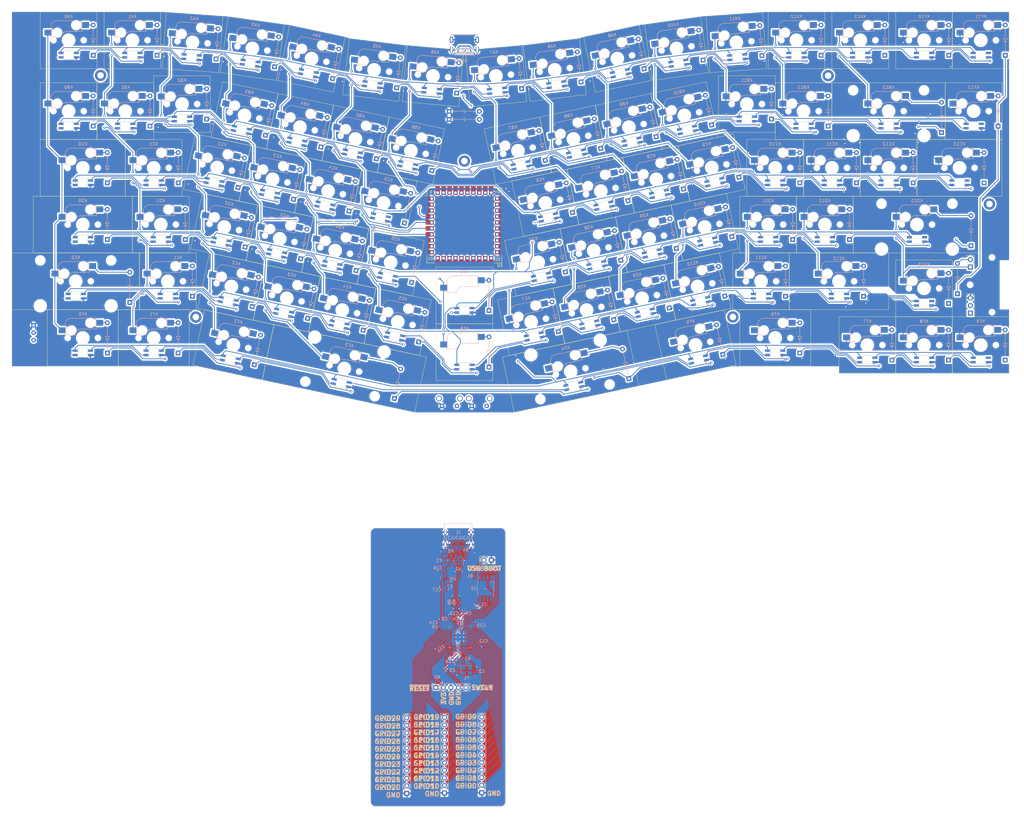
<source format=kicad_pcb>
(kicad_pcb (version 20221018) (generator pcbnew)
  (layers (0 "F.Cu" signal) (31 "B.Cu" signal) (34 "B.Paste" user) (35 "F.Paste" user) (36 "B.SilkS" user "B.Silkscreen") (37 "F.SilkS" user "F.Silkscreen") (38 "B.Mask" user) (39 "F.Mask" user) (44 "Edge.Cuts" user))
  (net 0 "")
  (net 1 "+3V3")
  (net 2 "GND")
  (net 3 "XTAL_IN")
  (net 4 "/XTAL_O")
  (net 5 "+1V1")
  (net 6 "+5V")
  (net 7 "VBUS")
  (net 8 "/CC1")
  (net 9 "D_USB_P")
  (net 10 "D_USB_N")
  (net 12 "/CC2")
  (net 14 "~{RESET}")
  (net 15 "SWD")
  (net 16 "SWCLK")
  (net 17 "/GPIO10")
  (net 18 "/GPIO11")
  (net 19 "/GPIO12")
  (net 20 "/GPIO13")
  (net 21 "/GPIO14")
  (net 22 "/GPIO15")
  (net 23 "/GPIO16")
  (net 24 "/GPIO17")
  (net 25 "/GPIO18")
  (net 26 "/GPIO19")
  (net 27 "/GPIO0")
  (net 28 "/GPIO1")
  (net 29 "/GPIO2")
  (net 30 "/GPIO3")
  (net 31 "/GPIO4")
  (net 32 "/GPIO5")
  (net 33 "/GPIO6")
  (net 34 "/GPIO7")
  (net 35 "/GPIO8")
  (net 36 "/GPIO9")
  (net 37 "/~{USB_BOOT}")
  (net 38 "CS")
  (net 39 "D_P")
  (net 40 "/D_+")
  (net 41 "D_N")
  (net 42 "/D_-")
  (net 43 "XTAL_OUT")
  (net 44 "SD1")
  (net 45 "SD2")
  (net 46 "SD0")
  (net 47 "QSPI_CLK")
  (net 48 "SD3")
  (net 49 "/GPIO20")
  (net 50 "/GPIO21")
  (net 51 "/GPIO22")
  (net 52 "/GPIO23")
  (net 53 "/GPIO24")
  (net 54 "/GPIO25")
  (net 55 "/GPIO26")
  (net 56 "/GPIO27")
  (net 57 "/GPIO28")
  (net 58 "/GPIO29")
  (footprint "Keyboard:Diode_THT" (layer "F.Cu") (at 68.473 55.1405 90)
    (fp_text reference "DA0" hide)
    (fp_text value "D" hide)
  )
  (footprint "Keyboard:Diode_THT" (layer "F.Cu") (at 220.513 90.1161 102)
    (fp_text reference "DB7" hide)
    (fp_text value "D" hide)
  )
  (footprint "Keyboard:SW_Cherry_MX_1.00u_SK6812MINI-E_Hotswap" (layer "F.Cu") (at 261.3018 104.3942 12)
    (fp_text reference "KD10" hide)
    (fp_text value "KEY_SW" hide)
    (fp_line (start 7.825 13.025) (end 11.225 13.025) (stroke (width 0.12)) (layer "Edge.Cuts"))
    (fp_line (start 7.825 16.025) (end 7.825 13.025) (stroke (width 0.12)) (layer "Edge.Cuts"))
    (fp_line (start 11.225 13.025) (end 11.225 16.025) (stroke (width 0.12)) (layer "Edge.Cuts"))
    (fp_line (start 11.225 16.025) (end 7.825 16.025) (stroke (width 0.12)) (layer "Edge.Cuts"))
  )
  (footprint "Keyboard:MountingHole_2.2mm_M2_Pad" (layer "F.Cu") (at 314.0903 60.8805)
    (fp_text reference "MountTopMiddle5")
    (fp_text value "MountingHole")
  )
  (footprint "Keyboard:Diode_THT" (layer "F.Cu") (at 99.393 117.0405 90)
    (fp_text reference "DD1" hide)
    (fp_text value "D" hide)
  )
  (footprint "Keyboard:SW_Cherry_MX_1.00u_SK6812MINI-E_Hotswap" (layer "F.Cu") (at 103.8823 100.4335 -12)
    (fp_text reference "KD2" hide)
    (fp_text value "KEY_SW" hide)
    (fp_line (start 7.825 13.025) (end 11.225 13.025) (stroke (width 0.12)) (layer "Edge.Cuts"))
    (fp_line (start 7.825 16.025) (end 7.825 13.025) (stroke (width 0.12)) (layer "Edge.Cuts"))
    (fp_line (start 11.225 13.025) (end 11.225 16.025) (stroke (width 0.12)) (layer "Edge.Cuts"))
    (fp_line (start 11.225 16.025) (end 7.825 16.025) (stroke (width 0.12)) (layer "Edge.Cuts"))
  )
  (footprint "Keyboard:SW_Cherry_MX_1.00u_SK6812MINI-E_Hotswap" (layer "F.Cu") (at 303.4463 101.383)
    (fp_text reference "KD12" hide)
    (fp_text value "KEY_SW" hide)
    (fp_line (start 7.825 13.025) (end 11.225 13.025) (stroke (width 0.12)) (layer "Edge.Cuts"))
    (fp_line (start 7.825 16.025) (end 7.825 13.025) (stroke (width 0.12)) (layer "Edge.Cuts"))
    (fp_line (start 11.225 13.025) (end 11.225 16.025) (stroke (width 0.12)) (layer "Edge.Cuts"))
    (fp_line (start 11.225 16.025) (end 7.825 16.025) (stroke (width 0.12)) (layer "Edge.Cuts"))
  )
  (footprint "Keyboard:SW_Cherry_MX_2.25u_SK6812MINI-E_Hotswap" (layer "F.Cu") (at 322.4963 101.383)
    (fp_text reference "KD13" hide)
    (fp_text value "KEY_SW" hide)
    (fp_line (start 19.73125 13.025) (end 23.13125 13.025) (stroke (width 0.12)) (layer "Edge.Cuts"))
    (fp_line (start 19.73125 16.025) (end 19.73125 13.025) (stroke (width 0.12)) (layer "Edge.Cuts"))
    (fp_line (start 23.13125 13.025) (end 23.13125 16.025) (stroke (width 0.12)) (layer "Edge.Cuts"))
    (fp_line (start 23.13125 16.025) (end 19.73125 16.025) (stroke (width 0.12)) (layer "Edge.Cuts"))
  )
  (footprint "Keyboard:Diode_THT" (layer "F.Cu") (at 80.763 138.1805 90)
    (fp_text reference "DE0" hide)
    (fp_text value "D" hide)
  )
  (footprint "Keyboard:Diode_THT" (layer "F.Cu") (at 122.3243 159.337 78)
    (fp_text reference "DF2" hide)
    (fp_text value "D" hide)
  )
  (footprint "Keyboard:SW_Cherry_MX_1.00u_SK6812MINI-E_Hotswap" (layer "F.Cu") (at 263.6831 84.4125 12)
    (fp_text reference "KC9" hide)
    (fp_text value "KEY_SW" hide)
    (fp_line (start 7.825 13.025) (end 11.225 13.025) (stroke (width 0.12)) (layer "Edge.Cuts"))
    (fp_line (start 7.825 16.025) (end 7.825 13.025) (stroke (width 0.12)) (layer "Edge.Cuts"))
    (fp_line (start 11.225 13.025) (end 11.225 16.025) (stroke (width 0.12)) (layer "Edge.Cuts"))
    (fp_line (start 11.225 16.025) (end 7.825 16.025) (stroke (width 0.12)) (layer "Edge.Cuts"))
  )
  (footprint "Keyboard:Diode_THT" (layer "F.Cu") (at 229.6765 107.6719 102)
    (fp_text reference "DC6" hide)
    (fp_text value "D" hide)
  )
  (footprint "Keyboard:Diode_THT" (layer "F.Cu") (at 73.223 155.1605 90)
    (fp_text reference "DF0" hide)
    (fp_text value "D" hide)
  )
  (footprint "Keyboard:SW_Cherry_MX_1.00u_SK6812MINI-E_Hotswap" (layer "F.Cu") (at 192.1589 52.3095 5)
    (fp_text reference "KA7" hide)
    (fp_text value "KEY_SW" hide)
    (fp_line (start 7.825 13.025) (end 11.225 13.025) (stroke (width 0.12)) (layer "Edge.Cuts"))
    (fp_line (start 7.825 16.025) (end 7.825 13.025) (stroke (width 0.12)) (layer "Edge.Cuts"))
    (fp_line (start 11.225 13.025) (end 11.225 16.025) (stroke (width 0.12)) (layer "Edge.Cuts"))
    (fp_line (start 11.225 16.025) (end 7.825 16.025) (stroke (width 0.12)) (layer "Edge.Cuts"))
  )
  (footprint "Keyboard:Diode_THT" (layer "F.Cu") (at 253.6883 59.3927 101)
    (fp_text reference "DA9" hide)
    (fp_text value "D" hide)
  )
  (footprint "Keyboard:SW_Cherry_MX_1.25u_SK6812MINI-E_Hotswap" (layer "F.Cu") (at 284.3963 139.483)
    (fp_text reference "KF6" hide)
    (fp_text value "KEY_SW" hide)
    (fp_line (start 10.20625 13.025) (end 13.60625 13.025) (stroke (width 0.12)) (layer "Edge.Cuts"))
    (fp_line (start 10.20625 16.025) (end 10.20625 13.025) (stroke (width 0.12)) (layer "Edge.Cuts"))
    (fp_line (start 13.60625 13.025) (end 13.60625 16.025) (stroke (width 0.12)) (layer "Edge.Cuts"))
    (fp_line (start 13.60625 16.025) (end 10.20625 16.025) (stroke (width 0.12)) (layer "Edge.Cuts"))
  )
  (footprint "Keyboard:Diode_THT" (layer "F.Cu") (at 276.4141 78.2339 102)
    (fp_text reference "DB10" hide)
    (fp_text value "D" hide)
  )
  (footprint "Keyboard:Diode_THT" (layer "F.Cu") (at 119.2443 119.787 78)
    (fp_text reference "DD2" hide)
    (fp_text value "D" hide)
  )
  (footprint "Keyboard:SW_Cherry_MX_1.00u_SK6812MINI-E_Hotswap" (layer "F.Cu") (at 49.4153 39.4705)
    (fp_text reference "KA0" hide)
    (fp_text value "KEY_SW" hide)
    (fp_line (start 7.825 13.025) (end 11.225 13.025) (stroke (width 0.12)) (layer "Edge.Cuts"))
    (fp_line (start 7.825 16.025) (end 7.825 13.025) (stroke (width 0.12)) (layer "Edge.Cuts"))
    (fp_line (start 11.225 13.025) (end 11.225 16.025) (stroke (width 0.12)) (layer "Edge.Cuts"))
    (fp_line (start 11.225 16.025) (end 7.825 16.025) (stroke (width 0.12)) (layer "Edge.Cuts"))
  )
  (footprint "Keyboard:SW_Cherry_MX_1.00u_SK6812MINI-E_Hotswap" (layer "F.Cu") (at 159.7834 112.3156 -12)
    (fp_text reference "KD5" hide)
    (fp_text value "KEY_SW" hide)
    (fp_line (start 7.825 13.025) (end 11.225 13.025) (stroke (width 0.12)) (layer "Edge.Cuts"))
    (fp_line (start 7.825 16.025) (end 7.825 13.025) (stroke (width 0.12)) (layer "Edge.Cuts"))
    (fp_line (start 11.225 13.025) (end 11.225 16.025) (stroke (width 0.12)) (layer "Edge.Cuts"))
    (fp_line (start 11.225 16.025) (end 7.825 16.025) (stroke (width 0.12)) (layer "Edge.Cuts"))
  )
  (footprint "Keyboard:SW_Cherry_MX_1.00u_SK6812MINI-E_Hotswap" (layer "F.Cu") (at 112.5514 40.9848 -8)
    (fp_text reference "KA3" hide)
    (fp_text value "KEY_SW" hide)
    (fp_line (start 7.825 13.025) (end 11.225 13.025) (stroke (width 0.12)) (layer "Edge.Cuts"))
    (fp_line (start 7.825 16.025) (end 7.825 13.025) (stroke (width 0.12)) (layer "Edge.Cuts"))
    (fp_line (start 11.225 13.025) (end 11.225 16.025) (stroke (width 0.12)) (layer "Edge.Cuts"))
    (fp_line (start 11.225 16.025) (end 7.825 16.025) (stroke (width 0.12)) (layer "Edge.Cuts"))
  )
  (footprint "Keyboard:SW_Cherry_MX_1.00u_SK6812MINI-E_Hotswap" (layer "F.Cu") (at 182.3839 144.2455)
    (fp_text reference "KE6" hide)
    (fp_text value "KEY_SW" hide)
    (fp_line (start 7.825 13.025) (end 11.225 13.025) (stroke (width 0.12)) (layer "Edge.Cuts"))
    (fp_line (start 7.825 16.025) (end 7.825 13.025) (stroke (width 0.12)) (layer "Edge.Cuts"))
    (fp_line (start 11.225 13.025) (end 11.225 16.025) (stroke (width 0.12)) (layer "Edge.Cuts"))
    (fp_line (start 11.225 16.025) (end 7.825 16.025) (stroke (width 0.12)) (layer "Edge.Cuts"))
  )
  (footprint "Keyboard:Diode_THT" (layer "F.Cu") (at 245.906493 123.711912 102)
    (fp_text reference "DD8" hide)
    (fp_text value "D" hide)
  )
  (footprint "Keyboard:Diode_THT" (layer "F.Cu") (at 283.1765 115.7719 102)
    (fp_text reference "DD10" hide)
    (fp_text value "D" hide)
  )
  (footprint "Keyboard:Diode_THT" (layer "F.Cu") (at 367.733 98.0005 90)
    (fp_text reference "DC13" hide)
    (fp_text value "D" hide)
  )
  (footprint "Connector_PinSocket_2.54mm:PinSocket_1x11_P2.54mm_Vertical" (layer "F.Cu") (at 197.71525 301.7695 180)
    (fp_text reference "J5" hide)
    (fp_text value "Conn_01x11")
  )
  (footprint "Keyboard:Diode_THT" (layer "F.Cu") (at 315.353 78.9505 90)
    (fp_text reference "DB12" hide)
    (fp_text value "D" hide)
  )
  (footprint "Connector_PinSocket_2.54mm:PinSocket_1x11_P2.54mm_Vertical" (layer "F.Cu") (at 172.53075 302.000875 180)
    (fp_text reference "J3" hide)
    (fp_text value "Conn_01x11")
  )
  (footprint "Keyboard:SW_Cherry_MX_1.00u_SK6812MINI-E_Hotswap" (layer "F.Cu") (at 182.3839 125.1955)
    (fp_text reference "KD6" hide)
    (fp_text value "KEY_SW" hide)
    (fp_line (start 7.825 13.025) (end 11.225 13.025) (stroke (width 0.12)) (layer "Edge.Cuts"))
    (fp_line (start 7.825 16.025) (end 7.825 13.025) (stroke (width 0.12)) (layer "Edge.Cuts"))
    (fp_line (start 11.225 13.025) (end 11.225 16.025) (stroke (width 0.12)) (layer "Edge.Cuts"))
    (fp_line (start 11.225 16.025) (end 7.825 16.025) (stroke (width 0.12)) (layer "Edge.Cuts"))
  )
  (footprint "Keyboard:Diode_THT" (layer "F.Cu") (at 96.993 155.1405 90)
    (fp_text reference "DF1" hide)
    (fp_text value "D" hide)
  )
  (footprint "Keyboard:Diode_THT" (layer "F.Cu") (at 121.6143 139.807 78)
    (fp_text reference "DE2" hide)
    (fp_text value "D" hide)
  )
  (footprint "Keyboard:SW_Cherry_MX_1.00u_SK6812MINI-E_Hotswap" (layer "F.Cu") (at 101.501 80.4517 -12)
    (fp_text reference "KC2" hide)
    (fp_text value "KEY_SW" hide)
    (fp_line (start 7.825 13.025) (end 11.225 13.025) (stroke (width 0.12)) (layer "Edge.Cuts"))
    (fp_line (start 7.825 16.025) (end 7.825 13.025) (stroke (width 0.12)) (layer "Edge.Cuts"))
    (fp_line (start 11.225 13.025) (end 11.225 16.025) (stroke (width 0.12)) (layer "Edge.Cuts"))
    (fp_line (start 11.225 16.025) (end 7.825 16.025) (stroke (width 0.12)) (layer "Edge.Cuts"))
  )
  (footprint "Keyboard:Diode_THT" (layer "F.Cu") (at 262.1839 139.7205 102)
    (fp_text reference "DE9" hide)
    (fp_text value "D" hide)
  )
  (footprint "Keyboard:Diode_THT" (layer "F.Cu") (at 285.5776 95.7898 102)
    (fp_text reference "DC9" hide)
    (fp_text value "D" hide)
  )
  (footprint "Keyboard:SW_Cherry_MX_1.00u_SK6812MINI-E_Hotswap" (layer "F.Cu") (at 141.1497 108.3549 -12)
    (fp_text reference "KD4" hide)
    (fp_text value "KEY_SW" hide)
    (fp_line (start 7.825 13.025) (end 11.225 13.025) (stroke (width 0.12)) (layer "Edge.Cuts"))
    (fp_line (start 7.825 16.025) (end 7.825 13.025) (stroke (width 0.12)) (layer "Edge.Cuts"))
    (fp_line (start 11.225 13.025) (end 11.225 16.025) (stroke (width 0.12)) (layer "Edge.Cuts"))
    (fp_line (start 11.225 16.025) (end 7.825 16.025) (stroke (width 0.12)) (layer "Edge.Cuts"))
  )
  (footprint "Keyboard:Diode_THT" (layer "F.Cu") (at 172.7643 111.687 78)
    (fp_text reference "DC5" hide)
    (fp_text value "D" hide)
  )
  (footprint "Keyboard:Diode_THT" (layer "F.Cu") (at 266.9439 99.7505 102)
    (fp_text reference "DC8" hide)
    (fp_text value "D" hide)
  )
  (footprint "Keyboard:Diode_THT" (layer "F.Cu") (at 144.708 86.1877 78)
    (fp_text reference "DB4" hide)
    (fp_text value "D" hide)
  )
  (footprint "Keyboard:Diode_THT" (layer "F.Cu") (at 201.413 159.9105 90)
    (fp_text reference "DE6" hide)
    (fp_text value "D" hide)
  )
  (footprint "Keyboard:SW_Cherry_MX_1.00u_SK6812MINI-E_Hotswap" (layer "F.Cu") (at 70.8466 39.4705)
    (fp_text reference "KA1" hide)
    (fp_text value "KEY_SW" hide)
    (fp_line (start 7.825 13.025) (end 11.225 13.025) (stroke (width 0.12)) (layer "Edge.Cuts"))
    (fp_line (start 7.825 16.025) (end 7.825 13.025) (stroke (width 0.12)) (layer "Edge.Cuts"))
    (fp_line (start 11.225 13.025) (end 11.225 16.025) (stroke (width 0.12)) (layer "Edge.Cuts"))
    (fp_line (start 11.225 16.025) (end 7.825 16.025) (stroke (width 0.12)) (layer "Edge.Cuts"))
  )
  (footprint "Keyboard:Diode_THT" (layer "F.Cu") (at 190.5045 67.9212 86)
    (fp_text reference "DA6" hide)
    (fp_text value "D" hide)
  )
  (footprint "Keyboard:SW_Cherry_MX_1.00u_SK6812MINI-E_Hotswap" (layer "F.Cu") (at 336.7838 141.8642)
    (fp_text reference "KF8" hide)
    (fp_text value "KEY_SW" hide)
    (fp_line (start 7.825 13.025) (end 11.225 13.025) (stroke (width 0.12)) (layer "Edge.Cuts"))
    (fp_line (start 7.825 16.025) (end 7.825 13.025) (stroke (width 0.12)) (layer "Edge.Cuts"))
    (fp_line (start 11.225 13.025) (end 11.225 16.025) (stroke (width 0.12)) (layer "Edge.Cuts"))
    (fp_line (start 11.225 16.025) (end 7.825 16.025) (stroke (width 0.12)) (layer "Edge.Cuts"))
  )
  (footprint "Keyboard:SW_Cherry_MX_1.00u_SK6812MINI-E_Hotswap" (layer "F.Cu") (at 315.3525 39.4705)
    (fp_text reference "KA13" hide)
    (fp_text value "KEY_SW" hide)
    (fp_line (start 7.825 13.025) (end 11.225 13.025) (stroke (width 0.12)) (layer "Edge.Cuts"))
    (fp_line (start 7.825 16.025) (end 7.825 13.025) (stroke (width 0.12)) (layer "Edge.Cuts"))
    (fp_line (start 11.225 13.025) (end 11.225 16.025) (stroke (width 0.12)) (layer "Edge.Cuts"))
    (fp_line (start 11.225 16.025) (end 7.825 16.025) (stroke (width 0.12)) (layer "Edge.Cuts"))
  )
  (footprint "Keyboard:Diode_THT" (layer "F.Cu") (at 89.903 55.1305 90)
    (fp_text reference "DA1" hide)
    (fp_text value "D" hide)
  )
  (footprint "Keyboard:SW_Cherry_MX_1.00u_SK6812MINI-E_Hotswap" (layer "F.Cu") (at 172.6814 50.6492 -5)
    (fp_text reference "KA6" hide)
    (fp_text value "KEY_SW" hide)
    (fp_line (start 7.825 13.025) (end 11.225 13.025) (stroke (width 0.12)) (layer "Edge.Cuts"))
    (fp_line (start 7.825 16.025) (end 7.825 13.025) (stroke (width 0.12)) (layer "Edge.Cuts"))
    (fp_line (start 11.225 13.025) (end 11.225 16.025) (stroke (width 0.12)) (layer "Edge.Cuts"))
    (fp_line (start 11.225 16.025) (end 7.825 16.025) (stroke (width 0.12)) (layer "Edge.Cuts"))
  )
  (footprint "Keyboard:Diode_THT" (layer "F.Cu") (at 324.863 97.9905 90)
    (fp_text reference "DC11" hide)
    (fp_text value "D" hide)
  )
  (footprint "Keyboard:SW_Cherry_MX_1.75u_SK6812MINI-E_Hotswap" (layer "F.Cu") (at 47.0341 101.383)
    (fp_text reference "KD0" hide)
    (fp_text value "KEY_SW" hide)
    (fp_line (start 14.96875 13.025) (end 18.36875 13.025) (stroke (width 0.12)) (layer "Edge.Cuts"))
    (fp_line (start 14.96875 16.025) (end 14.96875 13.025) (stroke (width 0.12)) (layer "Edge.Cuts"))
    (fp_line (start 18.36875 13.025) (end 18.36875 16.025) (stroke (width 0.12)) (layer "Edge.Cuts"))
    (fp_line (start 18.36875 16.025) (end 14.96875 16.025) (stroke (width 0.12)) (layer "Edge.Cuts"))
  )
  (footprint "Keyboard:SW_Cherry_MX_1.25u_SK6812MINI-E_Hotswap" (layer "F.Cu") (at 104.632 139.544 -12)
    (fp_text reference "KF2" hide)
    (fp_text value "KEY_SW" hide)
    (fp_line (start 10.20625 13.025) (end 13.60625 13.025) (stroke (width 0.12)) (layer "Edge.Cuts"))
    (fp_line (start 10.20625 16.025) (end 10.20625 13.025) (stroke (width 0.12)) (layer "Edge.Cuts"))
    (fp_line (start 13.60625 13.025) (end 13.60625 16.025) (stroke (width 0.12)) (layer "Edge.Cuts"))
    (fp_line (start 13.60625 16.025) (end 10.20625 16.025) (stroke (width 0.12)) (layer "Edge.Cuts"))
  )
  (footprint "Keyboard:SW_Cherry_MX_1.00u_SK6812MINI-E_Hotswap" (layer "F.Cu") (at 242.6681 108.3549 12)
    (fp_text reference "KD9" hide)
    (fp_text value "KEY_SW" hide)
    (fp_line (start 7.825 13.025) (end 11.225 13.025) (stroke (width 0.12)) (layer "Edge.Cuts"))
    (fp_line (start 7.825 16.025) (end 7.825 13.025) (stroke (width 0.12)) (layer "Edge.Cuts"))
    (fp_line (start 11.225 13.025) (end 11.225 16.025) (stroke (width 0.12)) (layer "Edge.Cuts"))
    (fp_line (start 11.225 16.025) (end 7.825 16.025) (stroke (width 0.12)) (layer "Edge.Cuts"))
  )
  (footprint "Keyboard:Diode_THT" (layer "F.Cu") (at 239.1467 86.1554 102)
    (fp_text reference "DB8" hide)
    (fp_text value "D" hide)
  )
  (footprint "Keyboard:Diode_THT" (layer "F.Cu") (at 109.6304 56.4712 86)
    (fp_text reference "DA2" hide)
    (fp_text value "D" hide)
  )
  (footprint "Keyboard:SW_Cherry_MX_1.00u_SK6812MINI-E_Hotswap" (layer "F.Cu") (at 353.4525 63.283)
    (fp_text reference "KF12" hide)
    (fp_text value "KEY_SW" hide)
    (fp_line (start 7.825 13.025) (end 11.225 13.025) (stroke (width 0.12)) (layer "Edge.Cuts"))
    (fp_line (start 7.825 16.025) (end 7.825 13.025) (stroke (width 0.12)) (layer "Edge.Cuts"))
    (fp_line (start 11.225 13.025) (end 11.225 16.025) (stroke (width 0.12)) (layer "Edge.Cuts"))
    (fp_line (start 11.225 16.025) (end 7.825 16.025) (stroke (width 0.12)) (layer "Edge.Cuts"))
  )
  (footprint "Keyboard:MountingHole_2.2mm_M2_Pad" (layer "F.Cu") (at 69.6703 60.8005)
    (fp_text reference "MountTopMiddle1")
    (fp_text value "MountingHole")
  )
  (footprint "Keyboard:MountingHole_2.2mm_M2_Pad" (layer "F.Cu") (at 368.2803 104.0105)
    (fp_text reference "MountTopMiddle6")
    (fp_text value "MountingHole")
  )
  (footprint "Keyboard:SW_Cherry_MX_1.00u_SK6812MINI-E_Hotswap" (layer "F.Cu") (at 203.0195 136.2581 12)
    (fp_text reference "KE7" hide)
    (fp_text value "KEY_SW" hide)
    (fp_line (start 7.825 13.025) (end 11.225 13.025) (stroke (width 0.12)) (layer "Edge.Cuts"))
    (fp_line (start 7.825 16.025) (end 7.825 13.025) (stroke (width 0.12)) (layer "Edge.Cuts"))
    (fp_line (start 11.225 13.025) (end 11.225 16.025) (stroke (width 0.12)) (layer "Edge.Cuts"))
    (fp_line (start 11.225 16.025) (end 7.825 16.025) (stroke (width 0.12)) (layer "Edge.Cuts"))
  )
  (footprint "Connector_PinSocket_2.54mm:PinSocket_1x05_P2.54mm_Vertical" (layer "F.Cu") (at 182.278 266.425 90)
    (fp_text reference "J2" hide)
    (fp_text value "SWD")
  )
  (footprint "Keyboard:SW_Cherry_MX_1.00u_SK6812MINI-E_Hotswap" (layer "F.Cu") (at 110.6945 62.9303 -12)
    (fp_text reference "KB3" hide)
    (fp_text value "KEY_SW" hide)
    (fp_line (start 7.825 13.025) (end 11.225 13.025) (stroke (width 0.12)) (layer "Edge.Cuts"))
    (fp_line (start 7.825 16.025) (end 7.825 13.025) (stroke (width 0.12)) (layer "Edge.Cuts"))
    (fp_line (start 11.225 13.025) (end 11.225 16.025) (stroke (width 0.12)) (layer "Edge.Cuts"))
    (fp_line (start 11.225 16.025) (end 7.825 16.025) (stroke (width 0.12)) (layer "Edge.Cuts"))
  )
  (footprint "Keyboard:RP2040_Stamp_THT" (layer "F.Cu") (at 191.9103 111.1905)
    (fp_text reference "U1")
    (fp_text value "RP2040_Stamp")
  )
  (footprint "Keyboard:SW_Cherry_MX_1.00u_SK6812MINI-E_Hotswap" (layer "F.Cu") (at 157.4022 92.3339 -12)
    (fp_text reference "KC5" hide)
    (fp_text value "KEY_SW" hide)
    (fp_line (start 7.825 13.025) (end 11.225 13.025) (stroke (width 0.12)) (layer "Edge.Cuts"))
    (fp_line (start 7.825 16.025) (end 7.825 13.025) (stroke (width 0.12)) (layer "Edge.Cuts"))
    (fp_line (start 11.225 13.025) (end 11.225 16.025) (stroke (width 0.12)) (layer "Edge.Cuts"))
    (fp_line (start 11.225 16.025) (end 7.825 16.025) (stroke (width 0.12)) (layer "Edge.Cuts"))
  )
  (footprint "Keyboard:SW_Cherry_MX_1.00u_SK6812MINI-E_Hotswap" (layer "F.Cu") (at 77.9903 82.333)
    (fp_text reference "KC1" hide)
    (fp_text value "KEY_SW" hide)
    (fp_line (start 7.825 13.025) (end 11.225 13.025) (stroke (width 0.12)) (layer "Edge.Cuts"))
    (fp_line (start 7.825 16.025) (end 7.825 13.025) (stroke (width 0.12)) (layer "Edge.Cuts"))
    (fp_line (start 11.225 13.025) (end 11.225 16.025) (stroke (width 0.12)) (layer "Edge.Cuts"))
    (fp_line (start 11.225 16.025) (end 7.825 16.025) (stroke (width 0.12)) (layer "Edge.Cuts"))
  )
  (footprint "Keyboard:SW_Cherry_MX_1.00u_SK6812MINI-E_Hotswap" (layer "F.Cu") (at 252.4018 43.636 8)
    (fp_text reference "KA10" hide)
    (fp_text value "KEY_SW" hide)
    (fp_line (start 7.825 13.025) (end 11.225 13.025) (stroke (width 0.12)) (layer "Edge.Cuts"))
    (fp_line (start 7.825 16.025) (end 7.825 13.025) (stroke (width 0.12)) (layer "Edge.Cuts"))
    (fp_line (start 11.225 13.025) (end 11.225 16.025) (stroke (width 0.12)) (layer "Edge.Cuts"))
    (fp_line (start 11.225 16.025) (end 7.825 16.025) (stroke (width 0.12)) (layer "Edge.Cuts"))
  )
  (footprint "Keyboard:Diode_THT" (layer "F.Cu") (at 148.6043 63.197 78)
    (fp_text reference "DA4" hide)
    (fp_text value "D" hide)
  )
  (footprint "Keyboard:SW_Cherry_MX_1.00u_SK6812MINI-E_Hotswap" (layer "F.Cu") (at 91.7254 39.5169 -4)
    (fp_text reference "KA2" hide)
    (fp_text value "KEY_SW" hide)
    (fp_line (start 7.825 13.025) (end 11.225 13.025) (stroke (width 0.12)) (layer "Edge.Cuts"))
    (fp_line (start 7.825 16.025) (end 7.825 13.025) (stroke (width 0.12)) (layer "Edge.Cuts"))
    (fp_line (start 11.225 13.025) (end 11.225 16.025) (stroke (width 0.12)) (layer "Edge.Cuts"))
    (fp_line (start 11.225 16.025) (end 7.825 16.025) (stroke (width 0.12)) (layer "Edge.Cuts"))
  )
  (footprint "Keyboard:SW_Cherry_MX_1.00u_SK6812MINI-E_Hotswap" (layer "F.Cu") (at 235.8559 70.8517 12)
    (fp_text reference "KB9" hide)
    (fp_text value "KEY_SW" hide)
    (fp_line (start 7.825 13.025) (end 11.225 13.025) (stroke (width 0.12)) (layer "Edge.Cuts"))
    (fp_line (start 7.825 16.025) (end 7.825 13.025) (stroke (width 0.12)) (layer "Edge.Cuts"))
    (fp_line (start 11.225 13.025) (end 11.225 16.025) (stroke (width 0.12)) (layer "Edge.Cuts"))
    (fp_line (start 11.225 16.025) (end 7.825 16.025) (stroke (width 0.12)) (layer "Edge.Cuts"))
  )
  (footprint "Keyboard:Resistors_THT" (layer "F.Cu") (at 186.7603 75.5905)
    (fp_text reference "R1" hide)
    (fp_text value "5.1k" hide)
  )
  (footprint "Keyboard:Diode_THT" (layer "F.Cu") (at 126.0743 82.227 78)
    (fp_text reference "DB3" hide)
    (fp_text value "D" hide)
  )
  (footprint "Keyboard:Diode_THT" (layer "F.Cu") (at 358.793 135.2605 90)
    (fp_text reference "DF13" hide)
    (fp_text value "D" hide)
  )
  (footprint "Keyboard:SW_Cherry_MX_1.00u_SK6812MINI-E_Hotswap" (layer "F.Cu") (at 198.5885 78.7732 12)
    (fp_text reference "KB7" hide)
    (fp_text value "KEY_SW" hide)
    (fp_line (start 7.825 13.025) (end 11.225 13.025) (stroke (width 0.12)) (layer "Edge.Cuts"))
    (fp_line (start 7.825 16.025) (end 7.825 13.025) (stroke (width 0.12)) (layer "Edge.Cuts"))
    (fp_line (start 11.225 13.025) (end 11.225 16.025) (stroke (width 0.12)) (layer "Edge.Cuts"))
    (fp_line (start 11.225 16.025) (end 7.825 16.025) (stroke (width 0.12)) (layer "Edge.Cuts"))
  )
  (footprint "Keyboard:SW_RST" (layer "F.Cu") (at 186.8703 171.8305 180)
    (fp_text reference "RSW1" hide)
    (fp_text value "SW_RST")
  )
  (footprint "Keyboard:SW_Cherry_MX_2.25u_SK6812MINI-E_Hotswap_Reversed" (layer "F.Cu") (at 204.651 155.3869 12)
    (fp_text reference "KF4" hide)
    (fp_text value "KEY_SW" hide)
    (fp_line (start 19.73125 13.025) (end 23.13125 13.025) (stroke (width 0.12)) (layer "Edge.Cuts"))
    (fp_line (start 19.73125 16.025) (end 19.73125 13.025) (stroke (width 0.12)) (layer "Edge.Cuts"))
    (fp_line (start 23.13125 13.025) (end 23.13125 16.025) (stroke (width 0.12)) (layer "Edge.Cuts"))
    (fp_line (start 23.13125 16.025) (end 19.73125 16.025) (stroke (width 0.12)) (layer "Edge.Cuts"))
  )
  (footprint "Keyboard:SW_Cherry_MX_1.00u_SK6812MINI-E_Hotswap" (layer "F.Cu") (at 133.2255 43.8669 -12)
    (fp_text reference "KA4" hide)
    (fp_text value "KEY_SW" hide)
    (fp_line (start 7.825 13.025) (end 11.225 13.025) (stroke (width 0.12)) (layer "Edge.Cuts"))
    (fp_line (start 7.825 16.025) (end 7.825 13.025) (stroke (width 0.12)) (layer "Edge.Cuts"))
    (fp_line (start 11.225 13.025) (end 11.225 16.025) (stroke (width 0.12)) (layer "Edge.Cuts"))
    (fp_line (start 11.225 16.025) (end 7.825 16.025) (stroke (width 0.12)) (layer "Edge.Cuts"))
  )
  (footprint "Keyboard:SW_Cherry_MX_1.00u_SK6812MINI-E_Hotswap" (layer "F.Cu") (at 324.8775 82.333)
    (fp_text reference "KC12" hide)
    (fp_text value "KEY_SW" hide)
    (fp_line (start 7.825 13.025) (end 11.225 13.025) (stroke (width 0.12)) (layer "Edge.Cuts"))
    (fp_line (start 7.825 16.025) (end 7.825 13.025) (stroke (width 0.12)) (layer "Edge.Cuts"))
    (fp_line (start 11.225 13.025) (end 11.225 16.025) (stroke (width 0.12)) (layer "Edge.Cuts"))
    (fp_line (start 11.225 16.025) (end 7.825 16.025) (stroke (width 0.12)) (layer "Edge.Cuts"))
  )
  (footprint "Keyboard:MountingHole_2.2mm_M2_Pad" (layer "F.Cu") (at 191.8903 89.5705)
    (fp_text reference "MountTopMiddle3")
    (fp_text value "MountingHole")
  )
  (footprint "Keyboard:SW_Cherry_MX_1.00u_SK6812MINI-E_Hotswap" (layer "F.Cu") (at 305.8275 82.333)
    (fp_text reference "KC11" hide)
    (fp_text value "KEY_SW" hide)
    (fp_line (start 7.825 13.025) (end 11.225 13.025) (stroke (width 0.12)) (layer "Edge.Cuts"))
    (fp_line (start 7.825 16.025) (end 7.825 13.025) (stroke (width 0.12)) (layer "Edge.Cuts"))
    (fp_line (start 11.225 13.025) (end 11.225 16.025) (stroke (width 0.12)) (layer "Edge.Cuts"))
    (fp_line (start 11.225 16.025) (end 7.825 16.025) (stroke (width 0.12)) (layer "Edge.Cuts"))
  )
  (footprint "Keyboard:SW_Cherry_MX_2.75u_SK6812MINI-E_Hotswap_Reversed" (layer "F.Cu") (at 127.9242 144.4949 -12)
    (fp_text reference "KF3" hide)
    (fp_text value "KEY_SW" hide)
    (fp_line (start 24.49375 13.025) (end 27.89375 13.025) (stroke (width 0.12)) (layer "Edge.Cuts"))
    (fp_line (start 24.49375 16.025) (end 24.49375 13.025) (stroke (width 0.12)) (layer "Edge.Cuts"))
    (fp_line (start 27.89375 13.025) (end 27.89375 16.025) (stroke (width 0.12)) (layer "Edge.Cuts"))
    (fp_line (start 27.89375 16.025) (end 24.49375 16.025) (stroke (width 0.12)) (layer "Edge.Cuts"))
  )
  (footprint "Keyboard:SW_Cherry_MX_1.00u_SK6812MINI-E_Hotswap" (layer "F.Cu") (at 355.8338 141.8642)
    (fp_text reference "KF9" hide)
    (fp_text value "KEY_SW" hide)
    (fp_line (start 7.825 13.025) (end 11.225 13.025) (stroke (width 0.12)) (layer "Edge.Cuts"))
    (fp_line (start 7.825 16.025) (end 7.825 13.025) (stroke (width 0.12)) (layer "Edge.Cuts"))
    (fp_line (start 11.225 13.025) (end 11.225 16.025) (stroke (width 0.12)) (layer "Edge.Cuts"))
    (fp_line (start 11.225 16.025) (end 7.825 16.025) (stroke (width 0.12)) (layer "Edge.Cuts"))
  )
  (footprint "Keyboard:Diode_THT" (layer "F.Cu") (at 305.833 155.1705 90)
    (fp_text reference "DF6" hide)
    (fp_text value "D" hide)
  )
  (footprint "Keyboard:Diode_THT" (layer "F.Cu") (at 87.533 78.938 90)
    (fp_text reference "DB1" hide)
    (fp_text value "D" hide)
  )
  (footprint "Keyboard:SW_Cherry_MX_1.00u_SK6812MINI-E_Hotswap" (layer "F.Cu") (at 296.3025 63.283)
    (fp_text reference "KB12" hide)
    (fp_text value "KEY_SW" hide)
    (fp_line (start 7.825 13.025) (end 11.225 13.025) (stroke (width 0.12)) (layer "Edge.Cuts"))
    (fp_line (start 7.825 16.025) (end 7.825 13.025) (stroke (width 0.12)) (layer "Edge.Cuts"))
    (fp_line (start 11.225 13.025) (end 11.225 16.025) (stroke (width 0.12)) (layer "Edge.Cuts"))
    (fp_line (start 11.225 16.025) (end 7.825 16.025) (stroke (width 0.12)) (layer "Edge.Cuts"))
  )
  (footprint "Keyboard:Diode_THT" (layer "F.Cu") (at 322.533 117.0405 90)
    (fp_text reference "DD12" hide)
    (fp_text value "D" hide)
  )
  (footprint "Keyboard:SW_Cherry_MX_1.00u_SK6812MINI-E_Hotswap" (layer "F.Cu") (at 80.3716 101.383)
    (fp_text reference "KD1" hide)
    (fp_text value "KEY_SW" hide)
    (fp_line (start 7.825 13.025) (end 11.225 13.025) (stroke (width 0.12)) (layer "Edge.Cuts"))
    (fp_line (start 7.825 16.025) (end 7.825 13.025) (stroke (width 0.12)) (layer "Edge.Cuts"))
    (fp_line (start 11.225 13.025) (end 11.225 16.025) (stroke (width 0.12)) (layer "Edge.Cuts"))
    (fp_line (start 11.225 16.025) (end 7.825 16.025) (stroke (width 0.12)) (layer "Edge.Cuts"))
  )
  (footprint "Keyboard:SW_Cherry_MX_1.00u_SK6812MINI-E_Hotswap" (layer "F.Cu") (at 254.4896 66.891 12)
    (fp_text reference "KB10" hide)
    (fp_text value "KEY_SW" hide)
    (fp_line (start 7.825 13.025) (end 11.225 13.025) (stroke (width 0.12)) (layer "Edge.Cuts"))
    (fp_line (start 7.825 16.025) (end 7.825 13.025) (stroke (width 0.12)) (layer "Edge.Cuts"))
    (fp_line (start 11.225 13.025) (end 11.225 16.025) (stroke (width 0.12)) (layer "Edge.Cuts"))
    (fp_line (start 11.225 16.025) (end 7.825 16.025) (stroke (width 0.12)) (layer "Edge.Cuts"))
  )
  (footprint "Keyboard:SW_Cherry_MX_1.00u_SK6812MINI-E_Hotswap" (layer "F.Cu") (at 211.6364 50.6492 7)
    (fp_text reference "KA8" hide)
    (fp_text value "KEY_SW" hide)
    (fp_line (start 7.825 13.025) (end 11.225 13.025) (stroke (width 0.12)) (layer "Edge.Cuts"))
    (fp_line (start 7.825 16.025) (end 7.825 13.025) (stroke (width 0.12)) (layer "Edge.Cuts"))
    (fp_line (start 11.225 13.025) (end 11.225 16.025) (stroke (width 0.12)) (layer "Edge.Cuts"))
    (fp_line (start 11.225 16.025) (end 7.825 16.025) (stroke (width 0.12)) (layer "Edge.Cuts"))
  )
  (footprint "Keyboard:Resistors_THT" (layer "F.Cu") (at 186.7603 72.8705)
    (fp_text reference "R2" hide)
    (fp_text value "5.1k" hide)
  )
  (footprint "Keyboard:SW_Cherry_MX_1.25u_SK6812MINI-E_Hotswap" (layer "F.Cu") (at 51.7966 139.483)
    (fp_text reference "KF0" hide)
    (fp_text value "KEY_SW" hide)
    (fp_line (start 10.20625 13.025) (end 13.60625 13.025) (stroke (width 0.12)) (layer "Edge.Cuts"))
    (fp_line (start 10.20625 16.025) (end 10.20625 13.025) (stroke (width 0.12)) (layer "Edge.Cuts"))
    (fp_line (start 13.60625 13.025) (end 13.60625 16.025) (stroke (width 0.12)) (layer "Edge.Cuts"))
    (fp_line (start 13.60625 16.025) (end 10.20625 16.025) (stroke (width 0.12)) (layer "Edge.Cuts"))
  )
  (footprint "Keyboard:SW_Cherry_MX_1.50u_SK6812MINI-E_Hotswap" (layer "F.Cu") (at 49.4153 82.333)
    (fp_text reference "KC0" hide)
    (fp_text value "KEY_SW" hide)
    (fp_line (start 12.5875 13.025) (end 15.9875 13.025) (stroke (width 0.12)) (layer "Edge.Cuts"))
    (fp_line (start 12.5875 16.025) (end 12.5875 13.025) (stroke (width 0.12)) (layer "Edge.Cuts"))
    (fp_line (start 15.9875 13.025) (end 15.9875 16.025) (stroke (width 0.12)) (layer "Edge.Cuts"))
    (fp_line (start 15.9875 16.025) (end 12.5875 16.025) (stroke (width 0.12)) (layer "Edge.Cuts"))
  )
  (footprint "Keyboard:conn_3pins" (layer "F.Cu") (at 47.1703 147.2405 90)
    (fp_text reference "J4")
    (fp_text value "Conn_01x03")
  )
  (footprint "Keyboard:Diode_THT" (layer "F.Cu") (at 363.373 119.1305 90)
    (fp_text reference "DD13" hide)
    (fp_text value "D" hide)
  )
  (footprint "Keyboard:SW_RST" (layer "F.Cu") (at 196.8703 171.8305 180)
    (fp_text reference "RSW0" hide)
    (fp_text value "SW_RST")
  )
  (footprint "Keyboard:SW_Cherry_MX_1.00u_SK6812MINI-E_Hotswap" (layer "F.Cu") (at 336.7838 122.8142)
    (fp_text reference "KE13" hide)
    (fp_text value "KEY_SW" hide)
    (fp_line (start 7.825 13.025) (end 11.225 13.025) (stroke (width 0.12)) (layer "Edge.Cuts"))
    (fp_line (start 7.825 16.025) (end 7.825 13.025) (stroke (width 0.12)) (layer "Edge.Cuts"))
    (fp_line (start 11.225 13.025) (end 11.225 16.025) (stroke (width 0.12)) (layer "Edge.Cuts"))
    (fp_line (start 11.225 16.025) (end 7.825 16.025) (stroke (width 0.12)) (layer "Edge.Cuts"))
  )
  (footprint "Keyboard:SW_Cherry_MX_1.00u_SK6812MINI-E_Hotswap" (layer "F.Cu") (at 138.7684 88.3732 -12)
    (fp_text reference "KC4" hide)
    (fp_text value "KEY_SW" hide)
    (fp_line (start 7.825 13.025) (end 11.225 13.025) (stroke (width 0.12)) (layer "Edge.Cuts"))
    (fp_line (start 7.825 16.025) (end 7.825 13.025) (stroke (width 0.12)) (layer "Edge.Cuts"))
    (fp_line (start 11.225 13.025) (end 11.225 16.025) (stroke (width 0.12)) (layer "Edge.Cuts"))
    (fp_line (start 11.225 16.025) (end 7.825 16.025) (stroke (width 0.12)) (layer "Edge.Cuts"))
  )
  (footprint "Keyboard:SW_Cherry_MX_1.00u_SK6812MINI-E_Hotswap" (layer "F.Cu") (at 49.4153 63.283)
    (fp_text reference "KB0" hide)
    (fp_text value "KEY_SW" hide)
    (fp_line (start 7.825 13.025) (end 11.225 13.025) (stroke (width 0.12)) (layer "Edge.Cuts"))
    (fp_line (start 7.825 16.025) (end 7.825 13.025) (stroke (width 0.12)) (layer "Edge.Cuts"))
    (fp_line (start 11.225 13.025) (end 11.225 16.025) (stroke (width 0.12)) (layer "Edge.Cuts"))
    (fp_line (start 11.225 16.025) (end 7.825 16.025) (stroke (width 0.12)) (layer "Edge.Cuts"))
  )
  (footprint "Keyboard:SW_Cherry_MX_1.50u_SK6812MINI-E_Hotswap" (layer "F.Cu") (at 343.9275 82.333)
    (fp_text reference "KC13" hide)
    (fp_text value "KEY_SW" hide)
    (fp_line (start 12.5875 13.025) (end 15.9875 13.025) (stroke (width 0.12)) (layer "Edge.Cuts"))
    (fp_line (start 12.5875 16.025) (end 12.5875 13.025) (stroke (width 0.12)) (layer "Edge.Cuts"))
    (fp_line (start 15.9875 13.025) (end 15.9875 16.025) (stroke (width 0.12)) (layer "Edge.Cuts"))
    (fp_line (start 15.9875 16.025) (end 12.5875 16.025) (stroke (width 0.12)) (layer "Edge.Cuts"))
  )
  (footprint "Keyboard:SW_Cherry_MX_1.00u_SK6812MINI-E_Hotswap" (layer "F.Cu") (at 87.5153 60.9017)
    (fp_text reference "KB2" hide)
    (fp_text value "KEY_SW" hide)
    (fp_line (start 7.825 13.025) (end 11.225 13.025) (stroke (width 0.12)) (layer "Edge.Cuts"))
    (fp_line (start 7.825 16.025) (end 7.825 13.025) (stroke (width 0.12)) (layer "Edge.Cuts"))
    (fp_line (start 11.225 13.025) (end 11.225 16.025) (stroke (width 0.12)) (layer "Edge.Cuts"))
    (fp_line (start 11.225 16.025) (end 7.825 16.025) (stroke (width 0.12)) (layer "Edge.Cuts"))
  )
  (footprint "Keyboard:SW_Cherry_MX_1.00u_SK6812MINI-E_Hotswap" (layer "F.Cu") (at 336.7838 39.4705)
    (fp_text reference "KF10" hide)
    (fp_text value "KEY_SW" hide)
    (fp_line (start 7.825 13.025) (end 11.225 13.025) (stroke (width 0.12)) (layer "Edge.Cuts"))
    (fp_line (start 7.825 16.025) (end 7.825 13.025) (stroke (width 0.12)) (layer "Edge.Cuts"))
    (fp_line (start 11.225 13.025) (end 11.225 16.025) (stroke (width 0.12)) (layer "Edge.Cuts"))
    (fp_line (start 11.225 16.025) (end 7.825 16.025) (stroke (width 0.12)) (layer "Edge.Cuts"))
  )
  (footprint "Keyboard:Diode_THT" (layer "F.Cu") (at 97.023 97.9905 90)
    (fp_text reference "DC1" hide)
    (fp_text value "D" hide)
  )
  (footprint "Keyboard:SW_Cherry_MX_1.25u_SK6812MINI-E_Hotswap" (layer "F.Cu") (at 75.6091 139.483)
    (fp_text reference "KF1" hide)
    (fp_text value "KEY_SW" hide)
    (fp_line (start 10.20625 13.025) (end 13.60625 13.025) (stroke (width 0.12)) (layer "Edge.Cuts"))
    (fp_line (start 10.20625 16.025) (end 10.20625 13.025) (stroke (width 0.12)) (layer "Edge.Cuts"))
    (fp_line (start 13.60625 13.025) (end 13.60625 16.025) (stroke (width 0.12)) (layer "Edge.Cuts"))
    (fp_line (start 13.60625 16.025) (end 10.20625 16.025) (stroke (width 0.12)) (layer "Edge.Cuts"))
  )
  (footprint "Keyboard:Diode_THT" (layer "F.Cu") (at 248.596493 163.461912 102)
    (fp_text reference "DF4" hide)
    (fp_text value "D" hide)
  )
  (footprint "Keyboard:Diode_THT" (layer "F.Cu") (at 353.433 81.0905 90)
    (fp_text reference "DB13" hide)
    (fp_text value "D" hide)
  )
  (footprint "Keyboard:Diode_THT" (layer "F.Cu") (at 156.5117 127.7084 78)
    (fp_text reference "DD4" hide)
    (fp_text value "D" hide)
  )
  (footprint "Keyboard:SW_Cherry_MX_1.00u_SK6812MINI-E_Hotswap" (layer "F.Cu") (at 162.1647 132.2974 -12)
    (fp_text reference "KE5" hide)
    (fp_text value "KEY_SW" hide)
    (fp_line (start 7.825 13.025) (end 11.225 13.025) (stroke (width 0.12)) (layer "Edge.Cuts"))
    (fp_line (start 7.825 16.025) (end 7.825 13.025) (stroke (width 0.12)) (layer "Edge.Cuts"))
    (fp_line (start 11.225 13.025) (end 11.225 16.025) (stroke (width 0.12)) (layer "Edge.Cuts"))
    (fp_line (start 11.225 16.025) (end 7.825 16.025) (stroke (width 0.12)) (layer "Edge.Cuts"))
  )
  (footprint "Keyboard:Diode_THT" (layer "F.Cu") (at 224.9165 147.6419 102)
    (fp_text reference "DE7" hide)
    (fp_text value "D" hide)
  )
  (footprint "Keyboard:SW_Cherry_MX_1.00u_SK6812MINI-E_Hotswap" (layer "F.Cu") (at 205.4007 116.2764 12)
    (fp_text reference "KD7" hide)
    (fp_text value "KEY_SW" hide)
    (fp_line (start 7.825 13.025) (end 11.225 13.025) (stroke (width 0.12)) (layer "Edge.Cuts"))
    (fp_line (start 7.825 16.025) (end 7.825 13.025) (stroke (width 0.12)) (layer "Edge.Cuts"))
    (fp_line (start 11.225 13.025) (end 11.225 16.025) (stroke (width 0.12)) (layer "Edge.Cuts"))
    (fp_line (start 11.225 16.025) (end 7.825 16.025) (stroke (width 0.12)) (layer "Edge.Cuts"))
  )
  (footprint "Keyboard:Diode_THT" (layer "F.Cu") (at 296.313 76.5705 90)
    (fp_text reference "DB11" hide)
    (fp_text value "D" hide)
  )
  (footprint "Keyboard:MountingHole_2.2mm_M2_Pad" (layer "F.Cu") (at 282.0903 141.9505)
    (fp_text reference "MountTopMiddle4")
    (fp_text value "MountingHole")
  )
  (footprint "Keyboard:Diode_THT" (layer "F.Cu") (at 181.9755 94.1091 78)
    (fp_text reference "DB6" hide)
    (fp_text value "D" hide)
  )
  (footprint "Keyboard:SW_Cherry_MX_1.00u_SK6812MINI-E_Hotswap" (layer "F.Cu") (at 129.3282 66.891 -12)
    (fp_text reference "KB4" hide)
    (fp_text value "KEY_SW" hide)
    (fp_line (start 7.825 13.025) (end 11.225 13.025) (stroke (width 0.12)) (layer "Edge.Cuts"))
    (fp_line (start 7.825 16.025) (end 7.825 13.025) (stroke (width 0.12)) (layer "Edge.Cuts"))
    (fp_line (start 11.225 13.025) (end 11.225 16.025) (stroke (width 0.12)) (layer "Edge.Cuts"))
    (fp_line (start 11.225 16.025) (end 7.825 16.025) (stroke (width 0.12)) (layer "Edge.Cuts"))
  )
  (footprint "Keyboard:SW_Cherry_MX_1.00u_SK6812MINI-E_Hotswap" (layer "F.Cu") (at 245.0494 88.3732 12)
    (fp_text reference "KC8" hide)
    (fp_text value "KEY_SW" hide)
    (fp_line (start 7.825 13.025) (end 11.225 13.025) (stroke (width 0.12)) (layer "Edge.Cuts"))
    (fp_line (start 7.825 16.025) (end 7.825 13.025) (stroke (width 0.12)) (layer "Edge.Cuts"))
    (fp_line (start 11.225 13.025) (end 11.225 16.025) (stroke (width 0.12)) (layer "Edge.Cuts"))
    (fp_line (start 11.225 16.025) (end 7.825 16.025) (stroke (width 0.12)) (layer "Edge.Cuts"))
  )
  (footprint "Keyboard:SW_Cherry_MX_1.00u_SK6812MINI-E_Hotswap" (layer "F.Cu") (at 286.7775 82.333)
    (fp_text reference "KC10" hide)
    (fp_text value "KEY_SW" hide)
    (fp_line (start 7.825 13.025) (end 11.225 13.025) (stroke (width 0.12)) (layer "Edge.Cuts"))
    (fp_line (start 7.825 16.025) (end 7.825 13.025) (stroke (width 0.12)) (layer "Edge.Cuts"))
    (fp_line (start 11.225 13.025) (end 11.225 16.025) (stroke (width 0.12)) (layer "Edge.Cuts"))
    (fp_line (start 11.225 16.025) (end 7.825 16.025) (stroke (width 0.12)) (layer "Edge.Cuts"))
  )
  (footprint "Keyboard:Diode_THT" (layer "F.Cu") (at 158.8817 147.7284 78)
    (fp_text reference "DE4" hide)
    (fp_text value "D" hide)
  )
  (footprint "Keyboard:Diode_THT" (layer "F.Cu") (at 336.763 157.5505 90)
    (fp_text reference "DF7" hide)
    (fp_text value "D" hide)
  )
  (footprint "Keyboard:Diode_THT" (layer "F.Cu") (at 355.813 138.4905 90)
    (fp_text reference "DE13" hide)
    (fp_text value "D" hide)
  )
  (footprint "Keyboard:Diode_THT" (layer "F.Cu") (at 334.383 55.1305 90)
    (fp_text reference "DA13" hide)
    (fp_text value "D" hide)
  )
  (footprint "Keyboard:SW_Cherry_MX_1.00u_SK6812MINI-E_Hotswap" (layer "F.Cu") (at 153.2734 48.3276 -7)
    (fp_text reference "KA5" hide)
    (fp_text value "KEY_SW" hide)
    (fp_line (start 7.825 13.025) (end 11.225 13.025) (stroke (width 0.12)) (layer "Edge.Cuts"))
    (fp_line (start 7.825 16.025) (end 7.825 13.025) (stroke (width 0.12)) (layer "Edge.Cuts"))
    (fp_line (start 11.225 13.025) (end 11.225 16.025) (stroke (width 0.12)) (layer "Edge.Cuts"))
    (fp_line (start 11.225 16.025) (end 7.825 16.025) (stroke (width 0.12)) (layer "Edge.Cuts"))
  )
  (footprint "Keyboard:SW_Cherry_MX_1.00u_SK6812MINI-E_Hotswap" (layer "F.Cu") (at 122.516 104.3942 -12)
    (fp_text reference "KD3" hide)
    (fp_text value "KEY_SW" hide)
    (fp_line (start 7.825 13.025) (end 11.225 13.025) (stroke (width 0.12)) (layer "Edge.Cuts"))
    (fp_line (start 7.825 16.025) (end 7.825 13.025) (stroke (width 0.12)) (layer "Edge.Cuts"))
    (fp_line (start 11.225 13.025) (end 11.225 16.025) (stroke (width 0.12)) (layer "Edge.Cuts"))
    (fp_line (start 11.225 16.025) (end 7.825 16.025) (stroke (width 0.12)) (layer "Edge.Cuts"))
  )
  (footprint "Keyboard:Diode_THT" (layer "F.Cu") (at 170.2613 66.2005 83)
    (fp_text reference "DA5" hide)
    (fp_text value "D" hide)
  )
  (footprint "Keyboard:Diode_THT" (layer "F.Cu") (at 116.8632 99.8048 78)
    (fp_text reference "DC2" hide)
    (fp_text value "D" hide)
  )
  (footprint "Keyboard:PinHeader_1x03_P2.54mm_Vertical" (layer "F.Cu") (at 361.8838 140.6486 180)
    (fp_text reference "J1" hide)
    (fp_text value "Conn_01x03")
  )
  (footprint "Keyboard:Diode_THT" (layer "F.Cu") (at 212.4896 66.2376 95)
    (fp_text reference "DA7" hide)
    (fp_text value "D" hide)
  )
  (footprint "Keyboard:SW_Cherry_MX_2.25u_SK6812MINI-E_Hotswap" (layer "F.Cu") (at 39.8903 120.433)
    (fp_text reference "KE0" hide)
    (fp_text value "KEY_SW" hide)
    (fp_line (start 19.73125 13.025) (end 23.13125 13.025) (stroke (width 0.12)) (layer "Edge.Cuts"))
    (fp_line (start 19.73125 16.025) (end 19.73125 13.025) (stroke (width 0.12)) (layer "Edge.Cuts"))
    (fp_line (start 23.13125 13.025) (end 23.13125 16.025) (stroke (width 0.12)) (layer "Edge.Cuts"))
    (fp_line (start 23.13125 16.025) (end 19.73125 16.025) (stroke (width 0.12)) (layer "Edge.Cuts"))
  )
  (footprint "Keyboard:Diode_THT" (layer "F.Cu") (at 243.5502 143.6812 102)
    (fp_text reference "DE8" hide)
    (fp_text value "D" hide)
  )
  (footprint "Keyboard:Diode_THT" (layer "F.Cu") (at 355.8578 55.128 90)
    (fp_text reference "DF10" hide)
    (fp_text value "D" hide)
  )
  (footprint "Keyboard:PinHeader_1x02_P2.54mm_Vertical" (layer "F.Cu") (at 361.8838 125.1886 180)
    (fp_text reference "J2" hide)
    (fp_text value "Conn_01x02")
  )
  (footprint "Keyboard:SW_Cherry_MX_1.00u_SK6812MINI-E_Hotswap" (layer "F.Cu") (at 221.6532 132.2974 12)
    (fp_text reference "KE8" hide)
    (fp_text value "KEY_SW" hide)
    (fp_line (start 7.825 13.025) (end 11.225 13.025) (stroke (width 0.12)) (layer "Edge.Cuts"))
    (fp_line (start 7.825 16.025) (end 7.825 13.025) (stroke (width 0.12)) (layer "Edge.Cuts"))
    (fp_line (start 11.225 13.025) (end 11.225 16.025) (stroke (width 0.12)) (layer "Edge.Cuts"))
    (fp_line (start 11.225 16.025) (end 7.825 16.025) (stroke (width 0.12)) (layer "Edge.Cuts"))
  )
  (footprint "Keyboard:Diode_THT" (layer "F.Cu") (at 227.306493 127.661912 102)
    (fp_text reference "DD7" hide)
    (fp_text value "D" hide)
  )
  (footprint "Keyboard:SW_Cherry_MX_1.00u_SK6812MINI-E_Hotswap" (layer "F.Cu") (at 224.0344 112.3156 12)
    (fp_text reference "KD8" hide)
    (fp_text value "KEY_SW" hide)
    (fp_line (start 7.825 13.025) (end 11.225 13.025) (stroke (width 0.12)) (layer "Edge.Cuts"))
    (fp_line (start 7.825 16.025) (end 7.825 13.025) (stroke (width 0.12)) (layer "Edge.Cuts"))
    (fp_line (start 11.225 13.025) (end 11.225 16.025) (stroke (width 0.12)) (layer "Edge.Cuts"))
    (fp_line (start 11.225 16.025) (end 7.825 16.025) (stroke (width 0.12)) (layer "Edge.Cuts"))
  )
  (footprint "Keyboard:Diode_THT" (layer "F.Cu") (at 327.263 136.1105 90)
    (fp_text reference "DE12" hide)
    (fp_text value "D" hide)
  )
  (footprint "Keyboard:Diode_THT" (layer "F.Cu") (at 106.573 76.5805 90)
    (fp_text reference "DB2" hide)
    (fp_text value "D" hide)
  )
  (footprint "Keyboard:Diode_THT" (layer "F.Cu") (at 248.3102 103.7112 102)
    (fp_text reference "DC7" hide)
    (fp_text value "D" hide)
  )
  (footprint "Keyboard:SW_Cherry_MX_1.00u_SK6812MINI-E_Hotswap" (layer "F.Cu") (at 231.9586 47.8276 12)
    (fp_text reference "KA9" hide)
    (fp_text value "KEY_SW" hide)
    (fp_line (start 7.825 13.025) (end 11.225 13.025) (stroke (width 0.12)) (layer "Edge.Cuts"))
    (fp_line (start 7.825 16.025) (end 7.825 13.025) (stroke (width 0.12)) (layer "Edge.Cuts"))
    (fp_line (start 11.225 13.025) (end 11.225 16.025) (stroke (width 0.12)) (layer "Edge.Cuts"))
    (fp_line (start 11.225 16.025) (end 7.825 16.025) (stroke (width 0.12)) (layer "Edge.Cuts"))
  )
  (footprint "Keyboard:Diode_THT" (layer "F.Cu") (at 163.3417 90.1484 78)
    (fp_text reference "DB5" hide)
    (fp_text value "D" hide)
  )
  (footprint "Keyboard:Diode_THT" (layer "F.Cu") (at 280.1665 155.3419 102)
    (fp_text reference "DF5" hide)
    (fp_text value "D" hide)
  )
  (footprint "Keyboard:Diode_THT" (layer "F.Cu") (at 201.413 140.8605 90)
    (fp_text reference "DD6" hide)
    (fp_text value "D" hide)
  )
  (footprint "Keyboard:SW_Cherry_MX_1.00u_SK6812MINI-E_Hotswap" (layer "F.Cu") (at 355.8338 39.4705)
    (fp_text reference "KF11" hide)
    (fp_text value "KEY_SW" hide)
    (fp_line (start 7.825 13.025) (end 11.225 13.025) (stroke (width 0.12)) (layer "Edge.Cuts"))
    (fp_line (start 7.825 16.025) (end 7.825 13.025) (stroke (width 0.12)) (layer "Edge.Cuts"))
    (fp_line (start 11.225 13.025) (end 11.225 16.025) (stroke (width 0.12)) (layer "Edge.Cuts"))
    (fp_line (start 11.225 16.025) (end 7.825 16.025) (stroke (width 0.12)) (layer "Edge.Cuts"))
  )
  (footprint "Keyboard:Diode_THT" (layer "F.Cu") (at 343.913 98.0005 90)
    (fp_text reference "DC12" hide)
    (fp_text value "D" hide)
  )
  (footprint "Keyboard:Diode_THT" (layer "F.Cu") (at 257.7804 82.1946 102)
    (fp_text reference "DB9" hide)
    (fp_text value "D" hide)
  )
  (footprint "Keyboard:Diode_THT" (layer "F.Cu") (at 135.4969 103.7655 78)
    (fp_text reference "DC3" hide)
    (fp_text value "D" hide)
  )
  (footprint "Keyboard:SW_Cherry_MX_1.00u_SK6812MINI-E_Hotswap" (layer "F.Cu") (at 240.2869 128.3367 12)
    (fp_text reference "KE9" hide)
    (fp_text value "KEY_SW" hide)
    (fp_line (start 7.825 13.025) (end 11.225 13.025) (stroke (width 0.12)) (layer "Edge.Cuts"))
    (fp_line (start 7.825 16.025) (end 7.825 13.025) (stroke (width 0.12)) (layer "Edge.Cuts"))
    (fp_line (start 11.225 13.025) (end 11.225 16.025) (stroke (width 0.12)) (layer "Edge.Cuts"))
    (fp_line (start 11.225 16.025) (end 7.825 16.025) (stroke (width 0.12)) (layer "Edge.Cuts"))
  )
  (footprint "Keyboard:Diode_THT" (layer "F.Cu") (at 73.213 97.9905 90)
    (fp_text reference "DC0" hide)
    (fp_text value "D" hide)
  )
  (footprint "Keyboard:SW_Cherry_MX_2.00u_SK6812MINI-E_Hotswap" (layer "F.Cu") (at 315.3525 63.283)
    (fp_text reference "KB13" hide)
    (fp_text value "KEY_SW" hide)
    (fp_line (start 17.35 13.025) (end 20.75 13.025) (stroke (width 0.12)) (layer "Edge.Cuts"))
    (fp_line (start 17.35 16.025) (end 17.35 13.025) (stroke (width 0.12)) (layer "Edge.Cuts"))
    (fp_line (start 20.75 13.025) (end 20.75 16.025) (stroke (width 0.12)) (layer "Edge.Cuts"))
    (fp_line (start 20.75 16.025) (end 17.35 16.025) (stroke (width 0.12)) (layer "Edge.Cuts"))
  )
  (footprint "Keyboard:SW_Cherry_MX_1.00u_SK6812MINI-E_Hotswap" (layer "F.Cu") (at 226.4157 92.3339 12)
    (fp_text reference "KC7" hide)
    (fp_text value "KEY_SW" hide)
    (fp_line (start 7.825 13.025) (end 11.225 13.025) (stroke (width 0.12)) (layer "Edge.Cuts"))
    (fp_line (start 7.825 16.025) (end 7.825 13.025) (stroke (width 0.12)) (layer "Edge.Cuts"))
    (fp_line (start 11.225 13.025) (end 11.225 16.025) (stroke (width 0.12)) (layer "Edge.Cuts"))
    (fp_line (start 11.225 16.025) (end 7.825 16.025) (stroke (width 0.12)) (layer "Edge.Cuts"))
  )
  (footprint "Keyboard:Diode_THT" (layer "F.Cu") (at 374.863 55.1405 90)
    (fp_text reference "DF11" hide)
    (fp_text value "D" hide)
  )
  (footprint "Keyboard:SW_Cherry_MX_1.00u_SK6812MINI-E_Hotswap" (layer "F.Cu") (at 120.1347 84.4125 -12)
    (fp_text reference "KC3" hide)
    (fp_text value "KEY_SW" hide)
    (fp_line (start 7.825 13.025) (end 11.225 13.025) (stroke (width 0.12)) (layer "Edge.Cuts"))
    (fp_line (start 7.825 16.025) (end 7.825 13.025) (stroke (width 0.12)) (layer "Edge.Cuts"))
    (fp_line (start 11.225 13.025) (end 11.225 16.025) (stroke (width 0.12)) (layer "Edge.Cuts"))
    (fp_line (start 11.225 16.025) (end 7.825 16.025) (stroke (width 0.12)) (layer "Edge.Cuts"))
  )
  (footprint "Keyboard:SW_Cherry_MX_1.00u_SK6812MINI-E_Hotswap" (layer "F.Cu") (at 124.8972 124.3759 -12)
    (fp_text reference "KE3" hide)
    (fp_text value "KEY_SW" hide)
    (fp_line (start 7.825 13.025) (end 11.225 13.025) (stroke (width 0.12)) (layer "Edge.Cuts"))
    (fp_line (start 7.825 16.025) (end 7.825 13.025) (stroke (width 0.12)) (layer "Edge.Cuts"))
    (fp_line (start 11.225 13.025) (end 11.225 16.025) (stroke (width 0.12)) (layer "Edge.Cuts"))
    (fp_line (start 11.225 16.025) (end 7.825 16.025) (stroke (width 0.12)) (layer "Edge.Cuts"))
  )
  (footprint "Keyboard:Diode_THT" (layer "F.Cu") (at 137.878 123.7477 78)
    (fp_text reference "DD3" hide)
    (fp_text value "D" hide)
  )
  (footprint "Keyboard:Diode_THT" (layer "F.Cu") (at 355.793 157.5405 90)
    (fp_text reference "DF8" hide)
    (fp_text value "D" hide)
  )
  (footprint "Keyboard:SW_Cherry_MX_1.75u_SK6812MINI-E_Hotswap" (layer "F.Cu") (at 301.065 120.433)
    (fp_text reference "KE12" hide)
    (fp_text value "KEY_SW" hide)
    (fp_line (start 14.96875 13.025) (end 18.36875 13.025) (stroke (width 0.12)) (layer "Edge.Cuts"))
    (fp_line (start 14.96875 16.025) (end 14.96875 13.025) (stroke (width 0.12)) (layer "Edge.Cuts"))
    (fp_line (start 18.36875 13.025) (end 18.36875 16.025) (stroke (width 0.12)) (layer "Edge.Cuts"))
    (fp_line (start 18.36875 16.025) (end 14.96875 16.025) (stroke (width 0.12)) (layer "Edge.Cuts"))
  )
  (footprint "Keyboard:Diode_THT" (layer "F.Cu") (at 73.203 117.0405 90)
    (fp_text reference "DD0" hide)
    (fp_text value "D" hide)
  )
  (footprint "Keyboard:SW_Cherry_MX_1.00u_SK6812MINI-E_Hotswap" (layer "F.Cu") (at 317.7338 141.8642)
    (fp_text reference "KF7" hide)
    (fp_text value "KEY_SW" hide)
    (fp_line (start 7.825 13.025) (end 11.225 13.025) (stroke (width 0.12)) (layer "Edge.Cuts"))
    (fp_line (start 7.825 16.025) (end 7.825 13.025) (stroke (width 0.12)) (layer "Edge.Cuts"))
    (fp_line (start 11.225 13.025) (end 11.225 16.025) (stroke (width 0.12)) (layer "Edge.Cuts"))
    (fp_line (start 11.225 16.025) (end 7.825 16.025) (stroke (width 0.12)) (layer "Edge.Cuts"))
  )
  (footprint "Keyboard:Diode_THT" (layer "F.Cu") (at 305.843 98.0005 90)
    (fp_text reference "DC10" hide)
    (fp_text value "D" hide)
  )
  (footprint "Keyboard:SW_Cherry_MX_1.25u_SK6812MINI-E_Hotswap" (layer "F.Cu") (at 255.8937 144.4949 12)
    (fp_text reference "KF5" hide)
    (fp_text value "KEY_SW" hide)
    (fp_line (start 10.20625 13.025) (end 13.60625 13.025) (stroke (width 0.12)) (layer "Edge.Cuts"))
    (fp_line (start 10.20625 16.025) (end 10.20625 13.025) (stroke (width 0.12)) (layer "Edge.Cuts"))
    (fp_line (start 13.60625 13.025) (end 13.60625 16.025) (stroke (width 0.12)) (layer "Edge.Cuts"))
    (fp_line (start 13.60625 16.025) (end 10.20625 16.025) (stroke (width 0.12)) (layer "Edge.Cuts"))
  )
  (footprint "Keyboard:SW_Cherry_MX_1.00u_SK6812MINI-E_Hotswap" (layer "F.Cu") (at 143.5309 128.3367 -12)
    (fp_text reference "KE4" hide)
    (fp_text value "KEY_SW" hide)
    (fp_line (start 7.825 13.025) (end 11.225 13.025) (stroke (width 0.12)) (layer "Edge.Cuts"))
    (fp_line (start 7.825 16.025) (end 7.825 13.025) (stroke (width 0.12)) (layer "Edge.Cuts"))
    (fp_line (start 11.225 13.025) (end 11.225 16.025) (stroke (width 0.12)) (layer "Edge.Cuts"))
    (fp_line (start 11.225 16.025) (end 7.825 16.025) (stroke (width 0.12)) (layer "Edge.Cuts"))
  )
  (footprint "Keyboard:SW_Cherry_MX_1.00u_SK6812MINI-E_Hotswap" (layer "F.Cu") (at 166.5956 74.8124 -12)
    (fp_text reference "KB6" hide)
    (fp_text value "KEY_SW" hide)
    (fp_line (start 7.825 13.025) (end 11.225 13.025) (stroke (width 0.12)) (layer "Edge.Cuts"))
    (fp_line (start 7.825 16.025) (end 7.825 13.025) (stroke (width 0.12)) (layer "Edge.Cuts"))
    (fp_line (start 11.225 13.025) (end 11.225 16.025) (stroke (width 0.12)) (layer "Edge.Cuts"))
    (fp_line (start 11.225 16.025) (end 7.825 16.025) (stroke (width 0.12)) (layer "Edge.Cuts"))
  )
  (footprint "Keyboard:SW_Cherry_MX_1.00u_SK6812MINI-E_Hotswap" (layer "F.Cu") (at 284.3963 101.383)
    (fp_text reference "KD11" hide)
    (fp_text value "KEY_SW" hide)
    (fp_line (start 7.825 13.025) (end 11.225 13.025) (stroke (width 0.12)) (layer "Edge.Cuts"))
    (fp_line (start 7.825 16.025) (end 7.825 13.025) (stroke (width 0.12)) (layer "Edge.Cuts"))
    (fp_line (start 11.225 13.025) (end 11.225 16.025) (stroke (width 0.12)) (layer "Edge.Cuts"))
    (fp_line (start 11.225 16.025) (end 7.825 16.025) (stroke (width 0.12)) (layer "Edge.Cuts"))
  )
  (footprint "Keyboard:SW_Cherry_MX_1.00u_SK6812MINI-E_Hotswap" (layer "F.Cu") (at 277.2525 60.9017)
    (fp_text reference "KB11" hide)
    (fp_text value "KEY_SW" hide)
    (fp_line (start 7.825 13.025) (end 11.225 13.025) (stroke (width 0.12)) (layer "Edge.Cuts"))
    (fp_line (start 7.825 16.025) (end 7.825 13.025) (stroke (width 0.12)) (layer "Edge.Cuts"))
    (fp_line (start 11.225 13.025) (end 11.225 16.025) (stroke (width 0.12)) (layer "Edge.Cuts"))
    (fp_line (start 11.225 16.025) (end 7.825 16.025) (stroke (width 0.12)) (layer "Edge.Cuts"))
  )
  (footprint "Keyboard:Diode_THT" (layer "F.Cu") (at 154.1306 107.7263 78)
    (fp_text reference "DC4" hide)
    (fp_text value "D" hide)
  )
  (footprint "Keyboard:Diode_THT" (layer "F.Cu") (at 264.536493 119.731912 102)
    (fp_text reference "DD9" hide)
    (fp_text value "D" hide)
  )
  (footprint "Keyboard:Diode_THT" (layer "F.Cu") (at 372.463 78.9605 90)
    (fp_text reference "DF12" hide)
    (fp_text value "D" hide)
  )
  (footprint "Connector_PinSocket_2.54mm:PinSocket_1x02_P2.54mm_Vertical" (layer "F.Cu") (at 200.947 223.626 -90)
    (fp_text reference "SW1" hide)
    (fp_text value "SW_Push")
  )
  (footprint "Keyboard:Diode_THT" (layer "F.Cu") (at 68.463 78.938 90)
    (fp_text reference "DB0" hide)
    (fp_text value "D" hide)
  )
  (footprint "Keyboard:SW_Cherry_MX_1.00u_SK6812MINI-E_Hotswap" (layer "F.Cu") (at 207.782 96.2946 12)
    (fp_text reference "KC6" hide)
    (fp_text value "KEY_SW" hide)
    (fp_line (start 7.825 13.025) (end 11.225 13.025) (stroke (width 0.12)) (layer "Edge.Cuts"))
    (fp_line (start 7.825 16.025) (end 7.825 13.025) (stroke (width 0.12)) (layer "Edge.Cuts"))
    (fp_line (start 11.225 13.025) (end 11.225 16.025) (stroke (width 0.12)) (layer "Edge.Cuts"))
    (fp_line (start 11.225 16.025) (end 7.825 16.025) (stroke (width 0.12)) (layer "Edge.Cuts"))
  )
  (footprint "Keyboard:Diode_THT" (layer "F.Cu") (at 169.3743 170.667 78)
    (fp_text reference "DF3" hide)
    (fp_text value "D" hide)
  )
  (footprint "Keyboard:Diode_THT" (layer "F.Cu") (at 273.4578 56.5652 98)
    (fp_text reference "DA10" hide)
    (fp_text value "D" hide)
  )
  (footprint "Keyboard:Diode_THT" (layer "F.Cu") (at 177.5155 151.6891 78)
    (fp_text reference "DE5" hide)
    (fp_text value "D" hide)
  )
  (footprint "Keyboard:Diode_THT" (layer "F.Cu") (at 140.248 143.7677 78)
    (fp_text reference "DE3" hide)
    (fp_text value "D" hide)
  )
  (footprint "Keyboard:SW_Cherry_MX_1.00u_SK6812MINI-E_Hotswap" (layer "F.Cu") (at 106.2635 120.4152 -12)
    (fp_text reference "KE2" hide)
    (fp_text value "KEY_SW" hide)
    (fp_line (start 7.825 13.025) (end 11.225 13.025) (stroke (width 0.12)) (layer "Edge.Cuts"))
    (fp_line (start 7.825 16.025) (end 7.825 13.025) (stroke (width 0.12)) (layer "Edge.Cuts"))
    (fp_line (start 11.225 13.025) (end 11.225 16.025) (stroke (width 0.12)) (layer "Edge.Cuts"))
    (fp_line (start 11.225 16.025) (end 7.825 16.025) (stroke (width 0.12)) (layer "Edge.Cuts"))
  )
  (footprint "Keyboard:Diode_THT" (layer "F.Cu") (at 293.1754 55.185 94)
    (fp_text reference "DA11" hide)
    (fp_text value "D" hide)
  )
  (footprint "Keyboard:SW_Cherry_MX_1.00u_SK6812MINI-E_Hotswap" (layer "F.Cu") (at 258.9206 124.3759 12)
    (fp_text reference "KE10" hide)
    (fp_text value "KEY_SW" hide)
    (fp_line (start 7.825 13.025) (end 11.225 13.025) (stroke (width 0.12)) (layer "Edge.Cuts"))
    (fp_line (start 7.825 16.025) (end 7.825 13.025) (stroke (width 0.12)) (layer "Edge.Cuts"))
    (fp_line (start 11.225 13.025) (end 11.225 16.025) (stroke (width 0.12)) (layer "Edge.Cuts"))
    (fp_line (start 11.225 16.025) (end 7.825 16.025) (stroke (width 0.12)) (layer "Edge.Cuts"))
  )
  (footprint "Keyboard:Diode_THT" (layer "F.Cu") (at 312.963 55.1405 90)
    (fp_text reference "DA12" hide)
    (fp_text value "D" hide)
  )
  (footprint "Keyboard:Diode_THT" (layer "F.Cu") (at 175.1455 131.6691 78)
    (fp_text reference "DD5" hide)
    (fp_text value "D" hide)
  )
  (footprint "Keyboard:SW_Cherry_MX_1.00u_SK6812MINI-E_Hotswap" (layer "F.Cu") (at 282.015 120.433)
    (fp_text reference "KE11" hide)
    (fp_text value "KEY_SW" hide)
    (fp_line (start 7.825 13.025) (end 11.225 13.025) (stroke (width 0.12)) (layer "Edge.Cuts"))
    (fp_line (start 7.825 16.025) (end 7.825 13.025) (stroke (width 0.12)) (layer "Edge.Cuts"))
    (fp_line (start 11.225 13.025) (end 11.225 16.025) (stroke (width 0.12)) (layer "Edge.Cuts"))
    (fp_line (start 11.225 16.025) (end 7.825 16.025) (stroke (width 0.12)) (layer "Edge.Cuts"))
  )
  (footprint "Keyboard:SW_Cherry_MX_1.00u_SK6812MINI-E_Hotswap" (layer "F.Cu") (at 68.4653 63.283)
    (fp_text reference "KB1" hide)
    (fp_text value "KEY_SW" hide)
    (fp_line (start 7.825 13.025) (end 11.225 13.025) (stroke (width 0.12)) (layer "Edge.Cuts"))
    (fp_line (start 7.825 16.025) (end 7.825 13.025) (stroke (width 0.12)) (layer "Edge.Cuts"))
    (fp_line (start 11.225 13.025) (end 11.225 16.025) (stroke (width 0.12)) (layer "Edge.Cuts"))
    (fp_line (start 11.225 16.025) (end 7.825 16.025) (stroke (width 0.12)) (layer "Edge.Cuts"))
  )
  (footprint "Keyboard:Diode_THT" (layer "F.Cu") (at 232.4558 63.9327 97)
    (fp_text reference "DA8" hide)
    (fp_text value "D" hide)
  )
  (footprint "Keyboard:Diode_THT" (layer "F.Cu") (at 301.033 136.1005 90)
    (fp_text reference "DE11" hide)
    (fp_text value "D" hide)
  )
  (footprint "Keyboard:SW_Cherry_MX_1.00u_SK6812MINI-E_Hotswap" (layer "F.Cu") (at 293.9213 39.4705)
    (fp_text reference "KA12" hide)
    (fp_text value "KEY_SW" hide)
    (fp_line (start 7.825 13.025) (end 11.225 13.025) (stroke (width 0.12)) (layer "Edge.Cuts"))
    (fp_line (start 7.825 16.025) (end 7.825 13.025) (stroke (width 0.12)) (layer "Edge.Cuts"))
    (fp_line (start 11.225 13.025) (end 11.225 16.025) (stroke (width 0.12)) (layer "Edge.Cuts"))
    (fp_line (start 11.225 16.025) (end 7.825 16.025) (stroke (width 0.12)) (layer "Edge.Cuts"))
  )
  (footprint "Keyboard:Diode_THT" (layer "F.Cu") (at 280.8176 135.7598 102)
    (fp_text reference "DE10" hide)
    (fp_text value "D" hide)
  )
  (footprint "Keyboard:SW_Cherry_MX_1.00u_SK6812MINI-E_Hotswap" (layer "F.Cu") (at 147.9619 70.8517 -12)
    (fp_text reference "KB5" hide)
    (fp_text value "KEY_SW" hide)
    (fp_line (start 7.825 13.025) (end 11.225 13.025) (stroke (width 0.12)) (layer "Edge.Cuts"))
    (fp_line (start 7.825 16.025) (end 7.825 13.025) (stroke (width 0.12)) (layer "Edge.Cuts"))
    (fp_line (start 11.225 13.025) (end 11.225 16.025) (stroke (width 0.12)) (layer "Edge.Cuts"))
    (fp_line (start 11.225 16.025) (end 7.825 16.025) (stroke (width 0.12)) (layer "Edge.Cuts"))
  )
  (footprint "Keyboard:SW_Cherry_MX_1.00u_SK6812MINI-E_Hotswap" (layer "F.Cu") (at 217.2222 74.8124 12)
    (fp_text reference "KB8" hide)
    (fp_text value "KEY_SW" hide)
    (fp_line (start 7.825 13.025) (end 11.225 13.025) (stroke (width 0.12)) (layer "Edge.Cuts"))
    (fp_line (start 7.825 16.025) (end 7.825 13.025) (stroke (width 0.12)) (layer "Edge.Cuts"))
    (fp_line (start 11.225 13.025) (end 11.225 16.025) (stroke (width 0.12)) (layer "Edge.Cuts"))
    (fp_line (start 11.225 16.025) (end 7.825 16.025) (stroke (width 0.12)) (layer "Edge.Cuts"))
  )
  (footprint "Keyboard:Diode_THT" (layer "F.Cu") (at 303.443 117.0505 90)
    (fp_text reference "DD11" hide)
    (fp_text value "D" hide)
  )
  (footprint "Keyboard:SW_Cherry_MX_1.00u_SK6812MINI-E_Hotswap" (layer "F.Cu") (at 82.7528 120.433)
    (fp_text reference "KE1" hide)
    (fp_text value "KEY_SW" hide)
    (fp_line (start 7.825 13.025) (end 11.225 13.025) (stroke (width 0.12)) (layer "Edge.Cuts"))
    (fp_line (start 7.825 16.025) (end 7.825 13.025) (stroke (width 0.12)) (layer "Edge.Cuts"))
    (fp_line (start 11.225 13.025) (end 11.225 16.025) (stroke (width 0.12)) (layer "Edge.Cuts"))
    (fp_line (start 11.225 16.025) (end 7.825 16.025) (stroke (width 0.12)) (layer "Edge.Cuts"))
  )
  (footprint "Keyboard:Diode_THT" (layer "F.Cu") (at 101.803 136.0905 90)
    (fp_text reference "DE1" hide)
    (fp_text value "D" hide)
  )
  (footprint "Keyboard:MountingHole_2.2mm_M2_Pad" (layer "F.Cu") (at 101.6803 141.9805)
    (fp_text reference "MountTopMiddle2")
    (fp_text value "MountingHole")
  )
  (footprint "Keyboard:SW_Cherry_MX_1.00u_SK6812MINI-E_Hotswap" (layer "F.Cu") (at 273.0888 40.8458 4)
    (fp_text reference "KA11" hide)
    (fp_text value "KEY_SW" hide)
    (fp_line (start 7.825 13.025) (end 11.225 13.025) (stroke (width 0.12)) (layer "Edge.Cuts"))
    (fp_line (start 7.825 16.025) (end 7.825 13.025) (stroke (width 0.12)) (layer "Edge.Cuts"))
    (fp_line (start 11.225 13.025) (end 11.225 16.025) (stroke (width 0.12)) (layer "Edge.Cuts"))
    (fp_line (start 11.225 16.025) (end 7.825 16.025) (stroke (width 0.12)) (layer "Edge.Cuts"))
  )
  (footprint "Connector_PinSocket_2.54mm:PinSocket_1x11_P2.54mm_Vertical" (layer "F.Cu") (at 185.199 301.858 180)
    (fp_text reference "J4" hide)
    (fp_text value "Conn_01x11")
  )
  (footprint "Keyboard:Diode_THT" (layer "F.Cu") (at 129.2336 59.1667 82)
    (fp_text reference "DA3" hide)
    (fp_text value "D" hide)
  )
  (footprint "Keyboard:Diode_THT" (layer "F.Cu") (at 374.823 157.5405 90)
    (fp_text reference "DF9" hide)
    (fp_text value "D" hide)
  )
  (footprint "Capacitor_SMD:C_0402_1005Metric" (layer "B.Cu") (at 187.612 243.311 90)
    (fp_text reference "C4")
    (fp_text value "1uF")
  )
  (footprint "Package_TO_SOT_SMD:SOT-23" (layer "B.Cu") (at 185.4525 229.862 90)
    (fp_text reference "U4")
    (fp_text value "XC6206PxxxMR-Regulator_Linear")
  )
  (footprint "Resistor_SMD:R_0603_1608Metric" (layer "B.Cu") (at 188.27875 237.738875 -90)
    (fp_text reference "R6")
    (fp_text value "27R")
  )
  (footprint "Fuse:Fuse_1206_3216Metric" (layer "B.Cu") (at 185.326 223.753 -90)
    (fp_text reference "F1")
    (fp_text value "500mA")
  )
  (footprint "Resistor_SMD:R_0402_1005Metric" (layer "B.Cu") (at 187.38975 222.244875 -90)
    (fp_text reference "R3")
    (fp_text value "5k1")
  )
  (footprint "Resistor_SMD:R_0402_1005Metric" (layer "B.Cu") (at 192.34275 222.244875 -90)
    (fp_text reference "R4")
    (fp_text value "5k1")
  )
  (footprint "Capacitor_SMD:C_0402_1005Metric" (layer "B.Cu") (at 183.07175 252.470875 -135)
    (fp_text reference "C11")
    (fp_text value "100nF")
  )
  (footprint "Capacitor_SMD:C_0402_1005Metric" (layer "B.Cu") (at 186.596 243.311 90)
    (fp_text reference "C8")
    (fp_text value "1uF")
  )
  (footprint "Capacitor_SMD:C_0402_1005Metric" (layer "B.Cu") (at 184.97675 233.547875 180)
    (fp_text reference "C17")
    (fp_text value "1uF")
  )
  (footprint "Capacitor_SMD:C_0402_1005Metric" (layer "B.Cu") (at 190.37775 241.517232 90)
    (fp_text reference "C13")
    (fp_text value "100nF")
  )
  (footprint "Capacitor_SMD:C_0402_1005Metric" (layer "B.Cu") (at 184.6905 227.068)
    (fp_text reference "C16")
    (fp_text value "1uF")
  )
  (footprint "Capacitor_SMD:C_0402_1005Metric" (layer "B.Cu") (at 189.48875 257.138232 -90)
    (fp_text reference "C10")
    (fp_text value "100nF")
  )
  (footprint "Capacitor_SMD:C_0402_1005Metric" (layer "B.Cu") (at 195.613 245.851 90)
    (fp_text reference "C15")
    (fp_text value "100nF")
  )
  (footprint "Package_TO_SOT_SMD:SOT-23-6" (layer "B.Cu") (at 189.898 223.753 90)
    (fp_text reference "U2")
    (fp_text value "USBLC6-2SC6")
  )
  (footprint "Capacitor_SMD:C_0402_1005Metric" (layer "B.Cu") (at 187.96475 257.138232 -90)
    (fp_text reference "C6")
    (fp_text value "100nF")
  )
  (footprint "Resistor_SMD:R_0402_1005Metric" (layer "B.Cu") (at 195.359 228.96 -90)
    (fp_text reference "R1")
    (fp_text value "1k")
  )
  (footprint "Capacitor_SMD:C_0402_1005Metric" (layer "B.Cu") (at 191.90175 241.517232 90)
    (fp_text reference "C5")
    (fp_text value "100nF")
  )
  (footprint "Capacitor_SMD:C_0402_1005Metric" (layer "B.Cu") (at 196.629 238.485 180)
    (fp_text reference "C1")
    (fp_text value "100nF")
  )
  (footprint "Capacitor_SMD:C_0402_1005Metric" (layer "B.Cu") (at 196.09275 260.964 -90)
    (fp_text reference "C2")
    (fp_text value "22pF")
  )
  (footprint "Capacitor_SMD:C_0402_1005Metric" (layer "B.Cu") (at 183.90075 246.089232 180)
    (fp_text reference "C9")
    (fp_text value "100nF")
  )
  (footprint "Capacitor_SMD:C_0402_1005Metric" (layer "B.Cu") (at 184.97675 232.531875)
    (fp_text reference "C7")
    (fp_text value "10uF")
  )
  (footprint "Capacitor_SMD:C_0402_1005Metric" (layer "B.Cu") (at 189.39 260.71 90)
    (fp_text reference "C3")
    (fp_text value "22pF")
  )
  (footprint "Resistor_SMD:R_0603_1608Metric" (layer "B.Cu") (at 189.92975 237.738875 -90)
    (fp_text reference "R5")
    (fp_text value "27R")
  )
  (footprint "Sleep-Lib:RP2040-QFN-56" (layer "B.Cu") (at 190.37775 249.549982 180)
    (fp_text reference "U3")
    (fp_text value "RP2040")
  )
  (footprint "Crystal:Crystal_SMD_3225-4Pin_3.2x2.5mm" (layer "B.Cu") (at 192.66375 260.694232)
    (fp_text reference "Y1")
    (fp_text value "12MHz")
  )
  (footprint "Package_SO:SOIC-8_5.23x5.23mm_P1.27mm" (layer "B.Cu") (at 199.042 233.068 -90)
    (fp_text reference "U1")
    (fp_text value "W25Q128JVS")
  )
  (footprint "Resistor_SMD:R_0402_1005Metric" (layer "B.Cu") (at 182.81775 264.154875 180)
    (fp_text reference "R2")
    (fp_text value "1k")
  )
  (footprint "Capacitor_SMD:C_0402_1005Metric" (layer "B.Cu") (at 196.629 251.693 -45)
    (fp_text reference "C12")
    (fp_text value "100nF")
  )
  (footprint "Connector_USB:USB_C_Receptacle_HRO_TYPE-C-31-M-12" (layer "B.Cu") (at 189.80275 215.27575)
    (fp_text reference "J1")
    (fp_text value "USB_C_Receptacle_USB2.0")
  )
  (footprint "Keyboard:GCT_USB4085-GF-A_REVA4" (layer "B.Cu") (at 191.8903 49.1705)
    (fp_text reference "JUSB1")
    (fp_text value "USB Port")
  )
  (footprint "Resistor_SMD:R_0402_1005Metric" (layer "B.Cu") (at 191.52075 257.138232 90)
    (fp_text reference "R7")
    (fp_text value "1k")
  )
  (footprint "Capacitor_SMD:C_0402_1005Metric" (layer "B.Cu") (at 183.90075 244.565232 180)
    (fp_text reference "C14")
    (fp_text value "100nF")
  )
  (gr_line (start 160.46575 304.731375) (end 160.46575 214.482) (stroke (width 0.1)) (layer "Edge.Cuts"))
  (gr_arc (start 205.67775 304.731375) (mid 205.212782 305.853907) (end 204.09025 306.318875) (stroke (width 0.1)) (layer "Edge.Cuts"))
  (gr_line (start 204.09025 212.8945) (end 162.05325 212.8945) (stroke (width 0.1)) (layer "Edge.Cuts"))
  (gr_line (start 205.67775 214.482) (end 205.67775 304.731375) (stroke (width 0.1)) (layer "Edge.Cuts"))
  (gr_arc (start 160.46575 214.482) (mid 160.930709 213.359452) (end 162.05325 212.8945) (stroke (width 0.1)) (layer "Edge.Cuts"))
  (gr_arc (start 162.05325 306.318875) (mid 160.930718 305.853907) (end 160.46575 304.731375) (stroke (width 0.1)) (layer "Edge.Cuts"))
  (gr_arc (start 204.09025 212.8945) (mid 205.212773 213.35947) (end 205.67775 214.482) (stroke (width 0.1)) (layer "Edge.Cuts"))
  (gr_line (start 162.05325 306.318875) (end 204.09025 306.318875) (stroke (width 0.1)) (layer "Edge.Cuts"))
  (gr_text "SWCLK" (at 197.899 266.552) (layer "B.SilkS") (effects (font (size 1.5 1.5) (thickness 0.3)) (justify mirror)))
  (gr_text "GPIO9\nGPIO8\nGPIO7\nGPIO6\nGPIO5\nGPIO4\nGPIO3\nGPIO2\nGPIO1\nGPIO0" (at 192.438 287.888) (layer "B.SilkS") (effects (font (size 1.6 1.6) (thickness 0.3)) (justify mirror)))
  (gr_text "GND" (at 201.836 301.985) (layer "B.SilkS") (effects (font (size 1.5 1.5) (thickness 0.3)) (justify mirror)))
  (gr_text "GND" (at 187.612 269.981 90) (layer "B.SilkS") (effects (font (size 1.5 1.5) (thickness 0.3)) (justify mirror)))
  (gr_text "GPIO19\nGPIO18\nGPIO17\nGPIO16\nGPIO15\nGPIO14\nGPIO13\nGPIO12\nGPIO11\nGPIO10\nGND" (at 183.675 289.285) (layer "B.SilkS") (effects (font (size 1.6 1.6) (thickness 0.3)) (justify left mirror)))
  (gr_text "3V3" (at 184.945 269.981 90) (layer "B.SilkS") (effects (font (size 1.5 1.5) (thickness 0.3)) (justify mirror)))
  (gr_text "SWD" (at 189.898 270.108 90) (layer "B.SilkS") (effects (font (size 1.5 1.5) (thickness 0.3)) (justify mirror)))
  (gr_text "USB BOOT" (at 198.534 226.42) (layer "B.SilkS") (effects (font (size 1.5 1.5) (thickness 0.3)) (justify mirror)))
  (gr_text "JLCJLCJLCJLC" (at 189.80275 216.0695) (layer "B.SilkS") (effects (font (size 1 1))))
  (gr_text "~{RESET}" (at 176.817 266.806) (layer "B.SilkS") (effects (font (size 1.5 1.5) (thickness 0.3)) (justify mirror)))
  (gr_text "GPIO29\nGPIO28\nGPIO27\nGPIO26\nGPIO25\nGPIO24\nGPIO23\nGPIO22\nGPIO21\nGPIO20\nGND" (at 170.62575 289.681875) (layer "B.SilkS") (effects (font (size 1.6 1.6) (thickness 0.3)) (justify left mirror)))
  (gr_text "GND" (at 201.836 301.985) (layer "F.SilkS") (effects (font (size 1.5 1.5) (thickness 0.3))))
  (gr_text "GPIO19\nGPIO18\nGPIO17\nGPIO16\nGPIO15\nGPIO14\nGPIO13\nGPIO12\nGPIO11\nGPIO10\nGND" (at 183.675 289.285) (layer "F.SilkS") (effects (font (size 1.6 1.6) (thickness 0.3)) (justify right)))
  (gr_text "SWCLK" (at 197.899 266.425) (layer "F.SilkS") (effects (font (size 1.5 1.5) (thickness 0.3))))
  (gr_text "GND" (at 187.612 270.108 90) (layer "F.SilkS") (effects (font (size 1.5 1.5) (thickness 0.3))))
  (gr_text "3V3" (at 184.945 270.108 90) (layer "F.SilkS") (effects (font (size 1.5 1.5) (thickness 0.3))))
  (gr_text "~{RESET}" (at 176.817 266.806) (layer "F.SilkS") (effects (font (size 1.5 1.5) (thickness 0.3))))
  (gr_text "USB BOOT" (at 198.534 226.42) (layer "F.SilkS") (effects (font (size 1.5 1.5) (thickness 0.3))))
  (gr_text "SWD" (at 189.898 269.980999 90) (layer "F.SilkS") (effects (font (size 1.5 1.5) (thickness 0.3))))
  (gr_text "GPIO29\nGPIO28\nGPIO27\nGPIO26\nGPIO25\nGPIO24\nGPIO23\nGPIO22\nGPIO21\nGPIO20\nGND" (at 170.62575 289.681875) (layer "F.SilkS") (effects (font (size 1.6 1.6) (thickness 0.3)) (justify right)))
  (gr_text "GPIO9\nGPIO8\nGPIO7\nGPIO6\nGPIO5\nGPIO4\nGPIO3\nGPIO2\nGPIO1\nGPIO0" (at 192.438 287.888) (layer "F.SilkS") (effects (font (size 1.6 1.6) (thickness 0.3))))
  (via (at 259.2503 121.8505) (size 0.8) (drill 0.4) (layers "F.Cu" "B.Cu") (net 0))
  (via (at 138.2603 85.7005) (size 0.8) (drill 0.4) (layers "F.Cu" "B.Cu") (net 0))
  (via (at 80.5103 96.9505) (size 0.8) (drill 0.4) (layers "F.Cu" "B.Cu") (net 0))
  (via (at 184.9103 145.9405) (size 0.8) (drill 0.4) (layers "F.Cu" "B.Cu") (net 0))
  (via (at 238.2503 145.7405) (size 0.8) (drill 0.4) (layers "F.Cu" "B.Cu") (net 0))
  (via (at 85.2803 131.3505) (size 0.8) (drill 0.4) (layers "F.Cu" "B.Cu") (net 0))
  (via (at 122.4703 119.9505) (size 0.8) (drill 0.4) (layers "F.Cu" "B.Cu") (net 0))
  (via (at 221.7403 129.7805) (size 0.8) (drill 0.4) (layers "F.Cu" "B.Cu") (net 0))
  (via (at 252.4603 84.2605) (size 0.8) (drill 0.4) (layers "F.Cu" "B.Cu") (net 0))
  (via (at 122.6703 59.0905) (size 0.8) (drill 0.4) (layers "F.Cu" "B.Cu") (net 0))
  (via (at 106.4303 137.1705) (size 0.8) (drill 0.4) (layers "F.Cu" "B.Cu") (net 0))
  (via (at 235.8703 58.5505) (size 0.8) (drill 0.4) (layers "F.Cu" "B.Cu") (net 0))
  (via (at 235.4903 162.3105) (size 0.8) (drill 0.4) (layers "F.Cu" "B.Cu") (net 0))
  (via (at 95.8203 136.9805) (size 0.8) (drill 0.4) (layers "F.Cu" "B.Cu") (net 0))
  (via (at 130.3503 83.4905) (size 0.8) (drill 0.4) (layers "F.Cu" "B.Cu") (net 0))
  (via (at 141.2703 123.7205) (size 0.8) (drill 0.4) (layers "F.Cu" "B.Cu") (net 0))
  (via (at 133.8303 143.2705) (size 0.8) (drill 0.4) (layers "F.Cu" "B.Cu") (net 0))
  (via (at 141.9403 62.6205) (size 0.8) (drill 0.4) (layers "F.Cu" "B.Cu") (net 0))
  (via (at 133.1003 60.2905) (size 0.8) (drill 0.4) (layers "F.Cu" "B.Cu") (net 0))
  (via (at 190.1503 92.4105) (size 0.8) (drill 0.4) (layers "F.Cu" "B.Cu") (net 0))
  (via (at 233.8303 88.1705) (size 0.8) (drill 0.4) (layers "F.Cu" "B.Cu") (net 0))
  (via (at 90.0403 74.2105) (size 0.8) (drill 0.4) (layers "F.Cu" "B.Cu") (net 0))
  (via (at 300.3403 155.9805) (size 0.8) (drill 0.4) (layers "F.Cu" "B.Cu") (net 0))
  (via (at 228.7103 122.4105) (size 0.8) (drill 0.4) (layers "F.Cu" "B.Cu") (net 0))
  (via (at 157.5303 103.8005) (size 0.8) (drill 0.4) (layers "F.Cu" "B.Cu") (net 0))
  (via (at 113.1903 57.0005) (size 0.8) (drill 0.4) (layers "F.Cu" "B.Cu") (net 0))
  (via (at 138.8203 103.5305) (size 0.8) (drill 0.4) (layers "F.Cu" "B.Cu") (net 0))
  (via (at 122.4703 115.6705) (size 0.8) (drill 0.4) (layers "F.Cu" "B.Cu") (net 0))
  (via (at 344.4103 78.0305) (size 0.8) (drill 0.4) (layers "F.Cu" "B.Cu") (net 0))
  (via (at 91.3603 76.9805) (size 0.8) (drill 0.4) (layers "F.Cu" "B.Cu") (net 0))
  (via (at 155.7803 109.7905) (size 0.8) (drill 0.4) (layers "F.Cu" "B.Cu") (net 0))
  (via (at 166.6303 86.2405) (size 0.8) (drill 0.4) (layers "F.Cu" "B.Cu") (net 0))
  (via (at 274.8303 157.3705) (size 0.8) (drill 0.4) (layers "F.Cu" "B.Cu") (net 0))
  (via (at 81.0203 79.8005) (size 0.8) (drill 0.4) (layers "F.Cu" "B.Cu") (net 0))
  (via (at 319.2903 98.8805) (size 0.8) (drill 0.4) (layers "F.Cu" "B.Cu") (net 0))
  (via (at 111.0703 79.8605) (size 0.8) (drill 0.4) (layers "F.Cu" "B.Cu") (net 0))
  (via (at 148.1103 82.2205) (size 0.8) (drill 0.4) (layers "F.Cu" "B.Cu") (net 0))
  (via (at 93.1103 50.8105) (size 0.8) (drill 0.4) (layers "F.Cu" "B.Cu") (net 0))
  (via (at 261.6403 101.8305) (size 0.8) (drill 0.4) (layers "F.Cu" "B.Cu") (net 0))
  (via (at 297.8803 117.8705) (size 0.8) (drill 0.4) (layers "F.Cu" "B.Cu") (net 0))
  (via (at 224.1303 109.7605) (size 0.8) (drill 0.4) (layers "F.Cu" "B.Cu") (net 0))
  (via (at 129.0103 103.3005) (size 0.8) (drill 0.4) (layers "F.Cu" "B.Cu") (net 0))
  (via (at 362.1103 98.8605) (size 0.8) (drill 0.4) (layers "F.Cu" "B.Cu") (net 0))
  (via (at 347.8303 117.9105) (size 0.8) (drill 0.4) (layers "F.Cu" "B.Cu") (net 0))
  (via (at 183.8503 136.7605) (size 0.8) (drill 0.4) (layers "F.Cu" "B.Cu") (net 0))
  (via (at 219.3703 149.7605) (size 0.8) (drill 0.4) (layers "F.Cu" "B.Cu") (net 0))
  (via (at 305.9703 115.5105) (size 0.8) (drill 0.4) (layers "F.Cu" "B.Cu") (net 0))
  (via (at 83.9603 134.0775) (size 0.8) (drill 0.4) (layers "F.Cu" "B.Cu") (net 0))
  (via (at 157.5303 107.5305) (size 0.8) (drill 0.4) (layers "F.Cu" "B.Cu") (net 0))
  (via (at 256.8803 141.8305) (size 0.8) (drill 0.4) (layers "F.Cu" "B.Cu") (net 0))
  (via (at 310.0103 79.8005) (size 0.8) (drill 0.4) (layers "F.Cu" "B.Cu") (net 0))
  (via (at 171.3503 151.2005) (size 0.8) (drill 0.4) (layers "F.Cu" "B.Cu") (net 0))
  (via (at 233.3703 166.2105) (size 0.8) (drill 0.4) (layers "F.Cu" "B.Cu") (net 0))
  (via (at 228.7103 125.7805) (size 0.8) (drill 0.4) (layers "F.Cu" "B.Cu") (net 0))
  (via (at 130.3503 78.2805) (size 0.8) (drill 0.4) (layers "F.Cu" "B.Cu") (net 0))
  (via (at 173.5003 62.1505) (size 0.8) (drill 0.4) (layers "F.Cu" "B.Cu") (net 0))
  (via (at 240.6203 125.7605) (size 0.8) (drill 0.4) (layers "F.Cu" "B.Cu") (net 0))
  (via (at 80.5103 93.2205) (size 0.8) (drill 0.4) (layers "F.Cu" "B.Cu") (net 0))
  (via (at 189.6503 63.6505) (size 0.8) (drill 0.4) (layers "F.Cu" "B.Cu") (net 0))
  (via (at 206.2003 67.6805) (size 0.8) (drill 0.4) (layers "F.Cu" "B.Cu") (net 0))
  (via (at 157.1203 89.6905) (size 0.8) (drill 0.4) (layers "F.Cu" "B.Cu") (net 0))
  (via (at 116.5503 158.9805) (size 0.8) (drill 0.4) (layers "F.Cu" "B.Cu") (net 0))
  (via (at 183.7703 68.2205) (size 0.8) (drill 0.4) (layers "F.Cu" "B.Cu") (net 0))
  (via (at 113.1903 52.2905) (size 0.8) (drill 0.4) (layers "F.Cu" "B.Cu") (net 0))
  (via (at 195.9703 160.7305) (size 0.8) (drill 0.4) (layers "F.Cu" "B.Cu") (net 0))
  (via (at 316.8503 117.9205) (size 0.8) (drill 0.4) (layers "F.Cu" "B.Cu") (net 0))
  (via (at 276.0903 51.8905) (size 0.8) (drill 0.4) (layers "F.Cu" "B.Cu") (net 0))
  (via (at 159.9503 123.6705) (size 0.8) (drill 0.4) (layers "F.Cu" "B.Cu") (net 0))
  (via (at 73.3703 50.4505) (size 0.8) (drill 0.4) (layers "F.Cu" "B.Cu") (net 0))
  (via (at 120.2703 95.7305) (size 0.8) (drill 0.4) (layers "F.Cu" "B.Cu") (net 0))
  (via (at 138.8203 99.7505) (size 0.8) (drill 0.4) (layers "F.Cu" "B.Cu") (net 0))
  (via (at 150.2703 127.2705) (size 0.8) (drill 0.4) (layers "F.Cu" "B.Cu") (net 0))
  (via (at 338.6103 79.8005) (size 0.8) (drill 0.4) (layers "F.Cu" "B.Cu") (net 0))
  (via (at 154.0203 59.4205) (size 0.8) (drill 0.4) (layers "F.Cu" "B.Cu") (net 0))
  (via (at 166.5303 111.2305) (size 0.8) (drill 0.4) (layers "F.Cu" "B.Cu") (net 0))
  (via (at 195.2803 66.3405) (size 0.8) (drill 0.4) (layers "F.Cu" "B.Cu") (net 0))
  (via (at 131.4103 123.2805) (size 0.8) (drill 0.4) (layers "F.Cu" "B.Cu") (net 0))
  (via (at 103.0003 56.8905) (size 0.8) (drill 0.4) (layers "F.Cu" "B.Cu") (net 0))
  (via (at 221.1403 85.3605) (size 0.8) (drill 0.4) (layers "F.Cu" "B.Cu") (net 0))
  (via (at 93.5803 117.9005) (size 0.8) (drill 0.4) (layers "F.Cu" "B.Cu") (net 0))
  (via (at 331.2203 158.4005) (size 0.8) (drill 0.4) (layers "F.Cu" "B.Cu") (net 0))
  (via (at 115.2803 139.3105) (size 0.8) (drill 0.4) (layers "F.Cu" "B.Cu") (net 0))
  (via (at 120.2703 99.9105) (size 0.8) (drill 0.4) (layers "F.Cu" "B.Cu") (net 0))
  (via (at 184.9103 147.6505) (size 0.8) (drill 0.4) (layers "F.Cu" "B.Cu") (net 0))
  (via (at 73.3703 54.1505) (size 0.8) (drill 0.4) (layers "F.Cu" "B.Cu") (net 0))
  (via (at 357.1003 115.9505) (size 0.8) (drill 0.4) (layers "F.Cu" "B.Cu") (net 0))
  (via (at 152.6903 147.2605) (size 0.8) (drill 0.4) (layers "F.Cu" "B.Cu") (net 0))
  (via (at 91.2003 98.8505) (size 0.8) (drill 0.4) (layers "F.Cu" "B.Cu") (net 0))
  (via (at 119.7103 81.7405) (size 0.8) (drill 0.4) (layers "F.Cu" "B.Cu") (net 0))
  (via (at 187.5503 140.4605) (size 0.8) (drill 0.4) (layers "F.Cu" "B.Cu") (net 0))
  (via (at 163.6203 66.2505) (size 0.8) (drill 0.4) (layers "F.Cu" "B.Cu") (net 0))
  (via (at 368.4703 55.9905) (size 0.8) (drill 0.4) (layers "F.Cu" "B.Cu") (net 0))
  (via (at 153.8603 166.9105) (size 0.8) (drill 0.4) (layers "F.Cu" "B.Cu") (net 0))
  (via (at 277.8403 117.8605) (size 0.8) (drill 0.4) (layers "F.Cu" "B.Cu") (net 0))
  (via (at 243.0103 105.7405) (size 0.8) (drill 0.4) (layers "F.Cu" "B.Cu") (net 0))
  (via (at 100.1303 77.4205) (size 0.8) (drill 0.4) (layers "F.Cu" "B.Cu") (net 0))
  (via (at 168.9303 131.2105) (size 0.8) (drill 0.4) (layers "F.Cu" "B.Cu") (net 0))
  (via (at 286.9303 116.4305) (size 0.8) (drill 0.4) (layers "F.Cu" "B.Cu") (net 0))
  (via (at 110.4603 99.3405) (size 0.8) (drill 0.4) (layers "F.Cu" "B.Cu") (net 0))
  (via (at 91.3503 155.9905) (size 0.8) (drill 0.4) (layers "F.Cu" "B.Cu") (net 0))
  (via (at 194.1203 93.2305) (size 0.8) (drill 0.4) (layers "F.Cu" "B.Cu") (net 0))
  (via (at 267.5303 58.1905) (size 0.8) (drill 0.4) (layers "F.Cu" "B.Cu") (net 0))
  (via (at 82.8903 116.1505) (size 0.8) (drill 0.4) (layers "F.Cu" "B.Cu") (net 0))
  (via (at 202.5003 89.2005) (size 0.8) (drill 0.4) (layers "F.Cu" "B.Cu") (net 0))
  (via (at 176.7603 105.0405) (size 0.8) (drill 0.4) (layers "F.Cu" "B.Cu") (net 0))
  (via (at 155.0303 110.5605) (size 0.8) (drill 0.4) (layers "F.Cu" "B.Cu") (net 0))
  (via (at 195.2803 62.7805) (size 0.8) (drill 0.4) (layers "F.Cu" "B.Cu") (net 0))
  (via (at 133.1003 55.2005) (size 0.8) (drill 0.4) (layers "F.Cu" "B.Cu") (net 0))
  (via (at 286.8303 56.4605) (size 0.8) (drill 0.4) (layers "F.Cu" "B.Cu") (net 0))
  (via (at 161.5503 111.7805) (size 0.8) (drill 0.4) (layers "F.Cu" "B.Cu") (net 0))
  (via (at 336.9303 115.4805) (size 0.8) (drill 0.4) (layers "F.Cu" "B.Cu") (net 0))
  (via (at 317.8803 50.5705) (size 0.8) (drill 0.4) (layers "F.Cu" "B.Cu") (net 0))
  (via (at 338.2903 98.8605) (size 0.8) (drill 0.4) (layers "F.Cu" "B.Cu") (net 0))
  (via (at 226.4803 65.4905) (size 0.8) (drill 0.4) (layers "F.Cu" "B.Cu") (net 0))
  (via (at 102.5303 94.0505) (size 0.8) (drill 0.4) (layers "F.Cu" "B.Cu") (net 0))
  (via (at 214.9903 64.1505) (size 0.8) (drill 0.4) (layers "F.Cu" "B.Cu") (net 0))
  (via (at 125.1403 135.8005) (size 0.8) (drill 0.4) (layers "F.Cu" "B.Cu") (net 0))
  (via (at 112.8603 119.3205) (size 0.8) (drill 0.4) (layers "F.Cu" "B.Cu") (net 0))
  (via (at 209.3103 125.7605) (size 0.8) (drill 0.4) (layers "F.Cu" "B.Cu") (net 0))
  (via (at 214.9903 61.4405) (size 0.8) (drill 0.4) (layers "F.Cu" "B.Cu") (net 0))
  (via (at 147.8703 107.2905) (size 0.8) (drill 0.4) (layers "F.Cu" "B.Cu") (net 0))
  (via (at 306.8803 55.9805) (size 0.8) (drill 0.4) (layers "F.Cu" "B.Cu") (net 0))
  (via (at 183.6203 129.0905) (size 0.8) (drill 0.4) (layers "F.Cu" "B.Cu") (net 0))
  (via (at 125.1403 139.6605) (size 0.8) (drill 0.4) (layers "F.Cu" "B.Cu") (net 0))
  (via (at 83.3303 56.0405) (size 0.8) (drill 0.4) (layers "F.Cu" "B.Cu") (net 0))
  (via (at 154.0203 63.9905) (size 0.8) (drill 0.4) (layers "F.Cu" "B.Cu") (net 0))
  (via (at 161.5403 112.7805) (size 0.8) (drill 0.4) (layers "F.Cu" "B.Cu") (net 0))
  (via (at 111.0703 75.9405) (size 0.8) (drill 0.4) (layers "F.Cu" "B.Cu") (net 0))
  (via (at 70.9903 74.2605) (size 0.8) (drill 0.4) (layers "F.Cu" "B.Cu") (net 0))
  (via (at 194.046233 71.024567) (size 0.8) (drill 0.4) (layers "F.Cu" "B.Cu") (net 0))
  (via (at 239.8203 81.433739) (size 0.8) (drill 0.4) (layers "F.Cu" "B.Cu") (net 0))
  (via (at 255.8703 54.2405) (size 0.8) (drill 0.4) (layers "F.Cu" "B.Cu") (net 0))
  (via (at 215.9803 106.7805) (size 0.8) (drill 0.4) (layers "F.Cu" "B.Cu") (net 0))
  (via (at 173.5003 66.0605) (size 0.8) (drill 0.4) (layers "F.Cu" "B.Cu") (net 0))
  (via (at 106.4303 133.4205) (size 0.8) (drill 0.4) (layers "F.Cu" "B.Cu") (net 0))
  (via (at 265.328731 117.687842) (size 0.8) (drill 0.4) (layers "F.Cu" "B.Cu") (net 0))
  (via (at 143.0903 110.5505) (size 0.8) (drill 0.4) (layers "F.Cu" "B.Cu") (net 0))
  (via (at 191.5203 67.7005) (size 0.8) (drill 0.4) (layers "F.Cu" "B.Cu") (net 0))
  (via (at 70.9903 78.3305) (size 0.8) (drill 0.4) (layers "F.Cu" "B.Cu") (net 0))
  (via (at 135.4003 109.1905) (size 0.8) (drill 0.4) (layers "F.Cu" "B.Cu") (net 0))
  (via (at 102.5303 98.2205) (size 0.8) (drill 0.4) (layers "F.Cu" "B.Cu") (net 0))
  (via (at 296.4503 50.6205) (size 0.8) (drill 0.4) (layers "F.Cu" "B.Cu") (net 0))
  (via (at 175.7803 93.6305) (size 0.8) (drill 0.4) (layers "F.Cu" "B.Cu") (net 0))
  (via (at 271.0503 80.2705) (size 0.8) (drill 0.4) (layers "F.Cu" "B.Cu") (net 0))
  (via (at 82.8903 112.4005) (size 0.8) (drill 0.4) (layers "F.Cu" "B.Cu") (net 0))
  (via (at 280.2303 97.8405) (size 0.8) (drill 0.4) (layers "F.Cu" "B.Cu") (net 0))
  (via (at 148.1103 86.0205) (size 0.8) (drill 0.4) (layers "F.Cu" "B.Cu") (net 0))
  (via (at 93.1103 53.6105) (size 0.8) (drill 0.4) (layers "F.Cu" "B.Cu") (net 0))
  (via (at 104.0003 117.2305) (size 0.8) (drill 0.4) (layers "F.Cu" "B.Cu") (net 0))
  (via (at 247.7103 61.3805) (size 0.8) (drill 0.4) (layers "F.Cu" "B.Cu") (net 0))
  (via (at 236.9403 60.9905) (size 0.8) (drill 0.4) (layers "F.Cu" "B.Cu") (net 0))
  (via (at 214.9503 92.1905) (size 0.8) (drill 0.4) (layers "F.Cu" "B.Cu") (net 0))
  (via (at 141.2703 119.5605) (size 0.8) (drill 0.4) (layers "F.Cu" "B.Cu") (net 0))
  (via (at 349.3903 158.4405) (size 0.8) (drill 0.4) (layers "F.Cu" "B.Cu") (net 0))
  (via (at 368.3303 158.4905) (size 0.8) (drill 0.4) (layers "F.Cu" "B.Cu") (net 0))
  (via (at 104.0003 113.2705) (size 0.8) (drill 0.4) (layers "F.Cu" "B.Cu") (net 0))
  (via (at 159.9503 127.6205) (size 0.8) (drill 0.4) (layers "F.Cu" "B.Cu") (net 0))
  (via (at 328.0603 55.9905) (size 0.8) (drill 0.4) (layers "F.Cu" "B.Cu") (net 0))
  (via (at 300.2703 98.8705) (size 0.8) (drill 0.4) (layers "F.Cu" "B.Cu") (net 0))
  (via (at 290.8303 77.4205) (size 0.8) (drill 0.4) (layers "F.Cu" "B.Cu") (net 0))
  (segment (start 273.3514 95.565732) (end 272.558408 94.77274) (width 0.254) (layer "B.Cu") (net 0))
  (segment (start 305.9503 114.3305) (end 307.3703 115.7505) (width 0.254) (layer "B.Cu") (net 0))
  (segment (start 184.4603 156.3505) (end 184.4603 157.5505) (width 0.254) (layer "B.Cu") (net 0))
  (segment (start 150.28945 86.98876) (end 151.603591 87.268089) (width 0.254) (layer "B.Cu") (net 0))
  (segment (start 107.98709 138.72729) (end 107.98709 147.357302) (width 0.254) (layer "B.Cu") (net 0))
  (segment (start 255.868784 54.238984) (end 255.8703 54.2405) (width 0.254) (layer "B.Cu") (net 0))
  (segment (start 298.29845 54.740498) (end 295.452452 51.8945) (width 0.254) (layer "B.Cu") (net 0))
  (segment (start 100.7383 95.2285) (end 103.3303 97.8205) (width 0.254) (layer "B.Cu") (net 0))
  (segment (start 241.994139 61.293991) (end 239.486461 61.827008) (width 0.254) (layer "B.Cu") (net 0))
  (segment (start 54.32155 110.7093) (end 56.70285 108.328) (width 0.254) (layer "B.Cu") (net 0))
  (segment (start 279.512623 85.553523) (end 282.0203 85.0205) (width 0.254) (layer "B.Cu") (net 0))
  (segment (start 199.3803 63.652387) (end 212.6503 62.7605) (width 0.254) (layer "B.Cu") (net 0))
  (segment (start 214.4003 79.8705) (end 216.907977 79.337477) (width 0.254) (layer "B.Cu") (net 0))
  (segment (start 133.1003 68.3105) (end 130.354076 71.056724) (width 0.254) (layer "B.Cu") (net 0))
  (segment (start 75.8903 79.8005) (end 81.0203 79.8005) (width 0.254) (layer "B.Cu") (net 0))
  (segment (start 187.4803 56.3505) (end 190.034244 56.573942) (width 0.254) (layer "B.Cu") (net 0))
  (segment (start 312.1603 98.8805) (end 319.2903 98.8805) (width 0.254) (layer "B.Cu") (net 0))
  (segment (start 207.6303 93.6805) (end 204.6503 90.6105) (width 0.254) (layer "B.Cu") (net 0))
  (segment (start 216.8103 111.2505) (end 224.1303 109.7605) (width 0.254) (layer "B.Cu") (net 0))
  (segment (start 354.2478 97.608) (end 355.665 97.608) (width 0.254) (layer "B.Cu") (net 0))
  (segment (start 115.237513 136.397392) (end 116.839879 135.356803) (width 0.254) (layer "B.Cu") (net 0))
  (segment (start 218.80186 145.605659) (end 227.022702 143.858265) (width 0.254) (layer "B.Cu") (net 0))
  (segment (start 306.8803 55.9805) (end 298.8603 55.9805) (width 0.254) (layer "B.Cu") (net 0))
  (segment (start 176.509096 150.350608) (end 178.460408 150.350608) (width 0.254) (layer "B.Cu") (net 0))
  (segment (start 125.067896 80.888508) (end 127.0303 79.5805) (width 0.254) (layer "B.Cu") (net 0))
  (segment (start 169.2003 114.1805) (end 180.9103 114.1905) (width 0.254) (layer "B.Cu") (net 0))
  (segment (start 244.6503 81.230971) (end 263.3803 77.253371) (width 0.254) (layer "B.Cu") (net 0))
  (segment (start 56.7028 89.278) (end 56.7028 108.32795) (width 0.254) (layer "B.Cu") (net 0))
  (segment (start 235.134157 106.084208) (end 236.448297 105.804879) (width 0.254) (layer "B.Cu") (net 0))
  (segment (start 193.1803 70.1605) (end 191.5203 68.5005) (width 0.254) (layer "B.Cu") (net 0))
  (segment (start 138.821727 131.956263) (end 141.329404 132.489286) (width 0.254) (layer "B.Cu") (net 0))
  (segment (start 162.335296 88.809908) (end 164.3203 87.5405) (width 0.254) (layer "B.Cu") (net 0))
  (segment (start 85.6103 133.8705) (end 88.7203 136.9805) (width 0.254) (layer "B.Cu") (net 0))
  (segment (start 110.6603 76.9605) (end 114.664139 77.857011) (width 0.254) (layer "B.Cu") (net 0))
  (segment (start 66.2528 96.108) (end 67.5863 94.7745) (width 0.254) (layer "B.Cu") (net 0))
  (segment (start 258.900925 58.148896) (end 256.3103 55.5505) (width 0.254) (layer "B.Cu") (net 0))
  (segment (start 352.0163 43.868) (end 352.0088 43.8755) (width 0.254) (layer "B.Cu") (net 0))
  (segment (start 373.6003 54.0405) (end 373.6003 67.7805) (width 0.254) (layer "B.Cu") (net 0))
  (segment (start 114.653096 76.937704) (end 115.4103 76.1805) (width 0.254) (layer "B.Cu") (net 0))
  (segment (start 90.318754 52.352046) (end 90.448752 52.352046) (width 0.254) (layer "B.Cu") (net 0))
  (segment (start 103.7003 133.3405) (end 108.1503 137.7905) (width 0.254) (layer "B.Cu") (net 0))
  (segment (start 178.429288 64.161512) (end 179.218564 63.372236) (width 0.254) (layer "B.Cu") (net 0))
  (segment (start 111.720376 70.248512) (end 111.720376 71.230424) (width 0.254) (layer "B.Cu") (net 0))
  (segment (start 93.21535 143.888) (end 95.7228 143.888) (width 0.254) (layer "B.Cu") (net 0))
  (segment (start 250.3403 100.5805) (end 254.5803 103.3305) (width 0.254) (layer "B.Cu") (net 0))
  (segment (start 260.3903 54.580712) (end 273.3903 52.9705) (width 0.254) (layer "B.Cu") (net 0))
  (segment (start 246.85919 102.962668) (end 248.1003 101.0505) (width 0.254) (layer "B.Cu") (net 0))
  (segment (start 93.2153 86.738) (end 95.7528 86.738) (width 0.254) (layer "B.Cu") (net 0))
  (segment (start 111.720376 67.120424) (end 111.720376 70.248512) (width 0.254) (layer "B.Cu") (net 0))
  (segment (start 83.3778 154.758) (end 84.96535 154.758) (width 0.254) (layer "B.Cu") (net 0))
  (segment (start 218.792623 137.373523) (end 221.3003 136.8405) (width 0.254) (layer "B.Cu") (net 0))
  (segment (start 289.8103 94.3105) (end 288.1603 92.6605) (width 0.254) (layer "B.Cu") (net 0))
  (segment (start 112.1103 81.0305) (end 119.5003 82.5405) (width 0.254) (layer "B.Cu") (net 0))
  (segment (start 220.121272 127.238025) (end 221.16186 125.635659) (width 0.254) (layer "B.Cu") (net 0))
  (segment (start 263.05919 118.992668) (end 264.3003 117.0805) (width 0.254) (layer "B.Cu") (net 0))
  (segment (start 159.9503 127.6205) (end 161.6403 130.3005) (width 0.254) (layer "B.Cu") (net 0))
  (segment (start 317.8775 50.5677) (end 317.8803 50.5705) (width 0.254) (layer "B.Cu") (net 0))
  (segment (start 358.9178 78.558) (end 360.4275 78.558) (width 0.254) (layer "B.Cu") (net 0))
  (segment (start 260.390512 54.580712) (end 260.3903 54.580712) (width 0.254) (layer "B.Cu") (net 0))
  (segment (start 344.2803 95.2705) (end 345.2203 95.2705) (width 0.254) (layer "B.Cu") (net 0))
  (segment (start 98.1303 115.9405) (end 99.7003 114.3705) (width 0.254) (layer "B.Cu") (net 0))
  (segment (start 73.3716 50.4492) (end 73.3703 50.4505) (width 0.254) (layer "B.Cu") (net 0))
  (segment (start 331.0203 94.3105) (end 312.0103 94.3105) (width 0.254) (layer "B.Cu") (net 0))
  (segment (start 67.2003 77.838) (end 68.8478 76.1905) (width 0.254) (layer "B.Cu") (net 0))
  (segment (start 281.007705 54.100693) (end 281.007705 53.257905) (width 0.254) (layer "B.Cu") (net 0))
  (segment (start 373.6003 43.8805) (end 371.0638 43.8805) (width 0.254) (layer "B.Cu") (net 0))
  (segment (start 54.32155 127.378) (end 54.32155 110.7093) (width 0.254) (layer "B.Cu") (net 0))
  (segment (start 218.4003 66.4505) (end 226.4803 65.4905) (width 0.254) (layer "B.Cu") (net 0))
  (segment (start 245.542463 82.122663) (end 244.650771 81.230971) (width 0.254) (layer "B.Cu") (net 0))
  (segment (start 298.85255 153.258) (end 300.19605 151.9145) (width 0.254) (layer "B.Cu") (net 0))
  (segment (start 164.3203 87.5405) (end 166.4403 87.9905) (width 0.254) (layer "B.Cu") (net 0))
  (segment (start 252.1903 123.3505) (end 259.2503 121.8505) (width 0.254) (layer "B.Cu") (net 0))
  (segment (start 362.8088 53.2455) (end 362.8088 52.399) (width 0.254) (layer "B.Cu") (net 0))
  (segment (start 228.22919 106.872668) (end 229.4703 104.9605) (width 0.254) (layer "B.Cu") (net 0))
  (segment (start 226.799596 61.3505) (end 225.300145 62.849951) (width 0.254) (layer "B.Cu") (net 0))
  (segment (start 135.4003 109.1905) (end 124.401876 109.1905) (width 0.254) (layer "B.Cu") (net 0))
  (segment (start 256.3103 55.5505) (end 253.7203 55.8705) (width 0.254) (layer "B.Cu") (net 0))
  (segment (start 293.7525 96.108) (end 293.7525 95.0627) (width 0.254) (layer "B.Cu") (net 0))
  (segment (start 358.5843 154.2945) (end 361.429 157.1392) (width 0.254) (layer "B.Cu") (net 0))
  (segment (start 102.5303 98.2205) (end 104.908176 100.598376) (width 0.254) (layer "B.Cu") (net 0))
  (segment (start 244.46919 122.982668) (end 245.7103 121.0705) (width 0.254) (layer "B.Cu") (net 0))
  (segment (start 254.7177 99.642032) (end 253.826008 98.75034) (width 0.254) (layer "B.Cu") (net 0))
  (segment (start 113.1903 49.6205) (end 113.1903 52.2905) (width 0.254) (layer "B.Cu") (net 0))
  (segment (start 268.0703 45.8505) (end 270.619955 45.58252) (width 0.254) (layer "B.Cu") (net 0))
  (segment (start 266.921027 157.798471) (end 268.235167 157.519142) (width 0.254) (layer "B.Cu") (net 0))
  (segment (start 96.9703 56.4405) (end 103.0003 56.8905) (width 0.254) (layer "B.Cu") (net 0))
  (segment (start 88.6403 54.0305) (end 90.318754 52.352046) (width 0.254) (layer "B.Cu") (net 0))
  (segment (start 321.4903 51.4405) (end 300.1603 51.4405) (width 0.254) (layer "B.Cu") (net 0))
  (segment (start 51.9403 46.4155) (end 51.9403 70.228) (width 0.254) (layer "B.Cu") (net 0))
  (segment (start 245.65173 139.92074) (end 249.033185 142.116683) (width 0.254) (layer "B.Cu") (net 0))
  (segment (start 259.4303 59.3305) (end 267.5303 58.1905) (width 0.254) (layer "B.Cu") (net 0))
  (segment (start 304.5478 143.888) (end 304.5703 143.9105) (width 0.254) (layer "B.Cu") (net 0))
  (segment (start 323.6003 96.8905) (end 325.2203 95.2705) (width 0.254) (layer "B.Cu") (net 0))
  (segment (start 82.8903 116.1505) (end 83.6403 116.1505) (width 0.254) (layer "B.Cu") (net 0))
  (segment (start 207.7003 55.3505) (end 210.254244 55.127058) (width 0.254) (layer "B.Cu") (net 0))
  (segment (start 250.38173 99.95074) (end 253.763185 102.146683) (width 0.254) (layer "B.Cu") (net 0))
  (segment (start 256.26919 81.402668) (end 257.5103 79.4905) (width 0.254) (layer "B.Cu") (net 0))
  (segment (start 214.400888 88.168134) (end 222.62173 86.42074) (width 0.254) (layer "B.Cu") (net 0))
  (segment (start 191.5203 68.5005) (end 191.5203 67.7005) (width 0.254) (layer "B.Cu") (net 0))
  (segment (start 110.3203 52.8405) (end 118.2803 53.902898) (width 0.254) (layer "B.Cu") (net 0))
  (segment (start 268.9303 96.5905) (end 273.1703 99.3405) (width 0.254) (layer "B.Cu") (net 0))
  (segment (start 90.448752 52.352046) (end 93.135719 52.541174) (width 0.254) (layer "B.Cu") (net 0))
  (segment (start 148.987776 78.169912) (end 148.1103 79.047388) (width 0.254) (layer "B.Cu") (net 0))
  (segment (start 277.082623 105.563523) (end 279.5903 105.0305) (width 0.254) (layer "B.Cu") (net 0))
  (segment (start 180.9103 112.1905) (end 174.3603 112.1905) (width 0.254) (layer "B.Cu") (net 0))
  (segment (start 253.763185 102.146683) (end 255.077326 101.867353) (width 0.254) (layer "B.Cu") (net 0))
  (segment (start 139.794276 90.144476) (end 135.5403 85.8905) (width 0.254) (layer "B.Cu") (net 0))
  (segment (start 61.4903 77.058) (end 62.8238 75.7245) (width 0.254) (layer "B.Cu") (net 0))
  (segment (start 305.9703 115.5105) (end 310.7303 120.2705) (width 0.254) (layer "B.Cu") (net 0))
  (segment (start 300.8963 53.2455) (end 300.8963 52.1765) (width 0.254) (layer "B.Cu") (net 0))
  (segment (start 212.9903 63.6505) (end 215.2603 63.3305) (width 0.254) (layer "B.Cu") (net 0))
  (segment (start 358.1403 154.8805) (end 358.8103 155.5505) (width 0.254) (layer "B.Cu") (net 0))
  (segment (start 131.66945 83.00876) (end 132.983591 83.288089) (width 0.254) (layer "B.Cu") (net 0))
  (segment (start 304.5703 154.0705) (end 306.2203 152.4205) (width 0.254) (layer "B.Cu") (net 0))
  (segment (start 315.162248 151.9145) (end 317.558248 154.3105) (width 0.254) (layer "B.Cu") (net 0))
  (segment (start 356.0743 75.7145) (end 358.9178 78.558) (width 0.254) (layer "B.Cu") (net 0))
  (segment (start 125.1303 122.8405) (end 123.3303 120.2105) (width 0.254) (layer "B.Cu") (net 0))
  (segment (start 107.289376 120.519576) (end 107.289376 127.733412) (width 0.254) (layer "B.Cu") (net 0))
  (segment (start 325.9878 124.838) (end 326.0003 124.8505) (width 0.254) (layer "B.Cu") (net 0))
  (segment (start 158.382595 64.336718) (end 155.838005 64.024281) (width 0.254) (layer "B.Cu") (net 0))
  (segment (start 316.8648 113.8145) (end 337.1243 113.8145) (width 0.254) (layer "B.Cu") (net 0))
  (segment (start 102.81009 54.100654) (end 104.0403 52.8605) (width 0.254) (layer "B.Cu") (net 0))
  (segment (start 287.1703 115.3705) (end 289.6703 117.8705) (width 0.254) (layer "B.Cu") (net 0))
  (segment (start 119.9403 97.6405) (end 122.7503 101.9905) (width 0.254) (layer "B.Cu") (net 0))
  (segment (start 236.084 103.558332) (end 235.226001 102.700333) (width 0.254) (layer "B.Cu") (net 0))
  (segment (start 131.4903 85.0305) (end 135.5403 85.889391) (width 0.254) (layer "B.Cu") (net 0))
  (segment (start 82.8966 98.7468) (end 81.1003 96.9505) (width 0.254) (layer "B.Cu") (net 0))
  (segment (start 311.53 67.6905) (end 311.5275 67.688) (width 0.254) (layer "B.Cu") (net 0))
  (segment (start 226.908763 86.836199) (end 226.908763 86.038963) (width 0.254) (layer "B.Cu") (net 0))
  (segment (start 361.8838 125.1886) (end 341.4722 125.1886) (width 0.254) (layer "B.Cu") (net 0))
  (segment (start 98.5303 52.010636) (end 110.3203 52.8405) (width 0.254) (layer "B.Cu") (net 0))
  (segment (start 168.367896 169.328508) (end 170.735904 166.9605) (width 0.254) (layer "B.Cu") (net 0))
  (segment (start 173.1203 113.4605) (end 169.7603 113.4605) (width 0.254) (layer "B.Cu") (net 0))
  (segment (start 311.5878 97.608) (end 312.8025 97.608) (width 0.254) (layer "B.Cu") (net 0))
  (segment (start 340.105 86.7405) (end 340.1025 86.738) (width 0.254) (layer "B.Cu") (net 0))
  (segment (start 235.872369 58.548431) (end 235.8703 58.5505) (width 0.254) (layer "B.Cu") (net 0))
  (segment (start 289.5893 151.939501) (end 292.4403 154.7905) (width 0.254) (layer "B.Cu") (net 0))
  (segment (start 285.7853 135.7055) (end 283.194011 133.114212) (width 0.254) (layer "B.Cu") (net 0))
  (segment (start 362.0503 55.9905) (end 368.4703 55.9905) (width 0.254) (layer "B.Cu") (net 0))
  (segment (start 69.2103 76.1905) (end 70.8303 76.1905) (width 0.254) (layer "B.Cu") (net 0))
  (segment (start 338.296 75.7145) (end 356.0743 75.7145) (width 0.254) (layer "B.Cu") (net 0))
  (segment (start 124.401876 109.1905) (end 123.541876 110.0505) (width 0.254) (layer "B.Cu") (net 0))
  (segment (start 303.2775 77.058) (end 303.2775 76.1377) (width 0.254) (layer "B.Cu") (net 0))
  (segment (start 248.1003 101.0505) (end 250.3403 100.5805) (width 0.254) (layer "B.Cu") (net 0))
  (segment (start 371.2003 77.8605) (end 371.2003 95.9105) (width 0.254) (layer "B.Cu") (net 0))
  (segment (start 284.2275 73.6977) (end 284.2331 73.6977) (width 0.254) (layer "B.Cu") (net 0))
  (segment (start 283.194011 133.114212) (end 277.6903 133.114212) (width 0.254) (layer "B.Cu") (net 0))
  (segment (start 323.349 157.1392) (end 324.7088 157.1392) (width 0.254) (layer "B.Cu") (net 0))
  (segment (start 74.3403 114.3305) (end 82.5003 114.3305) (width 0.254) (layer "B.Cu") (net 0))
  (segment (start 101.0943 94.7745) (end 102.6003 96.2805) (width 0.254) (layer "B.Cu") (net 0))
  (segment (start 115.939117 156.070794) (end 117.541483 155.030205) (width 0.254) (layer "B.Cu") (net 0))
  (segment (start 208.275063 90.796999) (end 208.275063 89.985263) (width 0.254) (layer "B.Cu") (net 0))
  (segment (start 231.7103 104.4905) (end 235.9503 107.2405) (width 0.254) (layer "B.Cu") (net 0))
  (segment (start 252.238909 58.553845) (end 252.244055 58.553845) (width 0.254) (layer "B.Cu") (net 0))
  (segment (start 262.9391 121.653412) (end 262.9391 130.6023) (width 0.254) (layer "B.Cu") (net 0))
  (segment (start 320.3303 154.8205) (end 321.3103 155.8005) (width 0.254) (layer "B.Cu") (net 0))
  (segment (start 318.6713 105.788) (end 321.2628 105.788) (width 0.254) (layer "B.Cu") (net 0))
  (segment (start 69.4028 86.738) (end 71.9428 86.738) (width 0.254) (layer "B.Cu") (net 0))
  (segment (start 102.6003 96.2805) (end 105.107978 96.813523) (width 0.254) (layer "B.Cu") (net 0))
  (segment (start 184.4603 157.5505) (end 184.4603 157.6805) (width 0.254) (layer "B.Cu") (net 0))
  (segment (start 152.487513 144.337392) (end 154.089879 143.296803) (width 0.254) (layer "B.Cu") (net 0))
  (segment (start 70.9903 70.228) (end 70.9903 74.2605) (width 0.254) (layer "B.Cu") (net 0))
  (segment (start 184.9089 132.1405) (end 184.9089 136.730034) (width 0.254) (layer "B.Cu") (net 0))
  (segment (start 141.116663 104.555652) (end 142.430804 104.834981) (width 0.254) (layer "B.Cu") (net 0))
  (segment (start 95.5966 105.788) (end 98.1228 105.788) (width 0.254) (layer "B.Cu") (net 0))
  (segment (start 166.4403 87.9905) (end 169.1903 92.2505) (width 0.254) (layer "B.Cu") (net 0))
  (segment (start 82.5003 114.3305) (end 83.9403 115.7705) (width 0.254) (layer "B.Cu") (net 0))
  (segment (start 111.836461 78.803988) (end 114.344139 79.337011) (width 0.254) (layer "B.Cu") (net 0))
  (segment (start 133.857513 140.377392) (end 135.459879 139.336803) (width 0.254) (layer "B.Cu") (net 0))
  (segment (start 194.044367 71.024567) (end 193.1803 70.1605) (width 0.254) (layer "B.Cu") (net 0))
  (segment (start 339.3088 117.859) (end 339.3088 127.352) (width 0.254) (layer "B.Cu") (net 0))
  (segment (start 327.5943 94.7645) (end 330.4378 97.608) (width 0.254) (layer "B.Cu") (net 0))
  (segment (start 85.0903 133.3505) (end 85.6103 133.8705) (width 0.254) (layer "B.Cu") (net 0))
  (segment (start 207.4203 89.137328) (end 226.0503 85.180964) (width 0.254) (layer "B.Cu") (net 0))
  (segment (start 103.092953 151.924489) (end 104.136962 151.924489) (width 0.254) (layer "B.Cu") (net 0))
  (segment (start 352.0088 146.2692) (end 354.519 146.2692) (width 0.254) (layer "B.Cu") (net 0))
  (segment (start 155.125855 115.862272) (end 157.633532 116.395296) (width 0.254) (layer "B.Cu") (net 0))
  (segment (start 269.1903 77.8705) (end 270.230888 76.268133) (width 0.254) (layer "B.Cu") (net 0))
  (segment (start 287.728012 93.618212) (end 288.3203 94.2105) (width 0.254) (layer "B.Cu") (net 0))
  (segment (start 88.7203 136.9805) (end 95.8203 136.9805) (width 0.254) (layer "B.Cu") (net 0))
  (segment (start 267.663214 138.156819) (end 268.977354 137.877489) (width 0.254) (layer "B.Cu") (net 0))
  (segment (start 115.817896 98.488508) (end 117.7803 97.1805) (width 0.254) (layer "B.Cu") (net 0))
  (segment (start 233.5603 127.2605) (end 240.6203 125.7605) (width 0.254) (layer "B.Cu") (net 0))
  (segment (start 292.6703 51.8945) (end 287.529716 52.3105) (width 0.254) (layer "B.Cu") (net 0))
  (segment (start 354.519 146.2692) (end 354.5303 146.2805) (width 0.254) (layer "B.Cu") (net 0))
  (segment (start 187.5303 92.0905) (end 183.2803 91.2905) (width 0.254) (layer "B.Cu") (net 0))
  (segment (start 167.621476 80.069324) (end 173.5003 74.1905) (width 0.254) (layer "B.Cu") (net 0))
  (segment (start 107.436461 136.283988) (end 109.944139 136.817011) (width 0.254) (layer "B.Cu") (net 0))
  (segment (start 217.761272 147.208025) (end 218.80186 145.605659) (width 0.254) (layer "B.Cu") (net 0))
  (segment (start 148.1103 79.047388) (end 148.1103 80.0605) (width 0.254) (layer "B.Cu") (net 0))
  (segment (start 280.680658 152.5505) (end 281.4603 152.5505) (width 0.254) (layer "B.Cu") (net 0))
  (segment (start 180.1053 97.9555) (end 171.701386 106.359414) (width 0.254) (layer "B.Cu") (net 0))
  (segment (start 259.880787 78.523352) (end 263.262242 80.719294) (width 0.254) (layer "B.Cu") (net 0))
  (segment (start 176.126461 139.873988) (end 178.634139 140.407012) (width 0.254) (layer "B.Cu") (net 0))
  (segment (start 226.2955 166.402472) (end 164.5403 166.402472) (width 0.254) (layer "B.Cu") (net 0))
  (segment (start 71.9328 105.788) (end 71.9403 105.7805) (width 0.254) (layer "B.Cu") (net 0))
  (segment (start 191.4653 53.1955) (end 191.4653 53.126261) (width 0.25) (layer "B.Cu") (net 0))
  (segment (start 287.944011 93.164212) (end 282.4403 93.164212) (width 0.254) (layer "B.Cu") (net 0))
  (segment (start 164.7603 149.8205) (end 171.3503 151.2005) (width 0.254) (layer "B.Cu") (net 0))
  (segment (start 71.9603 154.0605) (end 73.6003 152.4205) (width 0.254) (layer "B.Cu") (net 0))
  (segment (start 155.838005 64.024281) (end 152.402873 60.589149) (width 0.254) (layer "B.Cu") (net 0))
  (segment (start 211.1203 150.6305) (end 203.399742 152.291058) (width 0.254) (layer "B.Cu") (net 0))
  (segment (start 365.1003 125.1105) (end 362.0703 128.1405) (width 0.254) (layer "B.Cu") (net 0))
  (segment (start 220.2903 87.3905) (end 222.5303 86.9205) (width 0.254) (layer "B.Cu") (net 0))
  (segment (start 251.393185 122.146683) (end 252.707326 121.867353) (width 0.254) (layer "B.Cu") (net 0))
  (segment (start 142.775576 109.7905) (end 142.175576 110.3905) (width 0.254) (layer "B.Cu") (net 0))
  (segment (start 133.286796 80.934004) (end 134.063057 80.157743) (width 0.254) (layer "B.Cu") (net 0))
  (segment (start 195.1003 64.4005) (end 191.9203 64.6305) (width 0.254) (layer "B.Cu") (net 0))
  (segment (start 197.3203 91.9705) (end 194.8103 94.5105) (width 0.254) (layer "B.Cu") (net 0))
  (segment (start 104.908176 107.751712) (end 104.0003 108.659588) (width 0.254) (layer "B.Cu") (net 0))
  (segment (start 317.8775 46.4155) (end 317.8775 50.5677) (width 0.254) (layer "B.Cu") (net 0))
  (segment (start 70.9903 78.3305) (end 72.2703 78.3305) (width 0.254) (layer "B.Cu") (net 0))
  (segment (start 226.0503 85.180964) (end 244.6503 81.230971) (width 0.254) (layer "B.Cu") (net 0))
  (segment (start 70.8303 76.1905) (end 71.5003 76.8605) (width 0.254) (layer "B.Cu") (net 0))
  (segment (start 298.8203 75.2605) (end 302.4003 75.2605) (width 0.254) (layer "B.Cu") (net 0))
  (segment (start 264.3003 117.0805) (end 266.5403 116.6105) (width 0.254) (layer "B.Cu") (net 0))
  (segment (start 105.3103 75.4805) (end 107.8403 75.4805) (width 0.254) (layer "B.Cu") (net 0))
  (segment (start 232.764157 126.084208) (end 234.078297 125.804879) (width 0.254) (layer "B.Cu") (net 0))
  (segment (start 170.554196 88.826604) (end 171.2803 88.1005) (width 0.254) (layer "B.Cu") (net 0))
  (segment (start 123.541876 103.852076) (end 123.541876 110.0505) (width 0.254) (layer "B.Cu") (net 0))
  (segment (start 99.2603 77.9805) (end 102.526876 81.247076) (width 0.254) (layer "B.Cu") (net 0))
  (segment (start 280.8303 151.9305) (end 289.5893 151.939501) (width 0.254) (layer "B.Cu") (net 0))
  (segment (start 269.011759 95.990877) (end 272.393214 98.186819) (width 0.254) (layer "B.Cu") (net 0))
  (segment (start 358.4083 52.3485) (end 359.1003 53.0405) (width 0.254) (layer "B.Cu") (net 0))
  (segment (start 354.539 127.2192) (end 354.5503 127.2305) (width 0.254) (layer "B.Cu") (net 0))
  (segment (start 175.6403 110.1905) (end 180.9103 110.1905) (width 0.254) (layer "B.Cu") (net 0))
  (segment (start 357.5303 130.9105) (end 357.5303 134.1605) (width 0.254) (layer "B.Cu") (net 0))
  (segment (start 264.176163 78.046363) (end 263.383171 77.253371) (width 0.254) (layer "B.Cu") (net 0))
  (segment (start 285.9003 93.618212) (end 287.728012 93.618212) (width 0.254) (layer "B.Cu") (net 0))
  (segment (start 150.5503 88.3005) (end 157.1203 89.6905) (width 0.254) (layer "B.Cu") (net 0))
  (segment (start 202.502269 85.041458) (end 202.502269 89.198531) (width 0.254) (layer "B.Cu") (net 0))
  (segment (start 330.5803 79.8005) (end 338.6103 79.8005) (width 0.254) (layer "B.Cu") (net 0))
  (segment (start 94.8278 134.208) (end 96.1713 132.8645) (width 0.254) (layer "B.Cu") (net 0))
  (segment (start 270.023214 118.186819) (end 271.337354 117.907489) (width 0.254) (layer "B.Cu") (net 0))
  (segment (start 65.21505 132.8645) (end 85.2843 132.8645) (width 0.254) (layer "B.Cu") (net 0))
  (segment (start 351.4043 94.7645) (end 354.2478 97.608) (width 0.254) (layer "B.Cu") (net 0))
  (segment (start 330.1178 78.558) (end 331.8525 78.558) (width 0.254) (layer "B.Cu") (net 0))
  (segment (start 155.5903 89.9405) (end 149.9703 88.6905) (width 0.254) (layer "B.Cu") (net 0))
  (segment (start 214.9503 92.1905) (end 207.6303 93.6805) (width 0.254) (layer "B.Cu") (net 0))
  (segment (start 71.0343 75.7245) (end 73.8678 78.558) (width 0.254) (layer "B.Cu") (net 0))
  (segment (start 202.7853 97.9555) (end 202.7903 97.9505) (width 0.254) (layer "B.Cu") (net 0))
  (segment (start 281.4503 75.1705) (end 282.4565 76.1767) (width 0.254) (layer "B.Cu") (net 0))
  (segment (start 242.160889 101.698134) (end 250.38173 99.95074) (width 0.254) (layer "B.Cu") (net 0))
  (segment (start 97.9853 124.8305) (end 97.9778 124.838) (width 0.254) (layer "B.Cu") (net 0))
  (segment (start 153.175847 163.945045) (end 164.5703 166.402472) (width 0.254) (layer "B.Cu") (net 0))
  (segment (start 162.0103 145.5605) (end 164.7603 149.8205) (width 0.254) (layer "B.Cu") (net 0))
  (segment (start 278.3703 95.4105) (end 279.410888 93.808133) (width 0.254) (layer "B.Cu") (net 0))
  (segment (start 129.097513 100.467392) (end 130.699879 99.426803) (width 0.254) (layer "B.Cu") (net 0))
  (segment (start 330.9903 75.2605) (end 302.4003 75.2605) (width 0.254) (layer "B.Cu") (net 0))
  (segment (start 342.245 69.8305) (end 352.1703 69.8305) (width 0.254) (layer "B.Cu") (net 0))
  (segment (start 236.3903 143.2705) (end 237.430889 141.668134) (width 0.254) (layer "B.Cu") (net 0))
  (segment (start 225.83919 126.892668) (end 227.0803 124.9805) (width 0.254) (layer "B.Cu") (net 0))
  (segment (start 171.2103 63.3305) (end 164.669391 62.38175) (width 0.254) (layer "B.Cu") (net 0))
  (segment (start 85.2778 117.788) (end 85.2778 127.378) (width 0.254) (layer "B.Cu") (net 0))
  (segment (start 289.3275 74.6767) (end 290.6697 73.3345) (width 0.254) (layer "B.Cu") (net 0))
  (segment (start 102.1903 133.3405) (end 103.7003 133.3405) (width 0.254) (layer "B.Cu") (net 0))
  (segment (start 368.69 67.7005) (end 368.6775 67.688) (width 0.254) (layer "B.Cu") (net 0))
  (segment (start 159.5903 125.5705) (end 162.3403 129.8305) (width 0.254) (layer "B.Cu") (net 0))
  (segment (start 315.6603 76.2805) (end 316.5203 76.2805) (width 0.254) (layer "B.Cu") (net 0))
  (segment (start 129.473508 79.627305) (end 131.66945 83.00876) (width 0.254) (layer "B.Cu") (net 0))
  (segment (start 146.8903 165.4705) (end 153.8603 166.9105) (width 0.254) (layer "B.Cu") (net 0))
  (segment (start 243.3403 141.0505) (end 245.5803 140.5805) (width 0.254) (layer "B.Cu") (net 0))
  (segment (start 187.759156 91.659356) (end 178.9103 90.0105) (width 0.254) (layer "B.Cu") (net 0))
  (segment (start 354.5951 43.868) (end 352.0163 43.868) (width 0.254) (layer "B.Cu") (net 0))
  (segment (start 175.723328 66.248778) (end 172.90669 63.43214) (width 0.254) (layer "B.Cu") (net 0))
  (segment (start 180.7903 152.6805) (end 184.4603 156.3505) (width 0.254) (layer "B.Cu") (net 0))
  (segment (start 289.149656 116.658) (end 289.146228 116.654572) (width 0.254) (layer "B.Cu") (net 0))
  (segment (start 56.3903 76.0005) (end 57.1203 75.2705) (width 0.254) (layer "B.Cu") (net 0))
  (segment (start 163.6203 66.2505) (end 163.6103 66.2505) (width 0.254) (layer "B.Cu") (net 0))
  (segment (start 122.591777 56.306258) (end 123.787535 55.1105) (width 0.254) (layer "B.Cu") (net 0))
  (segment (start 157.5303 100.549888) (end 157.5303 101.7005) (width 0.254) (layer "B.Cu") (net 0))
  (segment (start 171.2003 62.8705) (end 179.2203 63.372236) (width 0.254) (layer "B.Cu") (net 0))
  (segment (start 121.160576 91.730712) (end 120.2703 92.620988) (width 0.254) (layer "B.Cu") (net 0))
  (segment (start 184.9089 130.3791) (end 184.9089 132.1405) (width 0.254) (layer "B.Cu") (net 0))
  (segment (start 207.2703 92.5605) (end 208.58444 92.281171) (width 0.254) (layer "B.Cu") (net 0))
  (segment (start 194.8103 94.5105) (end 189.941272 94.5105) (width 0.254) (layer "B.Cu") (net 0))
  (segment (start 122.6003 137.1505) (end 124.7603 137.6105) (width 0.254) (layer "B.Cu") (net 0))
  (segment (start 251.659945 80.270744) (end 259.880787 78.523352) (width 0.254) (layer "B.Cu") (net 0))
  (segment (start 213.7603 130.6005) (end 202.3903 133.0905) (width 0.254) (layer "B.Cu") (net 0))
  (segment (start 194.9103 98.8605) (end 194.0003 97.9505) (width 0.254) (layer "B.Cu") (net 0))
  (segment (start 299.6213 105.788) (end 302.1778 105.788) (width 0.254) (layer "B.Cu") (net 0))
  (segment (start 360.4275 77.058) (end 360.4275 76.1677) (width 0.254) (layer "B.Cu") (net 0))
  (segment (start 124.1229 99.334081) (end 124.1229 98.452918) (width 0.254) (layer "B.Cu") (net 0))
  (segment (start 223.53186 105.635659) (end 231.752702 103.888265) (width 0.254) (layer "B.Cu") (net 0))
  (segment (start 138.5603 101.6105) (end 141.3003 105.9005) (width 0.254) (layer "B.Cu") (net 0))
  (segment (start 93.1103 53.6105) (end 93.1103 61.3405) (width 0.254) (layer "B.Cu") (net 0))
  (segment (start 127.0303 79.5805) (end 129.1903 80.0405) (width 0.254) (layer "B.Cu") (net 0))
  (segment (start 267.722323 54.1505) (end 266.276396 55.596427) (width 0.254) (layer "B.Cu") (net 0))
  (segment (start 185.8503 159.0705) (end 187.5103 160.7305) (width 0.254) (layer "B.Cu") (net 0))
  (segment (start 158.428076 99.652112) (end 157.5303 100.549888) (width 0.254) (layer "B.Cu") (net 0))
  (segment (start 117.54141 54.63939) (end 118.277902 53.902898) (width 0.254) (layer "B.Cu") (net 0))
  (segment (start 194.9103 100.1905) (end 194.9103 98.8605) (width 0.254) (layer "B.Cu") (net 0))
  (segment (start 276.092108 47.597747) (end 276.092108 51.888692) (width 0.254) (layer "B.Cu") (net 0))
  (segment (start 138.8703 121.1605) (end 140.9603 121.5905) (width 0.254) (layer "B.Cu") (net 0))
  (segment (start 57.1203 75.2705) (end 76.3003 75.2705) (width 0.254) (layer "B.Cu") (net 0))
  (segment (start 260.852623 89.523523) (end 263.3603 88.9905) (width 0.254) (layer "B.Cu") (net 0))
  (segment (start 171.3103 63.8005) (end 172.7003 63.8805) (width 0.254) (layer "B.Cu") (net 0))
  (segment (start 249.8203 143.3305) (end 256.8803 141.8305) (width 0.254) (layer "B.Cu") (net 0))
  (segment (start 273.1703 99.3405) (end 280.2303 97.8405) (width 0.254) (layer "B.Cu") (net 0))
  (segment (start 194.9303 64.8705) (end 198.3903 68.3205) (width 0.254) (layer "B.Cu") (net 0))
  (segment (start 223.46919 146.872668) (end 224.7103 144.9605) (width 0.254) (layer "B.Cu") (net 0))
  (segment (start 158.428076 99.652112) (end 158.428076 92.778276) (width 0.254) (layer "B.Cu") (net 0))
  (segment (start 64.6403 43.8755) (end 67.2053 43.8755) (width 0.254) (layer "B.Cu") (net 0))
  (segment (start 215.4203 62.8505) (end 212.6603 63.2205) (width 0.254) (layer "B.Cu") (net 0))
  (segment (start 317.3203 154.8205) (end 319.0803 154.8205) (width 0.254) (layer "B.Cu") (net 0))
  (segment (start 342.5303 117.9105) (end 347.8303 117.9105) (width 0.254) (layer "B.Cu") (net 0))
  (segment (start 93.7801 113.8245) (end 102.526973 113.8245) (width 0.254) (layer "B.Cu") (net 0))
  (segment (start 83.2303 133.3505) (end 84.0903 133.3505) (width 0.254) (layer "B.Cu") (net 0))
  (segment (start 166.723508 87.567305) (end 168.91945 90.94876) (width 0.254) (layer "B.Cu") (net 0))
  (segment (start 67.1903 67.688) (end 67.2003 67.678) (width 0.254) (layer "B.Cu") (net 0))
  (segment (start 125.1303 122.8405) (end 124.7903 128.5105) (width 0.254) (layer "B.Cu") (net 0))
  (segment (start 147.597896 61.858508) (end 149.5203 60.5905) (width 0.254) (layer "B.Cu") (net 0))
  (segment (start 229.382702 123.888265) (end 232.764157 126.084208) (width 0.254) (layer "B.Cu") (net 0))
  (segment (start 212.0503 151.2505) (end 211.1203 150.6305) (width 0.254) (layer "B.Cu") (net 0))
  (segment (start 312.0103 94.3105) (end 293.0003 94.3105) (width 0.254) (layer "B.Cu") (net 0))
  (segment (start 169.1903 92.2505) (end 175.7803 93.6305) (width 0.254) (layer "B.Cu") (net 0))
  (segment (start 134.122623 91.927477) (end 136.6303 92.4605) (width 0.254) (layer "B.Cu") (net 0))
  (segment (start 300.86215 54.740501) (end 298.29845 54.740498) (width 0.254) (layer "B.Cu") (net 0))
  (segment (start 184.9103 136.731434) (end 184.9103 145.9405) (width 0.254) (layer "B.Cu") (net 0))
  (segment (start 86.2603 67.688) (end 86.2703 67.678) (width 0.254) (layer "B.Cu") (net 0))
  (segment (start 130.2503 55.5005) (end 137.9703 57.156681) (width 0.254) (layer "B.Cu") (net 0))
  (segment (start 352.0088 127.2192) (end 354.539 127.2192) (width 0.254) (layer "B.Cu") (net 0))
  (segment (start 114.780925 56.7421) (end 117.319675 57.098899) (width 0.254) (layer "B.Cu") (net 0))
  (segment (start 284.2331 73.6977) (end 285.0503 72.8805) (width 0.254) (layer "B.Cu") (net 0))
  (segment (start 237.430889 141.668134) (end 245.65173 139.92074) (width 0.254) (layer "B.Cu") (net 0))
  (segment (start 150.087513 124.387392) (end 151.689879 123.346803) (width 0.254) (layer "B.Cu") (net 0))
  (segment (start 360.3003 128.1405) (end 357.5303 130.9105) (width 0.254) (layer "B.Cu") (net 0))
  (segment (start 330.5825 43.8705) (end 330.5775 43.8755) (width 0.254) (layer "B.Cu") (net 0))
  (segment (start 57.3503 51.4605) (end 78.7303 51.447574) (width 0.254) (layer "B.Cu") (net 0))
  (segment (start 120.2703 93.8405) (end 120.2703 95.7305) (width 0.254) (layer "B.Cu") (net 0))
  (segment (start 301.475748 78.558) (end 303.2775 78.558) (width 0.254) (layer "B.Cu") (net 0))
  (segment (start 327.3703 95.2705) (end 328.4503 96.3505) (width 0.254) (layer "B.Cu") (net 0))
  (segment (start 93.1103 48.1605) (end 93.1103 50.8105) (width 0.254) (layer "B.Cu") (net 0))
  (segment (start 310.7303 120.2705) (end 310.7303 120.9705) (width 0.254) (layer "B.Cu") (net 0))
  (segment (start 233.01274 61.0505) (end 237.1503 60.0805) (width 0.254) (layer "B.Cu") (net 0))
  (segment (start 273.3903 52.9705) (end 280.1803 52.430695) (width 0.254) (layer "B.Cu") (net 0))
  (segment (start 73.3716 46.4155) (end 73.3716 50.4492) (width 0.254) (layer "B.Cu") (net 0))
  (segment (start 88.6353 43.8755) (end 88.6403 43.8705) (width 0.254) (layer "B.Cu") (net 0))
  (segment (start 281.007705 53.257905) (end 280.180495 52.430695) (width 0.254) (layer "B.Cu") (net 0))
  (segment (start 119.5003 82.5405) (end 121.160576 84.200776) (width 0.254) (layer "B.Cu") (net 0))
  (segment (start 149.5203 60.5905) (end 150.5403 60.8005) (width 0.254) (layer "B.Cu") (net 0))
  (segment (start 81.4803 96.6105) (end 83.7203 98.8505) (width 0.254) (layer "B.Cu") (net 0))
  (segment (start 83.0703 155.2005) (end 83.8603 155.9905) (width 0.254) (layer "B.Cu") (net 0))
  (segment (start 313.3923 52.3485) (end 317.0083 52.3485) (width 0.254) (layer "B.Cu") (net 0))
  (segment (start 51.9403 70.228) (end 51.9403 84.5155) (width 0.254) (layer "B.Cu") (net 0))
  (segment (start 124.856663 120.535652) (end 126.170804 120.814981) (width 0.254) (layer "B.Cu") (net 0))
  (segment (start 136.851596 122.429208) (end 138.8703 121.1605) (width 0.254) (layer "B.Cu") (net 0))
  (segment (start 80.5153 89.278) (end 80.5153 93.2155) (width 0.254) (layer "B.Cu") (net 0))
  (segment (start 361.8503 51.4405) (end 343.0603 51.4405) (width 0.254) (layer "B.Cu") (net 0))
  (segment (start 331.8525 77.058) (end 331.8525 76.1227) (width 0.254) (layer "B.Cu") (net 0))
  (segment (start 105.7303 117.8005) (end 112.8603 119.3205) (width 0.254) (layer "B.Cu") (net 0))
  (segment (start 261.226029 56.30621) (end 261.226029 55.416229) (width 0.254) (layer "B.Cu") (net 0))
  (segment (start 257.380329 119.340636) (end 258.420917 117.738269) (width 0.254) (layer "B.Cu") (net 0))
  (segment (start 306.1643 113.8145) (end 309.0078 116.658) (width 0.254) (layer "B.Cu") (net 0))
  (segment (start 190.1203 94.0205) (end 187.759156 91.659356) (width 0.254) (layer "B.Cu") (net 0))
  (segment (start 275.9903 53.2205) (end 273.4203 53.4405) (width 0.254) (layer "B.Cu") (net 0))
  (segment (start 137.184096 57.946704) (end 137.9703 57.1605) (width 0.254) (layer "B.Cu") (net 0))
  (segment (start 202.4103 152.0405) (end 210.582623 150.273525) (width 0.254) (layer "B.Cu") (net 0))
  (segment (start 250.950663 158.8305) (end 263.4403 156.1105) (width 0.254) (layer "B.Cu") (net 0))
  (segment (start 331.8525 96.108) (end 331.8525 95.1427) (width 0.254) (layer "B.Cu") (net 0))
  (segment (start 239.782623 113.503523) (end 242.2903 112.9705) (width 0.254) (layer "B.Cu") (net 0))
  (segment (start 314.0903 67.6905) (end 311.53 67.6905) (width 0.254) (layer "B.Cu") (net 0))
  (segment (start 373.6003 67.7805) (end 371.2003 70.1805) (width 0.254) (layer "B.Cu") (net 0))
  (segment (start 309.4803 96.2005) (end 312.1603 98.8805) (width 0.254) (layer "B.Cu") (net 0))
  (segment (start 177.121717 148.281917) (end 184.9903 156.1505) (width 0.254) (layer "B.Cu") (net 0))
  (segment (start 142.175576 108.035776) (end 140.7303 106.5905) (width 0.254) (layer "B.Cu") (net 0))
  (segment (start 95.7228 143.888) (end 95.7303 143.8805) (width 0.254) (layer "B.Cu") (net 0))
  (segment (start 214.988962 61.439162) (end 214.9903 61.4405) (width 0.254) (layer "B.Cu") (net 0))
  (segment (start 80.4243 94.7745) (end 83.2578 97.608) (width 0.254) (layer "B.Cu") (net 0))
  (segment (start 281.9003 76.2805) (end 283.0403 77.4205) (width 0.254) (layer "B.Cu") (net 0))
  (segment (start 80.538796 151.918996) (end 83.3778 154.758) (width 0.254) (layer "B.Cu") (net 0))
  (segment (start 63.87155 134.208) (end 65.21505 132.8645) (width 0.254) (layer "B.Cu") (net 0))
  (segment (start 142.175576 115.673112) (end 141.2703 116.578388) (width 0.254) (layer "B.Cu") (net 0))
  (segment (start 255.868784 50.162) (end 255.868784 54.238984) (width 0.254) (layer "B.Cu") (net 0))
  (segment (start 227.3003 53.1605) (end 229.849955 52.89252) (width 0.254) (layer "B.Cu") (net 0))
  (segment (start 78.7303 51.447574) (end 90.4303 51.4405) (width 0.254) (layer "B.Cu") (net 0))
  (segment (start 307.3473 51.8945) (end 317.2243 51.8945) (width 0.254) (layer "B.Cu") (net 0))
  (segment (start 317.558248 154.3105) (end 320.5203 154.3105) (width 0.254) (layer "B.Cu") (net 0))
  (segment (start 319.0803 154.8205) (end 320.3303 154.8205) (width 0.254) (layer "B.Cu") (net 0))
  (segment (start 198.3903 68.3205) (end 206.2003 67.6805) (width 0.254) (layer "B.Cu") (net 0))
  (segment (start 265.44919 98.972668) (end 266.6903 97.0605) (width 0.254) (layer "B.Cu") (net 0))
  (segment (start 130.3503 83.4905) (end 131.4903 85.0305) (width 0.254) (layer "B.Cu") (net 0))
  (segment (start 231.040006 163.871683) (end 232.080594 162.269317) (width 0.254) (layer "B.Cu") (net 0))
  (segment (start 237.412623 133.473523) (end 239.9203 132.9405) (width 0.254) (layer "B.Cu") (net 0))
  (segment (start 82.8966 108.328) (end 82.8966 98.7468) (width 0.254) (layer "B.Cu") (net 0))
  (segment (start 316.8403 154.3405) (end 317.3203 154.8205) (width 0.254) (layer "B.Cu") (net 0))
  (segment (start 149.329879 103.386803) (end 157.550721 105.134197) (width 0.254) (layer "B.Cu") (net 0))
  (segment (start 355.665 96.108) (end 355.665 95.2652) (width 0.254) (layer "B.Cu") (net 0))
  (segment (start 156.9003 86.8605) (end 158.502666 85.819911) (width 0.254) (layer "B.Cu") (net 0))
  (segment (start 300.19605 151.9145) (end 315.162248 151.9145) (width 0.254) (layer "B.Cu") (net 0))
  (segment (start 104.2403 133.082183) (end 104.2403 133.087827) (width 0.254) (layer "B.Cu") (net 0))
  (segment (start 161.5403 112.7805) (end 169.2003 114.1805) (width 0.254) (layer "B.Cu") (net 0))
  (segment (start 321.06 86.7305) (end 321.0525 86.738) (width 0.254) (layer "B.Cu") (net 0))
  (segment (start 261.226029 55.416229) (end 260.390512 54.580712) (width 0.254) (layer "B.Cu") (net 0))
  (segment (start 320.0753 54.7455) (end 322.3275 54.7455) (width 0.254) (layer "B.Cu") (net 0))
  (segment (start 83.6403 116.1505) (end 85.2778 117.788) (width 0.254) (layer "B.Cu") (net 0))
  (segment (start 215.302623 110.313525) (end 217.8103 109.7805) (width 0.254) (layer "B.Cu") (net 0))
  (segment (start 113.1903 49.108594) (end 113.1903 49.6205) (width 0.254) (layer "B.Cu") (net 0))
  (segment (start 292.6303 155.7905) (end 292.8203 155.9805) (width 0.254) (layer "B.Cu") (net 0))
  (segment (start 54.32155 127.378) (end 54.32155 144.0467) (width 0.254) (layer "B.Cu") (net 0))
  (segment (start 138.8203 96.665388) (end 138.8203 97.8505) (width 0.254) (layer "B.Cu") (net 0))
  (segment (start 84.9653 96.108) (end 84.9653 95.1555) (width 0.254) (layer "B.Cu") (net 0))
  (segment (start 300.8963 52.1765) (end 300.1603 51.4405) (width 0.254) (layer "B.Cu") (net 0))
  (segment (start 343.7588 53.2455) (end 343.7588 52.139) (width 0.254) (layer "B.Cu") (net 0))
  (segment (start 356.1578 154.8805) (end 356.5203 154.8805) (width 0.254) (layer "B.Cu") (net 0))
  (segment (start 292.9803 98.8705) (end 300.2703 98.8705) (width 0.254) (layer "B.Cu") (net 0))
  (segment (start 219.3703 149.7605) (end 212.0503 151.2505) (width 0.254) (layer "B.Cu") (net 0))
  (segment (start 67.2103 54.0405) (end 68.885946 52.364854) (width 0.254) (layer "B.Cu") (net 0))
  (segment (start 134.366461 59.723988) (end 134.362919 59.723988) (width 0.254) (layer "B.Cu") (net 0))
  (segment (start 322.9003 114.3105) (end 323.2903 114.3105) (width 0.254) (layer "B.Cu") (net 0))
  (segment (start 148.093508 83.607305) (end 150.28945 86.98876) (width 0.254) (layer "B.Cu") (net 0))
  (segment (start 282.4565 76.1767) (end 284.2275 76.1767) (width 0.254) (layer "B.Cu") (net 0))
  (segment (start 143.7003 125.8805) (end 150.2703 127.2705) (width 0.254) (layer "B.Cu") (net 0))
  (segment (start 221.135969 81.080658) (end 221.135969 85.356169) (width 0.254) (layer "B.Cu") (net 0))
  (segment (start 82.3503 135.0205) (end 83.2933 134.0775) (width 0.254) (layer "B.Cu") (net 0))
  (segment (start 56.3903 53.2455) (end 56.3903 52.4205) (width 0.254) (layer "B.Cu") (net 0))
  (segment (start 98.1228 105.788) (end 98.1303 105.7805) (width 0.254) (layer "B.Cu") (net 0))
  (segment (start 129.8703 56.6205) (end 130.7703 56.7805) (width 0.254) (layer "B.Cu") (net 0))
  (segment (start 84.0903 133.3505) (end 85.0903 133.3505) (width 0.254) (layer "B.Cu") (net 0))
  (segment (start 288.5903 44.1705) (end 291.150487 44.036326) (width 0.254) (layer "B.Cu") (net 0))
  (segment (start 158.502666 85.819911) (end 166.723508 87.567305) (width 0.254) (layer "B.Cu") (net 0))
  (segment (start 373.549 146.2692) (end 373.5603 146.2805) (width 0.254) (layer "B.Cu") (net 0))
  (segment (start 110.477513 96.487392) (end 112.079879 95.446803) (width 0.254) (layer "B.Cu") (net 0))
  (segment (start 111.836461 78.803988) (end 106.3703 73.337827) (width 0.254) (layer "B.Cu") (net 0))
  (segment (start 132.0003 84.3905) (end 138.2603 85.7005) (width 0.254) (layer "B.Cu") (net 0))
  (segment (start 296.252248 73.3345) (end 301.475748 78.558) (width 0.254) (layer "B.Cu") (net 0))
  (segment (start 134.451596 102.449208) (end 136.4703 101.1805) (width 0.254) (layer "B.Cu") (net 0))
  (segment (start 171.2803 88.095959) (end 189.2103 91.4705) (width 0.254) (layer "B.Cu") (net 0))
  (segment (start 91.8843 75.7245) (end 92.3365 76.1767) (width 0.254) (layer "B.Cu") (net 0))
  (segment (start 197.0803 91.5305) (end 194.5803 94.0205) (width 0.254) (layer "B.Cu") (net 0))
  (segment (start 190.1503 92.4105) (end 193.3003 92.4105) (width 0.254) (layer "B.Cu") (net 0))
  (segment (start 284.54 125.998207) (end 284.54 127.378) (width 0.254) (layer "B.Cu") (net 0))
  (segment (start 293.733799 97.610499) (end 292.3903 97.6105) (width 0.254) (layer "B.Cu") (net 0))
  (segment (start 124.696134 70.366868) (end 127.203811 70.899891) (width 0.254) (layer "B.Cu") (net 0))
  (segment (start 274.0503 145.1605) (end 276.557977 144.627477) (width 0.254) (layer "B.Cu") (net 0))
  (segment (start 120.225238 127.945654) (end 122.732915 128.478677) (width 0.254) (layer "B.Cu") (net 0))
  (segment (start 105.2965 65.3067) (end 105.3103 65.3205) (width 0.254) (layer "B.Cu") (net 0))
  (segment (start 258.422623 109.533523) (end 260.9303 109.0005) (width 0.254) (layer "B.Cu") (net 0))
  (segment (start 289.146228 116.654572) (end 285.602155 113.1105) (width 0.254) (layer "B.Cu") (net 0))
  (segment (start 112.5803 80.2205) (end 119.7103 81.7405) (width 0.254) (layer "B.Cu") (net 0))
  (segment (start 256.052623 129.503523) (end 258.5603 128.9705) (width 0.254) (layer "B.Cu") (net 0))
  (segment (start 192.0303 65.0905) (end 194.9303 64.8705) (width 0.254) (layer "B.Cu") (net 0))
  (segment (start 100.5403 134.9905) (end 102.1903 133.3405) (width 0.254) (layer "B.Cu") (net 0))
  (segment (start 298.5203 76.3005) (end 302.0203 79.8005) (width 0.254) (layer "B.Cu") (net 0))
  (segment (start 98.530164 52.010636) (end 98.5303 52.010636) (width 0.254) (layer "B.Cu") (net 0))
  (segment (start 68.885946 52.364854) (end 72.974654 52.364854) (width 0.254) (layer "B.Cu") (net 0))
  (segment (start 80.5403 77.058) (end 81.8738 75.7245) (width 0.254) (layer "B.Cu") (net 0))
  (segment (start 241.1603 83.0105) (end 245.4003 85.7605) (width 0.254) (layer "B.Cu") (net 0))
  (segment (start 232.158067 154.085255) (end 241.7303 151.9205) (width 0.254) (layer "B.Cu") (net 0))
  (segment (start 162.3403 129.8305) (end 168.9303 131.2105) (width 0.254) (layer "B.Cu") (net 0))
  (segment (start 272.840006 155.021683) (end 273.880594 153.419316) (width 0.254) (layer "B.Cu") (net 0))
  (segment (start 157.905296 146.379908) (end 159.8903 145.1105) (width 0.254) (layer "B.Cu") (net 0))
  (segment (start 150.5403 60.8005) (end 152.1903 61.0205) (width 0.254) (layer "B.Cu") (net 0))
  (segment (start 306.6203 95.2505) (end 308.5303 95.2505) (width 0.254) (layer "B.Cu") (net 0))
  (segment (start 349.6378 105.808) (end 351.7203 107.8905) (width 0.254) (layer "B.Cu") (net 0))
  (segment (start 157.5303 101.7005) (end 157.5303 103.8005) (width 0.254) (layer "B.Cu") (net 0))
  (segment (start 77.8216 53.2455) (end 77.8216 52.356274) (width 0.254) (layer "B.Cu") (net 0))
  (segment (start 161.3903 106.345518) (end 162.116404 105.619414) (width 0.254) (layer "B.Cu") (net 0))
  (segment (start 172.7003 63.8805) (end 176.3703 67.5605) (width 0.254) (layer "B.Cu") (net 0))
  (segment (start 265.328731 117.687842) (end 265.328731 119.263781) (width 0.254) (layer "B.Cu") (net 0))
  (segment (start 176.7603 107.1005) (end 177.8503 108.1905) (width 0.254) (layer "B.Cu") (net 0))
  (segment (start 331.8525 76.1227) (end 330.9903 75.2605) (width 0.254) (layer "B.Cu") (net 0))
  (segment (start 92.6341 74.6767) (end 94.4903 74.6767) (width 0.254) (layer "B.Cu") (net 0))
  (segment (start 114.769052 56.7421) (end 114.780925 56.7421) (width 0.254) (layer "B.Cu") (net 0))
  (segment (start 108.8203 157.3305) (end 116.5503 158.9805) (width 0.254) (layer "B.Cu") (net 0))
  (segment (start 300.196 94.7645) (end 308.7443 94.7645) (width 0.254) (layer "B.Cu") (net 0))
  (segment (start 371.2003 95.9105) (end 365.1003 102.0105) (width 0.254) (layer "B.Cu") (net 0))
  (segment (start 288.99 135.708) (end 285.7878 135.708) (width 0.254) (layer "B.Cu") (net 0))
  (segment (start 222.491272 107.238025) (end 223.53186 105.635659) (width 0.254) (layer "B.Cu") (net 0))
  (segment (start 348.8588 53.2455) (end 350.2098 51.8945) (width 0.254) (layer "B.Cu") (net 0))
  (segment (start 115.4103 76.1805) (end 115.4103 76.176902) (width 0.254) (layer "B.Cu") (net 0))
  (segment (start 295.2503 52.3705) (end 293.644305 52.3705) (width 0.254) (layer "B.Cu") (net 0))
  (segment (start 171.2803 88.1005) (end 171.2803 88.095959) (width 0.254) (layer "B.Cu") (net 0))
  (segment (start 253.6103 55.4205) (end 260.3903 54.580712) (width 0.254) (layer "B.Cu") (net 0))
  (segment (start 121.317896 157.998508) (end 123.2903 156.7205) (width 0.254) (layer "B.Cu") (net 0))
  (segment (start 178.277272 66.472221) (end 175.723328 66.248778) (width 0.254) (layer "B.Cu") (net 0))
  (segment (start 106.4303 137.1705) (end 107.98709 138.72729) (width 0.254) (layer "B.Cu") (net 0))
  (segment (start 282.3603 92.6305) (end 279.2603 93.348882) (width 0.254) (layer "B.Cu") (net 0))
  (segment (start 273.6203 135.3605) (end 274.660888 133.758133) (width 0.254) (layer "B.Cu") (net 0))
  (segment (start 152.1903 61.0205) (end 156.5303 65.3805) (width 0.254) (layer "B.Cu") (net 0))
  (segment (start 245.542463 82.875499) (end 245.542463 82.122663) (width 0.254) (layer "B.Cu") (net 0))
  (segment (start 176.7603 105.0405) (end 176.7603 107.1005) (width 0.254) (layer "B.Cu") (net 0))
  (segment (start 357.1003 115.9505) (end 359.1803 118.0305) (width 0.254) (layer "B.Cu") (net 0))
  (segment (start 242.09919 142.962668) (end 243.3403 141.0505) (width 0.254) (layer "B.Cu") (net 0))
  (segment (start 133.286796 81.815167) (end 133.286796 80.934004) (width 0.254) (layer "B.Cu") (net 0))
  (segment (start 130.354076 78.276724) (end 130.3503 78.2805) (width 0.254) (layer "B.Cu") (net 0))
  (segment (start 222.5303 86.9205) (end 226.7703 89.6705) (width 0.254) (layer "B.Cu") (net 0))
  (segment (start 323.6003 86.7305) (end 321.06 86.7305) (width 0.254) (layer "B.Cu") (net 0))
  (segment (start 219.4603 61.854704) (end 233.2503 60.0205) (width 0.254) (layer "B.Cu") (net 0))
  (segment (start 200.307928 65.424171) (end 200.307928 64.578128) (width 0.254) (layer "B.Cu") (net 0))
  (segment (start 61.1528 96.108) (end 61.1528 95.168) (width 0.254) (layer "B.Cu") (net 0))
  (segment (start 194.4589 138.9705) (end 195.8103 138.9705) (width 0.254) (layer "B.Cu") (net 0))
  (segment (start 211.619669 106.779869) (end 202.7903 97.9505) (width 0.254) (layer "B.Cu") (net 0))
  (segment (start 66.25285 115.158) (end 67.58635 113.8245) (width 0.254) (layer "B.Cu") (net 0))
  (segment (start 272.393214 98.186819) (end 273.707354 97.907489) (width 0.254) (layer "B.Cu") (net 0))
  (segment (start 69.40285 105.788) (end 71.9328 105.788) (width 0.254) (layer "B.Cu") (net 0))
  (segment (start 92.4466 115.158) (end 93.7801 113.8245) (width 0.254) (layer "B.Cu") (net 0))
  (segment (start 263.3803 77.253371) (end 275.3765 74.6767) (width 0.254) (layer "B.Cu") (net 0))
  (segment (start 115.4103 76.176902) (end 134.0703 80.157743) (width 0.254) (layer "B.Cu") (net 0))
  (segment (start 138.8203 103.5305) (end 140.7303 106.5905) (width 0.254) (layer "B.Cu") (net 0))
  (segment (start 134.251376 51.185112) (end 133.1003 52.336188) (width 0.254) (layer "B.Cu") (net 0))
  (segment (start 171.111849 148.281917) (end 177.121717 148.281917) (width 0.254) (layer "B.Cu") (net 0))
  (segment (start 184.4603 157.6805) (end 185.8503 159.0705) (width 0.254) (layer "B.Cu") (net 0))
  (segment (start 152.765855 95.882272) (end 155.273532 96.415296) (width 0.254) (layer "B.Cu") (net 0))
  (segment (start 137.9703 57.1605) (end 137.9703 57.156681) (width 0.254) (layer "B.Cu") (net 0))
  (segment (start 159.8903 145.1105) (end 162.0103 145.5605) (width 0.254) (layer "B.Cu") (net 0))
  (segment (start 144.384358 160.739045) (end 146.5803 164.1205) (width 0.254) (layer "B.Cu") (net 0))
  (segment (start 76.0653 54.7455) (end 77.8216 54.7455) (width 0.254) (layer "B.Cu") (net 0))
  (segment (start 134.0703 80.157743) (end 152.7003 84.132184) (width 0.254) (layer "B.Cu") (net 0))
  (segment (start 167.8603 54.5305) (end 170.40489 54.842937) (width 0.254) (layer "B.Cu") (net 0))
  (segment (start 371.0638 43.8805) (end 371.0588 43.8755) (width 0.254) (layer "B.Cu") (net 0))
  (segment (start 159.3103 61.137264) (end 171.2003 62.8705) (width 0.254) (layer "B.Cu") (net 0))
  (segment (start 73.6003 152.4205) (end 74.2403 152.4205) (width 0.254) (layer "B.Cu") (net 0))
  (segment (start 221.135969 85.356169) (end 221.1403 85.3605) (width 0.254) (layer "B.Cu") (net 0))
  (segment (start 73.3703 64.2505) (end 70.9903 66.6305) (width 0.254) (layer "B.Cu") (net 0))
  (segment (start 61.4903 53.2455) (end 62.824946 51.910854) (width 0.254) (layer "B.Cu") (net 0))
  (segment (start 105.4892 94.456618) (end 106.246404 93.699414) (width 0.254) (layer "B.Cu") (net 0))
  (segment (start 266.5403 116.6105) (end 270.7803 119.3605) (width 0.254) (layer "B.Cu") (net 0))
  (segment (start 213.3603 89.7705) (end 214.400888 88.168134) (width 0.254) (layer "B.Cu") (net 0))
  (segment (start 249.033185 142.116683) (end 250.347326 141.837353) (width 0.254) (layer "B.Cu") (net 0))
  (segment (start 153.085296 106.409908) (end 155.0703 105.1405) (width 0.254) (layer "B.Cu") (net 0))
  (segment (start 199.382187 63.652387) (end 199.3803 63.652387) (width 0.254) (layer "B.Cu") (net 0))
  (segment (start 265.328731 119.263781) (end 262.9391 121.653412) (width 0.254) (layer "B.Cu") (net 0))
  (segment (start 86.0716 43.8755) (end 88.6353 43.8755) (width 0.254) (layer "B.Cu") (net 0))
  (segment (start 111.0703 79.8605) (end 112.1103 81.0305) (width 0.254) (layer "B.Cu") (net 0))
  (segment (start 293.7525 95.0627) (end 293.0003 94.3105) (width 0.254) (layer "B.Cu") (net 0))
  (segment (start 356.2746 52.3485) (end 356.7903 52.3485) (width 0.254) (layer "B.Cu") (net 0))
  (segment (start 241.1203 103.3005) (end 242.160889 101.698134) (width 0.254) (layer "B.Cu") (net 0))
  (segment (start 83.9403 115.7705) (end 86.0703 117.9005) (width 0.254) (layer "B.Cu") (net 0))
  (segment (start 184.9903 156.1505) (end 184.9903 157.4605) (width 0.254) (layer "B.Cu") (net 0))
  (segment (start 361.7503 158.4905) (end 363.2003 158.4905) (width 0.254) (layer "B.Cu") (net 0))
  (segment (start 371.2003 67.7005) (end 368.69 67.7005) (width 0.254) (layer "B.Cu") (net 0))
  (segment (start 118.277902 53.902898) (end 118.2803 53.902898) (width 0.254) (layer "B.Cu") (net 0))
  (segment (start 85.8003 94.3205) (end 101.3303 94.3205) (width 0.254) (layer "B.Cu") (net 0))
  (segment (start 241.645163 59.851399) (end 241.645163 59.085363) (width 0.254) (layer "B.Cu") (net 0))
  (segment (start 143.253566 58.7705) (end 142.172649 59.851417) (width 0.254) (layer "B.Cu") (net 0))
  (segment (start 247.132683 162.64848) (end 250.950663 158.8305) (width 0.254) (layer "B.Cu") (net 0))
  (segment (start 341.6053 54.7455) (end 343.7588 54.7455) (width 0.254) (layer "B.Cu") (net 0))
  (segment (start 148.987776 78.169912) (end 148.987776 76.143024) (width 0.254) (layer "B.Cu") (net 0))
  (segment (start 167.621476 82.130612) (end 166.6303 83.121788) (width 0.254) (layer "B.Cu") (net 0))
  (segment (start 274.712623 125.533523) (end 277.2203 125.0005) (width 0.254) (layer "B.Cu") (net 0))
  (segment (start 283.3903 113.6205) (end 285.4203 113.6205) (width 0.254) (layer "B.Cu") (net 0))
  (segment (start 61.1528 95.168) (end 62.0003 94.3205) (width 0.254) (layer "B.Cu") (net 0))
  (segment (start 132.451099 143.650955) (end 132.4503 143.650955) (width 0.254) (layer "B.Cu") (net 0))
  (segment (start 75.4403 77.058) (end 75.4403 76.1305) (width 0.254) (layer "B.Cu") (net 0))
  (segment (start 130.354076 71.056724) (end 130.354076 74.209212) (width 0.254) (layer "B.Cu") (net 0))
  (segment (start 342.6503 86.7405) (end 340.105 86.7405) (width 0.254) (layer "B.Cu") (net 0))
  (segment (start 343.0603 51.4405) (end 321.4903 51.4405) (width 0.254) (layer "B.Cu") (net 0))
  (segment (start 293.644305 52.3705) (end 291.839044 54.175761) (width 0.254) (layer "B.Cu") (net 0))
  (segment (start 183.6203 129.0905) (end 184.9089 130.3791) (width 0.254) (layer "B.Cu") (net 0))
  (segment (start 270.230888 76.268133) (end 275.4003 75.1705) (width 0.254) (layer "B.Cu") (net 0))
  (segment (start 88.1278 135.708) (end 89.7278 135.708) (width 0.254) (layer "B.Cu") (net 0))
  (segment (start 230.404157 146.054208) (end 231.718297 145.774879) (width 0.254) (layer "B.Cu") (net 0))
  (segment (start 92.3365 76.1767) (end 94.4903 76.1767) (width 0.254) (layer "B.Cu") (net 0))
  (segment (start 85.5578 116.658) (end 87.3466 116.658) (width 0.254) (layer "B.Cu") (net 0))
  (segment (start 107.289376 127.733412) (end 106.4303 128.592488) (width 0.254) (layer "B.Cu") (net 0))
  (segment (start 311.7003 43.8805) (end 309.1513 43.8805) (width 0.254) (layer "B.Cu") (net 0))
  (segment (start 212.6603 63.2205) (end 206.747697 63.6205) (width 0.254) (layer "B.Cu") (net 0))
  (segment (start 362.0703 128.1405) (end 360.3003 128.1405) (width 0.254) (layer "B.Cu") (net 0))
  (segment (start 302.0203 79.8005) (end 310.0103 79.8005) (width 0.254) (layer "B.Cu") (net 0))
  (segment (start 236.084 104.355568) (end 236.084 103.558332) (width 0.254) (layer "B.Cu") (net 0))
  (segment (start 130.172541 55.948148) (end 130.7003 56.061369) (width 0.254) (layer "B.Cu") (net 0))
  (segment (start 219.04919 89.302668) (end 220.2903 87.3905) (width 0.254) (layer "B.Cu") (net 0))
  (segment (start 141.2703 117.6105) (end 141.2703 119.5605) (width 0.254) (layer "B.Cu") (net 0))
  (segment (start 220.23816 62.62836) (end 219.464504 61.854704) (width 0.254) (layer "B.Cu") (net 0))
  (segment (start 250.619357 81.873111) (end 251.659945 80.270744) (width 0.254) (layer "B.Cu") (net 0))
  (segment (start 221.16186 125.635659) (end 229.382702 123.888265) (width 0.254) (layer "B.Cu") (net 0))
  (segment (start 221.135969 70.304831) (end 221.1403 70.3005) (width 0.254) (layer "B.Cu") (net 0))
  (segment (start 124.7603 137.6105) (end 127.5703 141.9605) (width 0.254) (layer "B.Cu") (net 0))
  (segment (start 283.050658 113.6205) (end 283.3903 113.6205) (width 0.254) (layer "B.Cu") (net 0))
  (segment (start 93.1103 61.3405) (end 90.0403 64.4105) (width 0.254) (layer "B.Cu") (net 0))
  (segment (start 321.2628 105.788) (end 321.2703 105.7805) (width 0.254) (layer "B.Cu") (net 0))
  (segment (start 253.7203 55.8705) (end 248.324266 57.1005) (width 0.254) (layer "B.Cu") (net 0))
  (segment (start 71.9428 86.738) (end 71.9503 86.7305) (width 0.254) (layer "B.Cu") (net 0))
  (segment (start 239.9903 63.0005) (end 247.7103 61.3805) (width 0.254) (layer "B.Cu") (net 0))
  (segment (start 102.526876 87.769912) (end 102.526876 94.047076) (width 0.254) (layer "B.Cu") (net 0))
  (segment (start 340.1025 67.688) (end 342.245 69.8305) (width 0.254) (layer "B.Cu") (net 0))
  (segment (start 323.9103 158.4005) (end 331.2203 158.4005) (width 0.254) (layer "B.Cu") (net 0))
  (segment (start 69.40285 143.888) (end 71.9478 143.888) (width 0.254) (layer "B.Cu") (net 0))
  (segment (start 194.5803 94.0205) (end 190.1203 94.0205) (width 0.254) (layer "B.Cu") (net 0))
  (segment (start 292.4813 65.3105) (end 292.4775 65.3067) (width 0.254) (layer "B.Cu") (net 0))
  (segment (start 141.2703 116.578388) (end 141.2703 117.6105) (width 0.254) (layer "B.Cu") (net 0))
  (segment (start 118.2803 53.902898) (end 130.2503 55.5005) (width 0.254) (layer "B.Cu") (net 0))
  (segment (start 280.180495 52.430695) (end 280.1803 52.430695) (width 0.254) (layer "B.Cu") (net 0))
  (segment (start 309.0078 116.658) (end 310.4213 116.658) (width 0.254) (layer "B.Cu") (net 0))
  (segment (start 54.32155 144.0467) (end 56.70285 146.428) (width 0.254) (layer "B.Cu") (net 0))
  (segment (start 263.262242 80.719294) (end 264.576382 80.439964) (width 0.254) (layer "B.Cu") (net 0))
  (segment (start 73.5503 114.3305) (end 74.3403 114.3305) (width 0.254) (layer "B.Cu") (net 0))
  (segment (start 130.7703 56.7805) (end 135.0803 61.1205) (width 0.254) (layer "B.Cu") (net 0))
  (segment (start 71.9503 96.8905) (end 73.5503 95.2905) (width 0.254) (layer "B.Cu") (net 0))
  (segment (start 291.3713 116.658) (end 289.149656 116.658) (width 0.254) (layer "B.Cu") (net 0))
  (segment (start 93.1103 47.270608) (end 93.1103 48.1605) (width 0.254) (layer "B.Cu") (net 0))
  (segment (start 118.217896 118.468508) (end 120.1803 117.1605) (width 0.254) (layer "B.Cu") (net 0))
  (segment (start 80.51535 138.64545) (end 80.51535 146.428) (width 0.254) (layer "B.Cu") (net 0))
  (segment (start 333.5803 75.2605) (end 330.9903 75.2605) (width 0.254) (layer "B.Cu") (net 0))
  (segment (start 90.0403 67.8467) (end 90.0403 74.2105) (width 0.254) (layer "B.Cu") (net 0))
  (segment (start 320.5203 154.3105) (end 323.349 157.1392) (width 0.254) (layer "B.Cu") (net 0))
  (segment (start 144.556776 135.654912) (end 144.556776 127.836976) (width 0.254) (layer "B.Cu") (net 0))
  (segment (start 100.5403 124.8305) (end 97.9853 124.8305) (width 0.254) (layer "B.Cu") (net 0))
  (segment (start 117.7803 97.1805) (end 119.9403 97.6405) (width 0.254) (layer "B.Cu") (net 0))
  (segment (start 354.7103 94.3105) (end 333.6103 94.3105) (width 0.254) (layer "B.Cu") (net 0))
  (segment (start 97.722514 53.744896) (end 97.722514 52.818286) (width 0.254) (layer "B.Cu") (net 0))
  (segment (start 242.212623 93.493523) (end 244.7203 92.9605) (width 0.254) (layer "B.Cu") (net 0))
  (segment (start 259.7503 79.0205) (end 263.9903 81.7705) (width 0.254) (layer "B.Cu") (net 0))
  (segment (start 184.9903 157.4605) (end 187.0503 159.5205) (width 0.254) (layer "B.Cu") (net 0))
  (segment (start 358.6143 51.8945) (end 361.4653 54.7455) (width 0.254) (layer "B.Cu") (net 0))
  (segment (start 273.820421 53.861909) (end 275.8203 53.6905) (width 0.254) (layer "B.Cu") (net 0))
  (segment (start 152.402873 60.589149) (end 150.4703 60.3105) (width 0.254) (layer "B.Cu") (net 0))
  (segment (start 231.068456 62.994784) (end 233.01274 61.0505) (width 0.254) (layer "B.Cu") (net 0))
  (segment (start 147.727513 104.427392) (end 149.329879 103.386803) (width 0.254) (layer "B.Cu") (net 0))
  (segment (start 159.910721 125.094197) (end 162.106663 128.475652) (width 0.254) (layer "B.Cu") (net 0))
  (segment (start 259.750329 99.340636) (end 260.790917 97.738269) (width 0.254) (layer "B.Cu") (net 0))
  (segment (start 178.9103 90.0105) (end 175.542749 90.796917) (width 0.254) (layer "B.Cu") (net 0))
  (segment (start 288.1603 92.6605) (end 282.3603 92.6305) (width 0.254) (layer "B.Cu") (net 0))
  (segment (start 296.4403 72.8805) (end 298.8203 75.2605) (width 0.254) (layer "B.Cu") (net 0))
  (segment (start 210.582623 150.273525) (end 213.0903 149.7405) (width 0.254) (layer "B.Cu") (net 0))
  (segment (start 95.7303 154.0405) (end 97.3203 152.4505) (width 0.254) (layer "B.Cu") (net 0))
  (segment (start 285.602155 113.1105) (end 280.098444 113.1105) (width 0.254) (layer "B.Cu") (net 0))
  (segment (start 235.872369 54.095858) (end 235.872369 58.548431) (width 0.254) (layer "B.Cu") (net 0))
  (segment (start 197.6089 148.6505) (end 200.1503 148.6505) (width 0.254) (layer "B.Cu") (net 0))
  (segment (start 151.920496 84.910304) (end 152.698616 84.132184) (width 0.254) (layer "B.Cu") (net 0))
  (segment (start 99.5903 74.6767) (end 100.9325 73.3345) (width 0.254) (layer "B.Cu") (net 0))
  (segment (start 166.6303 83.121788) (end 166.6303 86.2405) (width 0.254) (layer "B.Cu") (net 0))
  (segment (start 80.9403 138.2205) (end 80.51535 138.64545) (width 0.254) (layer "B.Cu") (net 0))
  (segment (start 270.7803 119.3605) (end 277.8403 117.8605) (width 0.254) (layer "B.Cu") (net 0))
  (segment (start 296.4463 46.4155) (end 296.4463 50.6165) (width 0.254) (layer "B.Cu") (net 0))
  (segment (start 95.3803 72.8805) (end 106.5803 72.8805) (width 0.254) (layer "B.Cu") (net 0))
  (segment (start 92.0403 75.2705) (end 92.6341 74.6767) (width 0.254) (layer "B.Cu") (net 0))
  (segment (start 292.3903 97.6105) (end 287.944011 93.164212) (width 0.254) (layer "B.Cu") (net 0))
  (segment (start 327.4275 53.2455) (end 328.7785 51.8945) (width 0.254) (layer "B.Cu") (net 0))
  (segment (start 108.156461 155.943988) (end 110.664139 156.477011) (width 0.254) (layer "B.Cu") (net 0))
  (segment (start 138.8203 97.8505) (end 138.8203 99.7505) (width 0.254) (layer "B.Cu") (net 0))
  (segment (start 85.2778 131.348) (end 85.2803 131.3505) (width 0.254) (layer "B.Cu") (net 0))
  (segment (start 106.5803 72.8805) (end 110.6603 76.9605) (width 0.254) (layer "B.Cu") (net 0))
  (segment (start 80.5153 86.5755) (end 80.5153 89.278) (width 0.254) (layer "B.Cu") (net 0))
  (segment (start 111.0703 71.8805) (end 111.0703 75.9405) (width 0.254) (layer "B.Cu") (net 0))
  (segment (start 175.389917 128.300117) (end 168.730549 128.300117) (width 0.254) (layer "B.Cu") (net 0))
  (segment (start 145.7203 83.5805) (end 147.8103 84.0105) (width 0.254) (layer "B.Cu") (net 0))
  (segment (start 193.9953 97.9555) (end 202.7853 97.9555) (width 0.254) (layer "B.Cu") (net 0))
  (segment (start 235.4903 162.3105) (end 243.8703 160.6005) (width 0.254) (layer "B.Cu") (net 0))
  (segment (start 150.4703 60.3105) (end 143.253566 58.7705) (width 0.254) (layer "B.Cu") (net 0))
  (segment (start 232.080594 162.269317) (end 263.539572 155.602528) (width 0.254) (layer "B.Cu") (net 0))
  (segment (start 244.650771 81.230971) (end 244.6503 81.230971) (width 0.254) (layer "B.Cu") (net 0))
  (segment (start 120.2703 92.620988) (end 120.2703 93.8405) (width 0.254) (layer "B.Cu") (net 0))
  (segment (start 136.4703 101.1805) (end 138.5603 101.6105) (width 0.254) (layer "B.Cu") (net 0))
  (segment (start 286.9303 123.607907) (end 284.54 125.998207) (width 0.254) (layer "B.Cu") (net 0))
  (segment (start 229.3203 124.5105) (end 233.5603 127.2605) (width 0.254) (layer "B.Cu") (net 0))
  (segment (start 101.3303 94.3205) (end 102.385667 95.375867) (width 0.254) (layer "B.Cu") (net 0))
  (segment (start 112.837513 116.447392) (end 114.439879 115.406803) (width 0.254) (layer "B.Cu") (net 0))
  (segment (start 264.281759 135.960877) (end 267.663214 138.156819) (width 0.254) (layer "B.Cu") (net 0))
  (segment (start 96.1713 132.8645) (end 104.022617 132.8645) (width 0.254) (layer "B.Cu") (net 0))
  (segment (start 314.0903 77.8505) (end 315.6603 76.2805) (width 0.254) (layer "B.Cu") (net 0))
  (segment (start 154.0203 57.3305) (end 154.0203 59.4205) (width 0.254) (layer "B.Cu") (net 0))
  (segment (start 366.4703 86.7405) (end 363.9175 86.7405) (width 0.254) (layer "B.Cu") (net 0))
  (segment (start 256.060917 137.708269) (end 264.281759 135.960877) (width 0.254) (layer "B.Cu") (net 0))
  (segment (start 227.0803 124.9805) (end 229.3203 124.5105) (width 0.254) (layer "B.Cu") (net 0))
  (segment (start 189.321608 66.735798) (end 191.2603 65.0505) (width 0.254) (layer "B.Cu") (net 0))
  (segment (start 365.1003 102.0105) (end 365.1003 125.1105) (width 0.254) (layer "B.Cu") (net 0))
  (segment (start 87.9178 76.1905) (end 88.3303 76.1905) (width 0.254) (layer "B.Cu") (net 0))
  (segment (start 245.4003 85.7605) (end 252.4603 84.2605) (width 0.254) (layer "B.Cu") (net 0))
  (segment (start 82.9216 53.2455) (end 84.269849 51.897251) (width 0.254) (layer "B.Cu") (net 0))
  (segment (start 309.721 75.7145) (end 327.2743 75.7145) (width 0.254) (layer "B.Cu") (net 0))
  (segment (start 285.0503 72.8805) (end 296.4403 72.8805) (width 0.254) (layer "B.Cu") (net 0))
  (segment (start 338.0903 115.5305) (end 340.4703 117.9105) (width 0.254) (layer "B.Cu") (net 0))
  (segment (start 358.8822 122.6486) (end 357.5303 124.0005) (width 0.254) (layer "B.Cu") (net 0))
  (segment (start 281.71269 114.958468) (end 283.050658 113.6205) (width 0.254) (layer "B.Cu") (net 0))
  (segment (start 123.3303 120.2105) (end 122.4703 119.9505) (width 0.254) (layer "B.Cu") (net 0))
  (segment (start 146.1203 145.8705) (end 152.6903 147.2605) (width 0.254) (layer "B.Cu") (net 0))
  (segment (start 156.5303 65.3805) (end 163.6203 66.2505) (width 0.254) (layer "B.Cu") (net 0))
  (segment (start 321.3103 155.8005) (end 323.9103 158.4005) (width 0.254) (layer "B.Cu") (net 0))
  (segment (start 209.314469 125.756331) (end 209.3103 125.7605) (width 0.254) (layer "B.Cu") (net 0))
  (segment (start 327.0603 76.2805) (end 328.5503 77.7705) (width 0.254) (layer "B.Cu") (net 0))
  (segment (start 73.230654 51.910854) (end 76.0653 54.7455) (width 0.254) (layer "B.Cu") (net 0))
  (segment (start 295.0503 65.3105) (end 292.4813 65.3105) (width 0.254) (layer "B.Cu") (net 0))
  (segment (start 102.7403 65.3067) (end 105.2965 65.3067) (width 0.254) (layer "B.Cu") (net 0))
  (segment (start 104.0003 117.2305) (end 107.289376 120.519576) (width 0.254) (layer "B.Cu") (net 0))
  (segment (start 88.3303 76.1905) (end 91.6703 76.1905) (width 0.254) (layer "B.Cu") (net 0))
  (segment (start 361.429 157.1392) (end 362.8088 157.1392) (width 0.254) (layer "B.Cu") (net 0))
  (segment (start 174.3603 112.1905) (end 173.1203 113.4605) (width 0.254) (layer "B.Cu") (net 0))
  (segment (start 104.136962 151.924489) (end 108.156461 155.943988) (width 0.254) (layer "B.Cu") (net 0))
  (segment (start 231.752702 103.888265) (end 235.134157 106.084208) (width 0.254) (layer "B.Cu") (net 0))
  (segment (start 200.1503 155.5405) (end 200.1503 158.8105) (width 0.254) (layer "B.Cu") (net 0))
  (segment (start 171.701386 106.359414) (end 165.606404 106.359414) (width 0.254) (layer "B.Cu") (net 0))
  (segment (start 338.296 94.7645) (end 351.4043 94.7645) (width 0.254) (layer "B.Cu") (net 0))
  (segment (start 149.9703 88.6905) (end 148.1103 86.0205) (width 0.254) (layer "B.Cu") (net 0))
  (segment (start 327.2743 75.7145) (end 330.1178 78.558) (width 0.254) (layer "B.Cu") (net 0))
  (segment (start 277.0603 75.6305) (end 281.2503 75.6305) (width 0.254) (layer "B.Cu") (net 0))
  (segment (start 226.9503 144.4905) (end 231.1903 147.2405) (width 0.254) (layer "B.Cu") (net 0))
  (segment (start 177.8503 108.1905) (end 180.9103 108.1905) (width 0.254) (layer "B.Cu") (net 0))
  (segment (start 267.6503 158.8405) (end 274.8303 157.3705) (width 0.254) (layer "B.Cu") (net 0))
  (segment (start 160.809276 119.633812) (end 159.9503 120.492788) (width 0.254) (layer "B.Cu") (net 0))
  (segment (start 239.486461 61.827008) (end 237.3103 59.5705) (width 0.254) (layer "B.Cu") (net 0))
  (segment (start 337.1243 113.8145) (end 339.9678 116.658) (width 0.254) (layer "B.Cu") (net 0))
  (segment (start 75.4403 76.1305) (end 76.3003 75.2705) (width 0.254) (layer "B.Cu") (net 0))
  (segment (start 233.029917 84.230609) (end 241.250758 82.483215) (width 0.254) (layer "B.Cu") (net 0))
  (segment (start 220.23816 63.471485) (end 220.23816 62.62836) (width 0.254) (layer "B.Cu") (net 0))
  (segment (start 56.3903 77.058) (end 56.3903 76.0005) (width 0.254) (layer "B.Cu") (net 0))
  (segment (start 79.5003 137.0805) (end 83.2303 133.3505) (width 0.254) (layer "B.Cu") (net 0))
  (segment (start 306.2203 152.4205) (end 307.1503 152.4205) (width 0.254) (layer "B.Cu") (net 0))
  (segment (start 77.8216 52.356274) (end 78.7303 51.447574) (width 0.254) (layer "B.Cu") (net 0))
  (segment (start 123.787535 55.1105) (end 130.172541 55.948148) (width 0.254) (layer "B.Cu") (net 0))
  (segment (start 91.3603 76.9805) (end 92.3603 77.9805) (width 0.254) (layer "B.Cu") (net 0))
  (segment (start 295.4435 132.8545) (end 310.8643 132.8545) (width 0.254) (layer "B.Cu") (net 0))
  (segment (start 256.1403 56.0305) (end 259.4303 59.3305) (width 0.254) (layer "B.Cu") (net 0))
  (segment (start 194.0003 97.9505) (end 193.9953 97.9555) (width 0.254) (layer "B.Cu") (net 0))
  (segment (start 159.7903 110.6855) (end 169.9603 112.7905) (width 0.254) (layer "B.Cu") (net 0))
  (segment (start 360.0703 75.8105) (end 359.5203 75.2605) (width 0.254) (layer "B.Cu") (net 0))
  (segment (start 344.4103 78.0305) (end 350.2103 78.0305) (width 0.254) (layer "B.Cu") (net 0))
  (segment (start 302.1778 105.788) (end 302.1803 105.7905) (width 0.254) (layer "B.Cu") (net 0))
  (segment (start 194.2003 91.5805) (end 207.4203 89.137328) (width 0.254) (layer "B.Cu") (net 0))
  (segment (start 187.5103 160.7305) (end 195.9703 160.7305) (width 0.254) (layer "B.Cu") (net 0))
  (segment (start 124.7903 130.561336) (end 125.923076 131.694112) (width 0.254) (layer "B.Cu") (net 0))
  (segment (start 197.8603 68.9205) (end 200.9703 68.6705) (width 0.254) (layer "B.Cu") (net 0))
  (segment (start 173.787357 119.825202) (end 176.295034 120.358226) (width 0.254) (layer "B.Cu") (net 0))
  (segment (start 92.3003 76.8205) (end 92.9003 77.4205) (width 0.254) (layer "B.Cu") (net 0))
  (segment (start 160.809276 111.719476) (end 159.4303 110.3405) (width 0.254) (layer "B.Cu") (net 0))
  (segment (start 178.460408 150.350608) (end 180.7903 152.6805) (width 0.254) (layer "B.Cu") (net 0))
  (segment (start 85.2843 132.8645) (end 88.1278 135.708) (width 0.254) (layer "B.Cu") (net 0))
  (segment (start 115.526134 87.916868) (end 118.033811 88.449891) (width 0.254) (layer "B.Cu") (net 0))
  (segment (start 90.4303 51.4405) (end 98.5303 52.010636) (width 0.254) (layer "B.Cu") (net 0))
  (segment (start 86.0703 117.9005) (end 93.5803 117.9005) (width 0.254) (layer "B.Cu") (net 0))
  (segment (start 305.9963 53.2455) (end 307.3473 51.8945) (width 0.254) (layer "B.Cu") (net 0))
  (segment (start 217.4503 107.504632) (end 216.602365 106.656697) (width 0.254) (layer "B.Cu") (net 0))
  (segment (start 200.477272 66.918781) (end 197.923328 67.142218) (width 0.254) (layer "B.Cu") (net 0))
  (segment (start 292.4403 154.7905) (end 293.783799 154.790499) (width 0.254) (layer "B.Cu") (net 0))
  (segment (start 231.1903 147.2405) (end 238.2503 145.7405) (width 0.254) (layer "B.Cu") (net 0))
  (segment (start 245.5803 140.5805) (end 249.8203 143.3305) (width 0.254) (layer "B.Cu") (net 0))
  (segment (start 80.5153 93.2155) (end 80.5103 93.2205) (width 0.254) (layer "B.Cu") (net 0))
  (segment (start 303.8003 114.3305) (end 304.5603 114.3305) (width 0.254) (layer "B.Cu") (net 0))
  (segment (start 245.7103 121.0705) (end 247.9503 120.6005) (width 0.254) (layer "B.Cu") (net 0))
  (segment (start 73.3703 54.1505) (end 73.3703 64.2505) (width 0.254) (layer "B.Cu") (net 0))
  (segment (start 296.4463 50.6165) (end 296.4503 50.6205) (width 0.254) (layer "B.Cu") (net 0))
  (segment (start 197.923328 67.142218) (end 195.1003 64.4005) (width 0.254) (layer "B.Cu") (net 0))
  (segment (start 310.8643 132.8545) (end 313.7178 135.708) (width 0.254) (layer "B.Cu") (net 0))
  (segment (start 286.9303 116.4305) (end 286.9303 123.607907) (width 0.254) (layer "B.Cu") (net 0))
  (segment (start 355.2503 94.8505) (end 354.7103 94.3105) (width 0.254) (layer "B.Cu") (net 0))
  (segment (start 330.9603 98.8605) (end 338.2903 98.8605) (width 0.254) (layer "B.Cu") (net 0))
  (segment (start 160.809276 119.633812) (end 160.809276 111.719476) (width 0.254) (layer "B.Cu") (net 0))
  (segment (start 363.9175 86.7405) (end 363.915 86.738) (width 0.254) (layer "B.Cu") (net 0))
  (segment (start 122.4703 113.7705) (end 122.4703 115.6705) (width 0.254) (layer "B.Cu") (net 0))
  (segment (start 272.054298 55.628032) (end 273.820421 53.861909) (width 0.254) (layer "B.Cu") (net 0))
  (segment (start 167.8303 157.3505) (end 170.480279 159.390528) (width 0.254) (layer "B.Cu") (net 0))
  (segment (start 169.7603 113.4605) (end 161.5503 111.7805) (width 0.254) (layer "B.Cu") (net 0))
  (segment (start 111.227899 53.878099) (end 115.4003 58.0505) (width 0.254) (layer "B.Cu") (net 0))
  (segment (start 274.660888 133.758133) (end 277.6903 133.114212) (width 0.254) (layer "B.Cu") (net 0))
  (segment (start 161.935855 78.332272) (end 164.443532 78.865296) (width 0.254) (layer "B.Cu") (net 0))
  (segment (start 219.464504 61.854704) (end 219.4603 61.854704) (width 0.254) (layer "B.Cu") (net 0))
  (segment (start 323.43375 124.838) (end 325.9878 124.838) (width 0.254) (layer "B.Cu") (net 0))
  (segment (start 233.2503 60.0205) (end 240.8603 58.301148) (width 0.254) (layer "B.Cu") (net 0))
  (segment (start 360.4275 76.1677) (end 360.0703 75.8105) (width 0.254) (layer "B.Cu") (net 0))
  (segment (start 117.886134 107.896868) (end 120.393811 108.429891) (width 0.254) (layer "B.Cu") (net 0))
  (segment (start 125.923076 131.694112) (end 125.1403 132.476888) (width 0.254) (layer "B.Cu") (net 0))
  (segment (start 212.6503 62.7605) (end 219.4603 61.854704) (width 0.254) (layer "B.Cu") (net 0))
  (segment (start 127.0703 142.5505) (end 132.4503 143.650955) (width 0.254) (layer "B.Cu") (net 0))
  (segment (start 317.0083 52.3485) (end 320.6503 55.9905) (width 0.254) (layer "B.Cu") (net 0))
  (segment (start 227.022702 143.858265) (end 230.404157 146.054208) (width 0.254) (layer "B.Cu") (net 0))
  (segment (start 228.7103 132.4905) (end 225.566969 135.633831) (width 0.254) (layer "B.Cu") (net 0))
  (segment (start 125.1403 132.476888) (end 125.1403 133.4305) (width 0.254) (layer "B.Cu") (net 0))
  (segment (start 336.9525 77.058) (end 338.296 75.7145) (width 0.254) (layer "B.Cu") (net 0))
  (segment (start 143.3803 141.5805) (end 146.1203 145.8705) (width 0.254) (layer "B.Cu") (net 0))
  (segment (start 111.720376 71.230424) (end 111.0703 71.8805) (width 0.254) (layer "B.Cu") (net 0))
  (segment (start 164.669391 62.38175) (end 163.579645 63.471496) (width 0.254) (layer "B.Cu") (net 0))
  (segment (start 266.6903 97.0605) (end 268.9303 96.5905) (width 0.254) (layer "B.Cu") (net 0))
  (segment (start 214.9903 64.1505) (end 221.1403 70.3005) (width 0.254) (layer "B.Cu") (net 0))
  (segment (start 371.2003 70.1805) (end 371.2003 77.8605) (width 0.254) (layer "B.Cu") (net 0))
  (segment (start 157.5303 107.5305) (end 159.4303 110.3405) (width 0.254) (layer "B.Cu") (net 0))
  (segment (start 158.205144 155.434724) (end 167.8303 157.3505) (width 0.254) (layer "B.Cu") (net 0))
  (segment (start 139.794276 90.144476) (end 139.794276 95.691412) (width 0.254) (layer "B.Cu") (net 0))
  (segment (start 235.9503 107.2405) (end 243.0103 105.7405) (width 0.254) (layer "B.Cu") (net 0))
  (segment (start 306.2303 95.2505) (end 306.6203 95.2505) (width 0.254) (layer "B.Cu") (net 0))
  (segment (start 191.2603 65.0505) (end 192.0303 65.0905) (width 0.254) (layer "B.Cu") (net 0))
  (segment (start 217.4503 108.316368) (end 217.4503 107.504632) (width 0.254) (layer "B.Cu") (net 0))
  (segment (start 71.9403 115.9405) (end 73.5503 114.3305) (width 0.254) (layer "B.Cu") (net 0))
  (segment (start 93.336801 52.100204) (end 96.477839 55.241242) (width 0.254) (layer "B.Cu") (net 0))
  (segment (start 310.73375 120.97395) (end 310.73375 127.378) (width 0.254) (layer "B.Cu") (net 0))
  (segment (start 352.3703 96.4305) (end 354.8003 98.8605) (width 0.254) (layer "B.Cu") (net 0))
  (segment (start 308.7443 94.7645) (end 311.5878 97.608) (width 0.254) (layer "B.Cu") (net 0))
  (segment (start 80.2903 152.4205) (end 83.0703 155.2005) (width 0.254) (layer "B.Cu") (net 0))
  (segment (start 103.9403 152.4505) (end 108.8203 157.3305) (width 0.254) (layer "B.Cu") (net 0))
  (segment (start 102.526876 81.247076) (end 102.526876 87.769912) (width 0.254) (layer "B.Cu") (net 0))
  (segment (start 307.1503 152.4205) (end 314.9203 152.4205) (width 0.254) (layer "B.Cu") (net 0))
  (segment (start 157.550721 105.134197) (end 159.746663 108.515652) (width 0.254) (layer "B.Cu") (net 0))
  (segment (start 227.948169 121.648369) (end 228.7103 122.4105) (width 0.254) (layer "B.Cu") (net 0))
  (segment (start 356.5203 154.8805) (end 358.1403 154.8805) (width 0.254) (layer "B.Cu") (net 0))
  (segment (start 323.2903 114.3105) (end 336.8703 114.3105) (width 0.254) (layer "B.Cu") (net 0))
  (segment (start 284.2275 74.6767) (end 284.2275 73.6977) (width 0.254) (layer "B.Cu") (net 0))
  (segment (start 300.1603 51.4405) (end 292.6503 51.43933) (width 0.254) (layer "B.Cu") (net 0))
  (segment (start 207.2703 92.5605) (end 204.8203 90.1105) (width 0.254) (layer "B.Cu") (net 0))
  (segment (start 76.6503 56.0405) (end 83.3303 56.0405) (width 0.254) (layer "B.Cu") (net 0))
  (segment (start 359.1003 53.0405) (end 362.0503 55.9905) (width 0.254) (layer "B.Cu") (net 0))
  (segment (start 240.8603 58.301148) (end 253.6103 55.4205) (width 0.254) (layer "B.Cu") (net 0))
  (segment (start 71.5003 76.8605) (end 74.4403 79.8005) (width 0.254) (layer "B.Cu") (net 0))
  (segment (start 275.4003 75.1705) (end 281.4503 75.1705) (width 0.254) (layer "B.Cu") (net 0))
  (segment (start 84.9653 95.1555) (end 85.8003 94.3205) (width 0.254) (layer "B.Cu") (net 0))
  (segment (start 125.1403 139.6605) (end 127.0703 142.5505) (width 0.254) (layer "B.Cu") (net 0))
  (segment (start 138.920721 101.174197) (end 141.116663 104.555652) (width 0.254) (layer "B.Cu") (net 0))
  (segment (start 120.2703 99.9105) (end 120.2703 100.5805) (width 0.254) (layer "B.Cu") (net 0))
  (segment (start 341.4722 125.1886) (end 339.3088 127.352) (width 0.254) (layer "B.Cu") (net 0))
  (segment (start 289.6703 117.8705) (end 297.8803 117.8705) (width 0.254) (layer "B.Cu") (net 0))
  (segment (start 114.653096 77.854467) (end 114.653096 76.937704) (width 0.254) (layer "B.Cu") (net 0))
  (segment (start 80.1603 95.2905) (end 81.4803 96.6105) (width 0.254) (layer "B.Cu") (net 0))
  (segment (start 105.016461 116.313988) (end 107.524139 116.847011) (width 0.254) (layer "B.Cu") (net 0))
  (segment (start 314.9203 152.4205) (end 316.8403 154.3405) (width 0.254) (layer "B.Cu") (net 0))
  (segment (start 204.8203 90.108867) (end 197.0803 91.5305) (width 0.254) (layer "B.Cu") (net 0))
  (segment (start 209.314469 122.544658) (end 209.314469 125.756331) (width 0.254) (layer "B.Cu") (net 0))
  (segment (start 91.3988 94.7745) (end 101.0943 94.7745) (width 0.254) (layer "B.Cu") (net 0))
  (segment (start 104.0003 108.659588) (end 104.0003 111.2905) (width 0.254) (layer "B.Cu") (net 0))
  (segment (start 313.7178 135.708) (end 315.18375 135.708) (width 0.254) (layer "B.Cu") (net 0))
  (segment (start 82.3503 135.0205) (end 80.9403 136.4305) (width 0.254) (layer "B.Cu") (net 0))
  (segment (start 337.2178 154.8305) (end 337.5803 154.8305) (width 0.254) (layer "B.Cu") (net 0))
  (segment (start 122.7503 101.9905) (end 129.0103 103.3005) (width 0.254) (layer "B.Cu") (net 0))
  (segment (start 159.9503 120.492788) (end 159.9503 123.6705) (width 0.254) (layer "B.Cu") (net 0))
  (segment (start 295.452452 51.8945) (end 292.6703 51.8945) (width 0.254) (layer "B.Cu") (net 0))
  (segment (start 183.2803 91.2905) (end 180.969096 92.770608) (width 0.254) (layer "B.Cu") (net 0))
  (segment (start 170.735904 166.9605) (end 224.2203 166.9605) (width 0.254) (layer "B.Cu") (net 0))
  (segment (start 104.0003 111.2905) (end 104.0003 113.2705) (width 0.254) (layer "B.Cu") (net 0))
  (segment (start 277.069032 113.754421) (end 280.098444 113.1105) (width 0.254) (layer "B.Cu") (net 0))
  (segment (start 350.2103 78.0305) (end 352.1703 79.9905) (width 0.254) (layer "B.Cu") (net 0))
  (segment (start 214.988962 57.234713) (end 214.988962 61.439162) (width 0.254) (layer "B.Cu") (net 0))
  (segment (start 317.9025 96.108) (end 319.246 94.7645) (width 0.254) (layer "B.Cu") (net 0))
  (segment (start 119.6503 78.9205) (end 121.252666 77.879911) (width 0.254) (layer "B.Cu") (net 0))
  (segment (start 297.24 124.838) (end 299.7678 124.838) (width 0.254) (layer "B.Cu") (net 0))
  (segment (start 226.050764 85.180964) (end 226.0503 85.180964) (width 0.254) (layer "B.Cu") (net 0))
  (segment (start 73.8678 78.558) (end 75.4403 78.558) (width 0.254) (layer "B.Cu") (net 0))
  (segment (start 238.9203 83.4805) (end 241.1603 83.0105) (width 0.254) (layer "B.Cu") (net 0))
  (segment (start 142.7566 103.294781) (end 142.7566 102.429218) (width 0.254) (layer "B.Cu") (net 0))
  (segment (start 157.4703 125.1205) (end 159.5903 125.5705) (width 0.254) (layer "B.Cu") (net 0))
  (segment (start 215.2603 63.3305) (end 218.4003 66.4505) (width 0.254) (layer "B.Cu") (net 0))
  (segment (start 297.8148 113.8145) (end 306.1643 113.8145) (width 0.254) (layer "B.Cu") (net 0))
  (segment (start 254.7177 100.394868) (end 254.7177 99.642032) (width 0.254) (layer "B.Cu") (net 0))
  (segment (start 263.9903 81.7705) (end 271.0503 80.2705) (width 0.254) (layer "B.Cu") (net 0))
  (segment (start 342.8103 158.4405) (end 344.2603 158.4405) (width 0.254) (layer "B.Cu") (net 0))
  (segment (start 116.839879 135.356803) (end 125.060721 137.104197) (width 0.254) (layer "B.Cu") (net 0))
  (segment (start 302.00255 143.888) (end 304.5478 143.888) (width 0.254) (layer "B.Cu") (net 0))
  (segment (start 159.746663 108.515652) (end 161.060804 108.794981) (width 0.254) (layer "B.Cu") (net 0))
  (segment (start 128.136279 57.901671) (end 129.8703 56.6205) (width 0.254) (layer "B.Cu") (net 0))
  (segment (start 309.1513 43.8805) (end 309.1463 43.8755) (width 0.254) (layer "B.Cu") (net 0))
  (segment (start 82.7243 113.8245) (end 85.5578 116.658) (width 0.254) (layer "B.Cu") (net 0))
  (segment (start 260.790917 97.738269) (end 269.011759 95.990877) (width 0.254) (layer "B.Cu") (net 0))
  (segment (start 155.0303 110.5605) (end 143.1003 110.5605) (width 0.254) (layer "B.Cu") (net 0))
  (segment (start 195.279588 59.008004) (end 195.279588 62.779788) (width 0.254) (layer "B.Cu") (net 0))
  (segment (start 308.3775 77.058) (end 309.721 75.7145) (width 0.254) (layer "B.Cu") (net 0))
  (segment (start 176.3703 67.5605) (end 183.7703 68.2205) (width 0.254) (layer "B.Cu") (net 0))
  (segment (start 226.7703 89.6705) (end 233.8303 88.1705) (width 0.254) (layer "B.Cu") (net 0))
  (segment (start 239.790889 121.698134) (end 248.01173 119.95074) (width 0.254) (layer "B.Cu") (net 0))
  (segment (start 120.2703 100.5805) (end 123.541876 103.852076) (width 0.254) (layer "B.Cu") (net 0))
  (segment (start 363.2003 158.4905) (end 368.3303 158.4905) (width 0.254) (layer "B.Cu") (net 0))
  (segment (start 115.4003 58.0505) (end 122.6703 59.0905) (width 0.254) (layer "B.Cu") (net 0))
  (segment (start 204.6503 90.6105) (end 197.3203 91.9705) (width 0.254) (layer "B.Cu") (net 0))
  (segment (start 123.541876 110.0505) (end 123.541876 111.712412) (width 0.254) (layer "B.Cu") (net 0))
  (segment (start 278.561573 55.779915) (end 275.9903 53.2205) (width 0.254) (layer "B.Cu") (net 0))
  (segment (start 193.9953 97.9555) (end 180.1053 97.9555) (width 0.254) (layer "B.Cu") (net 0))
  (segment (start 131.457513 120.427392) (end 133.059879 119.386803) (width 0.254) (layer "B.Cu") (net 0))
  (segment (start 335.479 146.2692) (end 335.5003 146.2905) (width 0.254) (layer "B.Cu") (net 0))
  (segment (start 84.269849 51.897251) (end 90.453421 51.897251) (width 0.254) (layer "B.Cu") (net 0))
  (segment (start 102.526876 94.047076) (end 102.5303 94.0505) (width 0.254) (layer "B.Cu") (net 0))
  (segment (start 212.4203 63.7005) (end 212.9903 63.6505) (width 0.254) (layer "B.Cu") (net 0))
  (segment (start 311.7003 54.0405) (end 313.3923 52.3485) (width 0.254) (layer "B.Cu") (net 0))
  (segment (start 240.860948 58.301148) (end 240.8603 58.301148) (width 0.254) (layer "B.Cu") (net 0))
  (segment (start 137.9703 57.156681) (end 150.6203 59.8705) (width 0.254) (layer "B.Cu") (net 0))
  (segment (start 122.660721 117.154197) (end 124.856663 120.535652) (width 0.254) (layer "B.Cu") (net 0))
  (segment (start 140.9603 121.5905) (end 143.7003 125.8805) (width 0.254) (layer "B.Cu") (net 0))
  (segment (start 247.9503 120.6005) (end 252.1903 123.3505) (width 0.254) (layer "B.Cu") (net 0))
  (segment (start 254.5703 56.2276) (end 256.1403 56.0305) (width 0.254) (layer "B.Cu") (net 0))
  (segment (start 264.176163 78.914799) (end 264.176163 78.046363) (width 0.254) (layer "B.Cu") (net 0))
  (segment (start 62.824946 51.910854) (end 73.230654 51.910854) (width 0.254) (layer "B.Cu") (net 0))
  (segment (start 330.4378 97.608) (end 331.8525 97.608) (width 0.254) (layer "B.Cu") (net 0))
  (segment (start 272.054298 55.651639) (end 272.054298 55.628032) (width 0.254) (layer "B.Cu") (net 0))
  (segment (start 93.759791 46.621117) (end 93.1103 47.270608) (width 0.254) (layer "B.Cu") (net 0))
  (segment (start 279.410888 93.808133) (end 282.4403 93.164212) (width 0.254) (layer "B.Cu") (net 0))
  (segment (start 135.459879 139.336803) (end 143.680721 141.084197) (width 0.254) (layer "B.Cu") (net 0))
  (segment (start 255.020329 139.310636) (end 256.060917 137.708269) (width 0.254) (layer "B.Cu") (net 0))
  (segment (start 113.1903 57.0005) (end 113.1903 65.6505) (width 0.254) (layer "B.Cu") (net 0))
  (segment (start 261.439675 57.792103) (end 258.900925 58.148896) (width 0.254) (layer "B.Cu") (net 0))
  (segment (start 125.1503 121.9705) (end 131.4103 123.2805) (width 0.254) (layer "B.Cu") (net 0))
  (segment (start 145.876663 144.465652) (end 147.190804 144.744981) (width 0.254) (layer "B.Cu") (net 0))
  (segment (start 141.280721 121.134197) (end 143.476663 124.515652) (width 0.254) (layer "B.Cu") (net 0))
  (segment (start 270.3203 68.0305) (end 272.827977 67.497477) (width 0.254) (layer "B.Cu") (net 0))
  (segment (start 107.8403 75.4805) (end 112.5803 80.2205) (width 0.254) (layer "B.Cu") (net 0))
  (segment (start 141.9403 62.6205) (end 141.9303 62.6205) (width 0.254) (layer "B.Cu") (net 0))
  (segment (start 312.8025 95.1027) (end 312.0103 94.3105) (width 0.254) (layer "B.Cu") (net 0))
  (segment (start 208.275063 89.985263) (end 207.427128 89.137328) (width 0.254) (layer "B.Cu") (net 0))
  (segment (start 344.2603 158.4405) (end 349.3903 158.4405) (width 0.254) (layer "B.Cu") (net 0))
  (segment (start 358.8103 155.5505) (end 361.7503 158.4905) (width 0.254) (layer "B.Cu") (net 0))
  (segment (start 91.401709 151.921641) (end 103.092953 151.924489) (width 0.254) (layer "B.Cu") (net 0))
  (segment (start 151.689879 123.346803) (end 159.910721 125.094197) (width 0.254) (layer "B.Cu") (net 0))
  (segment (start 163.190576 131.850776) (end 161.6403 130.3005) (width 0.254) (layer "B.Cu") (net 0))
  (segment (start 333.6103 94.3105) (end 331.0203 94.3105) (width 0.254) (layer "B.Cu") (net 0))
  (segment (start 171.427357 99.845202) (end 173.935034 100.378226) (width 0.254) (layer "B.Cu") (net 0))
  (segment (start 74.4403 79.8005) (end 75.8903 79.8005) (width 0.254) (layer "B.Cu") (net 0))
  (segment (start 86.2703 77.838) (end 87.9178 76.1905) (width 0.254) (layer "B.Cu") (net 0))
  (segment (start 117.54141 55.596475) (end 117.54141 54.63939) (width 0.254) (layer "B.Cu") (net 0))
  (segment (start 173.5003 58.879035) (end 173.5003 59.6305) (width 0.254) (layer "B.Cu") (net 0))
  (segment (start 67.5863 94.7745) (end 80.4243 94.7745) (width 0.254) (layer "B.Cu") (net 0))
  (segment (start 211.135834 65.251837) (end 212.4203 63.7005) (width 0.254) (layer "B.Cu") (net 0))
  (segment (start 67.02155 124.838) (end 69.10405 126.9205) (width 0.254) (layer "B.Cu") (net 0))
  (segment (start 248.324266 57.1005) (end 246.633716 58.79105) (width 0.254) (layer "B.Cu") (net 0))
  (segment (start 351.7203 107.8905) (end 362.11655 107.8905) (width 0.254) (layer "B.Cu") (net 0))
  (segment (start 110.2403 53.2905) (end 111.4803 53.453348) (width 0.254) (layer "B.Cu") (net 0))
  (segment (start 80.9403 136.4305) (end 80.9403 138.2205) (width 0.254) (layer "B.Cu") (net 0))
  (segment (start 94.4903 73.7705) (end 95.3803 72.8805) (width 0.254) (layer "B.Cu") (net 0))
  (segment (start 179.218564 63.372236) (end 179.2203 63.372236) (width 0.254) (layer "B.Cu") (net 0))
  (segment (start 167.621476 82.130612) (end 167.621476 80.069324) (width 0.254) (layer "B.Cu") (net 0))
  (segment (start 281.4603 152.5505) (end 289.3903 152.5505) (width 0.254) (layer "B.Cu") (net 0))
  (segment (start 252.244055 58.553845) (end 254.5703 56.2276) (width 0.254) (layer "B.Cu") (net 0))
  (segment (start 102.3003 114.3705) (end 105.7303 117.8005) (width 0.254) (layer "B.Cu") (net 0))
  (segment (start 154.089879 143.296803) (end 162.310721 145.044197) (width 0.254) (layer "B.Cu") (net 0))
  (segment (start 290.6697 73.3345) (end 296.252248 73.3345) (width 0.254) (layer "B.Cu") (net 0))
  (segment (start 154.0203 56.441449) (end 154.0203 57.3305) (width 0.254) (layer "B.Cu") (net 0))
  (segment (start 94.4903 74.6767) (end 94.4903 73.7705) (width 0.254) (layer "B.Cu") (net 0))
  (segment (start 92.3603 77.9805) (end 99.2603 77.9805) (width 0.254) (layer "B.Cu") (net 0))
  (segment (start 169.9603 112.7905) (end 173.0403 112.7905) (width 0.254) (layer "B.Cu") (net 0))
  (segment (start 127.5703 141.9605) (end 133.8303 143.2705) (width 0.254) (layer "B.Cu") (net 0))
  (segment (start 130.699879 99.426803) (end 138.920721 101.174197) (width 0.254) (layer "B.Cu") (net 0))
  (segment (start 145.254574 155.27874) (end 144.078883 155.27874) (width 0.254) (layer "B.Cu") (net 0))
  (segment (start 328.4503 96.3505) (end 330.9603 98.8605) (width 0.254) (layer "B.Cu") (net 0))
  (segment (start 141.2903 141.1505) (end 143.3803 141.5805) (width 0.254) (layer "B.Cu") (net 0))
  (segment (start 359.5203 75.2605) (end 333.5803 75.2605) (width 0.254) (layer "B.Cu") (net 0))
  (segment (start 125.060721 137.104197) (end 127.256663 140.485652) (width 0.254) (layer "B.Cu") (net 0))
  (segment (start 97.722514 52.818286) (end 98.530164 52.010636) (width 0.254) (layer "B.Cu") (net 0))
  (segment (start 104.908176 100.598376) (end 104.908176 107.751712) (width 0.254) (layer "B.Cu") (net 0))
  (segment (start 202.502269 89.198531) (end 202.5003 89.2005) (width 0.254) (layer "B.Cu") (net 0))
  (segment (start 62.0003 94.3205) (end 85.8003 94.3205) (width 0.254) (layer "B.Cu") (net 0))
  (segment (start 81.8738 75.7245) (end 91.8843 75.7245) (width 0.254) (layer "B.Cu") (net 0))
  (segment (start 276.092108 51.888692) (end 276.0903 51.8905) (width 0.254) (layer "B.Cu") (net 0))
  (segment (start 263.383171 77.253371) (end 263.3803 77.253371) (width 0.254) (layer "B.Cu") (net 0))
  (segment (start 187.0503 159.5205) (end 189.3589 159.5205) (width 0.254) (layer "B.Cu") (net 0))
  (segment (start 355.665 95.2652) (end 355.2503 94.8505) (width 0.254) (layer "B.Cu") (net 0))
  (segment (start 342.6503 96.9005) (end 344.2803 95.2705) (width 0.254) (layer "B.Cu") (net 0))
  (segment (start 134.366461 59.723988) (end 136.874139 60.257011) (width 0.254) (layer "B.Cu") (net 0))
  (segment (start 316.5203 76.2805) (end 327.0603 76.2805) (width 0.254) (layer "B.Cu") (net 0))
  (segment (start 216.015537 106.779869) (end 211.619669 106.779869) (width 0.254) (layer "B.Cu") (net 0))
  (segment (start 111.4803 53.453348) (end 114.769052 56.7421) (width 0.254) (layer "B.Cu") (net 0))
  (segment (start 202.3903 133.0905) (end 200.1503 135.3305) (width 0.254) (layer "B.Cu") (net 0))
  (segment (start 144.078883 155.27874) (end 132.451099 143.650955) (width 0.254) (layer "B.Cu") (net 0))
  (segment (start 103.0003 56.8905) (end 103.0303 56.8905) (width 0.254) (layer "B.Cu") (net 0))
  (segment (start 295.0503 75.4705) (end 297.6903 75.4705) (width 0.254) (layer "B.Cu") (net 0))
  (segment (start 328.5503 77.7705) (end 330.5803 79.8005) (width 0.254) (layer "B.Cu") (net 0))
  (segment (start 122.3403 117.6205) (end 125.1503 121.9705) (width 0.254) (layer "B.Cu") (net 0))
  (segment (start 120.1803 117.1605) (end 122.3403 117.6205) (width 0.254) (layer "B.Cu") (net 0))
  (segment (start 190.7403 63.6505) (end 183.6803 63.651257) (width 0.254) (layer "B.Cu") (net 0))
  (segment (start 298.8603 55.9805) (end 295.2503 52.3705) (width 0.254) (layer "B.Cu") (net 0))
  (segment (start 74.2403 152.4205) (end 80.2903 152.4205) (width 0.254) (layer "B.Cu") (net 0))
  (segment (start 143.476663 124.515652) (end 144.790804 124.794981) (width 0.254) (layer "B.Cu") (net 0))
  (segment (start 102.385667 95.375867) (end 105.459596 95.375867) (width 0.254) (layer "B.Cu") (net 0))
  (segment (start 154.933196 55.528553) (end 154.0203 56.441449) (width 0.254) (layer "B.Cu") (net 0))
  (segment (start 239.769669 77.119958) (end 239.769669 63.8205) (width 0.254) (layer "B.Cu") (net 0))
  (segment (start 114.08527 48.213624) (end 113.1903 49.108594) (width 0.254) (layer "B.Cu") (net 0))
  (segment (start 228.7103 125.7805) (end 228.7103 132.4905) (width 0.254) (layer "B.Cu") (net 0))
  (segment (start 224.7103 144.9605) (end 226.9503 144.4905) (width 0.254) (layer "B.Cu") (net 0))
  (segment (start 90.0403 64.4105) (end 90.0403 67.8467) (width 0.254) (layer "B.Cu") (net 0))
  (segment (start 134.362919 59.723988) (end 130.7003 56.061369) (width 0.254) (layer "B.Cu") (net 0))
  (segment (start 189.2103 91.4705) (end 190.1503 92.4105) (width 0.254) (layer "B.Cu") (net 0))
  (segment (start 106.4303 128.592488) (end 106.4303 133.4205) (width 0.254) (layer "B.Cu") (net 0))
  (segment (start 103.3303 97.8205) (end 110.4603 99.3405) (width 0.254) (layer "B.Cu") (net 0))
  (segment (start 85.2778 127.378) (end 85.2778 131.348) (width 0.254) (layer "B.Cu") (net 0))
  (segment (start 276.028444 115.356788) (end 277.069032 113.754421) (width 0.254) (layer "B.Cu") (net 0))
  (segment (start 319.246 94.7645) (end 327.5943 94.7645) (width 0.254) (layer "B.Cu") (net 0))
  (segment (start 170.554196 89.736567) (end 170.554196 88.826604) (width 0.254) (layer "B.Cu") (net 0))
  (segment (start 56.7028 108.32795) (end 56.70285 108.328) (width 0.254) (layer "B.Cu") (net 0))
  (segment (start 339.2003 154.8305) (end 339.8703 155.5005) (width 0.254) (layer "B.Cu") (net 0))
  (segment (start 285.4203 113.6205) (end 287.1703 115.3705) (width 0.254) (layer "B.Cu") (net 0))
  (segment (start 339.5343 154.2945) (end 342.379 157.1392) (width 0.254) (layer "B.Cu") (net 0))
  (segment (start 133.1003 60.2905) (end 133.1003 68.3105) (width 0.254) (layer "B.Cu") (net 0))
  (segment (start 281.119027 55.601084) (end 278.561573 55.779915) (width 0.254) (layer "B.Cu") (net 0))
  (segment (start 165.606404 106.359414) (end 106.246404 93.695816) (width 0.254) (layer "B.Cu") (net 0))
  (segment (start 337.5803 154.8305) (end 339.2003 154.8305) (width 0.254) (layer "B.Cu") (net 0))
  (segment (start 331.8525 95.1427) (end 331.0203 94.3105) (width 0.254) (layer "B.Cu") (net 0))
  (segment (start 225.566969 135.633831) (end 225.566969 138.565658) (width 0.254) (layer "B.Cu") (net 0))
  (segment (start 64.6403 67.688) (end 67.1903 67.688) (width 0.254) (layer "B.Cu") (net 0))
  (segment (start 90.453421 51.897251) (end 93.336801 52.100204) (width 0.254) (layer "B.Cu") (net 0))
  (segment (start 121.252666 77.879911) (end 129.473508 79.627305) (width 0.254) (layer "B.Cu") (net 0))
  (segment (start 155.0703 105.1405) (end 157.1903 105.5905) (width 0.254) (layer "B.Cu") (net 0))
  (segment (start 83.8603 155.9905) (end 91.3503 155.9905) (width 0.254) (layer "B.Cu") (net 0))
  (segment (start 229.4703 104.9605) (end 231.7103 104.4905) (width 0.254) (layer "B.Cu") (net 0))
  (segment (start 67.2053 43.8755) (end 67.2103 43.8805) (width 0.254) (layer "B.Cu") (net 0))
  (segment (start 168.91945 90.94876) (end 170.233591 91.228089) (width 0.254) (layer "B.Cu") (net 0))
  (segment (start 322.3275 52.2777) (end 321.4903 51.4405) (width 0.254) (layer "B.Cu") (net 0))
  (segment (start 241.250758 82.483215) (end 244.632213 84.679158) (width 0.254) (layer "B.Cu") (net 0))
  (segment (start 120.300721 97.194197) (end 122.496663 100.575652) (width 0.254) (layer "B.Cu") (net 0))
  (segment (start 173.0403 112.7905) (end 175.6403 110.1905) (width 0.254) (layer "B.Cu") (net 0))
  (segment (start 296.4713 115.158) (end 297.8148 113.8145) (width 0.254) (layer "B.Cu") (net 0))
  (segment (start 273.3514 96.434168) (end 273.3514 95.565732) (width 0.254) (layer "B.Cu") (net 0))
  (segment (start 74.5803 95.2905) (end 80.1603 95.2905) (width 0.254) (layer "B.Cu") (net 0))
  (segment (start 302.005 86.7405) (end 302.0025 86.738) (width 0.254) (layer "B.Cu") (net 0))
  (segment (start 332.9588 146.2692) (end 335.479 146.2692) (width 0.254) (layer "B.Cu") (net 0))
  (segment (start 189.941272 94.5105) (end 187.5303 92.0905) (width 0.254) (layer "B.Cu") (net 0))
  (segment (start 157.464959 135.911058) (end 159.972636 136.444082) (width 0.254) (layer "B.Cu") (net 0))
  (segment (start 292.8203 155.9805) (end 300.3403 155.9805) (width 0.254) (layer "B.Cu") (net 0))
  (segment (start 104.0403 52.8605) (end 110.2403 53.2905) (width 0.254) (layer "B.Cu") (net 0))
  (segment (start 124.7903 128.5105) (end 124.7903 130.561336) (width 0.254) (layer "B.Cu") (net 0))
  (segment (start 139.271596 142.419208) (end 141.2903 141.1505) (width 0.254) (layer "B.Cu") (net 0))
  (segment (start 309.5403 117.9205) (end 316.8503 117.9205) (width 0.254) (layer "B.Cu") (net 0))
  (segment (start 82.8966 112.3942) (end 82.8903 112.4005) (width 0.254) (layer "B.Cu") (net 0))
  (segment (start 279.1503 57.0205) (end 286.8303 56.4605) (width 0.254) (layer "B.Cu") (net 0))
  (segment (start 83.2578 97.608) (end 84.9653 97.608) (width 0.254) (layer "B.Cu") (net 0))
  (segment (start 354.5951 54.028) (end 356.2746 52.3485) (width 0.254) (layer "B.Cu") (net 0))
  (segment (start 239.769669 63.819869) (end 239.769669 63.8205) (width 0.254) (layer "B.Cu") (net 0))
  (segment (start 220.442595 64.964284) (end 217.898005 65.276715) (width 0.254) (layer "B.Cu") (net 0))
  (segment (start 83.7203 98.8505) (end 91.2003 98.8505) (width 0.254) (layer "B.Cu") (net 0))
  (segment (start 237.3103 59.5705) (end 233.2803 60.5005) (width 0.254) (layer "B.Cu") (net 0))
  (segment (start 70.9903 66.6305) (end 70.9903 70.228) (width 0.254) (layer "B.Cu") (net 0))
  (segment (start 195.2803 66.3405) (end 197.8603 68.9205) (width 0.254) (layer "B.Cu") (net 0))
  (segment (start 122.496663 100.575652) (end 123.810804 100.854981) (width 0.254) (layer "B.Cu") (net 0))
  (segment (start 200.1503 135.3305) (end 200.1503 139.7605) (width 0.254) (layer "B.Cu") (net 0))
  (segment (start 307.3703 115.7505) (end 309.5403 117.9205) (width 0.254) (layer "B.Cu") (net 0))
  (segment (start 273.4203 53.4405) (end 267.722323 54.1505) (width 0.254) (layer "B.Cu") (net 0))
  (segment (start 97.3203 152.4505) (end 103.9403 152.4505) (width 0.254) (layer "B.Cu") (net 0))
  (segment (start 200.9703 68.6705) (end 202.502269 70.2005) (width 0.254) (layer "B.Cu") (net 0))
  (segment (start 133.1003 52.336188) (end 133.1003 53.4905) (width 0.254) (layer "B.Cu") (net 0))
  (segment (start 175.7803 93.6305) (end 175.7703 93.6305) (width 0.254) (layer "B.Cu") (net 0))
  (segment (start 169.142068 64.954815) (end 170.7003 63.7405) (width 0.254) (layer "B.Cu") (net 0))
  (segment (start 285.7878 135.708) (end 285.7853 135.7055) (width 0.254) (layer "B.Cu") (net 0))
  (segment (start 67.58635 113.8245) (end 82.7243 113.8245) (width 0.254) (layer "B.Cu") (net 0))
  (segment (start 93.135719 52.541174) (end 96.9703 56.4405) (width 0.254) (layer "B.Cu") (net 0))
  (segment (start 280.1803 52.430695) (end 292.6503 51.43933) (width 0.254) (layer "B.Cu") (net 0))
  (segment (start 247.7803 48.9705) (end 250.312436 48.569448) (width 0.254) (layer "B.Cu") (net 0))
  (segment (start 82.8966 108.328) (end 82.8966 112.3942) (width 0.254) (layer "B.Cu") (net 0))
  (segment (start 200.307928 64.578128) (end 199.382187 63.652387) (width 0.254) (layer "B.Cu") (net 0))
  (segment (start 95.7528 86.738) (end 95.7603 86.7305) (width 0.254) (layer "B.Cu") (net 0))
  (segment (start 148.1103 80.0605) (end 148.1103 82.2205) (width 0.254) (layer "B.Cu") (net 0))
  (segment (start 154.0203 71.1105) (end 154.0203 63.9905) (width 0.254) (layer "B.Cu") (net 0))
  (segment (start 312.8025 96.108) (end 312.8025 95.1027) (width 0.254) (layer "B.Cu") (net 0))
  (segment (start 199.382187 63.652387) (end 190.7403 63.6505) (width 0.254) (layer "B.Cu") (net 0))
  (segment (start 100.9325 73.3345) (end 101.5903 73.3345) (width 0.254) (layer "B.Cu") (net 0))
  (segment (start 233.0203 75.9705) (end 235.527977 75.437477) (width 0.254) (layer "B.Cu") (net 0))
  (segment (start 162.310721 145.044197) (end 164.506663 148.425652) (width 0.254) (layer "B.Cu") (net 0))
  (segment (start 333.1203 43.8705) (end 330.5825 43.8705) (width 0.254) (layer "B.Cu") (net 0))
  (segment (start 124.1229 98.452918) (end 124.899161 97.676657) (width 0.254) (layer "B.Cu") (net 0))
  (segment (start 81.1003 96.9505) (end 80.5103 96.9505) (width 0.254) (layer "B.Cu") (net 0))
  (segment (start 202.1003 132.6505) (end 215.399131 129.767421) (width 0.254) (layer "B.Cu") (net 0))
  (segment (start 306.8803 55.9805) (end 306.8703 55.9805) (width 0.254) (layer "B.Cu") (net 0))
  (segment (start 104.022617 132.8645) (end 104.2403 133.082183) (width 0.254) (layer "B.Cu") (net 0))
  (segment (start 339.8703 155.5005) (end 342.8103 158.4405) (width 0.254) (layer "B.Cu") (net 0))
  (segment (start 151.920496 85.775867) (end 151.920496 84.910304) (width 0.254) (layer "B.Cu") (net 0))
  (segment (start 320.6503 55.9905) (end 328.0603 55.9905) (width 0.254) (layer "B.Cu") (net 0))
  (segment (start 133.1003 53.4905) (end 133.1003 55.2005) (width 0.254) (layer "B.Cu") (net 0))
  (segment (start 144.1003 161.1505) (end 146.8903 165.4705) (width 0.254) (layer "B.Cu") (net 0))
  (segment (start 99.7003 114.3705) (end 102.3003 114.3705) (width 0.254) (layer "B.Cu") (net 0))
  (segment (start 310.7303 120.9705) (end 310.73375 120.97395) (width 0.254) (layer "B.Cu") (net 0))
  (segment (start 239.815969 77.153897) (end 239.815969 81.429408) (width 0.254) (layer "B.Cu") (net 0))
  (segment (start 148.987776 76.143024) (end 154.0203 71.1105) (width 0.254) (layer "B.Cu") (net 0))
  (segment (start 241.645163 59.085363) (end 240.860948 58.301148) (width 0.254) (layer "B.Cu") (net 0))
  (segment (start 96.477839 55.241242) (end 97.617879 55.241242) (width 0.254) (layer "B.Cu") (net 0))
  (segment (start 196.3303 158.0205) (end 202.4103 152.0405) (width 0.254) (layer "B.Cu") (net 0))
  (segment (start 130.354076 74.209212) (end 130.354076 78.276724) (width 0.254) (layer "B.Cu") (net 0))
  (segment (start 227.948169 118.583858) (end 227.948169 121.648369) (width 0.254) (layer "B.Cu") (net 0))
  (segment (start 197.6089 129.6005) (end 200.1503 129.6005) (width 0.254) (layer "B.Cu") (net 0))
  (segment (start 284.11379 94.976368) (end 285.471946 93.618212) (width 0.254) (layer "B.Cu") (net 0))
  (segment (start 105.4892 95.373381) (end 105.4892 94.456618) (width 0.254) (layer "B.Cu") (net 0))
  (segment (start 283.0403 77.4205) (end 290.8303 77.4205) (width 0.254) (layer "B.Cu") (net 0))
  (segment (start 233.2803 60.5005) (end 226.799596 61.3505) (width 0.254) (layer "B.Cu") (net 0))
  (segment (start 354.5103 156.528) (end 356.1578 154.8805) (width 0.254) (layer "B.Cu") (net 0))
  (segment (start 338.7543 51.8945) (end 341.6053 54.7455) (width 0.254) (layer "B.Cu") (net 0))
  (segment (start 92.9003 77.4205) (end 93.5003 77.4205) (width 0.254) (layer "B.Cu") (net 0))
  (segment (start 285.471946 93.618212) (end 285.9003 93.618212) (width 0.254) (layer "B.Cu") (net 0))
  (segment (start 371.0588 146.2692) (end 373.549 146.2692) (width 0.254) (layer "B.Cu") (net 0))
  (segment (start 193.3003 92.4105) (end 194.1203 93.2305) (width 0.254) (layer "B.Cu") (net 0))
  (segment (start 150.6203 59.8705) (end 159.3103 61.137264) (width 0.254) (layer "B.Cu") (net 0))
  (segment (start 143.1003 110.5605) (end 143.0903 110.5505) (width 0.254) (layer "B.Cu") (net 0))
  (segment (start 207.427128 89.137328) (end 207.4203 89.137328) (width 0.254) (layer "B.Cu") (net 0))
  (segment (start 178.429288 64.979693) (end 178.429288 64.161512) (width 0.254) (layer "B.Cu") (net 0))
  (segment (start 113.1903 65.6505) (end 111.720376 67.120424) (width 0.254) (layer "B.Cu") (net 0))
  (segment (start 142.7566 102.429218) (end 143.53472 101.651098) (width 0.254) (layer "B.Cu") (net 0))
  (segment (start 56.3903 52.4205) (end 57.3503 51.4605) (width 0.254) (layer "B.Cu") (net 0))
  (segment (start 281.2503 75.6305) (end 281.9003 76.2805) (width 0.254) (layer "B.Cu") (net 0))
  (segment (start 111.227899 53.878099) (end 109.990857 53.742449) (width 0.254) (layer "B.Cu") (net 0))
  (segment (start 202.502269 70.2005) (end 202.502269 85.041458) (width 0.254) (layer "B.Cu") (net 0))
  (segment (start 87.5103 75.2705) (end 92.0403 75.2705) (width 0.254) (layer "B.Cu") (net 0))
  (segment (start 117.541483 155.030205) (end 144.384358 160.739045) (width 0.254) (layer "B.Cu") (net 0))
  (segment (start 136.482623 111.907477) (end 138.9903 112.4405) (width 0.254) (layer "B.Cu") (net 0))
  (segment (start 243.8703 160.6005) (end 247.132683 162.64848) (width 0.254) (layer "B.Cu") (net 0))
  (segment (start 112.079879 95.446803) (end 120.300721 97.194197) (width 0.254) (layer "B.Cu") (net 0))
  (segment (start 72.2703 78.3305) (end 80.5153 86.5755) (width 0.254) (layer "B.Cu") (net 0))
  (segment (start 120.637896 138.458508) (end 122.6003 137.1505) (width 0.254) (layer "B.Cu") (net 0))
  (segment (start 173.5003 59.6305) (end 173.5003 62.1505) (width 0.254) (layer "B.Cu") (net 0))
  (segment (start 139.872666 81.859911) (end 148.093508 83.607305) (width 0.254) (layer "B.Cu") (net 0))
  (segment (start 361.4653 54.7455) (end 362.8088 54.7455) (width 0.254) (layer "B.Cu") (net 0))
  (segment (start 298.8525 96.108) (end 300.196 94.7645) (width 0.254) (layer "B.Cu") (net 0))
  (segment (start 51.9403 84.5155) (end 56.7028 89.278) (width 0.254) (layer "B.Cu") (net 0))
  (segment (start 266.641759 115.990877) (end 270.023214 118.186819) (width 0.254) (layer "B.Cu") (net 0))
  (segment (start 76.3003 75.2705) (end 87.5103 75.2705) (width 0.254) (layer "B.Cu") (net 0))
  (segment (start 287.529716 52.3105) (end 286.095281 53.744935) (width 0.254) (layer "B.Cu") (net 0))
  (segment (start 302.1803 115.9505) (end 303.8003 114.3305) (width 0.254) (layer "B.Cu") (net 0))
  (segment (start 293.0003 94.3105) (end 289.8103 94.3105) (width 0.254) (layer "B.Cu") (net 0))
  (segment (start 343.7588 52.139) (end 343.0603 51.4405) (width 0.254) (layer "B.Cu") (net 0))
  (segment (start 159.3103 61.1405) (end 159.3103 61.137264) (width 0.254) (layer "B.Cu") (net 0))
  (segment (start 275.8203 53.6905) (end 279.1503 57.0205) (width 0.254) (layer "B.Cu") (net 0))
  (segment (start 237.67919 85.392668) (end 238.9203 83.4805) (width 0.254) (layer "B.Cu") (net 0))
  (segment (start 67.595007 151.915843) (end 80.538796 151.918996) (width 0.254) (layer "B.Cu") (net 0))
  (segment (start 342.379 157.1392) (end 343.7588 157.1392) (width 0.254) (layer "B.Cu") (net 0))
  (segment (start 328.7785 51.8945) (end 338.7543 51.8945) (width 0.254) (layer "B.Cu") (net 0))
  (segment (start 304.5803 86.7405) (end 302.005 86.7405) (width 0.254) (layer "B.Cu") (net 0))
  (segment (start 294.09 134.208) (end 295.4435 132.8545) (width 0.254) (layer "B.Cu") (net 0))
  (segment (start 194.046233 71.024567) (end 194.044367 71.024567) (width 0.254) (layer "B.Cu") (net 0))
  (segment (start 356.7903 52.3485) (end 358.4083 52.3485) (width 0.254) (layer "B.Cu") (net 0))
  (segment (start 147.2403 51.3205) (end 149.738292 51.897208) (width 0.254) (layer "B.Cu") (net 0))
  (segment (start 329.8088 155.6392) (end 331.1535 154.2945) (width 0.254) (layer "B.Cu") (net 0))
  (segment (start 304.5603 114.3305) (end 305.9503 114.3305) (width 0.254) (layer "B.Cu") (net 0))
  (segment (start 288.3203 94.2105) (end 292.9803 98.8705) (width 0.254) (layer "B.Cu") (net 0))
  (segment (start 361.8838 122.6486) (end 358.8822 122.6486) (width 0.254) (layer "B.Cu") (net 0))
  (segment (start 217.898005 65.276715) (end 215.4203 62.8505) (width 0.254) (layer "B.Cu") (net 0))
  (segment (start 173.5003 74.1905) (end 173.5003 66.0605) (width 0.254) (layer "B.Cu") (net 0))
  (segment (start 91.6703 76.1905) (end 92.3003 76.8205) (width 0.254) (layer "B.Cu") (net 0))
  (segment (start 257.5103 79.4905) (end 259.7503 79.0205) (width 0.254) (layer "B.Cu") (net 0))
  (segment (start 142.175576 110.3905) (end 142.175576 108.035776) (width 0.254) (layer "B.Cu") (net 0))
  (segment (start 114.439879 115.406803) (end 122.660721 117.154197) (width 0.254) (layer "B.Cu") (net 0))
  (segment (start 340.4703 117.9105) (end 342.5303 117.9105) (width 0.254) (layer "B.Cu") (net 0))
  (segment (start 321.2703 115.9405) (end 322.9003 114.3105) (width 0.254) (layer "B.Cu") (net 0))
  (segment (start 203.399742 152.291058) (end 200.1503 155.5405) (width 0.254) (layer "B.Cu") (net 0))
  (segment (start 183.6803 63.651257) (end 179.2203 63.372236) (width 0.254) (layer "B.Cu") (net 0))
  (segment (start 335.5703 156.478) (end 337.2178 154.8305) (width 0.254) (layer "B.Cu") (net 0))
  (segment (start 350.2035 154.2945) (end 358.5843 154.2945) (width 0.254) (layer "B.Cu") (net 0))
  (segment (start 144.556776 127.836976) (end 143.0503 126.3305) (width 0.254) (layer "B.Cu") (net 0))
  (segment (start 102.526973 113.8245) (end 105.016461 116.313988) (width 0.254) (layer "B.Cu") (net 0))
  (segment (start 326.0003 95.2705) (end 327.3703 95.2705) (width 0.254) (layer "B.Cu") (net 0))
  (segment (start 152.7003 84.132184) (end 171.2803 88.095959) (width 0.254) (layer "B.Cu") (net 0))
  (segment (start 158.517659 61.933141) (end 159.3103 61.1405) (width 0.254) (layer "B.Cu") (net 0))
  (segment (start 339.9678 116.658) (end 341.37755 116.658) (width 0.254) (layer "B.Cu") (net 0))
  (segment (start 97.4223 95.2285) (end 100.7383 95.2285) (width 0.254) (layer "B.Cu") (net 0))
  (segment (start 143.292623 74.377477) (end 145.8003 74.9105) (width 0.254) (layer "B.Cu") (net 0))
  (segment (start 237.1503 60.0805) (end 239.9903 63.0005) (width 0.254) (layer "B.Cu") (net 0))
  (segment (start 351.2103 95.2705) (end 352.3703 96.4305) (width 0.254) (layer "B.Cu") (net 0))
  (segment (start 137.184096 58.791067) (end 137.184096 57.946704) (width 0.254) (layer "B.Cu") (net 0))
  (segment (start 135.0803 61.1205) (end 141.9403 62.6205) (width 0.254) (layer "B.Cu") (net 0))
  (segment (start 141.3003 105.9005) (end 147.8703 107.2905) (width 0.254) (layer "B.Cu") (net 0))
  (segment (start 83.2933 134.0775) (end 83.9603 134.0775) (width 0.254) (layer "B.Cu") (net 0))
  (segment (start 68.8478 76.1905) (end 69.2103 76.1905) (width 0.254) (layer "B.Cu") (net 0))
  (segment (start 317.2243 51.8945) (end 320.0753 54.7455) (width 0.254) (layer "B.Cu") (net 0))
  (segment (start 127.256663 140.485652) (end 128.570804 140.764981) (width 0.254) (layer "B.Cu") (net 0))
  (segment (start 123.2903 156.7205) (end 144.1003 161.1505) (width 0.254) (layer "B.Cu") (net 0))
  (segment (start 325.2203 95.2705) (end 326.0003 95.2705) (width 0.254) (layer "B.Cu") (net 0))
  (segment (start 274.95029 77.420468) (end 276.740258 75.6305) (width 0.254) (layer "B.Cu") (net 0))
  (segment (start 62.8238 75.7245) (end 71.0343 75.7245) (width 0.254) (layer "B.Cu") (net 0))
  (segment (start 258.420917 117.738269) (end 266.641759 115.990877) (width 0.254) (layer "B.Cu") (net 0))
  (segment (start 354.8003 98.8605) (end 362.1103 98.8605) (width 0.254) (layer "B.Cu") (net 0))
  (segment (start 192.3153 52.276261) (end 192.3153 51.8455) (width 0.25) (layer "B.Cu") (net 0))
  (segment (start 184.9103 147.6505) (end 184.9089 147.6519) (width 0.254) (layer "B.Cu") (net 0))
  (segment (start 194.4589 158.0205) (end 196.3303 158.0205) (width 0.254) (layer "B.Cu") (net 0))
  (segment (start 184.9089 147.6519) (end 184.9089 151.1905) (width 0.254) (layer "B.Cu") (net 0))
  (segment (start 224.2203 166.9605) (end 225.2103 167.9505) (width 0.254) (layer "B.Cu") (net 0))
  (segment (start 263.4403 156.1105) (end 267.6503 158.8405) (width 0.254) (layer "B.Cu") (net 0))
  (segment (start 331.1535 154.2945) (end 339.5343 154.2945) (width 0.254) (layer "B.Cu") (net 0))
  (segment (start 322.3275 53.2455) (end 322.3275 52.2777) (width 0.254) (layer "B.Cu") (net 0))
  (segment (start 159.9403 109.8505) (end 166.5303 111.2305) (width 0.254) (layer "B.Cu") (net 0))
  (segment (start 248.01173 119.95074) (end 251.393185 122.146683) (width 0.254) (layer "B.Cu") (net 0))
  (segment (start 139.794276 95.691412) (end 138.8203 96.665388) (width 0.254) (layer "B.Cu") (net 0))
  (segment (start 315.5213 115.158) (end 316.8648 113.8145) (width 0.254) (layer "B.Cu") (net 0))
  (segment (start 183.8503 136.7605) (end 175.389917 128.300117) (width 0.254) (layer "B.Cu") (net 0))
  (segment (start 187.5603 140.4705) (end 187.5503 140.4605) (width 0.254) (layer "B.Cu") (net 0))
  (segment (start 244.632213 84.679158) (end 245.946354 84.399828) (width 0.254) (layer "B.Cu") (net 0))
  (segment (start 174.591495 57.78784) (end 173.5003 58.879035) (width 0.254) (layer "B.Cu") (net 0))
  (segment (start 279.2603 93.348882) (end 216.015537 106.779869) (width 0.254) (layer "B.Cu") (net 0))
  (segment (start 303.2775 76.1377) (end 302.4003 75.2605) (width 0.254) (layer "B.Cu") (net 0))
  (segment (start 195.279588 62.779788) (end 195.2803 62.7805) (width 0.254) (layer "B.Cu") (net 0))
  (segment (start 345.2203 95.2705) (end 351.2103 95.2705) (width 0.254) (layer "B.Cu") (net 0))
  (segment (start 348.8588 155.6392) (end 350.2035 154.2945) (width 0.254) (layer "B.Cu") (net 0))
  (segment (start 214.4203 131.2705) (end 213.7603 130.6005) (width 0.254) (layer "B.Cu") (net 0))
  (segment (start 123.541876 111.712412) (end 122.4703 112.783988) (width 0.254) (layer "B.Cu") (net 0))
  (segment (start 121.160576 84.200776) (end 121.160576 91.730712) (width 0.254) (layer "B.Cu") (net 0))
  (segment (start 155.485296 126.389908) (end 157.4703 125.1205) (width 0.254) (layer "B.Cu") (net 0))
  (segment (start 184.9089 136.730034) (end 184.9103 136.731434) (width 0.254) (layer "B.Cu") (net 0))
  (segment (start 204.8203 90.1105) (end 204.8203 90.108867) (width 0.254) (layer "B.Cu") (net 0))
  (segment (start 133.059879 119.386803) (end 141.280721 121.134197) (width 0.254) (layer "B.Cu") (net 0))
  (segment (start 155.7803 109.7905) (end 142.775576 109.7905) (width 0.254) (layer "B.Cu") (net 0))
  (segment (start 191.9203 64.6305) (end 184.753569 64.1805) (width 0.254) (layer "B.Cu") (net 0))
  (segment (start 304.5803 96.9005) (end 306.2303 95.2505) (width 0.254) (layer "B.Cu") (net 0))
  (segment (start 221.135969 81.080658) (end 221.135969 70.304831) (width 0.254) (layer "B.Cu") (net 0))
  (segment (start 236.9403 60.9905) (end 239.769669 63.819869) (width 0.254) (layer "B.Cu") (net 0))
  (segment (start 143.701596 84.849208) (end 145.7203 83.5805) (width 0.254) (layer "B.Cu") (net 0))
  (segment (start 71.9478 143.888) (end 71.9603 143.9005) (width 0.254) (layer "B.Cu") (net 0))
  (segment (start 125.1403 133.4305) (end 125.1403 135.8005) (width 0.254) (layer "B.Cu") (net 0))
  (segment (start 289.3903 152.5505) (end 292.6303 155.7905) (width 0.254) (layer "B.Cu") (net 0))
  (segment (start 222.62173 86.42074) (end 226.003185 88.616683) (width 0.254) (layer "B.Cu") (net 0))
  (segment (start 231.989328 85.832975) (end 233.029917 84.230609) (width 0.254) (layer "B.Cu") (net 0))
  (segment (start 122.4703 112.783988) (end 122.4703 113.7705) (width 0.254) (layer "B.Cu") (net 0))
  (segment (start 142.175576 115.673112) (end 142.175576 110.3905) (width 0.254) (layer "B.Cu") (net 0))
  (segment (start 83.6903 67.688) (end 86.2603 67.688) (width 0.254) (layer "B.Cu") (net 0))
  (segment (start 143.680721 141.084197) (end 145.876663 144.465652) (width 0.254) (layer "B.Cu") (net 0))
  (segment (start 134.063057 80.157743) (end 134.0703 80.157743) (width 0.254) (layer "B.Cu") (net 0))
  (segment (start 109.990857 53.742449) (end 108.447508 55.285798) (width 0.254) (layer "B.Cu") (net 0))
  (segment (start 223.592623 97.393523) (end 226.1003 96.8605) (width 0.254) (layer "B.Cu") (net 0))
  (segment (start 221.7403 129.7805) (end 214.4203 131.2705) (width 0.254) (layer "B.Cu") (net 0))
  (segment (start 170.7003 63.7405) (end 171.3103 63.8005) (width 0.254) (layer "B.Cu") (net 0))
  (segment (start 141.2703 123.7205) (end 143.0503 126.3305) (width 0.254) (layer "B.Cu") (net 0))
  (segment (start 104.2403 133.087827) (end 107.436461 136.283988) (width 0.254) (layer "B.Cu") (net 0))
  (segment (start 206.747697 63.6205) (end 205.388521 64.979676) (width 0.254) (layer "B.Cu") (net 0))
  (segment (start 138.2703 82.9005) (end 139.872666 81.859911) (width 0.254) (layer "B.Cu") (net 0))
  (segment (start 273.880594 153.419316) (end 280.8303 151.9305) (width 0.254) (layer "B.Cu") (net 0))
  (segment (start 106.3703 73.337827) (end 106.3703 73.3345) (width 0.254) (layer "B.Cu") (net 0))
  (segment (start 225.2103 167.9505) (end 233.3703 166.2105) (width 0.254) (layer "B.Cu") (net 0))
  (segment (start 251.6603 72.0005) (end 254.167977 71.467477) (width 0.254) (layer "B.Cu") (net 0))
  (segment (start 95.7603 96.8905) (end 97.4223 95.2285) (width 0.254) (layer "B.Cu") (net 0))
  (segment (start 163.190576 139.615612) (end 163.190576 131.850776) (width 0.254) (layer "B.Cu") (net 0))
  (segment (start 276.740258 75.6305) (end 277.0603 75.6305) (width 0.254) (layer "B.Cu") (net 0))
  (segment (start 238.7503 123.3005) (end 239.790889 121.698134) (width 0.254) (layer "B.Cu") (net 0))
  (segment (start 221.162623 117.403523) (end 223.6703 116.8705) (width 0.254) (layer "B.Cu") (net 0))
  (segment (start 339.3088 127.352) (end 339.3088 129.7592) (width 0.254) (layer "B.Cu") (net 0))
  (segment (start 297.6903 75.4705) (end 298.5203 76.3005) (width 0.254) (layer "B.Cu") (net 0))
  (segment (start 135.5403 85.8905) (end 135.5403 85.889391) (width 0.254) (layer "B.Cu") (net 0))
  (segment (start 299.7678 124.838) (end 299.7703 124.8405) (width 0.254) (layer "B.Cu") (net 0))
  (segment (start 127.0303 47.4605) (end 129.56905 47.817299) (width 0.254) (layer "B.Cu") (net 0))
  (segment (start 350.2098 51.8945) (end 358.6143 51.8945) (width 0.254) (layer "B.Cu") (net 0))
  (segment (start 101.5903 73.3345) (end 106.3703 73.3345) (width 0.254) (layer "B.Cu") (net 0))
  (segment (start 336.8703 114.3105) (end 338.0903 115.5305) (width 0.254) (layer "B.Cu") (net 0))
  (segment (start 157.1903 105.5905) (end 159.9403 109.8505) (width 0.254) (layer "B.Cu") (net 0))
  (segment (start 336.9525 96.108) (end 338.296 94.7645) (width 0.254) (layer "B.Cu") (net 0))
  (segment (start 214.9503 92.1905) (end 214.9403 92.1905) (width 0.254) (layer "B.Cu") (net 0))
  (segment (start 226.003185 88.616683) (end 227.317325 88.337354) (width 0.254) (layer "B.Cu") (net 0))
  (segment (start 308.5303 95.2505) (end 309.4803 96.2005) (width 0.254) (layer "B.Cu") (net 0))
  (segment (start 226.908763 86.038963) (end 226.050764 85.180964) (width 0.254) (layer "B.Cu") (net 0))
  (segment (start 108.1503 137.7905) (end 115.2803 139.3105) (width 0.254) (layer "B.Cu") (net 0))
  (segment (start 146.5803 164.1205) (end 147.894441 164.399829) (width 0.254) (layer "B.Cu") (net 0))
  (segment (start 193.3003 92.4105) (end 194.2003 91.5805) (width 0.254) (layer "B.Cu") (net 0))
  (segment (start 184.753569 64.1805) (end 183.509881 65.424188) (width 0.254) (layer "B.Cu") (net 0))
  (segment (start 93.5003 77.4205) (end 100.1303 77.4205) (width 0.254) (layer "B.Cu") (net 0))
  (segment (start 189.3589 140.4705) (end 187.5603 140.4705) (width 0.254) (layer "B.Cu") (net 0))
  (segment (start 195.8103 138.9705) (end 202.1003 132.6505) (width 0.254) (layer "B.Cu") (net 0))
  (segment (start 336.9303 115.4805) (end 339.3088 117.859) (width 0.254) (layer "B.Cu") (net 0))
  (segment (start 161.3903 107.255481) (end 161.3903 106.345518) (width 0.254) (layer "B.Cu") (net 0))
  (segment (start 147.8103 84.0105) (end 150.5503 88.3005) (width 0.254) (layer "B.Cu") (net 0))
  (segment (start 66.25285 153.258) (end 67.595007 151.915843) (width 0.254) (layer "B.Cu") (net 0))
  (segment (start 129.1903 80.0405) (end 132.0003 84.3905) (width 0.254) (layer "B.Cu") (net 0))
  (segment (start 162.106663 128.475652) (end 163.420804 128.754981) (width 0.254) (layer "B.Cu") (net 0))
  (segment (start 90.06535 153.258) (end 91.401709 151.921641) (width 0.254) (layer "B.Cu") (net 0))
  (segment (start 158.517659 62.849962) (end 158.517659 61.933141) (width 0.254) (layer "B.Cu") (net 0))
  (segment (start 254.5803 103.3305) (end 261.6403 101.8305) (width 0.254) (layer "B.Cu") (net 0))
  (segment (start 278.70269 154.528468) (end 280.680658 152.5505) (width 0.254) (layer "B.Cu") (net 0))
  (segment (start 172.90669 63.43214) (end 171.2103 63.3305) (width 0.254) (layer "B.Cu") (net 0))
  (segment (start 241.7303 151.9205) (end 244.98093 152.706315) (width 0.254) (layer "B.Cu") (net 0))
  (segment (start 164.506663 148.425652) (end 165.820804 148.704981) (width 0.254) (layer "B.Cu") (net 0))
  (segment (start 362.8088 52.399) (end 361.8503 51.4405) (width 0.254) (layer "B.Cu") (net 0))
  (segment (start 152.698616 84.132184) (end 152.7003 84.132184) (width 0.254) (layer "B.Cu") (net 0))
  (segment (start 180.597357 82.295202) (end 183.105034 82.828226) (width 0.254) (layer "B.Cu") (net 0))
  (segment (start 73.5503 95.2905) (end 74.5803 95.2905) (width 0.254) (layer "B.Cu") (net 0))
  (segment (start 72.974654 52.364854) (end 76.6503 56.0405) (width 0.254) (layer "B.Cu") (net 0))
  (segment (start 284.2275 74.6767) (end 275.3765 74.6767) (width 0.254) (layer "B.Cu") (net 0))
  (segment (start 158.428076 92.778276) (end 155.5903 89.9405) (width 0.254) (layer "B.Cu") (net 0))
  (segment (start 69.10405 126.9205) (end 79.5003 126.9205) (width 0.254) (layer "B.Cu") (net 0))
  (segment (start 263.539572 155.602528) (end 266.921027 157.798471) (width 0.254) (layer "B.Cu") (net 0))
  (segment (start 191.4653 53.126261) (end 192.3153 52.276261) (width 0.25) (layer "B.Cu") (net 0))
  (segment (start 90.0653 96.108) (end 91.3988 94.7745) (width 0.254) (layer "B.Cu") (net 0))
  (segment (start 359.1803 118.0305) (end 362.1103 118.0305) (width 0.254) (layer "B.Cu") (net 0))
  (segment (start 106.6503 44.9505) (end 109.207755 45.129335) (width 0.254) (layer "B.Cu") (net 0))
  (segment (start 190.025 255.757) (end 184.945011 260.836989) (width 0.5) (layer "F.Cu") (net 1))
  (segment (start 190.152 242.93) (end 193.708 239.374) (width 0.5) (layer "F.Cu") (net 1))
  (segment (start 184.945011 260.836989) (end 184.945011 260.837) (width 0.5) (layer "F.Cu") (net 1))
  (segment (start 193.708 239.374) (end 196.756 239.374) (width 0.5) (layer "F.Cu") (net 1))
  (segment (start 184.818 260.964011) (end 184.818 266.425) (width 0.5) (layer "F.Cu") (net 1))
  (segment (start 184.945011 260.837) (end 184.818 260.964011) (width 0.5) (layer "F.Cu") (net 1))
  (via (at 196.756 239.374) (size 0.6) (drill 0.3) (layers "F.Cu" "B.Cu") (net 1))
  (via (at 190.152 242.93) (size 0.6) (drill 0.3) (layers "F.Cu" "B.Cu") (net 1))
  (via (at 190.025 255.757) (size 0.6) (drill 0.3) (layers "F.Cu" "B.Cu") (net 1))
  (segment (start 184.992643 250.549982) (end 184.738625 250.804) (width 0.2) (layer "B.Cu") (net 1))
  (segment (start 184.5025 230.7995) (end 184.5025 243.4995) (width 0.635) (layer "B.Cu") (net 1))
  (segment (start 197.109 238.485) (end 197.109 236.696) (width 0.5) (layer "B.Cu") (net 1))
  (segment (start 190.152 242.93) (end 189.9996 243.0824) (width 0.2) (layer "B.Cu") (net 1))
  (segment (start 186.94025 250.549982) (end 184.992643 250.549982) (width 0.2) (layer "B.Cu") (net 1))
  (segment (start 188.17775 246.112482) (end 187.77775 245.712482) (width 0.2) (layer "B.Cu") (net 1))
  (segment (start 184.38075 244.565232) (end 184.38075 246.089232) (width 0.381) (layer "B.Cu") (net 1))
  (segment (start 190.17775 252.987482) (end 190.17775 252.258232) (width 0.2) (layer "B.Cu") (net 1))
  (segment (start 189.77775 246.112482) (end 189.77775 246.706232) (width 0.2) (layer "B.Cu") (net 1))
  (segment (start 195.613 250.749482) (end 195.4135 250.549982) (width 0.2) (layer "B.Cu") (net 1))
  (segment (start 190.17775 255.60425) (end 190.17775 252.987482) (width 0.2) (layer "B.Cu") (net 1))
  (segment (start 189.9996 243.0824) (end 189.9996 245.197382) (width 0.2) (layer "B.Cu") (net 1))
  (segment (start 186.94025 246.949982) (end 187.8095 246.949982) (width 0.2) (layer "B.Cu") (net 1))
  (segment (start 184.818 265.645125) (end 183.32775 264.154875) (width 0.5) (layer "B.Cu") (net 1))
  (segment (start 187.77775 246.112482) (end 187.77775 244.97275) (width 0.2) (layer "B.Cu") (net 1))
  (segment (start 190.152 242.93) (end 190.152 242.517982) (width 0.2) (layer "B.Cu") (net 1))
  (segment (start 195.613 250.749482) (end 195.657482 250.749482) (width 0.381) (layer "B.Cu") (net 1))
  (segment (start 188.17775 246.638232) (end 188.17775 246.112482) (width 0.2) (layer "B.Cu") (net 1))
  (segment (start 187.83775 246.978232) (end 188.17775 246.638232) (width 0.2) (layer "B.Cu") (net 1))
  (segment (start 190.17775 246.112482) (end 190.17775 246.96825) (width 0.2) (layer "B.Cu") (net 1))
  (segment (start 187.77775 246.911232) (end 187.71075 246.978232) (width 0.2) (layer "B.Cu") (net 1))
  (segment (start 184.67575 246.089232) (end 184.38075 246.089232) (width 0.381) (layer "B.Cu") (net 1))
  (segment (start 190.025 255.757) (end 190.17775 255.60425) (width 0.2) (layer "B.Cu") (net 1))
  (segment (start 184.818 266.425) (end 184.818 265.645125) (width 0.5) (layer "B.Cu") (net 1))
  (segment (start 190.152 242.517982) (end 190.37775 242.292232) (width 0.2) (layer "B.Cu") (net 1))
  (segment (start 186.94025 246.949982) (end 185.5365 246.949982) (width 0.2) (layer "B.Cu") (net 1))
  (segment (start 187.77775 246.112482) (end 187.77775 246.911232) (width 0.2) (layer "B.Cu") (net 1))
  (segment (start 186.94025 250.549982) (end 187.822 250.549982) (width 0.2) (layer "B.Cu") (net 1))
  (segment (start 192.647982 246.949982) (end 192.565 246.867) (width 0.2) (layer "B.Cu") (net 1))
  (segment (start 193.81525 250.549982) (end 193.0605 250.549982) (width 0.2) (layer "B.Cu") (net 1))
  (segment (start 196.756 239.374) (end 197.109 239.021) (width 0.5) (layer "B.Cu") (net 1))
  (segment (start 190.17775 245.381232) (end 190.17775 246.112482) (width 0.2) (layer "B.Cu") (net 1))
  (segment (start 194.994018 246.949982) (end 195.613 246.331) (width 0.2) (layer "B.Cu") (net 1))
  (segment (start 193.81525 246.949982) (end 192.647982 246.949982) (width 0.2) (layer "B.Cu") (net 1))
  (segment (start 197.109 239.021) (end 197.109 238.485) (width 0.5) (layer "B.Cu") (net 1))
  (segment (start 185.5365 246.949982) (end 184.67575 246.089232) (width 0.2) (layer "B.Cu") (net 1))
  (segment (start 190.17775 246.96825) (end 190.152 246.994) (width 0.2) (layer "B.Cu") (net 1))
  (segment (start 189.99675 245.200232) (end 190.17775 245.381232) (width 0.2) (layer "B.Cu") (net 1))
  (segment (start 195.657482 250.749482) (end 196.248 251.34) (width 0.381) (layer "B.Cu") (net 1))
  (segment (start 193.0605 250.549982) (end 193.04475 250.534232) (width 0.2) (layer "B.Cu") (net 1))
  (segment (start 189.9996 245.197382) (end 189.99675 245.200232) (width 0.2) (layer "B.Cu") (net 1))
  (segment (start 189.48875 256.29325) (end 189.48875 256.658232) (width 0.5) (layer "B.Cu") (net 1))
  (segment (start 190.025 255.757) (end 189.48875 256.29325) (width 0.5) (layer "B.Cu") (net 1))
  (segment (start 186.596 243.791) (end 184.5505 243.791) (width 0.5) (layer "B.Cu") (net 1))
  (segment (start 187.77775 244.97275) (end 186.596 243.791) (width 0.2) (layer "B.Cu") (net 1))
  (segment (start 189.77775 246.112482) (end 189.77775 245.419232) (width 0.2) (layer "B.Cu") (net 1))
  (segment (start 184.738625 250.804) (end 183.411161 252.131464) (width 0.381) (layer "B.Cu") (net 1))
  (segment (start 193.81525 246.949982) (end 194.994018 246.949982) (width 0.2) (layer "B.Cu") (net 1))
  (segment (start 195.4135 250.549982) (end 193.81525 250.549982) (width 0.2) (layer "B.Cu") (net 1))
  (segment (start 187.8095 246.949982) (end 187.83775 246.978232) (width 0.2) (layer "B.Cu") (net 1))
  (segment (start 189.77775 245.419232) (end 189.99675 245.200232) (width 0.2) (layer "B.Cu") (net 1))
  (segment (start 189.10275 248.274982) (end 191.65275 248.274982) (width 0.635) (layer "F.Cu") (net 2))
  (segment (start 189.10275 250.824982) (end 189.10275 248.274982) (width 0.635) (layer "F.Cu") (net 2))
  (segment (start 191.65275 250.824982) (end 191.65275 248.274982) (width 0.635) (layer "F.Cu") (net 2))
  (segment (start 189.40275 250.524982) (end 189.10275 250.824982) (width 0.635) (layer "F.Cu") (net 2))
  (segment (start 189.10275 249.549982) (end 191.65275 249.549982) (width 0.635) (layer "F.Cu") (net 2))
  (segment (start 191.65275 250.824982) (end 191.35275 250.524982) (width 0.635) (layer "F.Cu") (net 2))
  (segment (start 190.37775 248.274982) (end 190.37775 250.824982) (width 0.635) (layer "F.Cu") (net 2))
  (segment (start 191.35275 250.524982) (end 189.40275 250.524982) (width 0.635) (layer "F.Cu") (net 2))
  (via (at 190.05675 239.897875) (size 0.6) (drill 0.3) (layers "F.Cu" "B.Cu") (net 2))
  (via (at 187.89775 235.579875) (size 0.6) (drill 0.3) (layers "F.Cu" "B.Cu") (net 2))
  (via (at 294.949566 137.6875) (size 0.8) (drill 0.4) (layers "F.Cu" "B.Cu") (net 2))
  (via (at 188.78675 227.451875) (size 0.6) (drill 0.3) (layers "F.Cu" "B.Cu") (net 2))
  (via (at 209.9803 156.8505) (size 0.8) (drill 0.4) (layers "F.Cu" "B.Cu") (net 2))
  (via (at 327.2503 56.7505) (size 0.8) (drill 0.4) (layers "F.Cu" "B.Cu") (net 2))
  (via (at 213.5803 65.3605) (size 0.8) (drill 0.4) (layers "F.Cu" "B.Cu") (net 2))
  (via (at 238.6303 159.4705) (size 0.8) (drill 0.4) (layers "F.Cu" "B.Cu") (net 2))
  (via (at 276.0903 55.1905) (size 0.8) (drill 0.4) (layers "F.Cu" "B.Cu") (net 2))
  (via (at 266.9403 59.1205) (size 0.8) (drill 0.4) (layers "F.Cu" "B.Cu") (net 2))
  (via (at 279.6603 98.7605) (size 0.8) (drill 0.4) (layers "F.Cu" "B.Cu") (net 2))
  (via (at 91.0503 54.3805) (size 0.8) (drill 0.4) (layers "F.Cu" "B.Cu") (net 2))
  (via (at 99.2203 97.2705) (size 0.8) (drill 0.4) (layers "F.Cu" "B.Cu") (net 2))
  (via (at 245.8303 141.6605) (size 0.8) (drill 0.4) (layers "F.Cu" "B.Cu") (net 2))
  (via (at 292.7103 55.9805) (size 0.8) (drill 0.4) (layers "F.Cu" "B.Cu") (net 2))
  (via (at 246.5903 118.8305) (size 0.8) (drill 0.4) (layers "F.Cu" "B.Cu") (net 2))
  (via (at 339.3103 49.7405) (size 0.8) (drill 0.4) (layers "F.Cu" "B.Cu") (net 2))
  (via (at 139.3303 123.2205) (size 0.8) (drill 0.4) (layers "F.Cu" "B.Cu") (net 2))
  (via (at 306.0803 56.8405) (size 0.8) (drill 0.4) (layers "F.Cu" "B.Cu") (net 2))
  (via (at 299.4803 156.7075) (size 0.8) (drill 0.4) (layers "F.Cu" "B.Cu") (net 2))
  (via (at 107.2903 77.1005) (size 0.8) (drill 0.4) (layers "F.Cu" "B.Cu") (net 2))
  (via (at 130.5403 58.9105) (size 0.8) (drill 0.4) (layers "F.Cu" "B.Cu") (net 2))
  (via (at 246.5903 121.6905) (size 0.8) (drill 0.4) (layers "F.Cu" "B.Cu") (net 2))
  (via (at 171.4103 65.9705) (size 0.8) (drill 0.4) (layers "F.Cu" "B.Cu") (net 2))
  (via (at 241.0903 83.843739) (size 0.8) (drill 0.4) (layers "F.Cu" "B.Cu") (net 2))
  (via (at 337.7903 80.6105) (size 0.8) (drill 0.4) (layers "F.Cu" "B.Cu") (net 2))
  (via (at 319.4203 82.2105) (size 0.8) (drill 0.4) (layers "F.Cu" "B.Cu") (net 2))
  (via (at 234.1303 62.6905) (size 0.8) (drill 0.4) (layers "F.Cu" "B.Cu") (net 2))
  (via (at 287.3203 86.6905) (size 0.8) (drill 0.4) (layers "F.Cu" "B.Cu") (net 2))
  (via (at 255.8703 57.1105) (size 0.8) (drill 0.4) (layers "F.Cu" "B.Cu") (net 2))
  (via (at 324.3603 98.6205) (size 0.8) (drill 0.4) (layers "F.Cu" "B.Cu") (net 2))
  (via (at 298.8303 74.0005) (size 0.8) (drill 0.4) (layers "F.Cu" "B.Cu") (net 2))
  (via (at 344.4303 83.3105) (size 0.8) (drill 0.4) (layers "F.Cu" "B.Cu") (net 2))
  (via (at 251.6203 159.4705) (size 0.8) (drill 0.4) (layers "F.Cu" "B.Cu") (net 2))
  (via (at 305.2703 155.8505) (size 0.8) (drill 0.4) (layers "F.Cu" "B.Cu") (net 2))
  (via (at 319.7503 83.6405) (size 0.8) (drill 0.4) (layers "F.Cu" "B.Cu") (net 2))
  (via (at 209.1803 154.9505) (size 0.8) (drill 0.4) (layers "F.Cu" "B.Cu") (net 2))
  (via (at 320.8703 137.7105) (size 0.8) (drill 0.4) (layers "F.Cu" "B.Cu") (net 2))
  (via (at 326.7403 137.3105) (size 0.8) (drill 0.4) (layers "F.Cu" "B.Cu") (net 2))
  (via (at 319.7203 57.4005) (size 0.8) (drill 0.4) (layers "F.Cu" "B.Cu") (net 2))
  (via (at 297.7803 57.3505) (size 0.8) (drill 0.4) (layers "F.Cu" "B.Cu") (net 2))
  (via (at 351.2203 93.4305) (size 0.8) (drill 0.4) (layers "F.Cu" "B.Cu") (net 2))
  (via (at 195.613 244.581) (size 0.6) (drill 0.3) (layers "F.Cu" "B.Cu") (net 2))
  (via (at 343.3003 80.3005) (size 0.8) (drill 0.4) (layers "F.Cu" "B.Cu") (net 2))
  (via (at 175.7703 100.5705) (size 0.8) (drill 0.4) (layers "F.Cu" "B.Cu") (net 2))
  (via (at 289.3003 92.6905) (size 0.8) (drill 0.4) (layers "F.Cu" "B.Cu") (net 2))
  (via (at 186.596 241.914) (size 0.6) (drill 0.3) (layers "F.Cu" "B.Cu") (net 2))
  (via (at 254.4803 58.6105) (size 0.8) (drill 0.4) (layers "F.Cu" "B.Cu") (net 2))
  (via (at 187.612 230.738) (size 0.6) (drill 0.3) (layers "F.Cu" "B.Cu") (net 2))
  (via (at 327.4103 96.4505) (size 0.8) (drill 0.4) (layers "F.Cu" "B.Cu") (net 2))
  (via (at 214.7003 116.8905) (size 0.8) (drill 0.4) (layers "F.Cu" "B.Cu") (net 2))
  (via (at 146.1303 85.5305) (size 0.8) (drill 0.4) (layers "F.Cu" "B.Cu") (net 2))
  (via (at 166.6303 89.8605) (size 0.8) (drill 0.4) (layers "F.Cu" "B.Cu") (net 2))
  (via (at 264.1303 139.6805) (size 0.8) (drill 0.4) (layers "F.Cu" "B.Cu") (net 2))
  (via (at 188.755 258.551) (size 0.6) (drill 0.3) (layers "F.Cu" "B.Cu") (net 2))
  (via (at 358.3403 50.5305) (size 0.8) (drill 0.4) (layers "F.Cu" "B.Cu") (net 2))
  (via (at 327.4103 93.4205) (size 0.8) (drill 0.4) (layers "F.Cu" "B.Cu") (net 2))
  (via (at 274.2403 158.2805) (size 0.8) (drill 0.4) (layers "F.Cu" "B.Cu") (net 2))
  (via (at 344.6803 76.5205) (size 0.8) (drill 0.4) (layers "F.Cu" "B.Cu") (net 2))
  (via (at 355.2003 57.9105) (size 0.8) (drill 0.4) (layers "F.Cu" "B.Cu") (net 2))
  (via (at 256.3603 142.6905) (size 0.8) (drill 0.4) (layers "F.Cu" "B.Cu") (net 2))
  (via (at 268.5003 97.4605) (size 0.8) (drill 0.4) (layers "F.Cu" "B.Cu") (net 2))
  (via (at 208.5003 145.9705) (size 0.8) (drill 0.4) (layers "F.Cu" "B.Cu") (net 2))
  (via (at 296.4503 54.8005) (size 0.8) (drill 0.4) (layers "F.Cu" "B.Cu") (net 2))
  (via (at 275.4703 137.8405) (size 0.8) (drill 0.4) (layers "F.Cu" "B.Cu") (net 2))
  (via (at 127.8403 81.5605) (size 0.8) (drill 0.4) (layers "F.Cu" "B.Cu") (net 2))
  (via (at 89.0603 78.2105) (size 0.8) (drill 0.4) (layers "F.Cu" "B.Cu") (net 2))
  (via (at 299.6403 56.8405) (size 0.8) (drill 0.4) (layers "F.Cu" "B.Cu") (net 2))
  (via (at 350.7003 96.2805) (size 0.8) (drill 0.4) (layers "F.Cu" "B.Cu") (net 2))
  (via (at 327.4103 74.3805) (size 0.8) (drill 0.4) (layers "F.Cu" "B.Cu") (net 2))
  (via (at 183.421 243.438) (size 0.6) (drill 0.3) (layers "F.Cu" "B.Cu") (net 2))
  (via (at 191.19975 227.451875) (size 0.6) (drill 0.3) (layers "F.Cu" "B.Cu") (net 2))
  (via (at 327.4103 77.8305) (size 0.8) (drill 0.4) (layers "F.Cu" "B.Cu") (net 2))
  (via (at 268.5003 94.8805) (size 0.8) (drill 0.4) (layers "F.Cu" "B.Cu") (net 2))
  (via (at 286.9203 112.1905) (size 0.8) (drill 0.4) (layers "F.Cu" "B.Cu") (net 2))
  (via (at 120.5703 119.1805) (size 0.8) (drill 0.4) (layers "F.Cu" "B.Cu") (net 2))
  (via (at 280.9503 136.0705) (size 0.8) (drill 0.4) (layers "F.Cu" "B.Cu") (net 2))
  (via (at 347.6803 74.5335) (size 0.8) (drill 0.4) (layers "F.Cu" "B.Cu") (net 2))
  (via (at 164.7403 89.4505) (size 0.8) (drill 0.4) (layers "F.Cu" "B.Cu") (net 2))
  (via (at 298.8303 77.8105) (size 0.8) (drill 0.4) (layers "F.Cu" "B.Cu") (net 2))
  (via (at 265.328731 114.827842) (size 0.8) (drill 0.4) (layers "F.Cu" "B.Cu") (net 2))
  (via (at 258.4203 77.433739) (size 0.8) (drill 0.4) (layers "F.Cu" "B.Cu") (net 2))
  (via (at 195.359 221.086) (size 0.6) (drill 0.3) (layers "F.Cu" "B.Cu") (net 2))
  (via (at 350.2903 139.3505) (size 0.8) (drill 0.4) (layers "F.Cu" "B.Cu") (net 2))
  (via (at 206.8603 99.7805) (size 0.8) (drill 0.4) (layers "F.Cu" "B.Cu") (net 2))
  (via (at 211.2603 146.7405) (size 0.8) (drill 0.4) (layers "F.Cu" "B.Cu") (net 2))
  (via (at 348.3503 73.7505) (size 0.8) (drill 0.4) (layers "F.Cu" "B.Cu") (net 2))
  (via (at 183.57975 232.531875) (size 0.6) (drill 0.3) (layers "F.Cu" "B.Cu") (net 2))
  (via (at 200.947 230.909) (size 0.6) (drill 0.3) (layers "F.Cu" "B.Cu") (net 2))
  (via (at 327.4703 136.4905) (size 0.8) (drill 0.4) (layers "F.Cu" "B.Cu") (net 2))
  (via (at 343.2503 98.6805) (size 0.8) (drill 0.4) (layers "F.Cu" "B.Cu") (net 2))
  (via (at 191.96175 223.768875) (size 0.6) (drill 0.3) (layers "F.Cu" "B.Cu") (net 2))
  (via (at 245.0803 138.7305) (size 0.8) (drill 0.4) (layers "F.Cu" "B.Cu") (net 2))
  (via (at 301.2003 136.5505) (size 0.8) (drill 0.4) (layers "F.Cu" "B.Cu") (net 2))
  (via (at 101.3903 116.2905) (size 0.8) (drill 0.4) (layers "F.Cu" "B.Cu") (net 2))
  (via (at 206.9203 133.0105) (size 0.8) (drill 0.4) (layers "F.Cu" "B.Cu") (net 2))
  (via (at 279.7803 79.1505) (size 0.8) (drill 0.4) (layers "F.Cu" "B.Cu") (net 2))
  (via (at 319.3103 99.9705) (size 0.8) (drill 0.4) (layers "F.Cu" "B.Cu") (net 2))
  (via (at 308.3603 92.9305) (size 0.8) (drill 0.4) (layers "F.Cu" "B.Cu") (net 2))
  (via (at 136.8303 103.2705) (size 0.8) (drill 0.4) (layers "F.Cu" "B.Cu") (net 2))
  (via (at 191.168 240.39) (size 0.6) (drill 0.3) (layers "F.Cu" "B.Cu") (net 2))
  (via (at 190.05675 235.579875) (size 0.6) (drill 0.3) (layers "F.Cu" "B.Cu") (net 2))
  (via (at 196.09275 259.567) (size 0.6) (drill 0.3) (layers "F.Cu" "B.Cu") (net 2))
  (via (at 110.9103 56.2105) (size 0.8) (drill 0.4) (layers "F.Cu" "B.Cu") (net 2))
  (via (at 321.5503 56.7505) (size 0.8) (drill 0.4) (layers "F.Cu" "B.Cu") (net 2))
  (via (at 286.2203 57.3605) (size 0.8) (drill 0.4) (layers "F.Cu" "B.Cu") (net 2))
  (via (at 338.3003 100.0105) (size 0.8) (drill 0.4) (layers "F.Cu" "B.Cu") (net 2))
  (via (at 183.929 220.832) (size 0.6) (drill 0.3) (layers "F.Cu" "B.Cu") (net 2))
  (via (at 324.5903 83.3735) (size 0.8) (drill 0.4) (layers "F.Cu" "B.Cu") (net 2))
  (via (at 118.3003 99.3605) (size 0.8) (drill 0.4) (layers "F.Cu" "B.Cu") (net 2))
  (via (at 278.1603 58.3905) (size 0.8) (drill 0.4) (layers "F.Cu" "B.Cu") (net 2))
  (via (at 222.4103 87.7705) (size 0.8) (drill 0.4) (layers "F.Cu" "B.Cu") (net 2))
  (via (at 203.7803 91.6505) (size 0.8) (drill 0.4) (layers "F.Cu" "B.Cu") (net 2))
  (via (at 316.2203 154.8005) (size 0.8) (drill 0.4) (layers "F.Cu" "B.Cu") (net 2))
  (via (at 259.6903 79.843739) (size 0.8) (drill 0.4) (layers "F.Cu" "B.Cu") (net 2))
  (via (at 183.04 227.055) (size 0.6) (drill 0.3) (layers "F.Cu" "B.Cu") (net 2))
  (via (at 317.8803 54.3705) (size 0.8) (drill 0.4) (layers "F.Cu" "B.Cu") (net 2))
  (via (at 320.0303 138.5405) (size 0.8) (drill 0.4) (layers "F.Cu" "B.Cu") (net 2))
  (via (at 299.4603 99.6405) (size 0.8) (drill 0.4) (layers "F.Cu" "B.Cu") (net 2))
  (via (at 272.9603 57.3405) (size 0.8) (drill 0.4) (layers "F.Cu" "B.Cu") (net 2))
  (via (at 205.9203 98.8205) (size 0.8) (drill 0.4) (layers "F.Cu" "B.Cu") (net 2))
  (via (at 150.9403 62.8405) (size 0.8) (drill 0.4) (layers "F.Cu" "B.Cu") (net 2))
  (via (at 287.3203 94.4005) (size 0.8) (drill 0.4) (layers "F.Cu" "B.Cu") (net 2))
  (via (at 155.4203 107.2105) (size 0.8) (drill 0.4) (layers "F.Cu" "B.Cu") (net 2))
  (via (at 186.50075 233.547875) (size 0.6) (drill 0.3) (layers "F.Cu" "B.Cu") (net 2))
  (via (at 279.7803 73.7905) (size 0.8) (drill 0.4) (layers "F.Cu" "B.Cu") (net 2))
  (via (at 336.9303 112.2905) (size 0.8) (drill 0.4) (layers "F.Cu" "B.Cu") (net 2))
  (via (at 274.9303 138.7005) (size 0.8) (drill 0.4) (layers "F.Cu" "B.Cu") (net 2))
  (via (at 195.232 238.485) (size 0.6) (drill 0.3) (layers "F.Cu" "B.Cu") (net 2))
  (via (at 261.1503 102.8305) (size 0.8) (drill 0.4) (layers "F.Cu" "B.Cu") (net 2))
  (via (at 189.39 262.234) (size 0.6) (drill 0.3) (layers "F.Cu" "B.Cu") (net 2))
  (via (at 309.2403 80.6105) (size 0.8) (drill 0.4) (layers "F.Cu" "B.Cu") (net 2))
  (via (at 318.0503 152.9705) (size 0.8) (drill 0.4) (layers "F.Cu" "B.Cu") (net 2))
  (via (at 188.15175 239.897875) (size 0.6) (drill 0.3) (layers "F.Cu" "B.Cu") (net 2))
  (via (at 197.645 252.709) (size 0.6) (drill 0.3) (layers "F.Cu" "B.Cu") (net 2))
  (via (at 279.5803 156.0405) (size 0.8) (drill 0.4) (layers "F.Cu" "B.Cu") (net 2))
  (via (at 182.05575 253.486875) (size 0.6) (drill 0.3) (layers "F.Cu" "B.Cu") (net 2))
  (via (at 214.5003 93.8405) (size 0.8) (drill 0.4) (layers "F.Cu" "B.Cu") (net 2))
  (via (at 198.81975 233.293875) (size 0.6) (drill 0.3) (layers "F.Cu" "B.Cu") (net 2))
  (via (at 267.1403 100.0905) (size 0.8) (drill 0.4) (layers "F.Cu" "B.Cu") (net 2))
  (via (at 280.0403 57.7805) (size 0.8) (drill 0.4) (layers "F.Cu" "B.Cu") (net 2))
  (via (at 305.9703 112.4805) (size 0.8) (drill 0.4) (layers "F.Cu" "B.Cu") (net 2))
  (via (at 295.6403 136.9605) (size 0.8) (drill 0.4) (layers "F.Cu" "B.Cu") (net 2))
  (via (at 321.5803 136.9405) (size 0.8) (drill 0.4) (layers "F.Cu" "B.Cu") (net 2))
  (via (at 313.0403 55.6005) (size 0.8) (drill 0.4) (layers "F.Cu" "B.Cu") (net 2))
  (via (at 220.6503 88.8405) (size 0.8) (drill 0.4) (layers "F.Cu" "B.Cu") (net 2))
  (segment (start 305.9713 112.4795) (end 305.9703 112.4805) (width 0.254) (layer "B.Cu") (net 2))
  (segment (start 206.933269 133.023469) (end 206.933269 142.526358) (width 0.254) (layer "B.Cu") (net 2))
  (segment (start 299.7703 135.0005) (end 301.9603 135.0005) (width 0.254) (layer "B.Cu") (net 2))
  (segment (start 289.3025 89.278) (end 289.3025 92.6883) (width 0.254) (layer "B.Cu") (net 2))
  (segment (start 358.3588 46.4155) (end 358.3588 50.512) (width 0.254) (layer "B.Cu") (net 2))
  (segment (start 107.823057 154.963257) (end 110.91981 154.963257) (width 0.254) (layer "B.Cu") (net 2))
  (segment (start 299.6403 56.8405) (end 306.0803 56.8405) (width 0.254) (layer "B.Cu") (net 2))
  (segment (start 347.6833 74.5305) (end 347.6803 74.5335) (width 0.254) (layer "B.Cu") (net 2))
  (segment (start 185.45675 232.531875) (end 185.45675 231.74525) (width 0.381) (layer "B.Cu") (net 2))
  (segment (start 324.4803 84.1005) (end 339.4903 84.1005) (width 0.254) (layer "B.Cu") (net 2))
  (segment (start 313.0403 55.6005) (end 317.9203 55.6005) (width 0.254) (layer "B.Cu") (net 2))
  (segment (start 163.7714 126.331018) (end 164.497504 125.604914) (width 0.254) (layer "B.Cu") (net 2))
  (segment (start 260.72009 138.907068) (end 267.74239 138.907068) (width 0.254) (layer "B.Cu") (net 2))
  (segment (start 339.3088 148.8092) (end 339.3088 138.0705) (width 0.254) (layer "B.Cu") (net 2))
  (segment (start 211.2603 146.7405) (end 211.255537 146.739869) (width 0.254) (layer "B.Cu") (net 2))
  (segment (start 303.7703 133.9805) (end 310.4503 133.9805) (width 0.254) (layer "B.Cu") (net 2))
  (segment (start 285.8403 112.6305) (end 280.1003 112.6305) (width 0.254) (layer "B.Cu") (net 2))
  (segment (start 291.3713 115.158) (end 291.3713 114.1515) (width 0.254) (layer "B.Cu") (net 2))
  (segment (start 268.5914 135.525732) (end 267.798408 134.73274) (width 0.254) (layer "B.Cu") (net 2))
  (segment (start 320.2588 150.762) (end 318.0503 152.9705) (width 0.254) (layer "B.Cu") (net 2))
  (segment (start 305.9713 108.328) (end 305.9713 112.4795) (width 0.254) (layer "B.Cu") (net 2))
  (segment (start 90.6703 132.4105) (end 104.2203 132.4105) (width 0.254) (layer "B.Cu") (net 2))
  (segment (start 61.15285 153.258) (end 58.6878 153.258) (width 0.254) (layer "B.Cu") (net 2))
  (segment (start 194.8653 51.8455) (end 194.8653 50.1855) (width 0.254) (layer "B.Cu") (net 2))
  (segment (start 342.8603 140.1405) (end 350.8503 140.1405) (width 0.254) (layer "B.Cu") (net 2))
  (segment (start 196.149 238.485) (end 195.232 238.485) (width 0.5) (layer "B.Cu") (net 2))
  (segment (start 292.6373 156.7075) (end 289.6403 153.7105) (width 0.254) (layer "B.Cu") (net 2))
  (segment (start 231.324 143.518332) (end 230.466001 142.660333) (width 0.254) (layer "B.Cu") (net 2))
  (segment (start 128.874 139.299581) (end 128.874 138.418418) (width 0.254) (layer "B.Cu") (net 2))
  (segment (start 186.7403 146.740269) (end 172.6003 146.7405) (width 0.254) (layer "B.Cu") (net 2))
  (segment (start 267.8803 155.142064) (end 267.087308 154.349072) (width 0.254) (layer "B.Cu") (net 2))
  (segment (start 166.6303 89.8605) (end 171.7003 97.7405) (width 0.254) (layer "B.Cu") (net 2))
  (segment (start 261.1503 102.8305) (end 254.8503 104.2005) (width 0.254) (layer "B.Cu") (net 2))
  (segment (start 327.4025 87.0227) (end 327.4025 89.278) (width 0.254) (layer "B.Cu") (net 2))
  (segment (start 183.42075 244.565232) (end 183.42075 246.089232) (width 0.381) (layer "B.Cu") (net 2))
  (segment (start 319.7503 83.6405) (end 317.5803 83.6405) (width 0.254) (layer "B.Cu") (net 2))
  (segment (start 193.835 221.086) (end 195.359 221.086) (width 0.381) (layer "B.Cu") (net 2))
  (segment (start 358.3588 147.649) (end 358.3588 148.8092) (width 0.254) (layer "B.Cu") (net 2))
  (segment (start 255.8703 57.1105) (end 255.8703 68.1605) (width 0.254) (layer "B.Cu") (net 2))
  (segment (start 280.951041 136.071241) (end 284.679559 136.071241) (width 0.254) (layer "B.Cu") (net 2))
  (segment (start 279.7775 73.7877) (end 279.7803 73.7905) (width 0.254) (layer "B.Cu") (net 2))
  (segment (start 319.3103 99.9705) (end 310.4003 99.9705) (width 0.254) (layer "B.Cu") (net 2))
  (segment (start 342.259 138.0892) (end 339.4603 135.2905) (width 0.254) (layer "B.Cu") (net 2))
  (segment (start 327.4025 70.228) (end 327.4025 74.3727) (width 0.254) (layer "B.Cu") (net 2))
  (segment (start 211.9303 157.7005) (end 209.1803 154.9505) (width 0.254) (layer "B.Cu") (net 2))
  (segment (start 343.7588 138.0892) (end 342.259 138.0892) (width 0.254) (layer "B.Cu") (net 2))
  (segment (start 315.18375 134.208) (end 315.18375 133.32395) (width 0.254) (layer "B.Cu") (net 2))
  (segment (start 147.5077 143.260281) (end 147.5077 142.394718) (width 0.254) (layer "B.Cu") (net 2))
  (segment (start 148.2077 162.8719) (end 148.2077 162.006337) (width 0.254) (layer "B.Cu") (net 2))
  (segment (start 212.6903 147.464632) (end 211.842365 146.616697) (width 0.254) (layer "B.Cu") (net 2))
  (segment (start 343.7588 136.5892) (end 341.629 136.5892) (width 0.254) (layer "B.Cu") (net 2))
  (segment (start 336.92755 101.38325) (end 336.92755 108.328) (width 0.254) (layer "B.Cu") (net 2))
  (segment (start 89.7278 134.208) (end 89.7278 133.353) (width 0.254) (layer "B.Cu") (net 2))
  (segment (start 270.4503 138.907072) (end 275.4703 137.8405) (width 0.254) (layer "B.Cu") (net 2))
  (segment (start 61.15285 152.38795) (end 62.0803 151.4605) (width 0.254) (layer "B.Cu") (net 2))
  (segment (start 216.6103 165.191992) (end 222.8803 163.769124) (width 0.254) (layer "B.Cu") (net 2))
  (segment (start 196.09275 258.859226) (end 196.09275 259.567) (width 0.2) (layer "B.Cu") (net 2))
  (segment (start 190.1503 137.1905) (end 196.8703 137.1905) (width 0.254) (layer "B.Cu") (net 2))
  (segment (start 265.3203 110.6205) (end 265.3203 114.819411) (width 0.254) (layer "B.Cu") (net 2))
  (segment (start 163.7714 127.240981) (end 163.7714 126.331018) (width 0.254) (layer "B.Cu") (net 2))
  (segment (start 291.3713 114.1515) (end 290.5803 113.3605) (width 0.254) (layer "B.Cu") (net 2))
  (segment (start 323.7903 153.8405) (end 317.7303 153.8405) (width 0.254) (layer "B.Cu") (net 2))
  (segment (start 201.7203 127.749869) (end 202.7103 126.759869) (width 0.254) (layer "B.Cu") (net 2))
  (segment (start 61.15285 154.758) (end 57.8878 154.758) (width 0.254) (layer "B.Cu") (net 2))
  (segment (start 324.5903 83.3735) (end 337.8273 83.3735) (width 0.254) (layer "B.Cu") (net 2))
  (segment (start 221.7203 87.7705) (end 220.6503 88.8405) (width 0.254) (layer "B.Cu") (net 2))
  (segment (start 324.4803 84.1005) (end 327.4025 87.0227) (width 0.254) (layer "B.Cu") (net 2))
  (segment (start 252.3377 120.374868) (end 252.3377 119.622032) (width 0.254) (layer "B.Cu") (net 2))
  (segment (start 110.997504 133.661316) (end 129.657504 137.642157) (width 0.254) (layer "B.Cu") (net 2))
  (segment (start 290.7703 132.4005) (end 288.2003 132.4005) (width 0.254) (layer "B.Cu") (net 2))
  (segment (start 206.75324 94.62344) (end 206.7603 94.62344) (width 0.254) (layer "B.Cu") (net 2))
  (segment (start 256.3603 142.6905) (end 249.5603 144.1505) (width 0.254) (layer "B.Cu") (net 2))
  (segment (start 246.5903 121.6905) (end 246.5903 123.266439) (width 0.254) (layer "B.Cu") (net 2))
  (segment (start 110.9403 154.9505) (end 110.9403 154.033737) (width 0.254) (layer "B.Cu") (net 2))
  (segment (start 188.9153 50.1855) (end 187.5653 48.8355) (width 0.254) (layer "B.Cu") (net 2))
  (segment (start 208.1503 95.169168) (end 214.5003 93.8405) (width 0.254) (layer "B.Cu") (net 2))
  (segment (start 251.6203 159.4705) (end 262.8503 157.0205) (width 0.254) (layer "B.Cu") (net 2))
  (segment (start 61.15285 153.258) (end 61.15285 152.38795) (width 0.254) (layer "B.Cu") (net 2))
  (segment (start 166.1414 146.311018) (end 166.1414 147.220981) (width 0.254) (layer "B.Cu") (net 2))
  (segment (start 343.2903 80.3005) (end 343.3003 80.3005) (width 0.254) (layer "B.Cu") (net 2))
  (segment (start 193.05275 220.30375) (end 193.835 221.086) (width 0.381) (layer "B.Cu") (net 2))
  (segment (start 280.9503 136.0705) (end 280.951041 136.071241) (width 0.254) (layer "B.Cu") (net 2))
  (segment (start 241.735733 87.414022) (end 241.7303 87.414022) (width 0.254) (layer "B.Cu") (net 2))
  (segment (start 187.38975 222.879875) (end 186.62775 223.641875) (width 0.381) (layer "B.Cu") (net 2))
  (segment (start 314.7003 132.8405) (end 314.2603 132.4005) (width 0.254) (layer "B.Cu") (net 2))
  (segment (start 246.581869 118.822069) (end 246.5903 118.8305) (width 0.254) (layer "B.Cu") (net 2))
  (segment (start 337.8273 83.3735) (end 344.6803 76.5205) (width 0.254) (layer "B.Cu") (net 2))
  (segment (start 225.1203 163.260795) (end 267.084437 154.349072) (width 0.254) (layer "B.Cu") (net 2))
  (segment (start 215.0703 127.484632) (end 214.222365 126.636697) (width 0.254) (layer "B.Cu") (net 2))
  (segment (start 235.6803 159.4705) (end 234.0603 157.8505) (width 0.254) (layer "B.Cu") (net 2))
  (segment (start 193.05275 219.32075) (end 193.05275 220.30375) (width 0.381) (layer "B.Cu") (net 2))
  (segment (start 185.45675 233.547875) (end 186.50075 233.547875) (width 0.381) (layer "B.Cu") (net 2))
  (segment (start 280.0403 57.7805) (end 286.2203 57.3605) (width 0.254) (layer "B.Cu") (net 2))
  (segment (start 107.149167 135.339367) (end 110.222096 135.339367) (width 0.254) (layer "B.Cu") (net 2))
  (segment (start 176.7903 100.5705) (end 175.7703 100.5705) (width 0.254) (layer "B.Cu") (net 2))
  (segment (start 87.3466 115.158) (end 87.3466 114.2442) (width 0.254) (layer "B.Cu") (net 2))
  (segment (start 310.2003 86.3305) (end 314.8903 86.3305) (width 0.254) (layer "B.Cu") (net 2))
  (segment (start 266.8003 98.5005) (end 267.2703 97.6905) (width 0.254) (layer "B.Cu") (net 2))
  (segment (start 212.2503 126.7305) (end 213.7203 125.2605) (width 0.254) (layer "B.Cu") (net 2))
  (segment (start 310.4503 133.9805) (end 314.1803 137.7105) (width 0.254) (layer "B.Cu") (net 2))
  (segment (start 270.9714 115.545732) (end 270.178408 114.75274) (width 0.254) (layer "B.Cu") (net 2))
  (segment (start 284.294432 134.946368) (end 284.2953 134.9455) (width 0.254) (layer "B.Cu") (net 2))
  (segment (start 182.05575 253.486875) (end 182.732339 252.810286) (width 0.2) (layer "B.Cu") (net 2))
  (segment (start 286.3103 136.9605) (end 295.6403 136.9605) (width 0.254) (layer "B.Cu") (net 2))
  (segment (start 252.3377 119.622032) (end 251.446008 118.73034) (width 0.254) (layer "B.Cu") (net 2))
  (segment (start 258.403369 73.159258) (end 258.403369 71.313569) (width 0.254) (layer "B.Cu") (net 2))
  (segment (start 185.961 220.705) (end 185.834 220.832) (width 0.381) (layer "B.Cu") (net 2))
  (segment (start 338.3003 100.0105) (end 336.92755 101.38325) (width 0.254) (layer "B.Cu") (net 2))
  (segment (start 358.3588 50.512) (end 358.3403 50.5305) (width 0.254) (layer "B.Cu") (net 2))
  (segment (start 267.742394 138.907072) (end 270.4503 138.907072) (width 0.254) (layer "B.Cu") (net 2))
  (segment (start 324.7088 155.6392) (end 324.7088 154.759) (width 0.254) (layer "B.Cu") (net 2))
  (segment (start 172.6003 146.7405) (end 166.867504 145.584914) (width 0.254) (layer "B.Cu") (net 2))
  (segment (start 339.4603 135.2905) (end 329.0263 135.2905) (width 0.254) (layer "B.Cu") (net 2))
  (segment (start 186.55275 220.11325) (end 185.961 220.705) (width 0.381) (layer "B.Cu") (net 2))
  (segment (start 317.7303 153.8405) (end 315.3503 151.4605) (width 0.254) (layer "B.Cu") (net 2))
  (segment (start 350.3978 89.278) (end 351.215 89.278) (width 0.254) (layer "B.Cu") (net 2))
  (segment (start 276.7303 113.360737) (end 213.635537 126.759869) (width 0.254) (layer "B.Cu") (net 2))
  (segment (start 308.3525 88.1783) (end 309.8503 86.6805) (width 0.254) (layer "B.Cu") (net 2))
  (segment (start 167.567504 165.191992) (end 216.6103 165.191992) (width 0.254) (layer "B.Cu") (net 2))
  (segment (start 213.7203 123.6905) (end 214.7103 121.7205) (width 0.254) (layer "B.Cu") (net 2))
  (segment (start 215.0703 128.296368) (end 215.0703 127.484632) (width 0.254) (layer "B.Cu") (net 2))
  (segment (start 108.627504 113.681316) (end 164.497504 125.600373) (width 0.254) (layer "B.Cu") (net 2))
  (segment (start 87.3466 114.2442) (end 88.2203 113.3705) (width 0.254) (layer "B.Cu") (net 2))
  (segment (start 166.867504 145.584914) (end 166.1414 146.311018) (width 0.254) (layer "B.Cu") (net 2))
  (segment (start 315.3503 151.4605) (end 292.9003 151.4605) (width 0.254) (layer "B.Cu") (net 2))
  (segment (start 246.581869 114.623158) (end 246.581869 118.822069) (width 0.254) (layer "B.Cu") (net 2))
  (segment (start 211.255537 146.739869) (end 187.7503 146.740253) (width 0.254) (layer "B.Cu") (net 2))
  (segment (start 225.120595 163.260795) (end 225.1203 163.260795) (width 0.254) (layer "B.Cu") (net 2))
  (segment (start 339.4903 84.1005) (end 343.2903 80.3005) (width 0.254) (layer "B.Cu") (net 2))
  (segment (start 206.933269 142.526358) (end 206.933269 144.403469) (width 0.254) (layer "B.Cu") (net 2))
  (segment (start 212.2503 126.759869) (end 202.7103 126.759869) (width 0.254) (layer "B.Cu") (net 2))
  (segment (start 343.7588 155.6392) (end 343.7588 154.769) (width 0.254) (layer "B.Cu") (net 2))
  (segment (start 327.6003 135.0105) (end 326.0003 135.0105) (width 0.254) (layer "B.Cu") (net 2))
  (segment (start 128.874 138.418418) (end 129.650261 137.642157) (width 0.254) (layer "B.Cu") (net 2))
  (segment (start 189.3589 138.9705) (end 187.2003 138.9705) (width 0.254) (layer "B.Cu") (net 2))
  (segment (start 327.4103 96.4505) (end 326.5303 96.4505) (width 0.254) (layer "B.Cu") (net 2))
  (segment (start 339.3088 49.739) (end 339.3088 46.4155) (width 0.254) (layer "B.Cu") (net 2))
  (segment (start 212.2503 126.759869) (end 212.2503 126.7305) (width 0.254) (layer "B.Cu") (net 2))
  (segment (start 320.0303 138.5405) (end 314.1803 138.5405) (width 0.254) (layer "B.Cu") (net 2))
  (segment (start 189.3589 137.9819) (end 190.1503 137.1905) (width 0.254) (layer "B.Cu") (net 2))
  (segment (start 223.0303 91.3003) (end 223.0303 91.302989) (width 0.254) (layer "B.Cu") (net 2))
  (segment (start 189.3589 158.0205) (end 189.3603 153.1605) (width 0.254) (layer "B.Cu") (net 2))
  (segment (start 338.5488 137.3105) (end 339.3088 138.0705) (width 0.254) (layer "B.Cu") (net 2))
  (segment (start 246.5903 123.266439) (end 244.200669 125.65607) (width 0.254) (layer "B.Cu") (net 2))
  (segment (start 330.1903 80.6105) (end 337.7903 80.6105) (width 0.254) (layer "B.Cu") (net 2))
  (segment (start 85.8603 151.466292) (end 103.1403 151.4705) (width 0.254) (layer "B.Cu") (net 2))
  (segment (start 205.9203 93.7905) (end 206.75324 94.62344) (width 0.254) (layer "B.Cu") (net 2))
  (segment (start 110.2403 135.338881) (end 110.2403 134.422118) (width 0.254) (layer "B.Cu") (net 2))
  (segment (start 354.0203 69.2605) (end 354.0203 59.0905) (width 0.254) (layer "B.Cu") (net 2))
  (segment (start 184.2105 227.068) (end 183.053 227.068) (width 0.5) (layer "B.Cu") (net 2))
  (segment (start 213.635537 126.759869) (end 212.2503 126.759869) (width 0.254) (layer "B.Cu") (net 2))
  (segment (start 148.2077 162.006337) (end 148.98582 161.228217) (width 0.254) (layer "B.Cu") (net 2))
  (segment (start 171.7003 97.7405) (end 174.6003 98.3005) (width 0.254) (layer "B.Cu") (net 2))
  (segment (start 185.4503 140.7205) (end 185.4503 145.450269) (width 0.254) (layer "B.Cu") (net 2))
  (segment (start 206.8603 96.459168) (end 208.1503 95.169168) (width 0.254) (layer "B.Cu") (net 2))
  (segment (start 225.1003 156.4605) (end 217.1603 156.4605) (width 0.254) (layer "B.Cu") (net 2))
  (segment (start 314.1803 138.5405) (end 313.2703 137.6305) (width 0.254) (layer "B.Cu") (net 2))
  (segment (start 288.99 133.1902) (end 288.2003 132.4005) (width 0.254) (layer "B.Cu") (net 2))
  (segment (start 290.5803 113.3605) (end 286.5703 113.3605) (width 0.254) (layer "B.Cu") (net 2))
  (segment (start 206.933269 144.403469) (end 208.5003 145.9705) (width 0.254) (layer "B.Cu") (net 2))
  (segment (start 351.675 74.5305) (end 347.6833 74.5305) (width 0.254) (layer "B.Cu") (net 2))
  (segment (start 202.9803 97.4405) (end 179.9203 97.4405) (width 0.254) (layer "B.Cu") (net 2))
  (segment (start 214.7103 116.9005) (end 214.7003 116.8905) (width 0.254) (layer "B.Cu") (net 2))
  (segment (start 186.4025 230.7995) (end 187.5505 230.7995) (width 0.5) (layer "B.Cu") (net 2))
  (segment (start 327.4025 74.3727) (end 327.4103 74.3805) (width 0.254) (layer "B.Cu") (net 2))
  (segment (start 61.15285 114.24795) (end 62.0303 113.3705) (width 0.254) (layer "B.Cu") (net 2))
  (segment (start 148.287504 141.616598) (end 166.867504 145.580373) (width 0.254) (layer "B.Cu") (net 2))
  (segment (start 52.8703 149.7405) (end 47.1703 149.7405) (width 0.254) (layer "B.Cu") (net 2))
  (segment (start 341.629 136.5892) (end 339.8603 134.8205) (width 0.254) (layer "B.Cu") (net 2))
  (segment (start 186.596 242.831) (end 186.596 241.914) (width 0.2) (layer "B.Cu") (net 2))
  (segment (start 262.8503 157.0205) (end 267.0603 159.7505) (width 0.254) (layer "B.Cu") (net 2))
  (segment (start 301.9603 135.0005) (end 303.5903 133.3705) (width 0.254) (layer "B.Cu") (net 2))
  (segment (start 234.0603 157.8505) (end 233.4303 157.2205) (width 0.254) (layer "B.Cu") (net 2))
  (segment (start 339.8603 134.8205) (end 329.2803 134.8205) (width 0.254) (layer "B.Cu") (net 2))
  (segment (start 267.643169 90.714697) (end 260.415733 83.487261) (width 0.254) (layer "B.Cu") (net 2))
  (segment (start 345.6503 96.2805) (end 343.2503 98.6805) (width 0.254) (layer "B.Cu") (net 2))
  (segment (start 216.2803 157.3405) (end 215.9203 157.7005) (width 0.254) (layer "B.Cu") (net 2))
  (segment (start 258.415969 73.153897) (end 258.415969 77.429408) (width 0.254) (layer "B.Cu") (net 2))
  (segment (start 104.747467 115.357667) (end 107.840896 115.357667) (width 0.254) (layer "B.Cu") (net 2))
  (segment (start 314.4303 153.0105) (end 313.9803 153.0105) (width 0.254) (layer "B.Cu") (net 2))
  (segment (start 345.2503 153.8405) (end 342.8303 153.8405) (width 0.254) (layer "B.Cu") (net 2))
  (segment (start 301.6303 80.6105) (end 309.2403 80.6105) (width 0.254) (layer "B.Cu") (net 2))
  (segment (start 222.8803 163.769124) (end 225.1203 163.260795) (width 0.254) (layer "B.Cu") (net 2))
  (segment (start 187.38975 222.754875) (end 187.38975 222.879875) (width 0.381) (layer "B.Cu") (net 2))
  (segment (start 301.2003 136.5505) (end 303.7703 133.9805) (width 0.254) (layer "B.Cu") (net 2))
  (segment (start 278.780841 132.4005) (end 278.7803 132.399959) (width 0.254) (layer "B.Cu") (net 2))
  (segment (start 278.7803 132.399959) (end 211.2603 146.7405) (width 0.254) (layer "B.Cu") (net 2))
  (segment (start 265.215569 108.210132) (end 273.3203 100.105401) (width 0.254) (layer "B.Cu") (net 2))
  (segment (start 270.9714 116.414168) (end 270.9714 115.545732) (width 0.254) (layer "B.Cu") (net 2))
  (segment (start 145.1377 122.414718) (end 145.91582 121.636598) (width 0.254) (layer "B.Cu") (net 2))
  (segment (start 188.9153 51.8455) (end 188.9153 50.1855) (width 0.254) (layer "B.Cu") (net 2))
  (segment (start 288.801039 89.278) (end 279.0103 79.487261) (width 0.254) (layer "B.Cu") (net 2))
  (segment (start 327.4703 136.4905) (end 339.2103 136.4905) (width 0.254) (layer "B.Cu") (net 2))
  (segment (start 205.9203 93.7905) (end 203.7803 91.6505) (width 0.254) (layer "B.Cu") (net 2))
  (segment (start 288.2003 132.4005) (end 278.780841 132.4005) (width 0.254) (layer "B.Cu") (net 2))
  (segment (start 88.2203 113.3705) (end 102.7603 113.3705) (width 0.254) (layer "B.Cu") (net 2))
  (segment (start 267.0603 159.7505) (end 274.2403 158.2805) (width 0.254) (layer "B.Cu") (net 2))
  (segment (start 226.4703 157.2205) (end 225.8603 157.2205) (width 0.254) (layer "B.Cu") (net 2))
  (segment (start 362.3103 154.3205) (end 361.8303 153.8405) (width 0.254) (layer "B.Cu") (net 2))
  (segment (start 214.7103 121.7205) (end 214.7103 116.9005) (width 0.254) (layer "B.Cu") (net 2))
  (segment (start 225.983633 164.123833) (end 225.120595 163.260795) (width 0.254) (layer "B.Cu") (net 2))
  (segment (start 260.4103 83.487261) (end 245.4303 86.573739) (width 0.254) (layer "B.Cu") (net 2))
  (segment (start 185.4503 145.450269) (end 186.7403 146.740269) (width 0.254) (layer "B.Cu") (net 2))
  (segment (start 284.679559 136.071241) (end 285.0203 136.4105) (width 0.254) (layer "B.Cu") (net 2))
  (segment (start 351.215 93.4252) (end 351.2203 93.4305) (width 0.254) (layer "B.Cu") (net 2))
  (segment (start 327.4025 63.8927) (end 327.4025 70.228) (width 0.254) (layer "B.Cu") (net 2))
  (segment (start 351.4103 73.7505) (end 352.8803 72.2805) (width 0.254) (layer "B.Cu") (net 2))
  (segment (start 339.2103 136.4905) (end 342.8603 140.1405) (width 0.254) (layer "B.Cu") (net 2))
  (segment (start 274.9303 138.7005) (end 270.3603 139.681309) (width 0.254) (layer "B.Cu") (net 2))
  (segment (start 187.2003 138.9705) (end 185.4503 140.7205) (width 0.254) (layer "B.Cu") (net 2))
  (segment (start 52.6703 147.2405) (end 47.1703 147.2405) (width 0.254) (layer "B.Cu") (net 2))
  (segment (start 321.5503 56.7505) (end 327.2503 56.7505) (width 0.254) (layer "B.Cu") (net 2))
  (segment (start 299.4603 99.6405) (end 292.9803 99.6405) (width 0.254) (layer "B.Cu") (net 2))
  (segment (start 206.8603 99.7805) (end 206.8603 96.459168) (width 0.254) (layer "B.Cu") (net 2))
  (segment (start 215.9203 157.7005) (end 213.2803 157.7005) (width 0.254) (layer "B.Cu") (net 2))
  (segment (start 62.0303 113.3705) (end 88.2203 113.3705) (width 0.254) (layer "B.Cu") (net 2))
  (segment (start 205.9203 98.8205) (end 205.9203 93.7905) (width 0.254) (layer "B.Cu") (net 2))
  (segment (start 285.0203 136.4105) (end 286.2973 137.6875) (width 0.254) (layer "B.Cu") (net 2))
  (segment (start 292.7103 55.9805) (end 296.4103 55.9805) (width 0.254) (layer "B.Cu") (net 2))
  (segment (start 126.504 119.319581) (end 126.504 118.438418) (width 0.254) (layer "B.Cu") (net 2))
  (segment (start 317.8803 54.3705) (end 327.4025 63.8927) (width 0.254) (layer "B.Cu") (net 2))
  (segment (start 339.3103 49.7405) (end 339.3088 49.739) (width 0.254) (layer "B.Cu") (net 2))
  (segment (start 313.9803 153.0105) (end 308.1103 153.0105) (width 0.254) (layer "B.Cu") (net 2))
  (segment (start 329.0263 135.2905) (end 326.5903 132.8545) (width 0.254) (layer "B.Cu") (net 2))
  (segment (start 187.7503 146.740253) (end 186.7403 146.740269) (width 0.254) (layer "B.Cu") (net 2))
  (segment (start 185.45675 231.74525) (end 186.4025 230.7995) (width 0.381) (layer "B.Cu") (net 2))
  (segment (start 308.3525 89.278) (end 308.3525 88.1783) (width 0.254) (layer "B.Cu") (net 2))
  (segment (start 254.8503 104.2005) (end 247.5503 105.8205) (width 0.254) (layer "B.Cu") (net 2))
  (segment (start 316.2203 154.8005) (end 314.4303 153.0105) (width 0.254) (layer "B.Cu") (net 2))
  (segment (start 305.9713 104.3995) (end 305.9713 108.328) (width 0.254) (layer "B.Cu") (net 2))
  (segment (start 276.0903 55.1905) (end 279.7775 58.8777) (width 0.254) (layer "B.Cu") (net 2))
  (segment (start 326.8603 132.4005) (end 314.2603 132.4005) (width 0.254) (layer "B.Cu") (net 2))
  (segment (start 279.0103 79.487261) (end 264.0303 82.573739) (width 0.254) (layer "B.Cu") (net 2))
  (segment (start 233.704 123.538332) (end 232.846001 122.680333) (width 0.254) (layer "B.Cu") (net 2))
  (segment (start 246.581869 114.623158) (end 246.581869 112.468931) (width 0.254) (layer "B.Cu") (net 2))
  (segment (start 273.3203 100.105401) (end 279.6503 98.7605) (width 0.254) (layer "B.Cu") (net 2))
  (segment (start 320.2588 148.8092) (end 320.2588 150.762) (width 0.254) (layer "B.Cu") (net 2))
  (segment (start 258.403369 71.313569) (end 255.8703 68.7805) (width 0.254) (layer "B.Cu") (net 2))
  (segment (start 202.7103 126.759869) (end 169.7403 126.759869) (width 0.254) (layer "B.Cu") (net 2))
  (segment (start 310.6603 133.3705) (end 314.2303 136.9405) (width 0.254) (layer "B.Cu") (net 2))
  (segment (start 303.5903 133.3705) (end 310.6603 133.3705) (width 0.254) (layer "B.Cu") (net 2))
  (segment (start 327.4025 89.278) (end 327.4025 93.4127) (width 0.254) (layer "B.Cu") (net 2))
  (segment (start 341.37755 115.158) (end 341.37755 114.24775) (width 0.254) (layer "B.Cu") (net 2))
  (segment (start 206.7603 94.62344) (end 223.0303 91.3003) (width 0.254) (layer "B.Cu") (net 2))
  (segment (start 279.7775 67.8467) (end 279.7775 73.7877) (width 0.254) (layer "B.Cu") (net 2))
  (segment (start 226.7503 90.5005) (end 222.4103 87.7705) (width 0.254) (layer "B.Cu") (net 2))
  (segment (start 279.7775 58.8777) (end 279.7775 67.8467) (width 0.254) (layer "B.Cu") (net 2))
  (segment (start 190.31075 223.768875) (end 191.32875 223.768875) (width 0.381) (layer "B.Cu") (net 2))
  (segment (start 308.3525 92.9227) (end 308.3603 92.9305) (width 0.254) (layer "B.Cu") (net 2))
  (segment (start 225.983633 164.935251) (end 225.983633 164.123833) (width 0.254) (layer "B.Cu") (net 2))
  (segment (start 249.5603 144.1505) (end 245.8303 141.6605) (width 0.254) (layer "B.Cu") (net 2))
  (segment (start 213.2803 157.7005) (end 211.9303 157.7005) (width 0.254) (layer "B.Cu") (net 2))
  (segment (start 206.9203 133.0105) (end 206.933269 133.023469) (width 0.254) (layer "B.Cu") (net 2))
  (segment (start 351.215 89.278) (end 351.215 93.4252) (width 0.254) (layer "B.Cu") (net 2))
  (segment (start 343.7588 154.769) (end 342.8303 153.8405) (width 0.254) (layer "B.Cu") (net 2))
  (segment (start 350.7003 96.2805) (end 345.6503 96.2805) (width 0.254) (layer "B.Cu") (net 2))
  (segment (start 292.9803 99.6405) (end 286.9213 105.6995) (width 0.254) (layer "B.Cu") (net 2))
  (segment (start 104.2203 132.4105) (end 107.149167 135.339367) (width 0.254) (layer "B.Cu") (net 2))
  (segment (start 211.695769 102.562858) (end 208.102658 102.562858) (width 0.254) (layer "B.Cu") (net 2))
  (segment (start 191.810728 261.544232) (end 193.510728 259.844232) (width 0.254) (layer "B.Cu") (net 2))
  (segment (start 268.5003 94.8805) (end 267.596869 90.680758) (width 0.254) (layer "B.Cu") (net 2))
  (segment (start 352.8803 72.2805) (end 354.0203 71.1405) (width 0.254) (layer "B.Cu") (net 2))
  (segment (start 57.8878 154.758) (end 52.8703 149.7405) (width 0.254) (layer "B.Cu") (net 2))
  (segment (start 222.4103 87.7705) (end 221.7203 87.7705) (width 0.254) (layer "B.Cu") (net 2))
  (segment (start 344.4303 83.3105) (end 350.3978 89.278) (width 0.254) (layer "B.Cu") (net 2))
  (segment (start 191.37775 254.144226) (end 196.09275 258.859226) (width 0.2) (layer "B.Cu") (net 2))
  (segment (start 310.4213 115.158) (end 310.4213 114.1315) (width 0.254) (layer "B.Cu") (net 2))
  (segment (start 183.053 227.068) (end 183.04 227.055) (width 0.5) (layer "B.Cu") (net 2))
  (segment (start 62.0803 151.4605) (end 85.8603 151.466292) (width 0.254) (layer "B.Cu") (net 2))
  (segment (start 293.75255 153.258) (end 293.75255 152.31275) (width 0.254) (layer "B.Cu") (net 2))
  (segment (start 215.2903 162.1605) (end 221.271676 162.1605) (width 0.254) (layer "B.Cu") (net 2))
  (segment (start 282.5303 153.0905) (end 279.5803 156.0405) (width 0.254) (layer "B.Cu") (net 2))
  (segment (start 103.1403 151.4705) (end 104.3303 151.4705) (width 0.254) (layer "B.Cu") (net 2))
  (segment (start 326.7403 137.3105) (end 338.5488 137.3105) (width 0.254) (layer "B.Cu") (net 2))
  (segment (start 355.9775 70.228) (end 351.675 74.5305) (width 0.254) (layer "B.Cu") (net 2))
  (segment (start 361.8303 153.8405) (end 345.2503 153.8405) (width 0.254) (layer "B.Cu") (net 2))
  (segment (start 330.0403 80.4605) (end 330.1903 80.6105) (width 0.254) (layer "B.Cu") (net 2))
  (segment (start 267.74239 138.907068) (end 267.742394 138.907072) (width 0.254) (layer "B.Cu") (net 2))
  (segment (start 225.8603 157.2205) (end 225.1003 156.4605) (width 0.254) (layer "B.Cu") (net 2))
  (segment (start 244.200669 125.65607) (end 244.200669 134.604958) (width 0.254) (layer "B.Cu") (net 2))
  (segment (start 289.3025 89.278) (end 288.801039 89.278) (width 0.254) (layer "B.Cu") (net 2))
  (segment (start 310.4003 99.9705) (end 305.9713 104.3995) (width 0.254) (layer "B.Cu") (net 2))
  (segment (start 270.359491 139.6805) (end 270.3603 139.681309) (width 0.254) (layer "B.Cu") (net 2))
  (segment (start 289.6403 153.7105) (end 289.0203 153.0905) (width 0.254) (layer "B.Cu") (net 2))
  (segment (start 272.9603 57.3405) (end 277.1103 57.3405) (width 0.254) (layer "B.Cu") (net 2))
  (segment (start 267.8803 156.0105) (end 267.8803 155.142064) (width 0.254) (layer "B.Cu") (net 2))
  (segment (start 186.55275 219.32075) (end 186.55275 220.11325) (width 0.381) (layer "B.Cu") (net 2))
  (segment (start 296.4103 55.9805) (end 297.7803 57.3505) (width 0.254) (layer "B.Cu") (net 2))
  (segment (start 221.271676 162.1605) (end 222.8803 163.769124) (width 0.254) (layer "B.Cu") (net 2))
  (segment (start 339.2503 135.7905) (end 328.3803 135.7905) (width 0.254) (layer "B.Cu") (net 2))
  (segment (start 340.9003 113.7705) (end 340.4903 113.3605) (width 0.254) (layer "B.Cu") (net 2))
  (segment (start 348.3503 73.7505) (end 351.4103 73.7505) (width 0.254) (layer "B.Cu") (net 2))
  (segment (start 110.9403 154.033737) (end 111.697504 153.276533) (width 0.254) (layer "B.Cu") (net 2))
  (segment (start 244.200669 134.604958) (end 245.0803 135.484589) (width 0.254) (layer "B.Cu") (net 2))
  (segment (start 265.215569 110.662458) (end 265.215569 108.210132) (width 0.254) (layer "B.Cu") (net 2))
  (segment (start 309.6503 113.3605) (end 290.5803 113.3605) (width 0.254) (layer "B.Cu") (net 2))
  (segment (start 208.102658 102.562858) (end 202.9803 97.4405) (width 0.254) (layer "B.Cu") (net 2))
  (segment (start 264.1303 139.6805) (end 270.359491 139.6805) (width 0.254) (layer "B.Cu") (net 2))
  (segment (start 308.1103 153.0105) (end 305.2703 155.8505) (width 0.254) (layer "B.Cu") (net 2))
  (segment (start 126.504 118.438418) (end 127.280261 117.662157) (width 0.254) (layer "B.Cu") (net 2))
  (segment (start 336.92755 108.328) (end 336.92755 112.28775) (width 0.254) (layer "B.Cu") (net 2))
  (segment (start 287.9403 153.0905) (end 282.5303 153.0905) (width 0.254) (layer "B.Cu") (net 2))
  (segment (start 310.4213 114.1315) (end 309.6503 113.3605) (width 0.254) (layer "B.Cu") (net 2))
  (segment (start 342.8103 139.3505) (end 339.2503 135.7905) (width 0.254) (layer "B.Cu") (net 2))
  (segment (start 245.0803 135.484589) (end 245.0803 138.7305) (width 0.254) (layer "B.Cu") (net 2))
  (segment (start 190.5403 149.530253) (end 187.7503 146.740253) (width 0.254) (layer "B.Cu") (net 2))
  (segment (start 212.6903 148.276368) (end 212.6903 147.464632) (width 0.254) (layer "B.Cu") (net 2))
  (segment (start 196.2153 48.8355) (end 194.8653 50.1855) (width 0.254) (layer "B.Cu") (net 2))
  (segment (start 189.39 261.19) (end 189.39 262.234) (width 0.381) (layer "B.Cu") (net 2))
  (segment (start 324.7088 154.759) (end 323.7903 153.8405) (width 0.254) (layer "B.Cu") (net 2))
  (segment (start 327.4103 77.8305) (end 330.0403 80.4605) (width 0.254) (layer "B.Cu") (net 2))
  (segment (start 249.9577 140.354868) (end 249.9577 139.602032) (width 0.254) (layer "B.Cu") (net 2))
  (segment (start 350.8503 140.1405) (end 358.3588 147.649) (width 0.254) (layer "B.Cu") (net 2))
  (segment (start 292.9003 151.4605) (end 280.7303 151.4605) (width 0.254) (layer "B.Cu") (net 2))
  (segment (start 59.6503 132.4105) (end 90.6703 132.4105) (width 0.254) (layer "B.Cu") (net 2))
  (segment (start 231.324 144.315568) (end 231.324 143.518332) (width 0.254) (layer "B.Cu") (net 2))
  (segment (start 340.4903 113.3605) (end 312.1703 113.3605) (width 0.254) (layer "B.Cu") (net 2))
  (segment (start 223.0303 91.302989) (end 230.329469 98.602158) (width 0.254) (layer "B.Cu") (net 2))
  (segment (start 298.8275 57.1777) (end 298.8275 70.228) (width 0.254) (layer "B.Cu") (net 2))
  (segment (start 107.8703 115.358881) (end 107.8703 114.442118) (width 0.254) (layer "B.Cu") (net 2))
  (segment (start 145.1377 123.280281) (end 145.1377 122.414718) (width 0.254) (layer "B.Cu") (net 2))
  (segment (start 104.3303 151.4705) (end 107.823057 154.963257) (width 0.254) (layer "B.Cu") (net 2))
  (segment (start 249.9577 139.602032) (end 249.066008 138.71034) (width 0.254) (layer "B.Cu") (net 2))
  (segment (start 314.1803 137.7105) (end 320.8703 137.7105) (width 0.254) (layer "B.Cu") (net 2))
  (segment (start 362.8088 154.819) (end 362.3103 154.3205) (width 0.254) (layer "B.Cu") (net 2))
  (segment (start 110.2403 134.422118) (end 110.997504 133.664914) (width 0.254) (layer "B.Cu") (net 2))
  (segment (start 314.2603 132.4005) (end 290.7703 132.4005) (width 0.254) (layer "B.Cu") (net 2))
  (segment (start 189.3603 153.1605) (end 190.5403 150.7605) (width 0.254) (layer "B.Cu") (net 2))
  (segment (start 102.7603 113.3705) (end 104.747467 115.357667) (width 0.254) (layer "B.Cu") (net 2))
  (segment (start 267.1403 100.0905) (end 266.8003 98.5005) (width 0.254) (layer "B.Cu") (net 2))
  (segment (start 241.7303 87.414022) (end 226.7503 90.5005) (width 0.254) (layer "B.Cu") (net 2))
  (segment (start 350.2903 139.3505) (end 342.8103 139.3505) (width 0.254) (layer "B.Cu") (net 2))
  (segment (start 174.6003 98.3005) (end 175.7703 100.5705) (width 0.254) (layer "B.Cu") (net 2))
  (segment (start 61.15285 115.158) (end 61.15285 114.24795) (width 0.254) (layer "B.Cu") (net 2))
  (segment (start 238.6303 159.4705) (end 235.6803 159.4705) (width 0.254) (layer "B.Cu") (net 2))
  (segment (start 58.77155 134.208) (end 58.77155 133.28925) (width 0.254) (layer "B.Cu") (net 2))
  (segment (start 191.37775 252.987482) (end 191.37775 254.144226) (width 0.2) (layer "B.Cu") (net 2))
  (segment (start 84.96535 152.361242) (end 85.8603 151.466292) (width 0.254) (layer "B.Cu") (net 2))
  (segment (start 314.2303 136.9405) (end 321.5803 136.9405) (width 0.254) (layer "B.Cu") (net 2))
  (segment (start 286.2973 137.6875) (end 294.949566 137.6875) (width 0.254) (layer "B.Cu") (net 2))
  (segment (start 183.421 243.438) (end 183.421 244.564982) (width 0.381) (layer "B.Cu") (net 2))
  (segment (start 255.8703 68.7805) (end 255.8703 68.1605) (width 0.254) (layer "B.Cu") (net 2))
  (segment (start 329.2803 134.8205) (end 326.8603 132.4005) (width 0.254) (layer "B.Cu") (net 2))
  (segment (start 189.39 261.19) (end 191.209518 261.19) (width 0.381) (layer "B.Cu") (net 2))
  (segment (start 327.4025 93.4127) (end 327.4103 93.4205) (width 0.254) (layer "B.Cu") (net 2))
  (segment (start 319.4203 82.2105) (end 321.3103 84.1005) (width 0.254) (layer "B.Cu") (net 2))
  (segment (start 296.4503 54.8005) (end 298.8275 57.1777) (width 0.254) (layer "B.Cu") (net 2))
  (segment (start 284.2953 134.9455) (end 286.3103 136.9605) (width 0.254) (layer "B.Cu") (net 2))
  (segment (start 298.8275 73.9977) (end 298.8303 74.0005) (width 0.254) (layer "B.Cu") (net 2))
  (segment (start 189.3589 138.9705) (end 189.3589 137.9819) (width 0.254) (layer "B.Cu") (net 2))
  (segment (start 287.7403 94.4005) (end 287.3203 94.4005) (width 0.254) (layer "B.Cu") (net 2))
  (segment (start 190.5403 150.7605) (end 190.5403 149.530253) (width 0.254) (layer "B.Cu") (net 2))
  (segment (start 89.7278 133.353) (end 90.6703 132.4105) (width 0.254) (layer "B.Cu") (net 2))
  (segment (start 164.497504 125.600373) (end 169.7403 126.759869) (width 0.254) (layer "B.Cu") (net 2))
  (segment (start 279.35379 134.946368) (end 284.294432 134.946368) (width 0.254) (layer "B.Cu") (net 2))
  (segment (start 195.613 245.371) (end 195.613 244.581) (width 0.381) (layer "B.Cu") (net 2))
  (segment (start 196.968411 252.032411) (end 197.645 252.709) (width 0.381) (layer "B.Cu") (net 2))
  (segment (start 286.9213 108.328) (end 286.9213 112.1895) (width 0.254) (layer "B.Cu") (net 2))
  (segment (start 354.0203 71.1405) (end 354.0203 69.2605) (width 0.254) (layer "B.Cu") (net 2))
  (segment (start 209.9803 156.8505) (end 215.2903 162.1605) (width 0.254) (layer "B.Cu") (net 2))
  (segment (start 58.6878 153.258) (end 52.6703 147.2405) (width 0.254) (layer "B.Cu") (net 2))
  (segment (start 293.75255 152.31275) (end 292.9003 151.4605) (width 0.254) (layer "B.Cu") (net 2))
  (segment (start 264.0303 82.573739) (end 259.6903 79.843739) (width 0.254) (layer "B.Cu") (net 2))
  (segment (start 288.99 134.208) (end 288.99 133.1902) (width 0.254) (layer "B.Cu") (net 2))
  (segment (start 317.9203 55.6005) (end 319.7203 57.4005) (width 0.254) (layer "B.Cu") (net 2))
  (segment (start 246.581869 112.468931) (end 254.8503 104.2005) (width 0.254) (layer "B.Cu") (net 2))
  (segment (start 286.9213 105.6995) (end 286.9213 108.328) (width 0.254) (layer "B.Cu") (net 2))
  (segment (start 286.5703 113.3605) (end 285.8403 112.6305) (width 0.254) (layer "B.Cu") (net 2))
  (segment (start 326.5303 96.4505) (end 324.3603 98.6205) (width 0.254) (layer "B.Cu") (net 2))
  (segment (start 189.898 224.8905) (end 189.898 224.181625) (width 0.381) (layer "B.Cu") (net 2))
  (segment (start 299.4803 156.7075) (end 292.6373 156.7075) (width 0.254) (layer "B.Cu") (net 2))
  (segment (start 312.1703 113.3605) (end 309.6503 113.3605) (width 0.254) (layer "B.Cu") (net 2))
  (segment (start 255.8703 57.1105) (end 259.1003 60.3205) (width 0.254) (layer "B.Cu") (net 2))
  (segment (start 200.947 229.468) (end 200.947 230.909) (width 0.381) (layer "B.Cu") (net 2))
  (segment (start 321.63725 132.8545) (end 320.28375 134.208) (width 0.254) (layer "B.Cu") (net 2))
  (segment (start 341.37755 114.24775) (end 340.9003 113.7705) (width 0.254) (layer "B.Cu") (net 2))
  (segment (start 267.2703 97.6905) (end 268.5003 97.4605) (width 0.254) (layer "B.Cu") (net 2))
  (segment (start 315.18375 133.32395) (end 314.7003 132.8405) (width 0.254) (layer "B.Cu") (net 2))
  (segment (start 314.8903 86.3305) (end 317.5803 83.6405) (width 0.254) (layer "B.Cu") (net 2))
  (segment (start 292.9803 99.6405) (end 287.7403 94.4005) (width 0.254) (layer "B.Cu") (net 2))
  (segment (start 189.898 224.181625) (end 190.31075 223.768875) (width 0.381) (layer "B.Cu") (net 2))
  (segment (start 111.697504 153.272935) (end 167.567504 165.191992) (width 0.254) (layer "B.Cu") (net 2))
  (segment (start 287.3203 86.6905) (end 279.7853 79.1555) (width 0.254) (layer "B.Cu") (net 2))
  (segment (start 280.1003 112.6305) (end 276.730537 113.3605) (width 0.254) (layer "B.Cu") (net 2))
  (segment (start 196.8703 137.1905) (end 201.7203 132.3405) (width 0.254) (layer "B.Cu") (net 2))
  (segment (start 286.9213 112.1895) (end 286.9203 112.1905) (width 0.254) (layer "B.Cu") (net 2))
  (segment (start 179.9203 97.4405) (end 176.7903 100.5705) (width 0.254) (layer "B.Cu") (net 2))
  (segment (start 213.7203 125.2605) (end 213.7203 123.6905) (width 0.254) (layer "B.Cu") (net 2))
  (segment (start 248.963169 94.641458) (end 241.735733 87.414022) (width 0.254) (layer "B.Cu") (net 2))
  (segment (start 362.8088 155.6392) (end 362.8088 154.819) (width 0.254) (layer "B.Cu") (net 2))
  (segment (start 328.3803 135.7905) (end 327.6003 135.0105) (width 0.254) (layer "B.Cu") (net 2))
  (segment (start 58.77155 133.28925) (end 59.6503 132.4105) (width 0.254) (layer "B.Cu") (net 2))
  (segment (start 354.0203 59.0905) (end 355.2003 57.9105) (width 0.254) (layer "B.Cu") (net 2))
  (segment (start 326.5903 132.8545) (end 321.63725 132.8545) (width 0.254) (layer "B.Cu") (net 2))
  (segment (start 233.4303 157.2205) (end 226.4703 157.2205) (width 0.254) (layer "B.Cu") (net 2))
  (segment (start 201.7203 132.3405) (end 201.7203 127.749869) (width 0.254) (layer "B.Cu") (net 2))
  (segment (start 245.4303 86.573739) (end 241.0903 83.843739) (width 0.254) (layer "B.Cu") (net 2))
  (segment (start 309.8503 86.6805) (end 310.2003 86.3305) (width 0.254) (layer "B.Cu") (net 2))
  (segment (start 268.5914 136.394168) (end 268.5914 135.525732) (width 0.254) (layer "B.Cu") (net 2))
  (segment (start 259.1003 60.3205) (end 266.9403 59.1205) (width 0.254) (layer "B.Cu") (net 2))
  (segment (start 308.3525 89.278) (end 308.3525 92.9227) (width 0.254) (layer "B.Cu") (net 2))
  (segment (start 107.8703 114.442118) (end 108.627504 113.684914) (width 0.254) (layer "B.Cu") (net 2))
  (segment (start 129.657504 137.642157) (end 148.287504 141.616598) (width 0.254) (layer "B.Cu") (net 2))
  (segment (start 289.3025 92.6883) (end 289.3003 92.6905) (width 0.254) (layer "B.Cu") (net 2))
  (segment (start 217.1603 156.4605) (end 216.2803 157.3405) (width 0.254) (layer "B.Cu") (net 2))
  (segment (start 298.8275 70.228) (end 298.8275 73.9977) (width 0.254) (layer "B.Cu") (net 2))
  (segment (start 84.96535 153.258) (end 84.96535 152.361242) (width 0.254) (layer "B.Cu") (net 2))
  (segment (start 277.1103 57.3405) (end 278.1603 58.3905) (width 0.254) (layer "B.Cu") (net 2))
  (segment (start 276.730537 113.3605) (end 276.7303 113.360737) (width 0.254) (layer "B.Cu") (net 2))
  (segment (start 342.8303 153.8405) (end 323.7903 153.8405) (width 0.254) (layer "B.Cu") (net 2))
  (segment (start 233.704 124.335568) (end 233.704 123.538332) (width 0.254) (layer "B.Cu") (net 2))
  (segment (start 185.834 220.832) (end 183.929 220.832) (width 0.381) (layer "B.Cu") (net 2))
  (segment (start 321.3103 84.1005) (end 324.4803 84.1005) (width 0.254) (layer "B.Cu") (net 2))
  (segment (start 289.0203 153.0905) (end 287.9403 153.0905) (width 0.254) (layer "B.Cu") (net 2))
  (segment (start 298.8303 77.8105) (end 301.6303 80.6105) (width 0.254) (layer "B.Cu") (net 2))
  (segment (start 147.5077 142.394718) (end 148.28582 141.616598) (width 0.254) (layer "B.Cu") (net 2))
  (segment (start 191.90175 241.037232) (end 190.37775 241.037232) (width 0.5) (layer "B.Cu") (net 2))
  (segment (start 187.5505 230.7995) (end 187.612 230.738) (width 0.5) (layer "B.Cu") (net 2))
  (segment (start 267.084437 154.349072) (end 280.7303 151.4605) (width 0.254) (layer "B.Cu") (net 2))
  (segment (start 196.09275 259.567) (end 196.09275 260.484) (width 0.381) (layer "B.Cu") (net 2))
  (segment (start 336.92755 112.28775) (end 336.9303 112.2905) (width 0.254) (layer "B.Cu") (net 2))
  (segment (start 190.97775 252.987482) (end 190.97775 254.309232) (width 0.2) (layer "B.Cu") (net 3))
  (segment (start 195.07675 258.408232) (end 195.07675 260.313232) (width 0.2) (layer "B.Cu") (net 3))
  (segment (start 190.97775 254.309232) (end 195.07675 258.408232) (width 0.2) (layer "B.Cu") (net 3))
  (segment (start 196.09275 261.444) (end 193.863982 261.444) (width 0.2) (layer "B.Cu") (net 3))
  (segment (start 195.07675 260.313232) (end 193.84575 261.544232) (width 0.2) (layer "B.Cu") (net 3))
  (segment (start 189.39 260.23) (end 191.177982 260.23) (width 0.2) (layer "B.Cu") (net 4))
  (segment (start 191.52075 259.801232) (end 191.52075 257.648232) (width 0.2) (layer "B.Cu") (net 4))
  (segment (start 189.771 251.649482) (end 189.771 254.696982) (width 0.381) (layer "F.Cu") (net 5))
  (segment (start 189.644 247.412232) (end 191.01275 246.043482) (width 0.381) (layer "F.Cu") (net 5))
  (segment (start 187.821982 256.646) (end 187.104 256.646) (width 0.381) (layer "F.Cu") (net 5))
  (segment (start 189.771 254.696982) (end 187.821982 256.646) (width 0.381) (layer "F.Cu") (net 5))
  (segment (start 191.01275 246.043482) (end 191.01275 243.422232) (width 0.381) (layer "F.Cu") (net 5))
  (via (at 189.644 247.412232) (size 0.6) (drill 0.35) (layers "F.Cu" "B.Cu") (net 5))
  (via (at 191.01275 243.422232) (size 0.6) (drill 0.3) (layers "F.Cu" "B.Cu") (net 5))
  (via (at 187.104 256.646) (size 0.6) (drill 0.3) (layers "F.Cu" "B.Cu") (net 5))
  (via (at 189.771 251.649482) (size 0.6) (drill 0.35) (layers "F.Cu" "B.Cu") (net 5))
  (segment (start 189.77775 254.550232) (end 189.77775 252.987482) (width 0.2) (layer "B.Cu") (net 5))
  (segment (start 187.104 256.646) (end 187.116232 256.658232) (width 0.5) (layer "B.Cu") (net 5))
  (segment (start 190.57775 243.857232) (end 190.57775 246.112482) (width 0.2) (layer "B.Cu") (net 5))
  (segment (start 188.57775 246.112482) (end 188.57775 246.956232) (width 0.2) (layer "B.Cu") (net 5))
  (segment (start 187.116232 256.658232) (end 187.96475 256.658232) (width 0.5) (layer "B.Cu") (net 5))
  (segment (start 188.57775 244.75675) (end 187.612 243.791) (width 0.2) (layer "B.Cu") (net 5))
  (segment (start 189.644 247.412232) (end 189.715787 247.484019) (width 0.381) (layer "B.Cu") (net 5))
  (segment (start 188.57775 246.112482) (end 188.57775 244.75675) (width 0.2) (layer "B.Cu") (net 5))
  (segment (start 188.57775 246.956232) (end 188.72675 247.105232) (width 0.2) (layer "B.Cu") (net 5))
  (segment (start 187.96475 256.363232) (end 189.77775 254.550232) (width 0.2) (layer "B.Cu") (net 5))
  (segment (start 191.01275 243.422232) (end 191.90175 242.533232) (width 0.381) (layer "B.Cu") (net 5))
  (segment (start 191.90175 242.533232) (end 191.90175 242.292232) (width 0.381) (layer "B.Cu") (net 5))
  (segment (start 191.01275 243.422232) (end 190.57775 243.857232) (width 0.2) (layer "B.Cu") (net 5))
  (segment (start 194.0153 53.1955) (end 194.0153 51.8455) (width 0.4) (layer "B.Cu") (net 6))
  (segment (start 194.0153 51.3955) (end 193.5403 50.9205) (width 0.4) (layer "B.Cu") (net 6))
  (segment (start 185.4525 227.35) (end 185.1705 227.068) (width 0.6) (layer "B.Cu") (net 6))
  (segment (start 190.230681 50.9205) (end 189.7653 51.385881) (width 0.4) (layer "B.Cu") (net 6))
  (segment (start 189.48977 223.768875) (end 187.89775 223.768875) (width 0.381) (layer "B.Cu") (net 6))
  (segment (start 189.898 223.360645) (end 189.48977 223.768875) (width 0.381) (layer "B.Cu") (net 6))
  (segment (start 194.0153 51.8455) (end 194.0153 51.3955) (width 0.4) (layer "B.Cu") (net 6))
  (segment (start 193.5403 50.9205) (end 190.230681 50.9205) (width 0.4) (layer "B.Cu") (net 6))
  (segment (start 186.513625 225.153) (end 185.326 225.153) (width 0.381) (layer "B.Cu") (net 6))
  (segment (start 189.898 222.6155) (end 189.898 223.360645) (width 0.381) (layer "B.Cu") (net 6))
  (segment (start 189.7653 51.385881) (end 189.7653 51.8455) (width 0.4) (layer "B.Cu") (net 6))
  (segment (start 187.89775 223.768875) (end 186.513625 225.153) (width 0.381) (layer "B.Cu") (net 6))
  (segment (start 185.4525 228.9245) (end 185.4525 227.35) (width 0.6) (layer "B.Cu") (net 6))
  (segment (start 185.1705 227.068) (end 185.1705 225.3085) (width 0.6) (layer "B.Cu") (net 6))
  (segment (start 189.7653 53.1955) (end 189.7653 51.8455) (width 0.4) (layer "B.Cu") (net 6))
  (segment (start 187.35275 218.55125) (end 188.501 217.403) (width 0.381) (layer "B.Cu") (net 7))
  (segment (start 192.25275 218.48775) (end 192.25275 219.32075) (width 0.381) (layer "B.Cu") (net 7))
  (segment (start 191.168 217.403) (end 192.25275 218.48775) (width 0.381) (layer "B.Cu") (net 7))
  (segment (start 188.501 217.403) (end 191.168 217.403) (width 0.381) (layer "B.Cu") (net 7))
  (segment (start 187.35275 220.32625) (end 185.326 222.353) (width 0.6) (layer "B.Cu") (net 7))
  (segment (start 187.35275 219.32075) (end 187.35275 220.32625) (width 0.6) (layer "B.Cu") (net 7))
  (segment (start 187.35275 219.32075) (end 187.35275 218.55125) (width 0.381) (layer "B.Cu") (net 7))
  (segment (start 187.852125 221.734875) (end 187.38975 221.734875) (width 0.2) (layer "B.Cu") (net 8))
  (segment (start 188.55275 221.03425) (end 187.852125 221.734875) (width 0.2) (layer "B.Cu") (net 8))
  (segment (start 188.55275 219.32075) (end 188.55275 221.03425) (width 0.2) (layer "B.Cu") (net 8))
  (segment (start 189.996546 220.792568) (end 190.848 221.644022) (width 0.254) (layer "B.Cu") (net 9))
  (segment (start 189.55275 219.32075) (end 189.55275 220.348772) (width 0.254) (layer "B.Cu") (net 9))
  (segment (start 190.848 221.644022) (end 190.848 222.6155) (width 0.254) (layer "B.Cu") (net 9))
  (segment (start 189.996546 220.792568) (end 190.55275 220.236364) (width 0.254) (layer "B.Cu") (net 9))
  (segment (start 189.55275 220.348772) (end 189.996546 220.792568) (width 0.254) (layer "B.Cu") (net 9))
  (segment (start 190.55275 220.236364) (end 190.55275 219.32075) (width 0.254) (layer "B.Cu") (net 9))
  (segment (start 190.05275 218.292728) (end 190.05275 219.32075) (width 0.254) (layer "B.Cu") (net 10))
  (segment (start 189.05275 222.51075) (end 189.05275 219.32075) (width 0.254) (layer "B.Cu") (net 10))
  (segment (start 189.05275 218.292728) (end 189.307478 218.038) (width 0.254) (layer "B.Cu") (net 10))
  (segment (start 189.798022 218.038) (end 190.05275 218.292728) (width 0.254) (layer "B.Cu") (net 10))
  (segment (start 189.05275 219.32075) (end 189.05275 218.292728) (width 0.254) (layer "B.Cu") (net 10))
  (segment (start 189.307478 218.038) (end 189.798022 218.038) (width 0.254) (layer "B.Cu") (net 10))
  (segment (start 191.55275 219.32075) (end 191.55275 220.944875) (width 0.2) (layer "B.Cu") (net 12))
  (segment (start 191.55275 220.944875) (end 192.34275 221.734875) (width 0.2) (layer "B.Cu") (net 12))
  (segment (start 182.278 266.425) (end 182.278 264.184625) (width 0.2) (layer "B.Cu") (net 14))
  (segment (start 180.57408 259.453956) (end 185.649516 254.37852) (width 0.2) (layer "B.Cu") (net 14))
  (segment (start 182.278 264.184625) (end 182.30775 264.154875) (width 0.2) (layer "B.Cu") (net 14))
  (segment (start 180.57408 262.56408) (end 180.57408 259.453956) (width 0.2) (layer "B.Cu") (net 14))
  (segment (start 185.649516 254.37852) (end 188.158486 254.37852) (width 0.2) (layer "B.Cu") (net 14))
  (segment (start 182.30775 264.154875) (end 182.164875 264.154875) (width 0.2) (layer "B.Cu") (net 14))
  (segment (start 188.57775 253.959256) (end 188.57775 252.987482) (width 0.2) (layer "B.Cu") (net 14))
  (segment (start 188.158486 254.37852) (end 188.57775 253.959256) (width 0.2) (layer "B.Cu") (net 14))
  (segment (start 182.164875 264.154875) (end 180.57408 262.56408) (width 0.2) (layer "B.Cu") (net 14))
  (segment (start 188.97775 254.124262) (end 188.323972 254.77804) (width 0.2) (layer "B.Cu") (net 15))
  (segment (start 185.544511 256.370483) (end 185.544511 260.541017) (width 0.2) (layer "B.Cu") (net 15))
  (segment (start 187.136954 254.77804) (end 185.544511 256.370483) (width 0.2) (layer "B.Cu") (net 15))
  (segment (start 188.323972 254.77804) (end 187.136954 254.77804) (width 0.2) (layer "B.Cu") (net 15))
  (segment (start 189.898 264.894506) (end 189.898 266.425) (width 0.2) (layer "B.Cu") (net 15))
  (segment (start 188.97775 252.987482) (end 188.97775 254.124262) (width 0.2) (layer "B.Cu") (net 15))
  (segment (start 185.544511 260.541017) (end 189.898 264.894506) (width 0.2) (layer "B.Cu") (net 15))
  (segment (start 187.30244 255.17756) (end 188.489458 255.17756) (width 0.2) (layer "B.Cu") (net 16))
  (segment (start 191.9935 266.425) (end 185.944031 260.375531) (width 0.2) (layer "B.Cu") (net 16))
  (segment (start 188.489458 255.17756) (end 189.37775 254.289268) (width 0.2) (layer "B.Cu") (net 16))
  (segment (start 185.944031 260.375531) (end 185.944031 256.535969) (width 0.2) (layer "B.Cu") (net 16))
  (segment (start 185.944031 256.535969) (end 187.30244 255.17756) (width 0.2) (layer "B.Cu") (net 16))
  (segment (start 189.37775 254.289268) (end 189.37775 252.987482) (width 0.2) (layer "B.Cu") (net 16))
  (segment (start 193.81525 251.749982) (end 194.454132 251.749982) (width 0.2) (layer "B.Cu") (net 17))
  (segment (start 189.68104 279.69121) (end 189.68104 294.83596) (width 0.2) (layer "B.Cu") (net 17))
  (segment (start 200.09505 255.82508) (end 200.09505 269.2772) (width 0.2) (layer "B.Cu") (net 17))
  (segment (start 194.454132 251.749982) (end 196.97419 254.27004) (width 0.2) (layer "B.Cu") (net 17))
  (segment (start 196.97419 254.27004) (end 198.54001 254.27004) (width 0.2) (layer "B.Cu") (net 17))
  (segment (start 200.09505 269.2772) (end 189.68104 279.69121) (width 0.2) (layer "B.Cu") (net 17))
  (segment (start 198.54001 254.27004) (end 200.09505 255.82508) (width 0.2) (layer "B.Cu") (net 17))
  (segment (start 189.68104 294.83596) (end 185.199 299.318) (width 0.2) (layer "B.Cu") (net 17))
  (segment (start 189.28152 279.525724) (end 199.69553 269.111714) (width 0.2) (layer "B.Cu") (net 18))
  (segment (start 185.199 296.778) (end 189.28152 292.69548) (width 0.2) (layer "B.Cu") (net 18))
  (segment (start 199.69553 255.990566) (end 198.374524 254.66956) (width 0.2) (layer "B.Cu") (net 18))
  (segment (start 199.69553 269.111714) (end 199.69553 255.990566) (width 0.2) (layer "B.Cu") (net 18))
  (segment (start 189.28152 292.69548) (end 189.28152 279.525724) (width 0.2) (layer "B.Cu") (net 18))
  (segment (start 198.374524 254.66956) (end 196.808703 254.669559) (width 0.2) (layer "B.Cu") (net 18))
  (segment (start 194.289126 252.149982) (end 193.81525 252.149982) (width 0.2) (layer "B.Cu") (net 18))
  (segment (start 196.808703 254.669559) (end 194.289126 252.149982) (width 0.2) (layer "B.Cu") (net 18))
  (segment (start 199.296 256.156042) (end 199.296 268.946238) (width 0.2) (layer "B.Cu") (net 19))
  (segment (start 188.882 279.360238) (end 188.882 290.555) (width 0.2) (layer "B.Cu") (net 19))
  (segment (start 188.882 290.555) (end 185.199 294.238) (width 0.2) (layer "B.Cu") (net 19))
  (segment (start 192.97775 252.987482) (end 194.56162 252.987482) (width 0.2) (layer "B.Cu") (net 19))
  (segment (start 198.209036 255.069078) (end 199.296 256.156042) (width 0.2) (layer "B.Cu") (net 19))
  (segment (start 196.643217 255.069078) (end 198.209036 255.069079) (width 0.2) (layer "B.Cu") (net 19))
  (segment (start 199.296 268.946238) (end 188.882 279.360238) (width 0.2) (layer "B.Cu") (net 19))
  (segment (start 194.56162 252.987482) (end 196.643217 255.069079) (width 0.2) (layer "B.Cu") (net 19))
  (segment (start 188.482481 279.194751) (end 188.482481 288.414519) (width 0.2) (layer "B.Cu") (net 20))
  (segment (start 194.988132 253.979) (end 196.47773 255.468598) (width 0.2) (layer "B.Cu") (net 20))
  (segment (start 192.57775 252.987482) (end 192.57775 253.61075) (width 0.2) (layer "B.Cu") (net 20))
  (segment (start 198.04355 255.468598) (end 198.89648 256.321528) (width 0.2) (layer "B.Cu") (net 20))
  (segment (start 192.946 253.979) (end 194.988132 253.979) (width 0.2) (layer "B.Cu") (net 20))
  (segment (start 196.47773 255.468598) (end 198.04355 255.468598) (width 0.2) (layer "B.Cu") (net 20))
  (segment (start 188.482481 288.414519) (end 185.199 291.698) (width 0.2) (layer "B.Cu") (net 20))
  (segment (start 198.89648 268.780752) (end 188.482481 279.194751) (width 0.2) (layer "B.Cu") (net 20))
  (segment (start 198.89648 256.321528) (end 198.89648 268.780752) (width 0.2) (layer "B.Cu") (net 20))
  (segment (start 192.57775 253.61075) (end 192.946 253.979) (width 0.2) (layer "B.Cu") (net 20))
  (segment (start 192.780513 254.378519) (end 194.822645 254.378519) (width 0.2) (layer "B.Cu") (net 21))
  (segment (start 198.49696 256.487014) (end 198.49696 268.615266) (width 0.2) (layer "B.Cu") (net 21))
  (segment (start 188.082961 286.274039) (end 185.199 289.158) (width 0.2) (layer "B.Cu") (net 21))
  (segment (start 198.49696 268.615266) (end 188.082961 279.029265) (width 0.2) (layer "B.Cu") (net 21))
  (segment (start 188.082961 279.029265) (end 188.082961 286.274039) (width 0.2) (layer "B.Cu") (net 21))
  (segment (start 197.878063 255.868117) (end 198.49696 256.487014) (width 0.2) (layer "B.Cu") (net 21))
  (segment (start 196.312244 255.868117) (end 197.878063 255.868118) (width 0.2) (layer "B.Cu") (net 21))
  (segment (start 194.822645 254.378519) (end 196.312244 255.868118) (width 0.2) (layer "B.Cu") (net 21))
  (segment (start 192.17775 252.987482) (end 192.17775 253.775756) (width 0.2) (layer "B.Cu") (net 21))
  (segment (start 192.17775 253.775756) (end 192.780513 254.378519) (width 0.2) (layer "B.Cu") (net 21))
  (segment (start 198.09744 256.6525) (end 197.712577 256.267637) (width 0.2) (layer "B.Cu") (net 22))
  (segment (start 196.146758 256.267638) (end 194.657159 254.778039) (width 0.2) (layer "B.Cu") (net 22))
  (segment (start 191.77775 253.940762) (end 191.77775 252.987482) (width 0.2) (layer "B.Cu") (net 22))
  (segment (start 197.712577 256.267637) (end 196.146758 256.267638) (width 0.2) (layer "B.Cu") (net 22))
  (segment (start 185.10375 286.71325) (end 187.683442 284.133558) (width 0.2) (layer "B.Cu") (net 22))
  (segment (start 194.657159 254.778039) (end 192.615027 254.778039) (width 0.2) (layer "B.Cu") (net 22))
  (segment (start 192.615027 254.778039) (end 191.77775 253.940762) (width 0.2) (layer "B.Cu") (net 22))
  (segment (start 198.09744 268.44978) (end 198.09744 256.6525) (width 0.2) (layer "B.Cu") (net 22))
  (segment (start 187.683442 278.863778) (end 198.09744 268.44978) (width 0.2) (layer "B.Cu") (net 22))
  (segment (start 187.683442 284.133558) (end 187.683442 278.863778) (width 0.2) (layer "B.Cu") (net 22))
  (segment (start 188.17775 252.987482) (end 188.17775 253.79425) (width 0.2) (layer "B.Cu") (net 23))
  (segment (start 185.48403 253.979) (end 180.17456 259.28847) (width 0.2) (layer "B.Cu") (net 23))
  (segment (start 185.910974 273.880962) (end 187.268039 275.238027) (width 0.2) (layer "B.Cu") (net 23))
  (segment (start 187.268038 275.238027) (end 187.268038 282.008962) (width 0.2) (layer "B.Cu") (net 23))
  (segment (start 180.17456 259.28847) (end 180.17456 269.738542) (width 0.2) (layer "B.Cu") (net 23))
  (segment (start 180.17456 269.738542) (end 184.31698 273.880962) (width 0.2) (layer "B.Cu") (net 23))
  (segment (start 184.31698 273.880962) (end 185.910974 273.880962) (width 0.2) (layer "B.Cu") (net 23))
  (segment (start 187.993 253.979) (end 185.48403 253.979) (width 0.2) (layer "B.Cu") (net 23))
  (segment (start 187.268038 282.008962) (end 185.10375 284.17325) (width 0.2) (layer "B.Cu") (net 23))
  (segment (start 188.17775 253.79425) (end 187.993 253.979) (width 0.2) (layer "B.Cu") (net 23))
  (segment (start 184.151493 274.280481) (end 185.745487 274.280481) (width 0.2) (layer "B.Cu") (net 24))
  (segment (start 179.77504 259.122984) (end 179.77504 269.904028) (width 0.2) (layer "B.Cu") (net 24))
  (segment (start 186.868519 279.868481) (end 185.199 281.538) (width 0.2) (layer "B.Cu") (net 24))
  (segment (start 187.77775 252.987482) (end 185.910542 252.987482) (width 0.2) (layer "B.Cu") (net 24))
  (segment (start 185.910542 252.987482) (end 179.77504 259.122984) (width 0.2) (layer "B.Cu") (net 24))
  (segment (start 185.745487 274.280481) (end 186.868519 275.403513) (width 0.2) (layer "B.Cu") (net 24))
  (segment (start 186.868519 275.403513) (end 186.868519 279.868481) (width 0.2) (layer "B.Cu") (net 24))
  (segment (start 179.77504 269.904028) (end 184.151493 274.280481) (width 0.2) (layer "B.Cu") (net 24))
  (segment (start 186.94025 252.149982) (end 186.183036 252.149982) (width 0.2) (layer "B.Cu") (net 25))
  (segment (start 179.37552 258.957498) (end 179.37552 270.069514) (width 0.2) (layer "B.Cu") (net 25))
  (segment (start 185.58 274.68) (end 186.469 275.569) (width 0.2) (layer "B.Cu") (net 25))
  (segment (start 186.183036 252.149982) (end 179.37552 258.957498) (width 0.2) (layer "B.Cu") (net 25))
  (segment (start 183.986006 274.68) (end 185.58 274.68) (width 0.2) (layer "B.Cu") (net 25))
  (segment (start 186.469 277.728) (end 185.23075 278.96625) (width 0.2) (layer "B.Cu") (net 25))
  (segment (start 179.37552 270.069514) (end 183.986006 274.68) (width 0.2) (layer "B.Cu") (net 25))
  (segment (start 186.469 275.569) (end 186.469 277.728) (width 0.2) (layer "B.Cu") (net 25))
  (segment (start 178.976 270.235) (end 185.04025 276.29925) (width 0.2) (layer "B.Cu") (net 26))
  (segment (start 178.976 258.792012) (end 178.976 270.235) (width 0.2) (layer "B.Cu") (net 26))
  (segment (start 186.01803 251.749982) (end 178.976 258.792012) (width 0.2) (layer "B.Cu") (net 26))
  (segment (start 186.94025 251.749982) (end 186.01803 251.749982) (width 0.2) (layer "B.Cu") (net 26))
  (segment (start 193.81525 247.349982) (end 197.270732 247.349982) (width 0.2) (layer "B.Cu") (net 27))
  (segment (start 204.09025 254.1695) (end 204.09025 292.8545) (width 0.2) (layer "B.Cu") (net 27))
  (segment (start 204.09025 292.8545) (end 197.74025 299.2045) (width 0.2) (layer "B.Cu") (net 27))
  (segment (start 197.270732 247.349982) (end 204.09025 254.1695) (width 0.2) (layer "B.Cu") (net 27))
  (segment (start 197.105726 247.749982) (end 203.69073 254.334986) (width 0.2) (layer "B.Cu") (net 28))
  (segment (start 203.69073 254.334986) (end 203.69073 290.71402) (width 0.2) (layer "B.Cu") (net 28))
  (segment (start 203.69073 290.71402) (end 197.74025 296.6645) (width 0.2) (layer "B.Cu") (net 28))
  (segment (start 193.81525 247.749982) (end 197.105726 247.749982) (width 0.2) (layer "B.Cu") (net 28))
  (segment (start 203.29121 254.500472) (end 203.29121 288.57354) (width 0.2) (layer "B.Cu") (net 29))
  (segment (start 193.81525 248.149982) (end 196.94072 248.149982) (width 0.2) (layer "B.Cu") (net 29))
  (segment (start 203.29121 288.57354) (end 197.74025 294.1245) (width 0.2) (layer "B.Cu") (net 29))
  (segment (start 196.94072 248.149982) (end 203.29121 254.500472) (width 0.2) (layer "B.Cu") (net 29))
  (segment (start 202.89169 254.665958) (end 202.89169 286.43306) (width 0.2) (layer "B.Cu") (net 30))
  (segment (start 196.775714 248.549982) (end 202.89169 254.665958) (width 0.2) (layer "B.Cu") (net 30))
  (segment (start 202.89169 286.43306) (end 197.74025 291.5845) (width 0.2) (layer "B.Cu") (net 30))
  (segment (start 193.81525 248.549982) (end 196.775714 248.549982) (width 0.2) (layer "B.Cu") (net 30))
  (segment (start 196.610708 248.949982) (end 202.49217 254.831444) (width 0.2) (layer "B.Cu") (net 31))
  (segment (start 202.49217 254.831444) (end 202.49217 284.29258) (width 0.2) (layer "B.Cu") (net 31))
  (segment (start 193.81525 248.949982) (end 196.610708 248.949982) (width 0.2) (layer "B.Cu") (net 31))
  (segment (start 202.49217 284.29258) (end 197.74025 289.0445) (width 0.2) (layer "B.Cu") (net 31))
  (segment (start 202.09265 254.99693) (end 198.15336 251.05764) (width 0.2) (layer "B.Cu") (net 32))
  (segment (start 197.74025 286.5045) (end 202.09265 282.1521) (width 0.2) (layer "B.Cu") (net 32))
  (segment (start 196.444502 249.349502) (end 195.867 249.349502) (width 0.2) (layer "B.Cu") (net 32))
  (segment (start 202.09265 282.1521) (end 202.09265 254.99693) (width 0.2) (layer "B.Cu") (net 32))
  (segment (start 195.867 249.349502) (end 195.86652 249.349982) (width 0.2) (layer "B.Cu") (net 32))
  (segment (start 198.15336 251.05764) (end 198.15264 251.05764) (width 0.2) (layer "B.Cu") (net 32))
  (segment (start 195.86652 249.349982) (end 193.81525 249.349982) (width 0.2) (layer "B.Cu") (net 32))
  (segment (start 198.15264 251.05764) (end 196.444502 249.349502) (width 0.2) (layer "B.Cu") (net 32))
  (segment (start 201.69313 255.163136) (end 201.69313 280.01162) (width 0.2) (layer "B.Cu") (net 33))
  (segment (start 196.279976 249.749982) (end 201.69313 255.163136) (width 0.2) (layer "B.Cu") (net 33))
  (segment (start 193.81525 249.749982) (end 196.279976 249.749982) (width 0.2) (layer "B.Cu") (net 33))
  (segment (start 201.69313 280.01162) (end 197.74025 283.9645) (width 0.2) (layer "B.Cu") (net 33))
  (segment (start 197.74025 281.4245) (end 201.29361 277.87114) (width 0.2) (layer "B.Cu") (net 34))
  (segment (start 201.29361 277.87114) (end 201.29361 255.328622) (width 0.2) (layer "B.Cu") (net 34))
  (segment (start 195.974022 250.149982) (end 193.81525 250.149982) (width 0.2) (layer "B.Cu") (net 34))
  (segment (start 196.11449 250.149502) (end 195.974502 250.149502) (width 0.2) (layer "B.Cu") (net 34))
  (segment (start 195.974502 250.149502) (end 195.974022 250.149982) (width 0.2) (layer "B.Cu") (net 34))
  (segment (start 201.29361 255.328622) (end 196.11449 250.149502) (width 0.2) (layer "B.Cu") (net 34))
  (segment (start 194.784144 250.949982) (end 193.81525 250.949982) (width 0.2) (layer "B.Cu") (net 35))
  (segment (start 197.305162 253.471) (end 194.784144 250.949982) (width 0.2) (layer "B.Cu") (net 35))
  (segment (start 197.74025 278.8845) (end 200.89409 275.73066) (width 0.2) (layer "B.Cu") (net 35))
  (segment (start 198.870982 253.471) (end 197.305162 253.471) (width 0.2) (layer "B.Cu") (net 35))
  (segment (start 200.89409 255.494108) (end 198.870982 253.471) (width 0.2) (layer "B.Cu") (net 35))
  (segment (start 200.89409 275.73066) (end 200.89409 255.494108) (width 0.2) (layer "B.Cu") (net 35))
  (segment (start 200.49457 273.79893) (end 200.49457 255.659594) (width 0.2) (layer "B.Cu") (net 36))
  (segment (start 197.74025 276.55325) (end 200.49457 273.79893) (width 0.2) (layer "B.Cu") (net 36))
  (segment (start 194.619618 251.350462) (end 193.962 251.350462) (width 0.2) (layer "B.Cu") (net 36))
  (segment (start 200.49457 255.659594) (end 198.705496 253.87052) (width 0.2) (layer "B.Cu") (net 36))
  (segment (start 197.139676 253.87052) (end 194.619618 251.350462) (width 0.2) (layer "B.Cu") (net 36))
  (segment (start 198.705496 253.87052) (end 197.139676 253.87052) (width 0.2) (layer "B.Cu") (net 36))
  (segment (start 195.359 226.674) (end 198.407 223.626) (width 0.5) (layer "B.Cu") (net 37))
  (segment (start 195.359 228.45) (end 195.359 226.674) (width 0.5) (layer "B.Cu") (net 37))
  (segment (start 195.44295 242.75008) (end 198.503941 242.750077) (width 0.2) (layer "B.Cu") (net 38))
  (segment (start 197.137 228.648994) (end 197.137 229.468) (width 0.2) (layer "B.Cu") (net 38))
  (segment (start 203.047789 238.206229) (end 203.047789 228.123914) (width 0.2) (layer "B.Cu") (net 38))
  (segment (start 203.047789 228.123914) (end 202.37575 227.451875) (width 0.2) (layer "B.Cu") (net 38))
  (segment (start 192.97775 245.21528) (end 195.44295 242.75008) (width 0.2) (layer "B.Cu") (net 38))
  (segment (start 192.97775 246.112482) (end 192.97775 245.21528) (width 0.2) (layer "B.Cu") (net 38))
  (segment (start 202.37575 227.451875) (end 198.334119 227.451875) (width 0.2) (layer "B.Cu") (net 38))
  (segment (start 195.359 229.466) (end 197.135 229.466) (width 0.5) (layer "B.Cu") (net 38))
  (segment (start 198.503941 242.750077) (end 203.047789 238.206229) (width 0.2) (layer "B.Cu") (net 38))
  (segment (start 198.334119 227.451875) (end 197.137 228.648994) (width 0.2) (layer "B.Cu") (net 38))
  (segment (start 190.848 226.103) (end 190.277 226.674) (width 0.254) (layer "B.Cu") (net 39))
  (segment (start 189.29475 236.278875) (end 189.92975 236.913875) (width 0.254) (layer "B.Cu") (net 39))
  (segment (start 189.29475 230.427632) (end 189.29475 236.278875) (width 0.254) (layer "B.Cu") (net 39))
  (segment (start 190.277 229.445382) (end 189.29475 230.427632) (width 0.254) (layer "B.Cu") (net 39))
  (segment (start 190.277 226.674) (end 190.277 229.445382) (width 0.254) (layer "B.Cu") (net 39))
  (segment (start 190.848 224.8905) (end 190.848 226.103) (width 0.254) (layer "B.Cu") (net 39))
  (segment (start 189.92975 238.754875) (end 189.92975 238.563875) (width 0.2) (layer "B.Cu") (net 40))
  (segment (start 189.37775 246.112482) (end 189.37775 239.306875) (width 0.2) (layer "B.Cu") (net 40))
  (segment (start 189.37775 239.306875) (end 189.92975 238.754875) (width 0.2) (layer "B.Cu") (net 40))
  (segment (start 189.37775 246.112482) (end 189.37727 246.112002) (width 0.2) (layer "B.Cu") (net 40))
  (segment (start 188.757 236.435625) (end 188.27875 236.913875) (width 0.254) (layer "B.Cu") (net 41))
  (segment (start 189.773 226.674) (end 189.773 229.236618) (width 0.254) (layer "B.Cu") (net 41))
  (segment (start 188.948 225.849) (end 189.773 226.674) (width 0.254) (layer "B.Cu") (net 41))
  (segment (start 188.948 224.8905) (end 188.948 225.849) (width 0.254) (layer "B.Cu") (net 41))
  (segment (start 189.773 229.236618) (end 188.757 230.252618) (width 0.254) (layer "B.Cu") (net 41))
  (segment (start 188.757 230.252618) (end 188.757 236.435625) (width 0.254) (layer "B.Cu") (net 41))
  (segment (start 188.97775 239.262875) (end 188.27875 238.563875) (width 0.2) (layer "B.Cu") (net 42))
  (segment (start 188.97775 246.112482) (end 188.97775 239.262875) (width 0.2) (layer "B.Cu") (net 42))
  (segment (start 191.52075 256.313232) (end 190.57775 255.370232) (width 0.2) (layer "B.Cu") (net 43))
  (segment (start 191.52075 256.628232) (end 191.52075 256.313232) (width 0.2) (layer "B.Cu") (net 43))
  (segment (start 190.57775 255.370232) (end 190.57775 252.987482) (width 0.2) (layer "B.Cu") (net 43))
  (segment (start 195.277464 242.35056) (end 198.338454 242.350558) (width 0.2) (layer "B.Cu") (net 44))
  (segment (start 192.57775 246.112482) (end 192.57775 245.050274) (width 0.2) (layer "B.Cu") (net 44))
  (segment (start 198.338454 242.350558) (end 202.64827 238.040742) (width 0.2) (layer "B.Cu") (net 44))
  (segment (start 202.64827 228.486395) (end 202.12175 227.959875) (width 0.2) (layer "B.Cu") (net 44))
  (segment (start 192.57775 245.050274) (end 195.277464 242.35056) (width 0.2) (layer "B.Cu") (net 44))
  (segment (start 198.81975 227.959875) (end 198.407 228.372625) (width 0.2) (layer "B.Cu") (net 44))
  (segment (start 202.12175 227.959875) (end 198.81975 227.959875) (width 0.2) (layer "B.Cu") (net 44))
  (segment (start 198.407 228.372625) (end 198.407 229.468) (width 0.2) (layer "B.Cu") (net 44))
  (segment (start 202.64827 238.040742) (end 202.64827 228.486395) (width 0.2) (layer "B.Cu") (net 44))
  (segment (start 192.17775 246.112482) (end 192.17775 244.885268) (width 0.2) (layer "B.Cu") (net 45))
  (segment (start 192.17775 244.885268) (end 195.111978 241.95104) (width 0.2) (layer "B.Cu") (net 45))
  (segment (start 198.172967 241.951039) (end 202.24875 237.875256) (width 0.2) (layer "B.Cu") (net 45))
  (segment (start 202.24875 237.875256) (end 202.24875 235.08775) (width 0.2) (layer "B.Cu") (net 45))
  (segment (start 195.111978 241.95104) (end 198.172967 241.951039) (width 0.2) (layer "B.Cu") (net 45))
  (segment (start 199.677 232.516) (end 199.677 229.468) (width 0.2) (layer "B.Cu") (net 45))
  (segment (start 202.24875 235.08775) (end 199.677 232.516) (width 0.2) (layer "B.Cu") (net 45))
  (segment (start 191.77775 246.112482) (end 191.77775 244.720262) (width 0.2) (layer "B.Cu") (net 46))
  (segment (start 194.946492 241.55152) (end 198.00748 241.55152) (width 0.2) (layer "B.Cu") (net 46))
  (segment (start 191.77775 244.720262) (end 194.946492 241.55152) (width 0.2) (layer "B.Cu") (net 46))
  (segment (start 198.00748 241.55152) (end 200.947 238.612) (width 0.2) (layer "B.Cu") (net 46))
  (segment (start 200.947 238.612) (end 200.947 236.668) (width 0.2) (layer "B.Cu") (net 46))
  (segment (start 199.677 239.040625) (end 199.677 236.668) (width 0.2) (layer "B.Cu") (net 47))
  (segment (start 194.781006 241.152) (end 197.565625 241.152) (width 0.2) (layer "B.Cu") (net 47))
  (segment (start 191.37775 246.112482) (end 191.37775 244.555256) (width 0.2) (layer "B.Cu") (net 47))
  (segment (start 197.565625 241.152) (end 199.677 239.040625) (width 0.2) (layer "B.Cu") (net 47))
  (segment (start 191.37775 244.555256) (end 194.781006 241.152) (width 0.2) (layer "B.Cu") (net 47))
  (segment (start 190.97775 244.39025) (end 190.97775 246.112482) (width 0.2) (layer "B.Cu") (net 48))
  (segment (start 197.400139 240.75248) (end 194.61552 240.75248) (width 0.2) (layer "B.Cu") (net 48))
  (segment (start 198.407 236.668) (end 198.407 239.745619) (width 0.2) (layer "B.Cu") (net 48))
  (segment (start 194.61552 240.75248) (end 190.97775 244.39025) (width 0.2) (layer "B.Cu") (net 48))
  (segment (start 198.407 239.745619) (end 197.400139 240.75248) (width 0.2) (layer "B.Cu") (net 48))
  (segment (start 185.853024 251.349982) (end 178.57648 258.626526) (width 0.2) (layer "B.Cu") (net 49))
  (segment (start 186.94025 251.349982) (end 185.853024 251.349982) (width 0.2) (layer "B.Cu") (net 49))
  (segment (start 178.57648 293.415145) (end 172.53075 299.460875) (width 0.2) (layer "B.Cu") (net 49))
  (segment (start 178.57648 258.626526) (end 178.57648 293.415145) (width 0.2) (layer "B.Cu") (net 49))
  (segment (start 178.176961 258.461039) (end 178.176961 291.274664) (width 0.2) (layer "B.Cu") (net 50))
  (segment (start 178.176961 291.274664) (end 172.53075 296.920875) (width 0.2) (layer "B.Cu") (net 50))
  (segment (start 185.688018 250.949982) (end 178.176961 258.461039) (width 0.2) (layer "B.Cu") (net 50))
  (segment (start 186.94025 250.949982) (end 185.688018 250.949982) (width 0.2) (layer "B.Cu") (net 50))
  (segment (start 177.777442 258.295552) (end 177.777442 289.134183) (width 0.2) (layer "B.Cu") (net 51))
  (segment (start 181.42075 254.652244) (end 177.777442 258.295552) (width 0.2) (layer "B.Cu") (net 51))
  (segment (start 181.42075 253.105875) (end 181.42075 254.652244) (width 0.2) (layer "B.Cu") (net 51))
  (segment (start 177.777442 289.134183) (end 172.53075 294.380875) (width 0.2) (layer "B.Cu") (net 51))
  (segment (start 186.94025 250.149982) (end 184.376643 250.149982) (width 0.2) (layer "B.Cu") (net 51))
  (segment (start 184.376643 250.149982) (end 181.42075 253.105875) (width 0.2) (layer "B.Cu") (net 51))
  (segment (start 181.02123 254.486758) (end 181.021231 252.940388) (width 0.2) (layer "B.Cu") (net 52))
  (segment (start 177.377922 258.130066) (end 181.02123 254.486758) (width 0.2) (layer "B.Cu") (net 52))
  (segment (start 181.021231 252.940388) (end 184.211637 249.749982) (width 0.2) (layer "B.Cu") (net 52))
  (segment (start 177.377922 286.993703) (end 177.377922 258.130066) (width 0.2) (layer "B.Cu") (net 52))
  (segment (start 184.211637 249.749982) (end 186.94025 249.749982) (width 0.2) (layer "B.Cu") (net 52))
  (segment (start 172.53075 291.840875) (end 177.377922 286.993703) (width 0.2) (layer "B.Cu") (net 52))
  (segment (start 176.978403 284.853222) (end 172.53075 289.300875) (width 0.2) (layer "B.Cu") (net 53))
  (segment (start 176.978403 257.964579) (end 176.978403 284.853222) (width 0.2) (layer "B.Cu") (net 53))
  (segment (start 186.94025 249.349982) (end 184.046631 249.349982) (width 0.2) (layer "B.Cu") (net 53))
  (segment (start 180.62171 252.774903) (end 180.62171 254.321272) (width 0.2) (layer "B.Cu") (net 53))
  (segment (start 180.62171 254.321272) (end 176.978403 257.964579) (width 0.2) (layer "B.Cu") (net 53))
  (segment (start 184.046631 249.349982) (end 180.62171 252.774903) (width 0.2) (layer "B.Cu") (net 53))
  (segment (start 172.53075 286.760875) (end 176.578883 282.712742) (width 0.2) (layer "B.Cu") (net 54))
  (segment (start 180.22219 252.609417) (end 183.881625 248.949982) (width 0.2) (layer "B.Cu") (net 54))
  (segment (start 176.578883 257.799093) (end 180.22219 254.155786) (width 0.2) (layer "B.Cu") (net 54))
  (segment (start 180.22219 254.155786) (end 180.22219 252.609417) (width 0.2) (layer "B.Cu") (net 54))
  (segment (start 183.881625 248.949982) (end 186.94025 248.949982) (width 0.2) (layer "B.Cu") (net 54))
  (segment (start 176.578883 282.712742) (end 176.578883 257.799093) (width 0.2) (layer "B.Cu") (net 54))
  (segment (start 179.82267 252.443931) (end 179.82267 253.9903) (width 0.2) (layer "B.Cu") (net 55))
  (segment (start 179.82267 253.9903) (end 176.179364 257.633606) (width 0.2) (layer "B.Cu") (net 55))
  (segment (start 176.179364 280.572261) (end 172.53075 284.220875) (width 0.2) (layer "B.Cu") (net 55))
  (segment (start 183.716619 248.549982) (end 179.82267 252.443931) (width 0.2) (layer "B.Cu") (net 55))
  (segment (start 176.179364 257.633606) (end 176.179364 280.572261) (width 0.2) (layer "B.Cu") (net 55))
  (segment (start 186.94025 248.549982) (end 183.716619 248.549982) (width 0.2) (layer "B.Cu") (net 55))
  (segment (start 175.779844 257.46812) (end 179.42315 253.824814) (width 0.2) (layer "B.Cu") (net 56))
  (segment (start 183.551613 248.149982) (end 186.94025 248.149982) (width 0.2) (layer "B.Cu") (net 56))
  (segment (start 179.42315 253.824814) (end 179.423151 252.278444) (width 0.2) (layer "B.Cu") (net 56))
  (segment (start 179.423151 252.278444) (end 183.551613 248.149982) (width 0.2) (layer "B.Cu") (net 56))
  (segment (start 172.53075 281.680875) (end 175.779844 278.431781) (width 0.2) (layer "B.Cu") (net 56))
  (segment (start 175.779844 278.431781) (end 175.779844 257.46812) (width 0.2) (layer "B.Cu") (net 56))
  (segment (start 179.02363 252.112959) (end 179.02363 253.659328) (width 0.2) (layer "B.Cu") (net 57))
  (segment (start 175.380324 257.302634) (end 175.380324 276.291301) (width 0.2) (layer "B.Cu") (net 57))
  (segment (start 183.386607 247.749982) (end 179.02363 252.112959) (width 0.2) (layer "B.Cu") (net 57))
  (segment (start 179.02363 253.659328) (end 175.380324 257.302634) (width 0.2) (layer "B.Cu") (net 57))
  (segment (start 186.94025 247.749982) (end 183.386607 247.749982) (width 0.2) (layer "B.Cu") (net 57))
  (segment (start 175.380324 276.291301) (end 172.53075 279.140875) (width 0.2) (layer "B.Cu") (net 57))
  (segment (start 172.53075 276.600875) (end 174.980804 274.150821) (width 0.2) (layer "B.Cu") (net 58))
  (segment (start 183.221601 247.349982) (end 186.94025 247.349982) (width 0.2) (layer "B.Cu") (net 58))
  (segment (start 178.62411 253.493842) (end 178.624111 251.947472) (width 0.2) (layer "B.Cu") (net 58))
  (segment (start 174.980805 257.137147) (end 178.62411 253.493842) (width 0.2) (layer "B.Cu") (net 58))
  (segment (start 174.980804 274.150821) (end 174.980805 257.137147) (width 0.2) (layer "B.Cu") (net 58))
  (segment (start 178.624111 251.947472) (end 183.221601 247.349982) (width 0.2) (layer "B.Cu") (net 58))
  (zone (net 2) (net_name "GND") (layers "F&B.Cu") (connect_pads (clearance 0.3)) (min_thickness 0.3) (fill yes (thermal_gap 0.508) (thermal_bridge_width 0.508))
    (polygon (pts (xy 222.94975 316.6195) (xy 154.084 316.6195) (xy 154.084 197.81325) (xy 222.94975 197.81325)))
  )
  (zone (net 5) (net_name "+1V1") (layer "B.Cu") (priority 2) (connect_pads yes (clearance 0.15)) (min_thickness 0.15) (fill yes (thermal_gap 0.508) (thermal_bridge_width 0.508))
    (polygon (pts (xy 188.38375 247.712232) (xy 191.98375 247.712232) (xy 191.98375 251.112232) (xy 189.38375 251.112232) (xy 189.38375 251.912232) (xy 190.18375 251.912232) (xy 190.18375 251.712232) (xy 192.58375 251.712232) (xy 192.58375 247.312232) (xy 189.78375 247.312232) (xy 189.78375 247.112232) (xy 189.38375 247.112232) (xy 189.38375 246.712232) (xy 188.38375 246.712232)))
  )
  (zone (net 1) (net_name "+3V3") (layer "B.Cu") (name "3v3") (priority 1) (connect_pads yes (clearance 0.15)) (min_thickness 0.15) (fill yes (thermal_gap 0.508) (thermal_bridge_width 0.508))
    (polygon (pts (xy 183.96075 243.453875) (xy 183.929 247.121) (xy 187.612 247.121) (xy 187.58375 252.312232) (xy 193.18375 252.312232) (xy 193.18375 246.712232) (xy 190.38375 246.712232) (xy 189.71574 246.59691) (xy 186.85 243.438)))
  )
  (zone (net 2) (net_name "GND") (layer "B.Cu") (connect_pads (clearance 0.508)) (min_thickness 0.254) (fill yes (thermal_gap 0.508) (thermal_bridge_width 0.508))
    (polygon (pts (xy 379.8903 178.4705) (xy 35.8903 178.4705) (xy 35.8903 35.4705) (xy 379.8903 35.4705)))
  )
)
</source>
